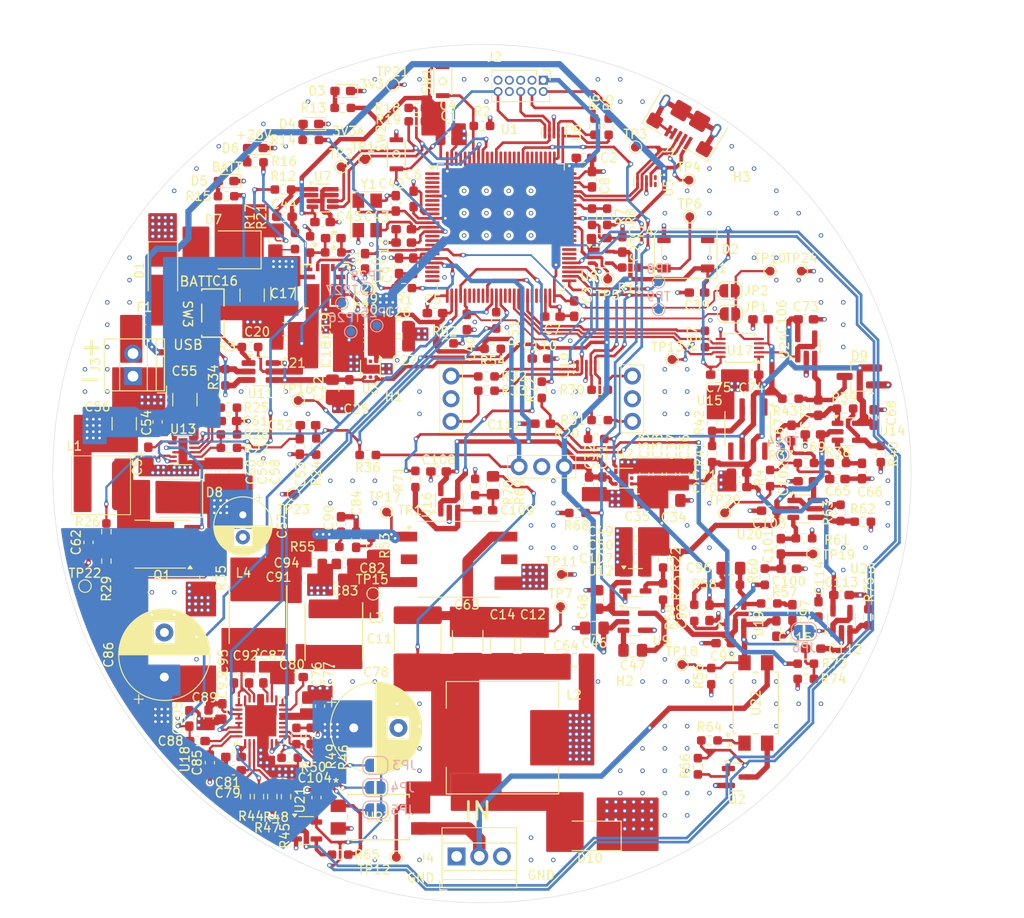
<source format=kicad_pcb>
(kicad_pcb (version 20240108) (generator "pcbnew") (generator_version "8.0")
  (layers (0 "F.Cu" signal) (1 "In1.Cu" power) (2 "In2.Cu" power) (31 "B.Cu" signal) (34 "B.Paste" user) (35 "F.Paste" user) (36 "B.SilkS" user "B.Silkscreen") (37 "F.SilkS" user "F.Silkscreen") (38 "B.Mask" user) (39 "F.Mask" user) (44 "Edge.Cuts" user))
  (net 0 "")
  (net 1 "GND")
  (net 2 "+3V3")
  (net 3 "Net-(C7-Pad2)")
  (net 4 "Net-(C8-Pad2)")
  (net 5 "+3.3VA")
  (net 6 "Net-(U1-VREF+)")
  (net 7 "+BATT")
  (net 13 "/STM32/ADC_IN_FAST")
  (net 21 "/STM32/OSC_IN")
  (net 23 "/STM32/OSC_OUT")
  (net 43 "Net-(D3-A)")
  (net 45 "Net-(D4-A)")
  (net 50 "Net-(D5-A)")
  (net 52 "Net-(D6-A)")
  (net 54 "+BATTa")
  (net 56 "Net-(D2-DIN)")
  (net 66 "/STM32/RESET#")
  (net 67 "/STM32/D+")
  (net 68 "VBUS")
  (net 69 "/STM32/D-")
  (net 71 "/STM32/SWCLKa")
  (net 72 "/STM32/SWDIOa")
  (net 73 "/STM32/SWO")
  (net 75 "/STM32/SWDIO")
  (net 76 "/STM32/SWCLK")
  (net 77 "/STM32/VBUS_SENSE")
  (net 78 "Net-(U7-IN+)")
  (net 79 "/DC-DC/5V_SW")
  (net 80 "/DC-DC/5V_FB")
  (net 81 "/Connections/M-RX")
  (net 82 "+5V")
  (net 83 "/Connections/DAU_TO_MAINa")
  (net 84 "/Connections/MAIN_TO_DAUa")
  (net 85 "/Connections/M-TX")
  (net 86 "ADC_IN")
  (net 87 "/STM32/ADC_IN_DMA")
  (net 88 "Net-(U1-BOOT0)")
  (net 89 "+26V")
  (net 90 "I2C_SCL")
  (net 91 "I2C_SDA")
  (net 92 "3V3A_EN")
  (net 93 "Net-(U8-B)")
  (net 94 "/STM32/LED_DATA_3V3")
  (net 96 "UART_TX_DAU")
  (net 97 "UART_RX_DAU")
  (net 98 "DAU_TO_MAIN")
  (net 99 "MAIN_TO_DAU")
  (net 100 "DAC_TRANSDUCER")
  (net 101 "DAC_AMP_TEST")
  (net 104 "Net-(SW3-A)")
  (net 105 "Net-(SW3-C)")
  (net 106 "Net-(U7-IN-)")
  (net 107 "Net-(U9-C_{FLY+})")
  (net 108 "Net-(U9-C_{FLY-})")
  (net 109 "-5V")
  (net 110 "-3V3")
  (net 111 "Net-(U13-SS)")
  (net 112 "Net-(U13-VCC)")
  (net 113 "/DC-DC/26V_COMPa")
  (net 114 "Net-(C62-Pad1)")
  (net 115 "/DC-DC/26V_FB")
  (net 116 "Net-(U12-NR)")
  (net 117 "Net-(Q1-G)")
  (net 118 "Net-(U13-RT)")
  (net 119 "Net-(U13-CS)")
  (net 120 "26V_PGOOD")
  (net 125 "/Connections/BATT_CONNb")
  (net 126 "/Connections/BATT_CONNa")
  (net 127 "TRANSDUCER_TX")
  (net 128 "Net-(C65-Pad1)")
  (net 129 "Net-(U14-+)")
  (net 130 "Net-(C67-Pad2)")
  (net 131 "LPF_PGA")
  (net 132 "Net-(D9-A)")
  (net 133 "Net-(U18-GVDD)")
  (net 134 "Net-(U18-BSPL)")
  (net 135 "Net-(U18-PLIMIT)")
  (net 136 "AMP_L")
  (net 137 "Net-(C84-Pad1)")
  (net 138 "Net-(U18-INNR)")
  (net 139 "Net-(U18-BSNL)")
  (net 140 "Net-(U18-INPR)")
  (net 141 "Net-(C90-Pad2)")
  (net 142 "AMP_R")
  (net 143 "Net-(U18-BSNR)")
  (net 144 "Net-(U18-BSPR)")
  (net 145 "Net-(C96-Pad2)")
  (net 146 "Net-(U19--)")
  (net 147 "Net-(C97-Pad1)")
  (net 148 "Net-(C100-Pad2)")
  (net 149 "Net-(U20-+)")
  (net 150 "TRANSDUCER_RX")
  (net 151 "Net-(JP3-B)")
  (net 152 "Net-(JP4-B)")
  (net 153 "Net-(JP5-B)")
  (net 154 "Net-(Q2-D)")
  (net 155 "PREAMP_LPF")
  (net 156 "Net-(U14--)")
  (net 157 "Net-(U15-+)")
  (net 158 "Net-(U18-GAIN{slash}SLV)")
  (net 159 "Net-(U18-MUTE)")
  (net 160 "FAULTZ")
  (net 161 "Net-(R59-Pad1)")
  (net 162 "Net-(U20--)")
  (net 163 "Net-(U22-ANODE)")
  (net 164 "Net-(R65-Pad1)")
  (net 165 "Net-(U23-ANODE)")
  (net 172 "PGA_CS#")
  (net 176 "TRANSDUCER")
  (net 177 "/DC-DC/+26Va")
  (net 178 "/DC-DC/Q1s")
  (net 179 "Net-(U1-PE14)")
  (net 180 "PGA_DIO")
  (net 181 "SCK")
  (net 182 "TR_CTRL")
  (net 187 "PAMP_MUTE")
  (net 188 "/Power Amplifier/OUT_L")
  (net 189 "/Power Amplifier/OUT_R")
  (net 190 "/Impedance matching/TRANS_OUT")
  (net 191 "-3V3_EN")
  (net 192 "Net-(U17-CH1)")
  (net 193 "+1V65")
  (net 194 "Net-(C109-Pad1)")
  (net 195 "Net-(U16-+)")
  (net 196 "PWR_AMP_V_FB")
  (net 197 "Net-(C111-Pad1)")
  (net 198 "Net-(U25-+)")
  (net 199 "Net-(C112-Pad1)")
  (net 200 "Net-(JP6-B)")
  (net 201 "Net-(TP25-Pad1)")
  (net 202 "Net-(TP26-Pad1)")
  (net 203 "Net-(U4-EN)")
  (net 204 "Net-(TP28-Pad1)")
  (net 205 "/DC-DC/26V_COMP")
  (footprint "TestPoint:TestPoint_Pad_D1.0mm" (layer "F.Cu") (at 92.824136 32.594136)
    (property "Reference" "TP6")
    (property "Value" "TestPoint_Small")
  )
  (footprint "Resistor_SMD:R_0805_2012Metric_Pad1.20x1.40mm_HandSolder" (layer "F.Cu") (at 38.624136 73.094136 -90)
    (property "Reference" "R35")
    (property "Value" "10m")
  )
  (footprint "Capacitor_SMD:C_1210_3225Metric_Pad1.33x2.70mm_HandSolder" (layer "F.Cu") (at 36.224136 53.094136 90)
    (property "Reference" "C55")
    (property "Value" "10u,50V")
  )
  (footprint "Package_QFP:LQFP-100_14x14mm_P0.5mm" (layer "F.Cu") (at 71.636636 33.769136)
    (property "Reference" "U1")
    (property "Value" "STM32H723VETx")
  )
  (footprint "TestPoint:TestPoint_Pad_D1.0mm" (layer "F.Cu") (at 91.924136 82.794136)
    (property "Reference" "TP18")
    (property "Value" "TestPoint")
  )
  (footprint "TestPoint:TestPoint_Pad_D1.0mm" (layer "F.Cu") (at 106.624136 70.394136)
    (property "Reference" "TP19")
    (property "Value" "TestPoint")
  )
  (footprint "Capacitor_SMD:C_1210_3225Metric_Pad1.33x2.70mm_HandSolder" (layer "F.Cu") (at 47.224136 41.194136 -90)
    (property "Reference" "C17")
    (property "Value" "10u,50V")
  )
  (footprint "Capacitor_SMD:C_0603_1608Metric_Pad1.08x0.95mm_HandSolder" (layer "F.Cu") (at 47.461636 46.994136 180)
    (property "Reference" "C21")
    (property "Value" "1u")
  )
  (footprint "Resistor_SMD:R_0603_1608Metric_Pad0.98x0.95mm_HandSolder" (layer "F.Cu") (at 101.724136 75.944136)
    (property "Reference" "R57")
    (property "Value" "200R")
  )
  (footprint "Capacitor_SMD:C_0603_1608Metric_Pad1.08x0.95mm_HandSolder" (layer "F.Cu") (at 85.261636 35.694136 90)
    (property "Reference" "C23")
    (property "Value" "100n")
  )
  (footprint "Capacitor_SMD:C_0603_1608Metric_Pad1.08x0.95mm_HandSolder" (layer "F.Cu") (at 113.424136 55.094136 90)
    (property "Reference" "C68")
    (property "Value" "100n")
  )
  (footprint "Resistor_SMD:R_0603_1608Metric_Pad0.98x0.95mm_HandSolder" (layer "F.Cu") (at 70.724136 47.394136 180)
    (property "Reference" "R54")
    (property "Value" "10k")
  )
  (footprint "Capacitor_SMD:C_0603_1608Metric_Pad1.08x0.95mm_HandSolder" (layer "F.Cu") (at 40.424136 88.056636 90)
    (property "Reference" "C93")
    (property "Value" "1n,50V")
  )
  (footprint "NRS6045T100MMGK:IND_TAIYO_NRS6045_TAY" (layer "F.Cu") (at 44.424136 77.194136 90)
    (property "Reference" "L4")
    (property "Value" "22u")
  )
  (footprint "Capacitor_SMD:C_1210_3225Metric_Pad1.33x2.70mm_HandSolder" (layer "F.Cu") (at 71.824136 80.594136 -90)
    (property "Reference" "C14")
    (property "Value" "C")
  )
  (footprint "MountingHole:MountingHole_2.7mm_M2.5_ISO14580" (layer "F.Cu") (at 98.624136 31.394136)
    (property "Reference" "H3")
    (property "Value" "MountingHole")
  )
  (footprint "Resistor_SMD:R_0603_1608Metric_Pad0.98x0.95mm_HandSolder" (layer "F.Cu") (at 95.024136 91.294136 180)
    (property "Reference" "R64")
    (property "Value" "150R")
  )
  (footprint "Resistor_SMD:R_0603_1608Metric_Pad0.98x0.95mm_HandSolder" (layer "F.Cu") (at 70.024136 52.094136)
    (property "Reference" "R33")
    (property "Value" "330R")
  )
  (footprint "Capacitor_SMD:C_0603_1608Metric_Pad1.08x0.95mm_HandSolder" (layer "F.Cu") (at 36.724136 88.831636 -90)
    (property "Reference" "C105")
    (property "Value" "1n")
  )
  (footprint "Resistor_SMD:R_0603_1608Metric_Pad0.98x0.95mm_HandSolder" (layer "F.Cu") (at 47.564136 97.594136 -90)
    (property "Reference" "R45")
    (property "Value" "~")
  )
  (footprint "Resistor_SMD:R_0603_1608Metric_Pad0.98x0.95mm_HandSolder" (layer "F.Cu") (at 40.761636 50.594136 -90)
    (property "Reference" "R34")
    (property "Value" "10k")
  )
  (footprint "TestPoint:TestPoint_Pad_D1.0mm" (layer "F.Cu") (at 90.824136 48.594136)
    (property "Reference" "TP13")
    (property "Value" "TestPoint")
  )
  (footprint "Resistor_SMD:R_0603_1608Metric_Pad0.98x0.95mm_HandSolder" (layer "F.Cu") (at 70.024136 50.494136)
    (property "Reference" "R32")
    (property "Value" "330R")
  )
  (footprint "Resistor_SMD:R_0603_1608Metric_Pad0.98x0.95mm_HandSolder" (layer "F.Cu") (at 40.849136 30.294136 180)
    (property "Reference" "R15")
    (property "Value" "10k")
  )
  (footprint "Resistor_SMD:R_0603_1608Metric_Pad0.98x0.95mm_HandSolder" (layer "F.Cu") (at 62.224136 21.894136 180)
    (property "Reference" "R19")
    (property "Value" "10k")
  )
  (footprint "Resistor_SMD:R_0603_1608Metric_Pad0.98x0.95mm_HandSolder" (layer "F.Cu") (at 46.024136 97.594136 -90)
    (property "Reference" "R48")
    (property "Value" "36k")
  )
  (footprint "Package_DFN_QFN:VQFN-32-1EP_5x5mm_P0.5mm_EP3.5x3.5mm" (layer "F.Cu") (at 44.724136 89.094136 90)
    (property "Reference" "U18")
    (property "Value" "TPA3132D2RHBR")
  )
  (footprint "Capacitor_SMD:C_0603_1608Metric_Pad1.08x0.95mm_HandSolder" (layer "F.Cu") (at 109.361636 61.994136)
    (property "Reference" "C65")
    (property "Value" "C")
  )
  (footprint "Resistor_SMD:R_0603_1608Metric_Pad0.98x0.95mm_HandSolder" (layer "F.Cu") (at 105.824136 84.394136)
    (property "Reference" "R74")
    (property "Value" "10k")
  )
  (footprint "Resistor_SMD:R_0603_1608Metric_Pad0.98x0.95mm_HandSolder" (layer "F.Cu") (at 41.161636 58.494136 180)
    (property "Reference" "R27")
    (property "Value" "62k")
  )
  (footprint "Inductor:SRP6060FA" (layer "F.Cu") (at 26.824136 62.694136)
    (property "Reference" "L1")
    (property "Value" "4u7")
  )
  (footprint "Inductor_SMD:L_12x12mm_H8mm" (layer "F.Cu") (at 71.824136 90.994136)
    (property "Reference" "L2")
    (property "Value" "270u")
  )
  (footprint "Resistor_SMD:R_0603_1608Metric_Pad0.98x0.95mm_HandSolder" (layer "F.Cu") (at 53.624136 104.094136)
    (property "Reference" "R65")
    (property "Value" "150R")
  )
  (footprint "Capacitor_SMD:C_0603_1608Metric_Pad1.08x0.95mm_HandSolder" (layer "F.Cu") (at 51.374136 87.444136 90)
    (property "Reference" "C77")
    (property "Value" "100n,50V")
  )
  (footprint "Resistor_SMD:R_0603_1608Metric_Pad0.98x0.95mm_HandSolder" (layer "F.Cu") (at 105.824136 82.694136 180)
    (property "Reference" "R73")
    (property "Value" "1M")
  )
  (footprint "TestPoint:TestPoint_Pad_D1.0mm" (layer "F.Cu") (at 101.824136 38.694136)
    (property "Reference" "TP10")
    (property "Value" "TestPoint_Small")
  )
  (footprint "Resistor_SMD:R_0603_1608Metric_Pad0.98x0.95mm_HandSolder" (layer "F.Cu") (at 47.224136 29.544136)
    (property "Reference" "R12")
    (property "Value" "100R")
  )
  (footprint "Capacitor_SMD:C_0603_1608Metric_Pad1.08x0.95mm_HandSolder" (layer "F.Cu") (at 69.861636 65.494136 180)
    (property "Reference" "C109")
    (property "Value" "100n")
  )
  (footprint "Capacitor_SMD:C_0603_1608Metric_Pad1.08x0.95mm_HandSolder" (layer "F.Cu") (at 76.024136 48.494136)
    (property "Reference" "C110")
    (property "Value" "47p")
  )
  (footprint "Resistor_SMD:R_0603_1608Metric_Pad0.98x0.95mm_HandSolder" (layer "F.Cu") (at 83.561636 32.594136 90)
    (property "Reference" "R8")
    (property "Value" "33k")
  )
  (footprint "Capacitor_SMD:C_0603_1608Metric_Pad1.08x0.95mm_HandSolder" (layer "F.Cu") (at 65.761636 24.094136)
    (property "Reference" "C1")
    (property "Value" "100n")
  )
  (footprint "Resistor_SMD:R_0603_1608Metric_Pad0.98x0.95mm_HandSolder" (layer "F.Cu") (at 89.824136 71.006636 -90)
    (property "Reference" "R22")
    (property "Value" "82k")
  )
  (footprint "Capacitor_SMD:C_1210_3225Metric_Pad1.33x2.70mm_HandSolder" (layer "F.Cu") (at 75.224136 80.594136 -90)
    (property "Reference" "C12")
    (property "Value" "C")
  )
  (footprint "Capacitor_SMD:C_0603_1608Metric_Pad1.08x0.95mm_HandSolder" (layer "F.Cu") (at 83.024136 62.631636 -90)
    (property "Reference" "C31")
    (property "Value" "100n")
  )
  (footprint "Package_SO:SOIC-8_3.9x4.9mm_P1.27mm" (layer "F.Cu") (at 99.324136 56.394136 -90)
    (property "Reference" "U15")
    (property "Value" "OPA333xxD")
  )
  (footprint "Resistor_SMD:R_0603_1608Metric_Pad0.98x0.95mm_HandSolder" (layer "F.Cu") (at 82.724136 51.994136)
    (property "Reference" "R30")
    (property "Value" "100R")
  )
  (footprint "Capacitor_SMD:C_0603_1608Metric_Pad1.08x0.95mm_HandSolder" (layer "F.Cu") (at 103.924136 72.044136 180)
    (property "Reference" "C100")
    (property "Value" "10n")
  )
  (footprint "Switches:EVP-AWED4A (3.00mm x 2.00mm)" (layer "F.Cu") (at 59.924136 25.594136 90)
    (property "Reference" "SW2")
    (property "Value" "SW_Push")
  )
  (footprint "Capacitor_SMD:C_0603_1608Metric_Pad1.08x0.95mm_HandSolder" (layer "F.Cu") (at 52.861636 34.994136 180)
    (property "Reference" "C15" (hide yes))
    (property "Value" "330p")
  )
  (footprint "Capacitor_SMD:C_1210_3225Metric_Pad1.33x2.70mm_HandSolder" (layer "F.Cu") (at 43.761636 41.394136 -90)
    (property "Reference" "C16")
    (property "Value" "10u,50V")
  )
  (footprint "Resistor_SMD:R_0603_1608Metric_Pad0.98x0.95mm_HandSolder" (layer "F.Cu") (at 50.261636 35.706636 90)
    (property "Reference" "R10" (hide yes))
    (property "Value" "1k37")
  )
  (footprint "Switches:EVP-AWED4A (3.00mm x 2.00mm)" (layer "F.Cu") (at 65.124136 17.394136 -90)
    (property "Reference" "SW1")
    (property "Value" "SW_Push")
  )
  (footprint "Resistor_SMD:R_0603_1608Metric_Pad0.98x0.95mm_HandSolder" (layer "F.Cu") (at 48.561636 35.306636 90)
    (property "Reference" "R21")
    (property "Value" "100R")
  )
  (footprint "Resistor_SMD:R_0603_1608Metric_Pad0.98x0.95mm_HandSolder" (layer "F.Cu") (at 65.424136 46.794136)
    (property "Reference" "R52")
    (property "Value" "10k")
  )
  (footprint "Capacitor_SMD:C_0603_1608Metric_Pad1.08x0.95mm_HandSolder" (layer "F.Cu") (at 49.104136 58.346636 -90)
    (property "Reference" "C53")
    (property "Value" "22n")
  )
  (footprint "Package_TO_SOT_SMD:SOT-23-5" (layer "F.Cu") (at 110.524136 56.694136)
    (property "Reference" "U14")
    (property "Value" "TLV9061xDBV")
  )
  (footprint "Capacitor_SMD:C_0603_1608Metric_Pad1.08x0.95mm_HandSolder" (layer "F.Cu") (at 86.724136 69.394136 180)
    (property "Reference" "C50")
    (property "Value" "100n")
  )
  (footprint "Resistor_SMD:R_0603_1608Metric_Pad0.98x0.95mm_HandSolder" (layer "F.Cu") (at 82.124136 22.494136 90)
    (property "Reference" "R6")
    (property "Value" "22R")
  )
  (footprint "Capacitor_SMD:C_0805_2012Metric_Pad1.18x1.45mm_HandSolder" (layer "F.Cu") (at 47.461636 45.194136 180)
    (property "Reference" "C20")
    (property "Value" "10u")
  )
  (footprint "Capacitor_SMD:C_0603_1608Metric_Pad1.08x0.95mm_HandSolder" (layer "F.Cu") (at 41.724136 83.994136 90)
    (property "Reference" "C95")
    (property "Value" "220n,50V")
  )
  (footprint "Resistor_SMD:R_0603_1608Metric_Pad0.98x0.95mm_HandSolder" (layer "F.Cu") (at 52.624136 69.594136 180)
    (property "Reference" "R55")
    (property "Value" "3R3")
  )
  (footprint "Resistor_SMD:R_0603_1608Metric_Pad0.98x0.95mm_HandSolder" (layer "F.Cu") (at 95.224136 84.094136 90)
    (property "Reference" "R56")
    (property "Value" "100k")
  )
  (footprint "Capacitor_SMD:C_0603_1608Metric_Pad1.08x0.95mm_HandSolder" (layer "F.Cu") (at 90.724136 61.456636 90)
    (property "Reference" "C37")
    (property "Value" "100n")
  )
  (footprint "Capacitor_SMD:C_0603_1608Metric_Pad1.08x0.95mm_HandSolder" (layer "F.Cu") (at 37.624136 91.364136)
    (property "Reference" "C88")
    (property "Value" "1u")
  )
  (footprint "TestPoint:TestPoint_Pad_D1.0mm" (layer "F.Cu") (at 92.724136 28.494136)
    (property "Reference" "TP4")
    (property "Value" "TestPoint_Small")
  )
  (footprint "Switches:CJS-1200TA" (layer "F.Cu") (at 39.361636 43.394136 -90)
    (property "Reference" "SW3")
    (property "Value" "CJS-1200TA")
  )
  (footprint "TestPoint:TestPoint_Pad_D1.0mm" (layer "F.Cu") (at 48.424136 63.694136)
    (property "Reference" "TP23")
    (property "Value" "TestPoint")
  )
  (footprint "Capacitor_SMD:C_0603_1608Metric_Pad1.08x0.95mm_HandSolder" (layer "F.Cu") (at 41.161636 55.494136)
    (property "Reference" "C61")
    (property "Value" "100n")
  )
  (footprint "TestPoint:TestPoint_Pad_D1.0mm" (layer "F.Cu") (at 53.724136 26.994136)
    (property "Reference" "TP2")
    (property "Value" "TestPoint_Small")
  )
  (footprint "TestPoint:TestPoint_Pad_D1.0mm" (layer "F.Cu") (at 58.824136 65.694136)
    (property "Reference" "TP17")
    (property "Value" "TestPoint")
  )
  (footprint "Diodes:PowerDI-5" (layer "F.Cu") (at 34.409136 64.159136 180)
    (property "Reference" "D8")
    (property "Value" "SDT10A45P5-7")
  )
  (footprint "Resistor_SMD:R_0603_1608Metric_Pad0.98x0.95mm_HandSolder" (layer "F.Cu") (at 109.424136 60.194136)
    (property "Reference" "R38")
    (property "Value" "39k")
  )
  (footprint "Capacitor_SMD:C_0603_1608Metric_Pad1.08x0.95mm_HandSolder" (layer "F.Cu") (at 67.824136 44.394136 90)
    (property "Reference" "C40")
    (property "Value" "47p")
  )
  (footprint "Capacitor_SMD:C_0603_1608Metric_Pad1.08x0.95mm_HandSolder" (layer "F.Cu") (at 103.024136 69.544136 90)
    (property "Reference" "C101")
    (property "Value" "2u2")
  )
  (footprint "Capacitor_SMD:C_0603_1608Metric_Pad1.08x0.95mm_HandSolder" (layer "F.Cu") (at 95.024136 76.994136 -90)
    (property "Reference" "C98")
    (property "Value" "100n")
  )
  (footprint "Capacitor_SMD:C_0805_2012Metric_Pad1.18x1.45mm_HandSolder" (layer "F.Cu") (at 52.761636 51.894136 -90)
    (property "Reference" "C22")
    (property "Value" "22u")
  )
  (footprint "Capacitor_SMD:C_0805_2012Metric_Pad1.18x1.45mm_HandSolder" (layer "F.Cu") (at 86.924136 64.394136 180)
    (property "Reference" "C35")
    (property "Value" "22u")
  )
  (footprint "Resistor_SMD:R_0603_1608Metric_Pad0.98x0.95mm_HandSolder" (layer "F.Cu") (at 110.224136 54.094136 180)
    (property "Reference" "R39")
    (property "Value" "0R")
  )
  (footprint "Resistor_SMD:R_0603_1608Metric_Pad0.98x0.95mm_HandSolder" (layer "F.Cu") (at 105.836636 60.194136 180)
    (property "Reference" "R37")
    (property "Value" "16k")
  )
  (footprint "Package_TO_SOT_SMD:SOT-23-5" (layer "F.Cu") (at 105.874136 47.131636 90)
    (property "Reference" "U24")
    (property "Value" "TLV9061xDBV")
  )
  (footprint "Package_TO_SOT_SMD:SOT-23-5" (layer "F.Cu") (at 86.724136 73.594136)
    (property "Reference" "U12")
    (property "Value" "TPS72301DBV")
  )
  (footprint "Package_TO_SOT_SMD:SOT-23-5" (layer "F.Cu") (at 105.561636 65.344136)
    (property "Reference" "U20")
    (property "Value" "TLV9151xDBV")
  )
  (footprint "Capacitor_SMD:C_0603_1608Metric_Pad1.08x0.95mm_HandSolder" (layer "F.Cu") (at 32.124136 59.294136 -90)
    (property "Reference" "C51")
    (property "Value" "1u")
  )
  (footprint "Capacitor_SMD:C_0805_2012Metric_Pad1.18x1.45mm_HandSolder" (layer "F.Cu") (at 86.424136 81.194136 180)
    (property "Reference" "C47")
    (property "Value" "2u2")
  )
  (footprint "Resistor_SMD:R_0603_1608Metric_Pad0.98x0.95mm_HandSolder" (layer "F.Cu") (at 86.161636 38.294136)
    (property "Reference" "R11")
    (property "Value" "470R")
  )
  (footprint "Connector_PinHeader_1.27mm:PinHeader_2x05_P1.27mm_Vertical" (layer "F.Cu") (at 76.401636 17.294136 -90)
    (property "Reference" "J2")
    (property "Value" "Conn_ARM_JTAG_SWD_10")
  )
  (footprint "Capacitor_THT:CP_Radial_D6.3mm_P2.50mm" (layer "F.Cu") (at 42.724136 66.011757 -90)
    (property "Reference" "C57")
    (property "Value" "68u")
  )
  (footprint "Capacitor_SMD:C_1812_4532Metric_Pad1.57x3.40mm_HandSolder" (layer "F.Cu") (at 67.924136 80.131636 -90)
    (property "Reference" "C63")
    (property "Value" "68n,200V,5%,C0G/NP0")
  )
  (footprint "Capacitor_SMD:C_0603_1608Metric_Pad1.08x0.95mm_HandSolder" (layer "F.Cu") (at 101.724136 65.544136 180)
    (property "Reference" "C103")
    (property "Value" "100n")
  )
  (footprint "Capacitor_SMD:C_0603_1608Metric_Pad1.08x0.95mm_HandSolder" (layer "F.Cu") (at 86.724136 67.894136 180)
    (property "Reference" "C49")
    (property "Value" "4u7")
  )
  (footprint "Package_TO_SOT_SMD:SOT-23-8" (layer "F.Cu") (at 51.661636 30.494136)
    (property "Reference" "U7")
    (property "Value" "INA219AIDCNR")
  )
  (footprint "TestPoint:TestPoint_Pad_D1.0mm" (layer "F.Cu") (at 78.424136 72.694136)
    (property "Reference" "TP11")
    (property "Value" "TestPoint")
  )
  (footprint "LED_SMD:LED_0603_1608Metric_Pad1.05x0.95mm_HandSolder" (layer "F.Cu") (at 53.924136 18.494136 180)
    (property "Reference" "D3")
    (property "Value" "Red")
  )
  (footprint "Capacitor_SMD:C_0603_1608Metric_Pad1.08x0.95mm_HandSolder" (layer "F.Cu") (at 53.061636 73.094136 180)
    (property "Reference" "C83")
    (property "Value" "220n,100V")
  )
  (footprint "Resistor_SMD:R_0603_1608Metric_Pad0.98x0.95mm_HandSolder" (layer "F.Cu") (at 104.111636 52.994136)
    (property "Reference" "R43")
    (property "Value" "10k")
  )
  (footprint "TestPoint:TestPoint_Pad_D1.0mm" (layer "F.Cu") (at 57.324136 74.854136)
    (property "Reference" "TP15")
    (property "Value" "TestPoint")
  )
  (footprint "Package_TO_SOT_SMD:SOT-23-5" (layer "F.Cu") (at 97.924136 77.144136 90)
    (property "Reference" "U19")
    (property "Value" "TLV9151xDBV")
  )
  (footprint "Resistor_SMD:R_0603_1608Metric_Pad0.98x0.95mm_HandSolder" (layer "F.Cu") (at 52.861636 36.594136 180)
    (property "Reference" "R9" (hide yes))
    (property "Value" "10k")
  )
  (footprint "Capacitor_SMD:C_0603_1608Metric_Pad1.08x0.95mm_HandSolder" (layer "F.Cu") (at 55.424136 68.794136 90)
    (property "Reference" "C84")
    (property "Value" "10n,50V")
  )
  (footprint "Capacitor_SMD:C_0603_1608Metric_Pad1.08x0.95mm_HandSolder" (layer "F.Cu") (at 54.661636 51.731636 -90)
    (property "Reference" "C25")
    (property "Value" "100n")
  )
  (footprint "TestPoint:TestPoint_Pad_D1.0mm" (layer "F.Cu") (at 59.524136 17.794136)
    (property "Reference" "TP21")
    (property "Value" "TestPoint")
  )
  (footprint "Capacitor_SMD:C_0603_1608Metric_Pad1.08x0.95mm_HandSolder" (layer "F.Cu") (at 81.861636 28.394136 -90)
    (property "Reference" "C8")
    (property "Value" "2u2")
  )
  (footprint "Capacitor_SMD:C_0805_2012Metric_Pad1.18x1.45mm_HandSolder" (layer "F.Cu") (at 60.124136 46.981636)
    (property "Reference" "C27")
    (property "Value" "22u")
  )
  (footprint "Capacitor_SMD:C_0603_1608Metric_Pad1.08x0.95mm_HandSolder" (layer "F.Cu") (at 86.749136 70.894136 180)
    (property "Reference" "C107")
    (property "Value" "1n")
  )
  (footprint "Resistor_SMD:R_0603_1608Metric_Pad0.98x0.95mm_HandSolder" (layer "F.Cu") (at 56.724136 59.294136 180)
    (property "Reference" "R36")
    (property "Value" "10k")
  )
  (footprint "Capacitor_SMD:C_0603_1608Metric_Pad1.08x0.95mm_HandSolder" (layer "F.Cu") (at 107.244136 76.604136 90)
    (property "Reference" "C114")
    (property "Value" "100n")
  )
  (footprint "Resistor_SMD:R_0603_1608Metric_Pad0.98x0.95mm_HandSolder" (layer "F.Cu") (at 82.324136 57.494136)
    (property "Reference" "R20")
    (property "Value" "10k")
  )
  (footprint "Capacitor_SMD:C_0603_1608Metric_Pad1.08x0.95mm_HandSolder" (layer "F.Cu") (at 45.024136 83.994136 90)
    (property "Reference" "C87")
    (property "Value" "220n,50V")
  )
  (footprint "Resistor_SMD:R_0603_1608Metric_Pad0.98x0.95mm_HandSolder" (layer "F.Cu") (at 114.224136 59.194136 -90)
    (property "Reference" "R40")
    (property "Value" "~")
  )
  (footprint "Capacitor_SMD:C_0603_1608Metric_Pad1.08x0.95mm_HandSolder" (layer "F.Cu") (at 105.824136 62.244136 180)
    (property "Reference" "C102")
    (property "Value" "100n")
  )
  (footprint "Capacitor_SMD:C_0805_2012Metric_Pad1.18x1.45mm_HandSolder" (layer "F.Cu") (at 82.424136 75.494136 90)
    (property "Reference" "C48")
    (property "Value" "2u2")
  )
  (footprint "Capacitor_SMD:C_0603_1608Metric_Pad1.08x0.95mm_HandSolder" (layer "F.Cu") (at 109.824136 74.994136)
    (property "Reference" "C113")
    (property "Value" "100n")
  )
  (footprint "Capacitor_SMD:C_0603_1608Metric_Pad1.08x0.95mm_HandSolder" (layer "F.Cu") (at 81.524136 62.631636 -90)
    (property "Reference" "C32")
    (property "Value" "10u")
  )
  (footprint "Capacitor_SMD:C_0603_1608Metric_Pad1.08x0.95mm_HandSolder" (layer "F.Cu") (at 102.524136 78.756636 90)
    (property "Reference" "C115")
    (property "Value" "~")
  )
  (footprint "MountingHole:MountingHole_2.7mm_M2.5_ISO14580" (layer "F.Cu") (at 59.624136 55.994136)
    (property "Reference" "H1")
    (property "Value" "MountingHole")
  )
  (footprint "Capacitor_SMD:C_0603_1608Metric_Pad1.08x0.95mm_HandSolder" (layer "F.Cu") (at 93.624136 41.094136 180)
    (property "Reference" "C39")
    (property "Value" "100n")
  )
  (footprint "Capacitor_SMD:C_0603_1608Metric_Pad1.08x0.95mm_HandSolder" (layer "F.Cu") (at 64.261636 43.394136 180)
    (property "Reference" "C5")
    (property "Value" "100n")
  )
  (footprint "Capacitor_SMD:C_0603_1608Metric_Pad1.08x0.95mm_HandSolder" (layer "F.Cu") (at 43.424136 83.994136 90)
    (property "Reference" "C92")
    (property "Value" "220n,50V")
  )
  (footprint "Capacitor_SMD:C_0603_1608Metric_Pad1.08x0.95mm_HandSolder" (layer "F.Cu") (at 40.661636 61.194136 90)
    (property "Reference" "C59")
    (property "Value" "1u,50V")
  )
  (footprint "Capacitor_SMD:C_0603_1608Metric_Pad1.08x0.95mm_HandSolder" (layer "F.Cu") (at 89.224136 61.456636 90)
    (property "Reference" "C38")
    (property "Value" "1n")
  )
  (footprint "Capacitor_SMD:C_0603_1608Metric_Pad1.08x0.95mm_HandSolder" (layer "F.Cu") (at 50.024136 55.956636)
    (property "Reference" "C52")
    (property "Value" "27n")
  )
  (footprint "Capacitor_SMD:C_0603_1608Metric_Pad1.08x0.95mm_HandSolder" (layer "F.Cu") (at 56.424136 45.681636 180)
    (property "Reference" "C29")
    (property "Value" "100n")
  )
  (footprint "Capacitor_SMD:C_0603_1608Metric_Pad1.08x0.95mm_HandSolder" (layer "F.Cu") (at 41.674136 93.144136)
    (property "Reference" "C81")
    (property "Value" "1u")
  )
  (footprint "Capacitor_SMD:C_0603_1608Metric_Pad1.08x0.95mm_HandSolder" (layer "F.Cu") (at 105.824136 44.094136)
    (property "Reference" "C73")
    (property "Value" "100n")
  )
  (footprint "Resistor_SMD:R_0603_1608Metric_Pad0.98x0.95mm_HandSolder" (layer "F.Cu") (at 83.724136 22.494136 90)
    (property "Reference" "R5")
    (property "Value" "22R")
  )
  (footprint "Capacitor_THT:CP_Radial_D10.0mm_P5.00mm" (layer "F.Cu") (at 33.924136 84.194136 90)
    (property "Reference" "C86")
    (property "Value" "220u")
  )
  (footprint "Resistor_SMD:R_0603_1608Metric_Pad0.98x0.95mm_HandSolder" (layer "F.Cu") (at 80.224136 65.794136 180)
    (property "Reference" "R68")
    (property "Value" "10k")
  )
  (footprint "Resistor_SMD:R_0603_1608Metric_Pad0.98x0.95mm_HandSolder" (layer "F.Cu") (at 95.324136 55.694136 90)
    (property "Reference" "R42")
    (property "Value" "10k")
  )
  (footprint "Capacitor_SMD:C_0603_1608Metric_Pad1.08x0.95mm_HandSolder" (layer "F.Cu") (at 77.424136 43.794136 180)
    (property "Reference" "C7")
    (property "Value" "2u2")
  )
  (footprint "Package_SON:WSON-6-1EP_2x2mm_P0.65mm_EP1x1.6mm" (layer "F.Cu") (at 85.424136 61.894136 180)
    (property "Reference" "U2")
    (property "Value" "TLV75733PDYDR")
  )
  (footprint "Capacitor_SMD:C_0603_1608Metric_Pad1.08x0.95mm_HandSolder" (layer "F.Cu") (at 60.761636 33.994136 180)
    (property "Reference" "C43")
    (property "Value" "8p")
  )
  (footprint "Capacitor_SMD:C_0603_1608Metric_Pad1.08x0.95mm_HandSolder" (layer "F.Cu") (at 39.161636 61.194136 90)
    (property "Reference" "C60")
    (property "Value" "100n,50V")
  )
  (footprint "Capacitor_SMD:C_0603_1608Metric_Pad1.08x0.95mm_HandSolder" (layer "F.Cu") (at 87.724136 61.456636 90)
    (property "Reference" "C33")
    (property "Value" "100p")
  )
  (footprint "Resistor_SMD:R_0603_1608Metric_Pad0.98x0.95mm_HandSolder" (layer "F.Cu") (at 76.224136 51.994136 -90)
    (property "Reference" "R72")
    (property "Value" "2k49")
  )
  (footprint "Capacitor_SMD:C_0603_1608Metric_Pad1.08x0.95mm_HandSolder" (layer "F.Cu") (at 76.324136 55.794136 180)
    (property "Reference" "C111")
    (property "Value" "1n")
  )
  (footprint "LED_SMD:LED_WS2812B_PLCC4_5.0x5.0mm_P3.2mm" (layer "F.Cu") (at 92.374136 36.744136 180)
    (property "Reference" "D2")
    (property "Value" "WS2812B")
  )
  (footprint "Resistor_SMD:R_0603_1608Metric_Pad0.98x0.95mm_HandSolder" (layer "F.Cu") (at 50.324136 90.794136 90)
    (property "Reference" "R46")
    (property "Value" "10k")
  )
  (footprint "Package_SON:USON-10_2.5x1.0mm_P0.5mm" (layer "F.Cu") (at 81.224136 49.294136 90)
    (property "Reference" "U10")
    (property "Value" "TPD4E05U06DQA")
  )
  (footprint "Capacitor_SMD:C_0603_1608Metric_Pad1.08x0.95mm_HandSolder" (layer "F.Cu") (at 33.161636 55.594136 90)
    (property "Reference" "C54")
    (property "Value" "100n,50V")
  )
  (footprint "Capacitor_SMD:C_0603_1608Metric_Pad1.08x0.95mm_HandSolder" (layer "F.Cu") (at 25.424136 69.094136 -90)
    (property "Reference" "C62")
    (property "Value" "1n")
  )
  (footprint "Diode_SMD:D_SMA" (layer "F.Cu") (at 33.761636 38.907136 -90)
    (property "Reference" "D1")
    (property "Value" "SMBJ24CA")
  )
  (footprint "Capacitor_SMD:C_0603_1608Metric_Pad1.08x0.95mm_HandSolder" (layer "F.Cu") (at 82.661636 34.994136 180)
    (property "Reference" "C24")
    (property "Value" "100n")
  )
  (footprint "LED_SMD:LED_0603_1608Metric_Pad1.05x0.95mm_HandSolder" (layer "F.Cu") (at 40.849136 28.594136 180)
    (property "Reference" "D5")
    (property "Value" "Red")
  )
  (footprint "Resistor_SMD:R_0603_1608Metric_Pad0.98x0.95mm_HandSolder" (layer "F.Cu") (at 60.761636 40.594136 180)
    (property "Reference" "R1")
    (property "Value" "47R")
  )
  (footprint "Capacitor_SMD:C_0805_2012Metric_Pad1.18x1.45mm_HandSolder" (layer "F.Cu") (at 90.724136 64.394136)
    (property "Reference" "C34")
    (property "Value" "22u")
  )
  (footprint "Resistor_SMD:R_0603_1608Metric_Pad0.98x0.95mm_HandSolder" (layer "F.Cu") (at 94.524136 46.294136 90)
    (property "Reference" "R67")
    (property "Value" "1k" (hide yes))
  )
  (footprint "Capacitor_SMD:C_0603_1608Metric_Pad1.08x0.95mm_HandSolder" (layer "F.Cu") (at 92.224136 61.456636 90)
    (property "Reference" "C36")
    (property "Value" "1u")
  )
  (footprint "TestPoint:TestPoint_Pad_D1.0mm" (layer "F.Cu") (at 105.324136 38.694136)
    (property "Reference" "TP24")
    (property "Value" "TestPoint")
  )
  (footprint "Resistor_SMD:R_0603_1608Metric_Pad0.98x0.95mm_HandSolder" (layer "F.Cu") (at 93.324136 76.994136 90)
    (property "Reference" "R59")
    (property "Value" "10k")
  )
  (footprint "Resistor_SMD:R_0603_1608Metric_Pad0.98x0.95mm_HandSolder" (layer "F.Cu") (at 93.724136 94.194136 90)
    (property "Reference" "R66")
    (property "Value" "10k")
  )
  (footprint "Resistor_SMD:R_0603_1608Metric_Pad0.98x0.95mm_HandSolder" (layer "F.Cu") (at 53.924136 20.394136)
    (property "Reference" "R13")
    (property "Value" "470R")
  )
  (footprint "Capacitor_SMD:C_0603_1608Metric_Pad1.08x0.95mm_HandSolder" (layer "F.Cu") (at 79.861636 42.894136 -90)
    (property "Reference" "C3")
    (property "Value" "100n")
  )
  (footprint "Resistor_SMD:R_0603_1608Metric_Pad0.98x0.95mm_HandSolder" (layer "F.Cu") (at 47.974136 93.244136)
    (property "Reference" "R50")
    (property "Value" "10k")
  )
  (footprint "TerminalBlock:TerminalBlock_Xinya_XY308-2.54-2P_1x02_P2.54mm_Horizontal" (layer "F.Cu") (at 30.411636 50.469136 90)
    (property "Reference" "J3")
    (property "Value" "Screw_Terminal_01x02")
  )
  (footprint "Capacitor_SMD:C_0603_1608Metric_Pad1.08x0.95mm_HandSolder" (layer "F.Cu") (at 49.661636 73.094136 180)
    (property "Reference" "C91")
    (property "Value" "220n,100V")
  )
  (footprint "Capacitor_SMD:C_1210_3225Metric_Pad1.33x2.70mm_HandSolder" (layer "F.Cu") (at 52.061636 47.994136)
    (property "Reference" "C18")
    (property "Value" "47u")
  )
  (footprint "Resistor_SMD:R_0603_1608Metric_Pad0.98x0.95mm_HandSolder" (layer "F.Cu") (at 82.724136 55.394136)
    (property "Reference" "R31")
    (property "Value" "100R")
  )
  (footprint "Resistor_SMD:R_0603_1608Metric_Pad0.98x0.95mm_HandSolder" (layer "F.Cu") (at 81.861636 32.594136 -90)
    (property "Reference" "R7")
    (property "Value" "56k")
  )
  (footprint "Resistor_SMD:R_0603_1608Metric_Pad0.98x0.95mm_HandSolder" (layer "F.Cu") (at 27.424136 71.194136 -90)
    (property "Reference" "R29")
    (property "Value" "100R")
  )
  (footprint "Resistor_SMD:R_0603_1608Metric_Pad0.98x0.95mm_HandSolder" (layer "F.Cu") (at 105.624136 68.644136)
    (property "Reference" "R61")
    (property "Value" "86k6")
  )
  (footprint "Resistor_SMD:R_0603_1608Metric_Pad0.98x0.95mm_HandSolder" (layer "F.Cu") (at 43.524136 47.194136 180)
    (property "Reference" "R3")
    (property "Value" "10k")
  )
  (footprint "Capacitor_SMD:C_0603_1608Metric_Pad1.08x0.95mm_HandSolder" (layer "F.Cu") (at 47.386636 32.594136)
    (property "Reference" "C44")
    (property "Value" "1u")
  )
  (footprint "Package_TO_SOT_SMD:SC-59_Handsoldering" (layer "F.Cu") (at 111.824136 50.494136 180)
    (property "Reference" "D9")
    (property "Value" "1SS396,LF")
  )
  (footprint "Capacitor_SMD:C_0603_1608Metric_Pad1.08x0.95mm_HandSolder" (layer "F.Cu") (at 106.624136 56.994136 180)
    (property "Reference" "C69")
    (property "Value" "100n")
  )
  (footprint "Capacitor_SMD:C_0603_1608Metric_Pad1.08x0.95mm_HandSolder" (layer "F.Cu") (at 60.224136 38.094136 90)
    (property "Reference" "C10")
    (property "Value" "1u")
  )
  (footprint "TestPoint:TestPoint_Pad_D1.0mm" (layer "F.Cu") (at 83.624136 39.594136)
    (property "Reference" "TP5")
    (property "Value" "TestPoint_Small")
  )
  (footprint "LED_SMD:LED_0603_1608Metric_Pad1.05x0.95mm_HandSolder" (layer "F.Cu") (at 44.124136 24.894136 180)
    (property "Reference" "D6")
    (property "Value" "Red")
  )
  (footprint "Capacitor_SMD:C_0603_1608Metric_Pad1.08x0.95mm_HandSolder" (layer "F.Cu") (at 56.386636 44.181636 180)
    (property "Reference" "C28")
    (property "Value" "1u")
  )
  (footprint "Package_TO_SOT_SMD:SOT-23-5" (layer "F.Cu") (at 109.824136 77.894136 90)
    (property "Reference" "U25")
    (property "Value" "TLV9061xDBV")
  )
  (footprint "Package_TO_SOT_SMD:SOT-23-6_Handsoldering" (layer "F.Cu") (at 44.711636 49.944136)
    (property "Reference" "U11")
    (property "Value" "SSF2215")
  )
  (footprint "Capacitor_SMD:C_0603_1608Metric_Pad1.08x0.95mm_HandSolder" (layer "F.Cu") (at 56.424136 47.181636 180)
    (property "Reference" "C30")
    (property "Value" "1n")
  )
  (footprint "Capacitor_THT:CP_Radial_D10.0mm_P5.00mm" (layer "F.Cu") (at 55.156459 89.894136)
    (property "Reference" "C78")
    (property "Value" "220u")
  )
  (footprint "TestPoint:TestPoint_Pad_D1.0mm" (layer "F.Cu") (at 59.924136 104.394136)
    (property "Reference" "TP12")
    (property "Value" "TestPoint")
  )
  (footprint "Capacitor_SMD:C_0603_1608Metric_Pad1.08x0.95mm_HandSolder" (layer "F.Cu") (at 80.961636 25.994136)
    (property "Reference" "C2")
    (property "Value" "100n")
  )
  (footprint "Diode_SMD:D_SMA" (layer "F.Cu") (at 81.624136 101.994136 180)
    (property "Reference" "D10")
    (property "Value" "5.0SMDJ78CA")
  )
  (footprint "Capacitor_SMD:C_2220_5750Metric_Pad1.97x5.40mm_HandSolder" (layer "F.Cu") (at 62.324136 79.894136 -90)
    (property "Reference" "C11")
    (property "Value" "C")
  )
  (footprint "Resistor_SMD:R_0805_2012Metric_Pad1.20x1.40mm_HandSolder" (layer "F.Cu") (at 70.761636 62.694136 -90)
    (property "Reference" "R69")
    (property "Value" "160k,1%")
  )
  (footprint "Capacitor_SMD:C_0603_1608Metric_Pad1.08x0.95mm_HandSolder" (layer "F.Cu") (at 50.761636 71.394136 180)
    (property "Reference" "C94")
    (property "Value" "1n,50V")
  )
  (footprint "Package_SON:USON-10_2.5x1.0mm_P0.5mm" (layer "F.Cu") (at 77.586636 23.169136 -90)
    (property "Reference" "U6")
    (property "Value" "TPD4E05U06DQA" (hide yes))
  )
  (footprint "Resistor_SMD:R_0603_1608Metric_Pad0.98x0.95mm_HandSolder" (layer "F.Cu") (at 43.024136 97.594136 90)
    (property "Reference" "R44")
    (property "Value" "5k6")
  )
  (footprint "LED_SMD:LED_0603_1608Metric_Pad1.05x0.95mm_HandSolder" (layer "F.Cu") (at 50.349136 22.194136 180)
    (property "Reference" "D4")
    (property "Value" "Red")
  )
  (footprint "Capacitor_SMD:C_0603_1608Metric_Pad1.08x0.95mm_HandSolder" (layer "F.Cu") (at 65.761636 22.594136)
    (property "Reference" "C4")
    (property "Value" "4u7")
  )
  (footprint "Capacitor_SMD:C_1210_3225Metric_Pad1.33x2.70mm_HandSolder" (layer "F.Cu") (at 29.424136 55.794136 90)
    (property "Reference" "C56")
    (property "Value" "10u,50V")
  )
  (footprint "Package_TO_SOT_SMD:SOT-23-5" (layer "F.Cu") (at 65.861636 64.394136 90)
    (property "Reference" "U16")
    (property "Value" "TLV9061xDBV")
  )
  (footprint "Capacitor_SMD:C_0603_1608Metric_Pad1.08x0.95mm_HandSolder" (layer "F.Cu") (at 96.624136 80.394136 180)
    (property "Reference" "C99")
    (property "Value" "100n")
  )
  (footprint "Capacitor_SMD:C_1210_3225Metric_Pad1.33x2.70mm_HandSolder" (layer "F.Cu") (at 52.061636 44.794136)
    (property "Reference" "C19")
    (property "Value" "47u")
  )
  (footprint "Connector_USB:USB_Micro-B_Amphenol_10118193-0001LF_Horizontal" (layer "F.Cu") (at 92.884906 21.294136 150)
    (property "Reference" "J1")
    (property "Value" "USB_B_Micro")
  )
  (footprint "Capacitor_SMD:C_0603_1608Metric_Pad1.08x0.95mm_HandSolder" (layer "F.Cu") (at 48.624136 84.194136 180)
    (property "Reference" "C80")
    (property "Value" "220n,50V")
  )
  (footprint "Resistor_SMD:R_0603_1608Metric_Pad0.98x0.95mm_HandSolder" (layer "F.Cu") (at 62.224136 20.394136 180)
    (property "Reference" "R18")
    (property "Value" "10k")
  )
  (footprint "Resistor_SMD:R_0603_1608Metric_Pad0.98x0.95mm_HandSolder" (layer "F.Cu") (at 50.336636 23.994136)
    (property "Reference" "R14")
    (property "Value" "470R")
  )
  (footprint "Capacitor_SMD:C_0805_2012Metric_Pad1.18x1.45mm_HandSolder" (layer "F.Cu") (at 97.424136 71.994136 180)
    (property "Reference" "C96")
    (property "Value" "10u")
  )
  (footprint "TestPoint:TestPoint_Pad_D1.0mm" (layer "F.Cu") (at 48.924136 53.194136)
    (property "Reference" "TP16")
    (property "Value" "TestPoint")
  )
  (footprint "Resistor_SMD:R_0603_1608Metric_Pad0.98x0.95mm_HandSolder" (layer "F.Cu") (at 68.761636 62.894136 90)
    (property "Reference" "R70")
    (property "Value" "2k,1%")
  )
  (footprint "Resistor_SMD:R_0603_1608Metric_Pad0.98x0.95mm_HandSolder" (layer "F.Cu") (at 112.824136 77.494136 -90)
    (property "Reference" "R75")
    (property "Value" "10k")
  )
  (footprint "TestPoint:TestPoint_Pad_D1.0mm" (layer "F.Cu") (at 25.024136 73.994136)
    (property "Reference" "TP22")
    (property "Value" "TestPoint")
  )
  (footprint "TestPoint:TestPoint_Pad_D1.0mm" (layer "F.Cu") (at 56.424136 26.194136)
    (property "Reference" "TP1")
    (property "Value" "TestPoint_Small")
  )
  (footprint "Package_TO_SOT_SMD:SOT-23-5" (layer "F.Cu") (at 49.824136 101.394136)
    (property "Reference" "U21")
    (property "Value" "SN74LVC1G14DBV")
  )
  (footprint "Resistor_SMD:R_0603_1608Metric_Pad0.98x0.95mm_HandSolder" (layer "F.Cu") (at 112.211636 66.781636)
    (property "Reference" "R62")
    (property "Value" "1k")
  )
  (footprint "Capacitor_SMD:C_0603_1608Metric_Pad1.08x0.95mm_HandSolder" (layer "F.Cu") (at 64.661636 61.144136 180)
    (property "Reference" "C108")
    (property "Value" "100n")
  )
  (footprint "Capacitor_SMD:C_0603_1608Metric_Pad1.08x0.95mm_HandSolder" (layer "F.Cu") (at 51.661636 33.194136 180)
    (property "Reference" "C45")
    (property "Value" "100n")
  )
  (footprint "Capacitor_SMD:C_0805_2012Metric_Pad1.18x1.45mm_HandSolder" (layer "F.Cu") (at 60.124136 44.981636)
    (property "Reference" "C26")
    (property "Value" "22u")
  )
  (footprint "TestPoint:TestPoint_Pad_D1.0mm" (layer "F.Cu") (at 78.324136 76.294136)
    (property "Reference" "TP7")
    (property "Value" "TestPoint")
  )
  (footprint "Package_SO:TSSOP-10_3x3mm_P0.5mm" (layer "F.Cu") (at 98.424136 47.294136 180)
    (property "Reference" "U17")
    (property "Value" "PGA113")
  )
  (footprint "Resistor_SMD:R_0603_1608Metric_Pad0.98x0.95mm_HandSolder" (layer "F.Cu") (at 69.524136 22.414136 180)
    (property "Reference" "R2")
    (property "Value" "10k")
  )
  (footprint "Resistor_SMD:R_0603_1608Metric_Pad0.98x0.95mm_HandSolder" (layer "F.Cu") (at 44.124136 26.494136)
    (property "Reference" "R16")
    (property "Value" "10k")
  )
  (footprint "Capacitor_SMD:C_0603_1608Metric_Pad1.08x0.95mm_HandSolder" (layer "F.Cu") (at 49.824136 87.394136 90)
    (property "Reference" "C76")
    (property "Value" "1n,50V")
  )
  (footprint "Capacitor_SMD:C_0603_1608Metric_Pad1.08x0.95mm_HandSolder" (layer "F.Cu") (at 107.224136 53.994136 90)
    (property "Reference" "C72")
    (property "Value" "100n")
  )
  (footprint "TestPoint:TestPoint_Pad_D1.0mm" (layer "F.Cu") (at 86.724136 24.794136)
    (property "Reference" "TP3")
    (property "Value" "TestPoint_Small")
  )
  (footprint "Resistor_SMD:R_0603_1608Metric_Pad0.98x0.95mm_HandSolder" (layer "F.Cu") (at 89.824136 74.606636 -90)
    (property "Reference" "R23")
    (property "Value" "20k")
  )
  (footprint "Package_TO_SOT_SMD:TDSON-8-1" (layer "F.Cu") (at 33.674136 69.294136 180)
    (property "Reference" "Q1")
    (property "Value" "CSD19534Q5A")
  )
  (footprint "SSR:TLP241B_TOS" (layer "F.Cu") (at 57.924136 99.894136)
    (property "Reference" "U23")
    (property "Value" "TLP241BTP1_F")
  )
  (footprint "Package_TO_SOT_SMD:SOT-23" (layer "F.Cu") (at 98.086636 95.394136)
    (property "Reference" "Q2")
    (property "Value" "BSS138")
  )
  (footprint "Resistor_SMD:R_0603_1608Metric_Pad0.98x0.95mm_HandSolder" (layer "F.Cu") (at 27.424136 67.894136 -90)
    (property "Reference" "R26")
    (property "Value" "383R")
  )
  (footprint "NRS6045T100MMGK:IND_TAIYO_NRS6045_TAY" (layer "F.Cu") (at 52.924136 79.094136 90)
    (property "Reference" "L3")
    (property "Value" "22u")
  )
  (footprint "Capacitor_SMD:C_0603_1608Metric_Pad1.08x0.95mm_HandSolder" (layer "F.Cu") (at 60.761636 35.494136 180)
    (property "Reference" "C13")
    (property "Value" "100n")
  )
  (footprint "Resistor_SMD:R_0603_1608Metric_Pad0.98x0.95mm_HandSolder" (layer "F.Cu") (at 41.161636 56.994136)
    (property "Reference" "R28")
    (property "Value" "2k49")
  )
  (footprint "Resistor_SMD:R_0603_1608Metric_Pad0.98x0.95mm_HandSolder" (layer "F.Cu") (at 62.061636 61.994136 -90)
    (property "Reference" "R71")
    (property "Value" "10k")
  )
  (footprint "Capacitor_SMD:C_0603_1608Metric_Pad1.08x0.95mm_HandSolder" (layer "F.Cu") (at 54.061636 71.394136 180)
    (property "Reference" "C82")
    (property "Value" "1n,50V")
  )
  (footprint "Capacitor_SMD:C_0603_1608Metric_Pad1.08x0.95mm_HandSolder" (layer "F.Cu") (at 98.344136 61.274136 180)
    (property "Reference" "C71")
    (property "Value" "100n")
  )
  (footprint "Jumper:SolderJumper-2_P1.3mm_Open_RoundedPad1.0x1.5mm" (layer "F.Cu") (at 97.274136 40.894136 180)
    (property "Reference" "JP2")
    (property "Value" "SolderJumper_2_Open" (hide yes))
  )
  (footprint "SSR:TLP241B_TOS" (layer "F.Cu") (at 100.224136 87.094136 90)
    (property "Reference" "U22")
    (property "Value" "TLP241BTP1_F")
  )
  (footprint "Package_TO_SOT_SMD:SOT-23-5" (layer "F.Cu") (at 86.524136 77.994136)
    (property "Reference" "U9")
    (property "Value" "TPS60403DBV")
  )
  (footprint "Package_SON:USON-10_2.5x1.0mm_P0.5mm" (layer "F.Cu") (at 87.961636 28.594136 -90)
    (property "Reference" "U5")
    (property "Value" "TPD4E05U06DQA")
  )
  (footprint "TerminalBlock:TerminalBlock_Xinya_XY308-2.54-3P_1x03_P2.54mm_Horizontal" (layer "F.Cu") (at 66.684136 104.294136)
    (property "Reference" "J4")
    (property "Value" "Screw_Terminal_01x03")
  )
  (footprint "TestPoint:TestPoint_Pad_D1.0mm" (layer "F.Cu") (at 96.724136 65.794136)
    (property "Reference" "TP20")
    (property "Value" "TestPoint")
  )
  (footprint "Resistor_SMD:R_0603_1608Metric_Pad0.98x0.95mm_HandSolder" (layer "F.Cu") (at 95.324136 59.194136 90)
    (property "Reference" "R41")
    (property "Value" "10k")
  )
  (footprint "Resistor_SMD:R_0603_1608Metric_Pad0.98x0.95mm_HandSolder" (layer "F.Cu") (at 44.524136 97.594136 -90)
    (property "Reference" "R47")
    (property "Value" "56k")
  )
  (footprint "Resistor_SMD:R_0603_1608Metric_Pad0.98x0.95mm_HandSolder" (layer "F.Cu") (at 101.224136 72.944136 90)
    (property "Reference" "R60")
    (property "Value" "392R")
  )
  (footprint "Capacitor_SMD:C_0603_1608Metric_Pad1.08x0.95mm_HandSolder" (layer "F.Cu") (at 61.861636 30.594136 90)
    (property "Reference" "C6")
    (property "Value" "100n")
  )
  (footprint "Resistor_SMD:R_0603_1608Metric_Pad0.98x0.95mm_HandSolder" (layer "F.Cu") (at 48.724136 90.806636 90)
    (property "Reference" "R49")
    (property "Value" "10k")
  )
  (footprint "Resistor_SMD:R_0603_1608Metric_Pad0.98x0.95mm_HandSolder" (layer "F.Cu") (at 101.824136 61.894136 90)
    (property "Reference" "R4")
    (property "Value" "0R")
  )
  (footprint "Resistor_SMD:R_0805_2012Metric_Pad1.20x1.40mm_HandSolder" (layer "F.Cu") (at 46.361636 35.294136 -90)
    (property "Reference" "R17")
    (property "Value" "10m")
  )
  (footprint "Capacitor_SMD:C_0603_1608Metric_Pad1.08x0.95mm_HandSolder" (layer "F.Cu") (at 42.161636 61.194136 90)
    (property "Reference" "C58")
    (property "Value" "1u,50V")
  )
  (footprint "Capacitor_SMD:C_0603_1608Metric_Pad1.08x0.95mm_HandSolder" (layer "F.Cu") (at 106.654136 81.004136)
    (property "Reference" "C112")
    (property "Value" "100n")
  )
  (footprint "Resistor_SMD:R_0603_1608Metric_Pad0.98x0.95mm_HandSolder" (layer "F.Cu") (at 41.149136 53.994136)
    (property "Reference" "R25")
    (property "Value" "26k7")
  )
  (footprint "Package_SON:WSON-6-1EP_2x2mm_P0.65mm_EP1x1.6mm" (layer "F.Cu") (at 57.024136 49.681636 -90)
    (property "Reference" "U3")
    (property "Value" "TLV75733PDYDR")
  )
  (footprint "Capacitor_SMD:C_0603_1608Metric_Pad1.08x0.95mm_HandSolder" (layer "F.Cu") (at 104.324136 76.944136 -90)
    (property "Reference" "C97")
    (property "Value" "33n")
  )
  (footprint "Capacitor_SMD:C_0603_1608Metric_Pad1.08x0.95mm_HandSolder" (layer "F.Cu") (at 96.024136 50.294136 180)
    (property "Reference" "C75")
    (property "Value" "100n")
  )
  (footprint "Capacitor_SMD:C_0603_1608Metric_Pad1.08x0.95mm_HandSolder" (layer "F.Cu") (at 50.974136 97.694136 90)
    (property "Reference" "C104")
    (property "Value" "100n")
  )
  (footprint "Package_SON:WSON-12-1EP_3x2mm_P0.5mm_EP1x2.65" (layer "F.Cu") (at 36.011636 58.744136)
    (property "Reference" "U13")
    (property "Value" "LM5155DSSR")
  )
  (footprint "Capacitor_SMD:C_0603_1608Metric_Pad1.08x0.95mm_HandSolder" (layer "F.Cu") (at 39.024136 93.794136 90)
    (property "Reference" "C85")
    (property "Value" "1u")
  )
  (footprint "Diodes:PowerDI-5" (layer "F.Cu") (at 40.961636 36.307136 180)
    (property "Reference" "D7")
    (property "Value" "SDT10A45P5-7")
  )
  (footprint "DCDC:RKH0009A" (layer "F.Cu") (at 51.961636 40.394136)
    (property "Reference" "U4" (hide yes))
    (property "Value" "TPSM84209RKHR")
  )
  (footprint "Capacitor_SMD:C_0603_1608Metric_Pad1.08x0.95mm_HandSolder" (layer "F.Cu") (at 41.674136 94.644136)
    (property "Reference" "C79")
    (property "Value" "1u")
  )
  (footprint "Resistor_SMD:R_0603_1608Metric_Pad0.98x0.95mm_HandSolder" (layer "F.Cu") (at 97.524136 73.844136)
    (property "Reference" "R58")
    (property "Value" "91k")
  )
  (footprint "Capacitor_SMD:C_0603_1608Metric_Pad1.08x0.95mm_HandSolder" (layer "F.Cu") (at 38.874136 88.744136 90)
    (property "Reference" "C89")
    (property "Value" "100n,50V")
  )
  (footprint "Resistor_SMD:R_0603_1608Metric_Pad0.98x0.95mm_HandSolder" (layer "F.Cu") (at 50.944136 58.346636 -90)
    (property "Reference" "R24")
    (property "Value" "3k3")
  )
  (footprint "Transformer_SMD:Transformer_Wuerth_750315371" (layer "F.Cu") (at 66.961636 70.994136)
    (property "Reference" "TR1")
    (property "Value" "Wuerth_760390012")
  )
  (footprint "Capacitor_SMD:C_0603_1608Metric_Pad1.08x0.95mm_HandSolder" (layer "F.Cu") (at 104.224136 56.831636 -90)
    (property "Reference" "C67")
    (property "Value" "240p")
  )
  (footprint "MountingHole:MountingHole_2.7mm_M2.5_ISO14580" (layer "F.Cu") (at 85.524136 87.894136)
    (property "Reference" "H2")
    (property "Value" "MountingHole")
  )
  (footprint "Capacitor_SMD:C_0603_1608Metric_Pad1.08x0.95mm_HandSolder" (layer "F.Cu") (at 100.761636 44.094136 180)
    (property "Reference" "C106")
    (property "Value" "C")
  )
  (footprint "Capacitor_SMD:C_0603_1608Metric_Pad1.08x0.95mm_HandSolder" (layer "F.Cu") (at 53.724136 67.094136 -90)
    (property "Reference" "C90")
    (property "Value" "10n,50V")
  )
  (footprint "Crystal:Crystal_SMD_5032-4Pin_5.0x3.2mm" (layer "F.Cu") (at 56.661636 32.444136 -90)
    (property "Reference" "Y1")
    (property "Value" "8 MHz")
  )
  (footprint "Capacitor_SMD:C_0603_1608Metric_Pad1.08x0.95mm_HandSolder" (layer "F.Cu") (at 112.124136 61.094136 90)
    (property "Reference" "C66")
    (property "Value" "100p")
  )
  (footprint "Resistor_SMD:R_0603_1608Metric_Pad0.98x0.95mm_HandSolder" (layer "F.Cu") (at 71.124136 44.206636 -90)
    (property "Reference" "R51")
    (property "Value" "330R")
  )
  (footprint "Resistor_SMD:R_0603_1608Metric_Pad0.98x0.95mm_HandSolder" (layer "F.Cu") (at 57.124136 69.494136 90)
    (property "Reference" "R53")
    (property "Value" "3R3")
  )
  (footprint "Package_TO_SOT_SMD:SOT-353_SC-70-5" (layer "F.Cu") (at 82.661636 37.144136)
    (property "Reference" "U8")
    (property "Value" "SN74LXC1T14DCKR")
  )
  (footprint "Capacitor_SMD:C_0603_1608Metric_Pad1.08x0.95mm_HandSolder" (layer "F.Cu") (at 98.361636 62.894136 180)
    (property "Reference" "C70")
    (property "Value" "1u")
  )
  (footprint "Capacitor_SMD:C_0603_1608Metric_Pad1.08x0.95mm_HandSolder" (layer "F.Cu") (at 59.861636 31.094136 90)
    (property "Reference" "C42")
    (property "Value" "8p")
  )
  (footprint "Resistor_SMD:R_0603_1608Metric_Pad0.98x0.95mm_HandSolder" (layer "F.Cu") (at 109.724136 65.794136 90)
    (property "Reference" "R63")
    (property "Value" "56k")
  )
  (footprint "Capacitor_SMD:C_0603_1608Metric_Pad1.08x0.95mm_HandSolder" (layer "F.Cu") (at 56.424136 37.594136 90)
    (property "Reference" "C41")
    (property "Value" "47p")
  )
  (footprint "Capacitor_SMD:C_0603_1608Metric_Pad1.08x0.95mm_HandSolder" (layer "F.Cu") (at 61.824136 38.094136 90)
    (property "Reference" "C9")
    (property "Value" "100n")
  )
  (footprint "Fuse:Fuse_0603_1608Metric_Pad1.05x0.95mm_HandSolder" (layer "F.Cu") (at 31.661636 44.169636)
    (property "Reference" "F1")
    (property "Value" "5A")
  )
  (footprint "Jumper:SolderJumper-2_P1.3mm_Open_RoundedPad1.0x1.5mm" (layer "F.Cu") (at 97.324136 43.494136 180)
    (property "Reference" "JP1")
    (property "Value" "SolderJumper_2_Open" (hide yes))
  )
  (footprint "Connections:UAM_DaughterCard" (layer "F.Cu") (at 76.224136 52.994136)
    (property "Reference" "J5" (hide yes))
    (property "Value" "~")
  )
  (footprint "Capacitor_SMD:C_0805_2012Metric_Pad1.18x1.45mm_HandSolder" (layer "F.Cu") (at 79.924136 82.294136)
    (property "Reference" "C64")
    (property "Value" "C")
  )
  (footprint "Capacitor_SMD:C_0805_2012Metric_Pad1.18x1.45mm_HandSolder" (layer "F.Cu") (at 82.124136 78.694136 180)
    (property "Reference" "C46")
    (property "Value" "2u2")
  )
  (footprint "Capacitor_SMD:C_0603_1608Metric_Pad1.08x0.95mm_HandSolder" (layer "F.Cu") (at 99.686636 50.294136)
    (property "Reference" "C74")
    (property "Value" "100n")
  )
  (footprint "TestPoint:TestPoint_Pad_D1.0mm" (layer "B.Cu") (at 89.324136 39.894136 180)
    (property "Reference" "TP8")
    (property "Value" "TestPoint_Small")
  )
  (footprint "TestPoint:TestPoint_Pad_D1.0mm" (layer "B.Cu") (at 103.224136 59.294136 180)
    (property "Reference" "TP14")
    (property "Value" "TestPoint_Small" (hide yes))
  )
  (footprint "TestPoint:TestPoint_Pad_D1.0mm" (layer "B.Cu") (at 56.614136 40.674136 180)
    (property "Reference" "TP28")
    (property "Value" "~")
  )
  (footprint "Jumper:SolderJumper-2_P1.3mm_Open_RoundedPad1.0x1.5mm" (layer "B.Cu") (at 57.574136 94.094136 180)
    (property "Reference" "JP3")
    (property "Value" "SolderJumper_2_Open")
  )
  (footprint "Jumper:SolderJumper-2_P1.3mm_Open_RoundedPad1.0x1.5mm" (layer "B.Cu") (at 57.574136 96.594136 180)
    (property "Reference" "JP4")
    (property "Value" "SolderJumper_2_Open")
  )
  (footprint "Jumper:SolderJumper-2_P1.3mm_Open_RoundedPad1.0x1.5mm" (layer "B.Cu") (at 57.574136 99.094136 180)
    (property "Reference" "JP5")
    (property "Value" "SolderJumper_2_Open")
  )
  (footprint "TestPoint:TestPoint_Pad_D1.0mm" (layer "B.Cu") (at 53.824136 42.294136 180)
    (property "Reference" "TP27")
    (property "Value" "~")
  )
  (footprint "Jumper:SolderJumper-2_P1.3mm_Open_RoundedPad1.0x1.5mm" (layer "B.Cu") (at 105.624136 79.094136)
    (property "Reference" "JP6")
    (property "Value" "~")
  )
  (footprint "TestPoint:TestPoint_Pad_D1.0mm" (layer "B.Cu") (at 89.324136 42.994136 180)
    (property "Reference" "TP9")
    (property "Value" "TestPoint_Small")
  )
  (footprint "TestPoint:TestPoint_Pad_D1.0mm" (layer "B.Cu") (at 54.824136 45.494136 180)
    (property "Reference" "TP26")
    (property "Value" "~")
  )
  (footprint "TestPoint:TestPoint_Pad_D1.0mm" (layer "B.Cu") (at 57.724136 44.794136 180)
    (property "Reference" "TP25")
    (property "Value" "~")
  )
  (gr_circle (center 69.524136 61.388752) (end 117.624136 61.794136) (stroke (width 0.05)) (fill none) (layer "Edge.Cuts"))
  (gr_text "*" (at 52.424136 36.994136 0) (layer "F.SilkS") (effects (font (size 1 1) (thickness 0.2) (bold yes)) (justify left bottom)))
  (gr_text "BATT" (at 39.114136 27.604136 0) (layer "F.SilkS") (effects (font (size 1 1) (thickness 0.16)) (justify left bottom)))
  (gr_text "GND" (at 61.024136 107.294136 0) (layer "F.SilkS") (effects (font (size 1 1) (thickness 0.16)) (justify left bottom)))
  (gr_text "USB" (at 34.824136 47.594136 0) (layer "F.SilkS") (effects (font (size 1.1 1.1) (thickness 0.16)) (justify left bottom)))
  (gr_text "+" (at 24.324136 48.294136 0) (layer "F.SilkS") (effects (font (size 2 2) (thickness 0.3)) (justify left bottom)))
  (gr_text "IN" (at 67.324136 100.394136 0) (layer "F.SilkS") (effects (font (size 2 2) (thickness 0.3)) (justify left bottom)))
  (gr_text "GND	" (at 74.524136 106.994136 0) (layer "F.SilkS") (effects (font (size 1 1) (thickness 0.16)) (justify left bottom)))
  (gr_text "BATT" (at 35.524136 40.494136 0) (layer "F.SilkS") (effects (font (size 1.1 1.1) (thickness 0.16)) (justify left bottom)))
  (gr_text "3V3" (at 55.674136 18.324136 0) (layer "F.SilkS") (effects (font (size 1 1) (thickness 0.16)) (justify left bottom)))
  (gr_text "3V3A" (at 52.624136 23.594136 0) (layer "F.SilkS") (effects (font (size 1 1) (thickness 0.16)) (justify left bottom)))
  (gr_text "-" (at 24.124136 51.894136 0) (layer "F.SilkS") (effects (font (size 2 2) (thickness 0.3)) (justify left bottom)))
  (gr_text "*" (at 50.324136 36.594136 0) (layer "F.SilkS") (effects (font (size 1 1) (thickness 0.2) (bold yes)) (justify left bottom)))
  (gr_text "*" (at 52.424136 35.294136 0) (layer "F.SilkS") (effects (font (size 1 1) (thickness 0.2) (bold yes)) (justify left bottom)))
  (gr_text "+26V" (at 41.824136 23.994136 0) (layer "F.SilkS") (effects (font (size 1 1) (thickness 0.16)) (justify left bottom)))
  (segment (start 50.929136 59.264136) (end 50.924136 59.269136) (width 0.25) (layer "F.Cu") (net 1))
  (segment (start 104.324136 77.806636) (end 104.324136 78.694136) (width 0.5) (layer "F.Cu") (net 1))
  (segment (start 55.424136 66.244136) (end 55.411636 66.231636) (width 0.3) (layer "F.Cu") (net 1))
  (segment (start 53.524136 33.194136) (end 52.524136 33.194136) (width 0.3) (layer "F.Cu") (net 1))
  (segment (start 25.024136 71.794136) (end 25.024136 73.994136) (width 0.5) (layer "F.Cu") (net 1))
  (segment (start 42.064136 56.984136) (end 42.064136 55.554136) (width 0.3) (layer "F.Cu") (net 1))
  (segment (start 46.024136 98.506636) (end 46.024136 99.694136) (width 0.5) (layer "F.Cu") (net 1))
  (segment (start 103.399136 79.619136) (end 103.824136 79.194136) (width 0.5) (layer "F.Cu") (net 1))
  (segment (start 65.861636 65.531636) (end 65.861636 66.744136) (width 0.6) (layer "F.Cu") (net 1))
  (segment (start 82.674136 34.869136) (end 82.674136 33.669136) (width 0.3) (layer "F.Cu") (net 1))
  (segment (start 89.814136 76.754136) (end 89.824136 76.744136) (width 0.15) (layer "F.Cu") (net 1))
  (segment (start 58.861636 30.231636) (end 59.861636 30.231636) (width 0.3) (layer "F.Cu") (net 1))
  (segment (start 105.794136 72.044136) (end 104.786636 72.044136) (width 0.5) (layer "F.Cu") (net 1))
  (segment (start 82.511636 33.506636) (end 81.861636 33.506636) (width 0.3) (layer "F.Cu") (net 1))
  (segment (start 81.724136 27.394136) (end 81.861636 27.531636) (width 0.15) (layer "F.Cu") (net 1))
  (segment (start 87.954136 29.984136) (end 87.954136 29.939136) (width 0.15) (layer "F.Cu") (net 1))
  (segment (start 51.124136 90.674136) (end 51.124136 90.064136) (width 0.3) (layer "F.Cu") (net 1))
  (segment (start 50.311636 89.894136) (end 50.324136 89.881636) (width 0.15) (layer "F.Cu") (net 1))
  (segment (start 51.638196 29.720076) (end 51.839136 29.519136) (width 0.5) (layer "F.Cu") (net 1))
  (segment (start 49.074136 59.269136) (end 50.924136 59.269136) (width 0.25) (layer "F.Cu") (net 1))
  (segment (start 81.224136 48.909136) (end 81.224136 49.679136) (width 0.3) (layer "F.Cu") (net 1))
  (segment (start 62.704136 31.974136) (end 62.704136 29.954136) (width 0.3) (layer "F.Cu") (net 1))
  (segment (start 70.436636 22.414136) (end 70.436636 21.486636) (width 0.5) (layer "F.Cu") (net 1))
  (segment (start 44.974136 86.644136) (end 44.974136 88.844136) (width 0.15) (layer "F.Cu") (net 1))
  (segment (start 82.799136 34.994136) (end 82.674136 34.869136) (width 0.3) (layer "F.Cu") (net 1))
  (segment (start 94.431187 25.015898) (end 95.74279 22.944136) (width 0.6) (layer "F.Cu") (net 1))
  (segment (start 63.799136 62.144136) (end 63.799136 61.294136) (width 0.3) (layer "F.Cu") (net 1))
  (segment (start 77.994136 42.694136) (end 77.264136 42.694136) (width 0.3) (layer "F.Cu") (net 1))
  (segment (start 63.961636 32.269136) (end 62.999136 32.269136) (width 0.3) (layer "F.Cu") (net 1))
  (segment (start 77.264136 42.694136) (end 77.136636 42.566636) (width 0.3) (layer "F.Cu") (net 1))
  (segment (start 79.799136 43.694136) (end 79.861636 43.756636) (width 0.15) (layer "F.Cu") (net 1))
  (segment (start 78.224136 43.694136) (end 79.799136 43.694136) (width 0.3) (layer "F.Cu") (net 1))
  (segment (start 50.261636 34.111636) (end 49.804136 33.654136) (width 0.3) (layer "F.Cu") (net 1))
  (segment (start 94.134136 80.404136) (end 94.144136 80.394136) (width 0.3) (layer "F.Cu") (net 1))
  (segment (start 113.124136 66.781636) (end 113.124136 67.731636) (width 0.5) (layer "F.Cu") (net 1))
  (segment (start 95.74279 22.944136) (end 93.924136 21.894136) (width 0.6) (layer "F.Cu") (net 1))
  (segment (start 87.954136 29.939136) (end 87.961636 29.931636) (width 0.15) (layer "F.Cu") (net 1))
  (segment (start 53.415636 101.164136) (end 54.894136 101.164136) (width 0.5) (layer "F.Cu") (net 1))
  (segment (start 87.661636 78.944136) (end 88.844136 78.944136) (width 0.6) (layer "F.Cu") (net 1))
  (segment (start 87.961636 29.931636) (end 87.961636 28.979136) (width 0.3) (layer "F.Cu") (net 1))
  (segment (start 83.524136 34.994136) (end 85.099136 34.994136) (width 0.3) (layer "F.Cu") (net 1))
  (segment (start 114.224136 61.194136) (end 114.224136 60.106636) (width 0.5) (layer "F.Cu") (net 1))
  (segment (start 78.224136 42.694136) (end 78.224136 42.924136) (width 0.3) (layer "F.Cu") (net 1))
  (segment (start 49.926636 96.831636) (end 49.924136 96.834136) (width 0.4) (layer "F.Cu") (net 1))
  (segment (start 48.886636 93.244136) (end 48.886636 94.271636) (width 0.25) (layer "F.Cu") (net 1))
  (segment (start 91.845676 20.694136) (end 90.027022 19.644136) (width 0.6) (layer "F.Cu") (net 1))
  (segment (start 50.524136 30.819136) (end 51.638196 30.819136) (width 0.5) (layer "F.Cu") (net 1))
  (segment (start 81.861636 27.531636) (end 81.861636 26.031636) (width 0.5) (layer "F.Cu") (net 1))
  (segment (start 80.389136 28.269136) (end 81.126636 27.531636) (width 0.3) (layer "F.Cu") (net 1))
  (segment (start 96.284136 45.204136) (end 96.274136 45.214136) (width 0.15) (layer "F.Cu") (net 1))
  (segment (start 82.354136 38.404136) (end 82.354136 38.004136) (width 0.3) (layer "F.Cu") (net 1))
  (segment (start 46.474136 86.644136) (end 46.474136 87.344136) (width 0.25) (layer "F.Cu") (net 1))
  (segment (start 51.638196 30.819136) (end 51.638196 30.169136) (width 0.5) (layer "F.Cu") (net 1))
  (segment (start 58.744136 30.794136) (end 58.864136 30.674136) (width 0.3) (layer "F.Cu") (net 1))
  (segment (start 52.534136 32.394136) (end 52.534136 33.184136) (width 0.5) (layer "F.Cu") (net 1))
  (segment (start 51.186635 30.819136) (end 51.638196 30.819136) (width 0.3) (layer "F.Cu") (net 1))
  (segment (start 63.399136 42.269136) (end 64.224136 41.444136) (width 0.3) (layer "F.Cu") (net 1))
  (segment (start 77.974136 48.494136) (end 76.886636 48.494136) (width 0.5) (layer "F.Cu") (net 1))
  (segment (start 82.144136 37.794136) (end 81.711636 37.794136) (width 0.4) (layer "F.Cu") (net 1))
  (segment (start 51.638196 30.819136) (end 51.638196 29.720076) (width 0.5) (layer "F.Cu") (net 1))
  (segment (start 107.924136 44.094136) (end 106.686636 44.094136) (width 0.5) (layer "F.Cu") (net 1))
  (segment (start 112.124136 61.956636) (end 113.186636 61.956636) (width 0.5) (layer "F.Cu") (net 1))
  (segment (start 51.224136 22.194136) (end 52.324136 22.194136) (width 0.5) (layer "F.Cu") (net 1))
  (segment (start 68.681636 45.256636) (end 67.824136 45.256636) (width 0.5) (layer "F.Cu") (net 1))
  (segment (start 81.086636 78.694136) (end 79.844136 78.694136) (width 0.5) (layer "F.Cu") (net 1))
  (segment (start 85.284136 34.809136) (end 85.261636 34.831636) (width 0.3) (layer "F.Cu") (net 1))
  (segment (start 113.474136 51.444136) (end 115.054136 51.444136) (width 0.8) (layer "F.Cu") (net 1))
  (segment (start 82.036636 33.506636) (end 81.861636 33.506636) (width 0.15) (layer "F.Cu") (net 1))
  (segment (start 66.136636 25.181636) (end 66.624136 24.694136) (width 0.3) (layer "F.Cu") (net 1))
  (segment (start 42.024136 55.494136) (end 42.024136 54.031636) (width 0.3) (layer "F.Cu") (net 1))
  (segment (start 103.894136 62.244136) (end 104.961636 62.244136) (width 0.5) (layer "F.Cu") (net 1))
  (segment (start 37.804136 88.854136) (end 37.804136 88.254136) (width 0.4) (layer "F.Cu") (net 1))
  (segment (start 25.424136 71.394136) (end 25.024136 71.794136) (width 0.5) (layer "F.Cu") (net 1))
  (segment (start 66.136636 26.094136) (end 66.136636 25.181636) (width 0.3) (layer "F.Cu") (net 1))
  (segment (start 43.364136 55.494136) (end 42.024136 55.494136) (width 0.3) (layer "F.Cu") (net 1))
  (segment (start 112.394136 74.994136) (end 111.924136 74.994136) (width 0.6) (layer "F.Cu") (net 1))
  (segment (start 51.634136 30.823196) (end 51.634136 31.904136) (width 0.5) (layer "F.Cu") (net 1))
  (segment (start 62.481636 29.731636) (end 61.861636 29.731636) (width 0.3) (layer "F.Cu") (net 1))
  (segment (start 77.136636 42.566636) (end 77.136636 41.444136) (width 0.3) (layer "F.Cu") (net 1))
  (segment (start 50.524136 30.819136) (end 51.186635 30.819136) (width 0.15) (layer "F.Cu") (net 1))
  (segment (start 77.586636 23.554136) (end 77.586636 22.784136) (width 0.3) (layer "F.Cu") (net 1))
  (segment (start 113.186636 61.956636) (end 113.189136 61.954136) (width 0.15) (layer "F.Cu") (net 1))
  (segment (start 51.839136 29.519136) (end 52.799136 29.519136) (width 0.5) (layer "F.Cu") (net 1))
  (segment (start 62.704136 29.954136) (end 62.481636 29.731636) (width 0.3) (layer "F.Cu") (net 1))
  (segment (start 51.638196 30.169136) (end 52.799136 30.169136) (width 0.5) (layer "F.Cu") (net 1))
  (segment (start 62.694136 37.124136) (end 62.694136 36.844136) (width 0.3) (layer "F.Cu") (net 1))
  (segment (start 83.146636 27.531636) (end 81.861636 27.531636) (width 0.5) (layer "F.Cu") (net 1))
  (segment (start 82.684136 38.734136) (end 82.354136 38.404136) (width 0.3) (layer "F.Cu") (net 1))
  (segment (start 106.524136 67.694136) (end 106.536636 67.706636) (width 0.5) (layer "F.Cu") (net 1))
  (segment (start 46.324136 24.894136) (end 45.199136 24.894136) (width 0.5) (layer "F.Cu") (net 1))
  (segment (start 78.224136 42.924136) (end 77.994136 42.694136) (width 0.3) (layer "F.Cu") (net 1))
  (segment (start 63.399136 42.344136) (end 63.399136 42.269136) (width 0.15) (layer "F.Cu") (net 1))
  (segment (start 48.886636 94.271636) (end 48.664136 94.494136) (width 0.25) (layer "F.Cu") (net 1))
  (segment (start 85.099136 34.994136) (end 85.261636 34.831636) (width 0.15) (layer "F.Cu") (net 1))
  (segment (start 111.924136 74.994136) (end 112.024136 75.094136) (width 0.15) (layer "F.Cu") (net 1))
  (segment (start 48.686636 103.356636) (end 48.686636 102.344136) (width 0.5) (layer "F.Cu") (net 1))
  (segment (start 92.761636 41.094136) (end 91.424136 41.094136) (width 0.4) (layer "F.Cu") (net 1))
  (segment (start 35.761636 58.994136) (end 36.011636 58.744136) (width 0.15) (layer "F.Cu") (net 1))
  (segment (start 95.024136 77.856636) (end 95.781636 77.856636) (width 0.5) (layer "F.Cu") (net 1))
  (segment (start 88.888625 21.815898) (end 90.027022 19.644136) (width 0.6) (layer "F.Cu") (net 1))
  (segment (start 68.761636 61.981636) (end 68.761636 60.894136) (width 0.3) (layer "F.Cu") (net 1))
  (segment (start 60.224136 37.231636) (end 59.361636 37.231636) (width 0.3) (layer "F.Cu") (net 1))
  (segment (start 85.284136 33.644136) (end 85.284136 34.809136) (width 0.5) (layer "F.Cu") (net 1))
  (segment (start 114.686636 54.231636) (end 113.424136 54.231636) (width 0.5) (layer "F.Cu") (net 1))
  (segment (start 81.861636 26.031636) (end 81.824136 25.994136) (width 0.3) (layer "F.Cu") (net 1))
  (segment (start 59.361636 37.231636) (end 59.324136 37.194136) (width 0.15) (layer "F.Cu") (net 1))
  (segment (start 96.274136 45.214136) (end 96.274136 46.294136) (width 0.25) (layer "F.Cu") (net 1))
  (segment (start 79.311636 28.269136) (end 80.389136 28.269136) (width 0.3) (layer "F.Cu") (net 1))
  (segment (start 62.999136 32.269136) (end 62.704136 31.974136) (width 0.3) (layer "F.Cu") (net 1))
  (segment (start 90.984489 23.285754) (end 90.421573 22.960754) (width 0.3) (layer "F.Cu") (net 1))
  (segment (start 81.224136 50.854136) (end 81.224136 49.679136) (width 0.3) (layer "F.Cu") (net 1))
  (segment (start 42.064136 55.554136) (end 42.074136 55.544136) (width 0.3) (layer "F.Cu") (net 1))
  (segment (start 59.934136 23.054136) (end 59.924136 23.064136) (width 0.15) (layer "F.Cu") (net 1))
  (segment (start 58.864136 30.234136) (end 58.861636 30.231636) (width 0.3) (layer "F.Cu") (net 1))
  (segment (start 81.411636 56.466636) (end 81.414136 56.464136) (width 0.3) (layer "F.Cu") (net 1))
  (segment (start 61.824136 37.231636) (end 62.586636 37.231636) (width 0.3) (layer "F.Cu") (net 1))
  (segment (start 42.974136 86.644136) (end 42.974136 87.344136) (width 0.25) (layer "F.Cu") (net 1))
  (segment (start 105.324136 38.694136) (end 106.724136 38.694136) (width 0.4) (layer "F.Cu") (net 1))
  (segment (start 104.324136 78.694136) (end 103.824136 79.194136) (width 0.5) (layer "F.Cu") (net 1))
  (segment (start 96.024136 77.614136) (end 96.024136 77.044136) (width 0.5) (layer "F.Cu") (net 1))
  (segment (start 35.061636 58.994136) (end 35.761636 58.994136) (width 0.25) (layer "F.Cu") (net 1))
  (segment (start 44.474136 88.844136) (end 44.724136 89.094136) (width 0.15) (layer "F.Cu") (net 1))
  (segment (start 105.874136 50.344136) (end 105.874136 48.269136) (width 0.6) (layer "F.Cu") (net 1))
  (segment (start 95.781636 77.856636) (end 96.024136 77.614136) (width 0.5) (layer "F.Cu") (net 1))
  (segment (start 51.634136 31.904136) (end 51.849136 32.119136) (width 0.5) (layer "F.Cu") (net 1))
  (segment (start 106.536636 67.706636) (end 106.536636 68.644136) (width 0.5) (layer "F.Cu") (net 1))
  (segment (start 113.189136 61.954136) (end 113.264136 61.954136) (width 0.15) (layer "F.Cu") (net 1))
  (segment (start 78.224136 43.694136) (end 78.224136 42.924136) (width 0.3) (layer "F.Cu") (net 1))
  (segment (start 59.899136 35.494136) (end 59.899136 33.994136) (width 0.3) (layer "F.Cu") (net 1))
  (segment (start 37.519136 87.969136) (end 36.724136 87.969136) (width 0.4) (layer "F.Cu") (net 1))
  (segment (start 82.674136 33.669136) (end 82.511636 33.506636) (width 0.3) (layer "F.Cu") (net 1))
  (segment (start 95.704136 96.344136) (end 97.149136 96.344136) (width 0.6) (layer "F.Cu") (net 1))
  (segment (start 25.424136 69.656636) (end 25.424136 71.394136) (width 0.5) (layer "F.Cu") (net 1))
  (segment (start 46.474136 87.344136) (end 44.724136 89.094136) (width 0.25) (layer "F.Cu") (net 1))
  (segment (start 39.036636 94.644136) (end 39.024136 94.656636) (width 0.15) (layer "F.Cu") (net 1))
  (segment (start 105.761636 58.331636) (end 105.761636 56.994136) (width 0.5) (layer "F.Cu") (net 1))
  (segment (start 47.564136 98.506636) (end 46.024136 98.506636) (width 0.5) (layer "F.Cu") (net 1))
  (segment (start 52.259136 32.119136) (end 52.534136 32.394136) (width 0.5) (layer "F.Cu") (net 1))
  (segment (start 89.824136 76.744136) (end 89.824136 75.519136) (width 0.5) (layer "F.Cu") (net 1))
  (segment (start 51.374136 85.444136) (end 51.374136 86.581636) (width 0.25) (layer "F.Cu") (net 1))
  (segment (start 87.961636 28.209136) (end 87.961636 28.979136) (width 0.3) (layer "F.Cu") (net 1))
  (segment (start 48.724136 89.894136) (end 50.311636 89.894136) (width 0.3) (layer "F.Cu") (net 1))
  (segment (start 40.811636 94.644136) (end 40.811636 93.144136) (width 0.5) (layer "F.Cu") (net 1))
  (segment (start 79.311636 65.794136) (end 78.024136 65.794136) (width 0.5) (layer "F.Cu") (net 1))
  (segment (start 102.524136 79.619136) (end 103.399136 79.619136) (width 0.5) (layer "F.Cu") (net 1))
  (segment (start 51.124136 90.064136) (end 50.941636 89.881636) (width 0.3) (layer "F.Cu") (net 1))
  (segment (start 81.411636 57.494136) (end 81.411636 56.466636) (width 0.5) (layer "F.Cu") (net 1))
  (segment (start 58.864136 30.674136) (end 58.864136 30.234136) (width 0.3) (layer "F.Cu") (net 1))
  (segment (start 50.974136 96.831636) (end 49.926636 96.831636) (width 0.4) (layer "F.Cu") (net 1))
  (segment (start 47.974136 59.209136) (end 49.104136 59.209136) (width 0.4) (layer "F.Cu") (net 1))
  (segment (start 112.124136 61.956636) (end 110.261636 61.956636) (width 0.5) (layer "F.Cu") (net 1))
  (segment (start 56.424136 38.456636) (end 56.424136 39.444136) (width 0.3) (layer "F.Cu") (net 1))
  (segment (start 112.824136 76.581636) (end 112.824136 75.424136) (width 0.6) (layer "F.Cu") (net 1))
  (segment (start 73.724136 55.794136) (end 75.461636 55.794136) (width 0.5) (layer "F.Cu") (net 1))
  (segment (start 62.586636 37.231636) (end 62.694136 37.124136) (width 0.3) (layer "F.Cu") (net 1))
  (segment (start 94.144136 80.394136) (end 95.761636 80.394136) (width 0.5) (layer "F.Cu") (net 1))
  (segment (start 49.804136 33.654136) (end 49.664136 33.654136) (width 0.3) (layer "F.Cu") (net 1))
  (segment (start 110.686636 74.994136) (end 111.924136 74.994136) (width 0.6) (layer "F.Cu") (net 1))
  (segment (start 55.411636 66.231636) (end 53.724136 66.231636) (width 0.6) (layer "F.Cu") (net 1))
  (segment (start 48.424136 63.694136) (end 47.124136 63.694136) (width 0.5) (layer "F.Cu") (net 1))
  (segment (start 78.224136 42.694136) (end 77.994136 42.694136) (width 0.3) (layer "F.Cu") (net 1))
  (segment (start 42.024136 54.031636) (end 42.061636 53.994136) (width 0.15) (layer "F.Cu") (net 1))
  (segment (start 59.899136 35.494136) (end 58.724136 35.494136) (width 0.3) (layer "F.Cu") (net 1))
  (segment (start 41.724136 28.594136) (end 42.824136 28.594136) (width 0.5) (layer "F.Cu") (net 1))
  (segment (start 81.144136 74.456636) (end 82.424136 74.456636) (width 0.5) (layer "F.Cu") (net 1))
  (segment (start 39.024136 94.656636) (end 39.024136 95.994136) (width 0.5) (layer "F.Cu") (net 1))
  (segment (start 40.811636 94.644136) (end 39.036636 94.644136) (width 0.5) (layer "F.Cu") (net 1))
  (segment (start 90.421573 22.960754) (end 88.888625 21.815898) (width 0.3) (layer "F.Cu") (net 1))
  (segment (start 37.804136 88.254136) (end 37.519136 87.969136) (width 0.4) (layer "F.Cu") (net 1))
  (segment (start 64.224136 41.444136) (end 65.636636 41.444136) (width 0.3) (layer "F.Cu") (net 1))
  (segment (start 49.074136 59.269136) (end 49.024136 59.219136) (width 0.15) (layer "F.Cu") (net 1))
  (segment (start 42.074136 56.994136) (end 42.064136 56.984136) (width 0.3) (layer "F.Cu") (net 1))
  (segment (start 70.436636 21.486636) (end 70.434136 21.484136) (width 0.3) (layer "F.Cu") (net 1))
  (segment (start 81.126636 27.531636) (end 81.861636 27.531636) (width 0.3) (layer "F.Cu") (net 1))
  (segment (start 61.824136 37.231636) (end 60.224136 37.231636) (width 0.3) (layer "F.Cu") (net 1))
  (segment (start 62.769136 36.769136) (end 63.961636 36.769136) (width 0.3) (layer "F.Cu") (net 1))
  (segment (start 83.524136 34.994136) (end 82.799136 34.994136) (width 0.3) (layer "F.Cu") (net 1))
  (segment (start 99.899136 45.129136) (end 99.899136 44.094136) (width 0.5) (layer "F.Cu") (net 1))
  (segment (start 51.324136 86.531636) (end 51.374136 86.581636) (width 0.15) (layer "F.Cu") (net 1))
  (segment (start 55.661636 35.494136) (end 55.661636 34.344136) (width 0.3) (layer "F.Cu") (net 1))
  (segment (start 51.638196 30.819136) (end 51.634136 30.823196) (width 0.3) (layer "F.Cu") (net 1))
  (segment (start 112.824136 75.424136) (end 112.394136 74.994136) (width 0.6) (layer "F.Cu") (net 1))
  (segment (start 63.399136 43.394136) (end 63.399136 42.344136) (width 0.3) (layer "F.Cu") (net 1))
  (segment (start 44.974136 88.844136) (end 44.724136 89.094136) (width 0.15) (layer "F.Cu") (net 1))
  (segment (start 93.924136 21.894136) (end 91.845676 20.694136) (width 0.6) (layer "F.Cu") (net 1))
  (segment (start 44.474136 86.644136) (end 44.474136 88.844136) (width 0.15) (layer "F.Cu") (net 1))
  (segment (start 48.664136 94.494136) (end 48.224136 94.494136) (width 0.25) (layer "F.Cu") (net 1))
  (segment (start 57.661636 30.794136) (end 58.744136 30.794136) (width 0.3) (layer "F.Cu") (net 1))
  (segment (start 42.974136 87.344136) (end 44.724136 89.094136) (width 0.25) (layer "F.Cu") (net 1))
  (segment (start 78.424136 72.694136) (end 79.924136 72.694136) (width 0.5) (layer "F.Cu") (net 1))
  (segment (start 52.534136 33.184136) (end 52.524136 33.194136) (width 0.15) (layer "F.Cu") (net 1))
  (segment (start 59.924136 23.064136) (end 59.924136 23.969136) (width 0.5) (layer "F.Cu") (net 1))
  (segment (start 51.849136 32.119136) (end 52.259136 32.119136) (width 0.5) (layer "F.Cu") (net 1))
  (segment (start 55.424136 66.244136) (end 55.424136 67.931636) (width 0.6) (layer "F.Cu") (net 1))
  (segment (start 59.524136 17.794136) (end 60.854136 17.794136) (width 0.3) (layer "F.Cu") (net 1))
  (segment (start 62.694136 36.844136) (end 62.769136 36.769136) (width 0.3) (layer "F.Cu") (net 1))
  (segment (start 77.586636 22.784136) (end 77.586636 21.394136) (width 0.3) (layer "F.Cu") (net 1))
  (segment (start 104.911636 84.394136) (end 104.911636 85.481636) (width 0.5) (layer "F.Cu") (net 1))
  (segment (start 99.564136 65.544136) (end 100.861636 65.544136) (width 0.5) (layer "F.Cu") (net 1))
  (segment (start 66.624136 24.694136) (end 66.624136 24.094136) (width 0.3) (layer "F.Cu") (net 1))
  (segment (start 89.924136 35.094136) (end 89.924136 33.594136) (width 0.5) (layer "F.Cu") (net 1))
  (segment (start 95.224136 85.006636) (end 95.224136 86.194136) (width 0.5) (layer "F.Cu") (net 1))
  (segment (start 91.761636 64.394136) (end 93.024136 64.394136) (width 0.5) (layer "F.Cu") (net 1))
  (segment (start 43.374136 55.504136) (end 43.364136 55.494136) (width 0.15) (layer "F.Cu") (net 1))
  (segment (start 42.074136 55.544136) (end 42.024136 55.494136) (width 0.15) (layer "F.Cu") (net 1))
  (segment (start 61.861636 29.731636) (end 61.861636 28.656636) (width 0.3) (layer "F.Cu") (net 1))
  (segment (start 82.354136 38.004136) (end 82.144136 37.794136) (width 0.4) (layer "F.Cu") (net 1))
  (segment (start 110.261636 61.956636) (end 110.224136 61.994136) (width 0.15) (layer "F.Cu") (net 1))
  (segment (start 107.244136 74.454136) (end 107.244136 75.741636) (width 0.5) (layer "F.Cu") (net 1))
  (segment (start 50.261636 34.794136) (end 50.261636 34.111636) (width 0.3) (layer "F.Cu") (net 1))
  (segment (start 81.114136 50.964136) (end 81.224136 50.854136) (width 0.3) (layer "F.Cu") (net 1))
  (segment (start 50.941636 89.881636) (end 50.324136 89.881636) (width 0.3) (layer "F.Cu") (net 1))
  (segment (start 54.799136 18.494136) (end 56.324136 18.494136) (width 0.5) (layer "F.Cu") (net 1))
  (segment (start 83.154136 27.524136) (end 83.146636 27.531636) (width 0.3) (layer "F.Cu") (net 1))
  (via (at 110.024136 42.194136) (size 0.5) (drill 0.3) (layers "F.Cu" "B.Cu") (net 1))
  (via (at 33.224136 61.294136) (size 0.5) (drill 0.3) (layers "F.Cu" "B.Cu") (net 1))
  (via (at 63.124136 46.094136) (size 0.5) (drill 0.3) (layers "F.Cu" "B.Cu") (net 1))
  (via (at 43.261636 44.394136) (size 0.5) (drill 0.3) (layers "F.Cu" "B.Cu") (net 1))
  (via (at 51.374136 85.444136) (size 0.5) (drill 0.3) (layers "F.Cu" "B.Cu") (net 1))
  (via (at 68.724136 44.394136) (size 0.5) (drill 0.3) (layers "F.Cu" "B.Cu") (net 1))
  (via (at 95.024136 97.194136) (size 0.5) (drill 0.3) (layers "F.Cu" "B.Cu") (net 1))
  (via (at 34.024136 34.094136) (size 0.5) (drill 0.3) (layers "F.Cu" "B.Cu") (net 1))
  (via (at 74.924136 73.294136) (size 0.5) (drill 0.3) (layers "F.Cu" "B.Cu") (net 1))
  (via (at 92.524136 49.694136) (size 0.5) (drill 0.3) (layers "F.Cu" "B.Cu") (net 1))
  (via (at 99.899136 45.129136) (size 0.5) (drill 0.3) (layers "F.Cu" "B.Cu") (net 1))
  (via (at 33.524136 52.794136) (size 0.5) (drill 0.3) (layers "F.Cu" "B.Cu") (net 1))
  (via (at 36.824136 61.294136) (size 0.5) (drill 0.3) (layers "F.Cu" "B.Cu") (net 1))
  (via (at 98.224136 51.994136) (size 0.5) (drill 0.3) (layers "F.Cu" "B.Cu") (net 1))
  (via (at 87.524136 92.194136) (size 0.5) (drill 0.3) (layers "F.Cu" "B.Cu") (net 1))
  (via (at 84.524136 99.194136) (size 0.5) (drill 0.3) (layers "F.Cu" "B.Cu") (net 1))
  (via (at 75.024136 104.694136) (size 0.5) (drill 0.3) (layers "F.Cu" "B.Cu") (net 1))
  (via (at 81.524136 92.694136) (size 0.5) (drill 0.3) (layers "F.Cu" "B.Cu") (net 1))
  (via (at 34.724136 33.394136) (size 0.5) (drill 0.3) (layers "F.Cu" "B.Cu") (net 1))
  (via (at 33.324136 34.094136) (size 0.5) (drill 0.3) (layers "F.Cu" "B.Cu") (net 1))
  (via (at 53.524136 33.194136) (size 0.5) (drill 0.3) (layers "F.Cu" "B.Cu") (net 1))
  (via (at 38.824136 75.294136) (size 0.5) (drill 0.3) (layers "F.Cu" "B.Cu") (net 1))
  (via (at 45.424136 94.494136) (size 0.5) (drill 0.3) (layers "F.Cu" "B.Cu") (net 1))
  (via (at 54.824136 48.294136) (size 0.5) (drill 0.3) (layers "F.Cu" "B.Cu") (net 1))
  (via (at 38.824136 76.694136) (size 0.5) (drill 0.3) (layers "F.Cu" "B.Cu") (net 1))
  (via (at 100.024136 69.694136) (size 0.5) (drill 0.3) (layers "F.Cu" "B.Cu") (net 1))
  (via (at 80.824136 92.694136) (size 0.5) (drill 0.3) (layers "F.Cu" "B.Cu") (net 1))
  (via (at 37.524136 79.694136) (size 0.5) (drill 0.3) (layers "F.Cu" "B.Cu") (net 1))
  (via (at 35.424136 88.794136) (size 0.5) (drill 0.3) (layers "F.Cu" "B.Cu") (net 1))
  (via (at 78.024136 65.794136) (size 0.5) (drill 0.3) (layers "F.Cu" "B.Cu") (net 1))
  (via (at 103.824136 79.194136) (size 0.5) (drill 0.3) (layers "F.Cu" "B.Cu") (net 1))
  (via (at 97.524136 84.694136) (size 0.5) (drill 0.3) (layers "F.Cu" "B.Cu") (net 1))
  (via (at 95.024136 29.694136) (size 0.5) (drill 0.3) (layers "F.Cu" "B.Cu") (net 1))
  (via (at 40.024136 24.694136) (size 0.5) (drill 0.3) (layers "F.Cu" "B.Cu") (net 1))
  (via (at 32.524136 74.694136) (size 0.5) (drill 0.3) (layers "F.Cu" "B.Cu") (net 1))
  (via (at 85.524136 100.194136) (size 0.5) (drill 0.3) (layers "F.Cu" "B.Cu") (net 1))
  (via (at 97.524136 81.594136) (size 0.5) (drill 0.3) (layers "F.Cu" "B.Cu") (net 1))
  (via (at 34.724136 34.094136) (size 0.5) (drill 0.3) (layers "F.Cu" "B.Cu") (net 1))
  (via (at 67.524136 23.794136) (size 0.5) (drill 0.3) (layers "F.Cu" "B.Cu") (net 1))
  (via (at 79.424136 90.594136) (size 0.5) (drill 0.3) (layers "F.Cu" "B.Cu") (net 1))
  (via (at 95.024136 27.194136) (size 0.5) (drill 0.3) (layers "F.Cu" "B.Cu") (net 1))
  (via (at 75.024136 32.194136) (size 0.5) (drill 0.3) (layers "F.Cu" "B.Cu") (net 1))
  (via (at 27.524136 42.194136) (size 0.5) (drill 0.3) (layers "F.Cu" "B.Cu") (net 1))
  (via (at 34.724136 34.794136) (size 0.5) (drill 0.3) (layers "F.Cu" "B.Cu") (net 1))
  (via (at 60.024136 48.694136) (size 0.5) (drill 0.3) (layers "F.Cu" "B.Cu") (net 1))
  (via (at 76.324136 73.294136) (size 0.5) (drill 0.3) (layers "F.Cu" "B.Cu") (net 1))
  (via (at 30.024136 37.194136) (size 0.5) (drill 0.3) (layers "F.Cu" "B.Cu") (net 1))
  (via (at 102.524136 37.194136) (size 0.5) (drill 0.3) (layers "F.Cu" "B.Cu") (net 1))
  (via (at 35.024136 74.694136) (size 0.5) (drill 0.3) (layers "F.Cu" "B.Cu") (net 1))
  (via (at 82.524136 17.194136) (size 0.5) (drill 0.3) (layers "F.Cu" "B.Cu") (net 1))
  (via (at 115.054136 51.444136) (size 0.5) (drill 0.3) (layers "F.Cu" "B.Cu") (net 1))
  (via (at 115.024136 64.694136) (size 0.5) (drill 0.3) (layers "F.Cu" "B.Cu") (net 1))
  (via (at 88.524136 101.194136) (size 0.5) (drill 0.3) (layers "F.Cu" "B.Cu") (net 1))
  (via (at 110.024136 72.194136) (size 0.5) (drill 0.3) (layers "F.Cu" "B.Cu") (net 1))
  (via (at 87.524136 97.194136) (size 0.5) (drill 0.3) (layers "F.Cu" "B.Cu") (net 1))
  (via (at 102.524136 89.694136) (size 0.5) (drill 0.3) (layers "F.Cu" "B.Cu") (net 1))
  (via (at 37.424136 76.694136) (size 0.5) (drill 0.3) (layers "F.Cu" "B.Cu") (net 1))
  (via (at 47.524136 24.694136) (size 0.5) (drill 0.3) (layers "F.Cu" "B.Cu") (net 1))
  (via (at 76.324136 72.594136) (size 0.5) (drill 0.3) (layers "F.Cu" "B.Cu") (net 1))
  (via (at 48.224136 95.194136) (size 0.5) (drill 0.3) (layers "F.Cu" "B.Cu") (net 1))
  (via (at 33.324136 32.694136) (size 0.5) (drill 0.3) (layers "F.Cu" "B.Cu") (net 1))
  (via (at 87.524136 84.694136) (size 0.5) (drill 0.3) (layers "F.Cu" "B.Cu") (net 1))
  (via (at 57.524136 64.694136) (size 0.5) (drill 0.3) (layers "F.Cu" "B.Cu") (net 1))
  (via (at 59.124136 49.994136) (size 0.5) (drill 0.3) (layers "F.Cu" "B.Cu") (net 1))
  (via (at 70.024136 19.694136) (size 0.5) (drill 0.3) (layers "F.Cu" "B.Cu") (net 1))
  (via (at 46.824136 95.194136) (size 0.5) (drill 0.3) (layers "F.Cu" "B.Cu") (net 1))
  (via (at 51.124136 74.194136) (size 0.5) (drill 0.3) (layers "F.Cu" "B.Cu") (net 1))
  (via (at 90.024136 94.694136) (size 0.5) (drill 0.3) (layers "F.Cu" "B.Cu") (net 1))
  (via (at 55.024136 84.694136) (size 0.5) (drill 0.3) (layers "F.Cu" "B.Cu") (net 1))
  (via (at 85.524136 101.194136) (size 0.5) (drill 0.3) (layers "F.Cu" "B.Cu") (net 1))
  (via (at 67.524136 29.694136) (size 0.5) (drill 0.3) (layers "F.Cu" "B.Cu") (net 1))
  (via (at 85.024136 19.694136) (size 0.5) (drill 0.3) (layers "F.Cu" "B.Cu") (net 1))
  (via (at 100.024136 27.194136) (size 0.5) (drill 0.3) (layers "F.Cu" "B.Cu") (net 1))
  (via (at 58.861636 30.231636) (size 0.5) (drill 0.3) (layers "F.Cu" "B.Cu") (net 1))
  (via (at 70.024136 34.694136) (size 0.5) (drill 0.3) (layers "F.Cu" "B.Cu") (net 1))
  (via (at 86.524136 98.194136) (size 0.5) (drill 0.3) (layers "F.Cu" "B.Cu") (net 1))
  (via (at 84.524136 100.194136) (size 0.5) (drill 0.3) (layers "F.Cu" "B.Cu") (net 1))
  (via (at 90.024136 99.694136) (size 0.5) (drill 0.3) (layers "F.Cu" "B.Cu") (net 1))
  (via (at 94.134136 80.404136) (size 0.5) (drill 0.3) (layers "F.Cu" "B.Cu") (net 1))
  (via (at 92.524136 99.694136) (size 0.5) (drill 0.3) (layers "F.Cu" "B.Cu") (net 1))
  (via (at 36.724136 76.694136) (size 0.5) (drill 0.3) (layers "F.Cu" "B.Cu") (net 1))
  (via (at 84.124136 64.894136) (size 0.5) (drill 0.3) (layers "F.Cu" "B.Cu") (net 1))
  (via (at 78.224136 42.694136) (size 0.5) (drill 0.3) (layers "F.Cu" "B.Cu") (net 1))
  (via (at 95.624136 42.894136) (size 0.5) (drill 0.3) (layers "F.Cu" "B.Cu") (net 1))
  (via (at 110.024136 44.694136) (size 0.5) (drill 0.3) (layers "F.Cu" "B.Cu") (net 1))
  (via (at 54.824136 48.994136) (size 0.5) (drill 0.3) (layers "F.Cu" "B.Cu") (net 1))
  (via (at 36.724136 74.594136) (size 0.5) (drill 0.3) (layers "F.Cu" "B.Cu") (net 1))
  (via (at 60.854136 17.794136) (size 0.5) (drill 0.3) (layers "F.Cu" "B.Cu") (net 1))
  (via (at 33.824136 61.294136) (size 0.5) (drill 0.3) (layers "F.Cu" "B.Cu") (net 1))
  (via (at 81.414136 56.464136) (size 0.5) (drill 0.3) (layers "F.Cu" "B.Cu") (net 1))
  (via (at 25.424136 71.394136) (size 0.5) (drill 0.3) (layers "F.Cu" "B.Cu") (net 1))
  (via (at 89.814136 76.754136) (size 0.5) (drill 0.3) (layers "F.Cu" "B.Cu") (net 1))
  (via (at 52.324136 22.194136) (size 0.5) (drill 0.3) (layers "F.Cu" "B.Cu") (net 1))
  (via (at 74.924136 71.894136) (size 0.5) (drill 0.3) (layers "F.Cu" "B.Cu") (net 1))
  (via (at 80.824136 91.994136) (size 0.5) (drill 0.3) (layers "F.Cu" "B.Cu") (net 1))
  (via (at 33.224136 60.694136) (size 0.5) (drill 0.3) (layers "F.Cu" "B.Cu") (net 1))
  (via (at 47.124136 63.694136) (size 0.5) (drill 0.3) (layers "F.Cu" "B.Cu") (net 1))
  (via (at 91.424136 41.094136) (size 0.5) (drill 0.3) (layers "F.Cu" "B.Cu") (net 1))
  (via (at 52.524136 62.194136) (size 0.5) (drill 0.3) (layers "F.Cu" "B.Cu") (net 1))
  (via (at 113.264136 61.954136) (size 0.5) (drill 0.3) (layers "F.Cu" "B.Cu") (net 1))
  (via (at 86.624136 60.094136) (size 0.5) (drill 0.3) (layers "F.Cu" "B.Cu") (net 1))
  (via (at 89.924136 33.594136) (size 0.5) (drill 0.3) (layers "F.Cu" "B.Cu") (net 1))
  (via (at 51.124136 74.794136) (size 0.5) (drill 0.3) (layers "F.Cu" "B.Cu") (net 1))
  (via (at 76.324136 73.994136) (size 0.5) (drill 0.3) (layers "F.Cu" "B.Cu") (net 1))
  (via (at 102.524136 84.694136) (size 0.5) (drill 0.3) (layers "F.Cu" "B.Cu") (net 1))
  (via (at 79.924136 72.694136) (size 0.5) (drill 0.3) (layers "F.Cu" "B.Cu") (net 1))
  (via (at 81.524136 91.994136) (size 0.5) (drill 0.3) (layers "F.Cu" "B.Cu") (net 1))
  (via (at 77.586636 21.394136) (size 0.5) (drill 0.3) (layers "F.Cu" "B.Cu") (net 1))
  (via (at 93.024136 64.394136) (size 0.5) (drill 0.3) (layers "F.Cu" "B.Cu") (net 1))
  (via (at 27.524136 47.194136) (size 0.5) (drill 0.3) (layers "F.Cu" "B.Cu") (net 1))
  (via (at 30.024136 42.194136) (size 0.5) (drill 0.3) (layers "F.Cu" "B.Cu") (net 1))
  (via (at 55.661636 35.494136) (size 0.5) (drill 0.3) (layers "F.Cu" "B.Cu") (net 1))
  (via (at 85.024136 97.194136) (size 0.5) (drill 0.3) (layers "F.Cu" "B.Cu") (net 1))
  (via (at 36.224136 61.294136) (size 0.5) (drill 0.3) (layers "F.Cu" "B.Cu") (net 1))
  (via (at 87.524136 19.694136) (size 0.5) (drill 0.3) (layers "F.Cu" "B.Cu") (net 1))
  (via (at 105.874136 50.344136) (size 0.5) (drill 0.3) (layers "F.Cu" "B.Cu") (net 1))
  (via (at 32.624136 61.294136) (size 0.5) (drill 0.3) (layers "F.Cu" "B.Cu") (net 1))
  (via (at 54.894136 101.164136) (size 0.5) (drill 0.3) (layers "F.Cu" "B.Cu") (net 1))
  (via (at 98.224136 51.294136) (size 0.5) (drill 0.3) (layers "F.Cu" "B.Cu") (net 1))
  (via (at 44.724136 93.794136) (size 0.5) (drill 0.3) (layers "F.Cu" "B.Cu") (net 1))
  (via (at 79.424136 91.994136) (size 0.5) (drill 0.3) (layers "F.Cu" "B.Cu") (net 1))
  (via (at 110.024136 47.194136) (size 0.5) (drill 0.3) (layers "F.Cu" "B.Cu") (net 1))
  (via (at 95.024136 37.194136) (size 0.5) (drill 0.3) (layers "F.Cu" "B.Cu") (net 1))
  (via (at 105.761636 58.331636) (size 0.5) (drill 0.3) (layers "F.Cu" "B.Cu") (net 1))
  (via (at 67.524136 22.994136) (size 0.5) (drill 0.3) (layers "F.Cu" "B.Cu") (net 1))
  (via (at 67.524136 32.194136) (size 0.5) (drill 0.3) (layers "F.Cu" "B.Cu") (net 1))
  (via (at 70.434136 21.484136) (size 0.5) (drill 0.3) (layers "F.Cu" "B.Cu") (net 1))
  (via (at 100.024136 84.694136) (size 0.5) (drill 0.3) (layers "F.Cu" "B.Cu") (net 1))
  (via (at 80.824136 89.894136) (size 0.5) (drill 0.3) (layers "F.Cu" "B.Cu") (net 1))
  (via (at 32.824136 52.794136) (size 0.5) (drill 0.3) (layers "F.Cu" "B.Cu") (net 1))
  (via (at 105.024136 39.694136) (size 0.5) (drill 0.3) (layers "F.Cu" "B.Cu") (net 1))
  (via (at 38.824136 75.994136) (size 0.5) (drill 0.3) (layers "F.Cu" "B.Cu") (net 1))
  (via (at 92.524136 84.694136) (size 0.5) (drill 0.3) (layers "F.Cu" "B.Cu") (net 1))
  (via (at 92.524136 54.694136) (size 0.5) (drill 0.3) (layers "F.Cu" "B.Cu") (net 1))
  (via (at 45.024136 59.694136) (size 0.5) (drill 0.3) (layers "F.Cu" "B.Cu") (net 1))
  (via (at 55.524136 49.694136) (size 0.5) (drill 0.3) (layers "F.Cu" "B.Cu") (net 1))
  (via (at 90.024136 89.694136) (size 0.5) (drill 0.3) (layers "F.Cu" "B.Cu") (net 1))
  (via (at 87.524136 94.694136) (size 0.5) (drill 0.3) (layers "F.Cu" "B.Cu") (net 1))
  (via (at 45.424136 93.794136) (size 0.5) (drill 0.3) (layers "F.Cu" "B.Cu") (net 1))
  (via (at 90.024136 97.194136) (size 0.5) (drill 0.3) (layers "F.Cu" "B.Cu") (net 1))
  (via (at 79.424136 93.394136) (size 0.5) (drill 0.3) (layers "F.Cu" "B.Cu") (net 1))
  (via (at 107.524136 42.194136) (size 0.5) (drill 0.3) (layers "F.Cu" "B.Cu") (net 1))
  (via (at 105.024136 87.194136) (size 0.5) (drill 0.3) (layers "F.Cu" "B.Cu") (net 1))
  (via (at 96.284136 45.204136) (size 0.5) (drill 0.3) (layers "F.Cu" "B.Cu") (net 1))
  (via (at 77.524136 52.194136) (size 0.5) (drill 0.3) (layers "F.Cu" "B.Cu") (net 1))
  (via (at 34.724136 32.694136) (size 0.5) (drill 0.3) (layers "F.Cu" "B.Cu") (net 1))
  (via (at 107.524136 34.694136) (size 0.5) (drill 0.3) (layers "F.Cu" "B.Cu") (net 1))
  (via (at 47.524136 95.194136) (size 0.5) (drill 0.3) (layers "F.Cu" "B.Cu") (net 1))
  (via (at 55.024136 62.194136) (size 0.5) (drill 0.3) (layers "F.Cu" "B.Cu") (net 1))
  (via (at 84.824136 64.194136) (size 0.5) (drill 0.3) (layers "F.Cu" "B.Cu") (net 1))
  (via (at 81.524136 91.294136) (size 0.5) (drill 0.3) (layers "F.Cu" "B.Cu") (net 1))
  (via (at 56.424136 39.444136) (size 0.5) (drill 0.3) (layers "F.Cu" "B.Cu") (net 1))
  (via (at 75.024136 29.694136) (size 0.5) (drill 0.3) (layers "F.Cu" "B.Cu") (net 1))
  (via (at 87.524136 100.194136) (size 0.5) (drill 0.3) (layers "F.Cu" "B.Cu") (net 1))
  (via (at 90.024136 49.694136) (size 0.5) (drill 0.3) (layers "F.Cu" "B.Cu") (net 1))
  (via (at 107.524136 39.694136) (size 0.5) (drill 0.3) (layers "F.Cu" "B.Cu") (net 1))
  (via (at 58.424136 49.994136) (size 0.5) (drill 0.3) (layers "F.Cu" "B.Cu") (net 1))
  (via (at 80.824136 88.494136) (size 0.5) (drill 0.3) (layers "F.Cu" "B.Cu") (net 1))
  (via (at 52.174136 85.444136) (size 0.5) (drill 0.3) (layers "F.Cu" "B.Cu") (net 1))
  (via (at 62.524136 104.694136) (size 0.5) (drill 0.3) (layers "F.Cu" "B.Cu") (net 1))
  (via (at 38.124136 76.694136) (size 0.5) (drill 0.3) (layers "F.Cu" "B.Cu") (net 1))
  (via (at 55.524136 48.994136) (size 0.5) (drill 0.3) (layers "F.Cu" "B.Cu") (net 1))
  (via (at 76.324136 71.894136) (size 0.5) (drill 0.3) (layers "F.Cu" "B.Cu") (net 1))
  (via (at 43.374136 55.504136) (size 0.5) (drill 0.3) (layers "F.Cu" "B.Cu") (net 1))
  (via (at 90.024136 84.694136) (size 0.5) (drill 0.3) (layers "F.Cu" "B.Cu") (net 1))
  (via (at 62.424136 46.094136) (size 0.5) (drill 0.3) (layers "F.Cu" "B.Cu") (net 1))
  (via (at 82.524136 84.694136) (size 0.5) (drill 0.3) (layers "F.Cu" "B.Cu") (net 1))
  (via (at 67.524136 17.194136) (size 0.5) (drill 0.3) (layers "F.Cu" "B.Cu") (net 1))
  (via (at 34.024136 34.794136) (size 0.5) (drill 0.3) (layers "F.Cu" "B.Cu") (net 1))
  (via (at 59.324136 37.194136) (size 0.5) (drill 0.3) (layers "F.Cu" "B.Cu") (net 1))
  (via (at 92.524136 94.694136) (size 0.5) (drill 0.3) (layers "F.Cu" "B.Cu") (net 1))
  (via (at 37.774136 89.594136) (size 0.5) (drill 0.3) (layers "F.Cu" "B.Cu") (net 1))
  (via (at 80.124136 93.394136) (size 0.5) (drill 0.3) (layers "F.Cu" "B.Cu") (net 1))
  (via (at 84.724136 70.594136) (size 0.5) (drill 0.3) (layers "F.Cu" "B.Cu") (net 1))
  (via (at 80.824136 93.394136) (size 0.5) (drill 0.3) (layers "F.Cu" "B.Cu") (net 1))
  (via (at 48.224136 94.494136) (size 0.5) (drill 0.3) (layers "F.Cu" "B.Cu") (net 1))
  (via (at 62.524136 17.194136) (size 0.5) (drill 0.3) (layers "F.Cu" "B.Cu") (net 1))
  (via (at 73.724136 55.794136) (size 0.5) (drill 0.3) (layers "F.Cu" "B.Cu") (net 1))
  (via (at 97.524136 24.694136) (size 0.5) (drill 0.3) (layers "F.Cu" "B.Cu") (net 1))
  (via (at 32.624136 34.794136) (size 0.5) (drill 0.3) (layers "F.Cu" "B.Cu") (net 1))
  (via (at 27.524136 44.694136) (size 0.5) (drill 0.3) (layers "F.Cu" "B.Cu") (net 1))
  (via (at 50.024136 19.694136) (size 0.5) (drill 0.3) (layers "F.Cu" "B.Cu") (net 1))
  (via (at 52.524136 74.194136) (size 0.5) (drill 0.3) (layers "F.Cu" "B.Cu") (net 1))
  (via (at 113.124136 67.731636) (size 0.5) (drill 0.3) (layers "F.Cu" "B.Cu") (net 1))
  (via (at 34.424136 61.294136) (size 0.5) (drill 0.3) (layers "F.Cu" "B.Cu") (net 1))
  (via (at 92.524136 52.194136) (size 0.5) (drill 0.3) (layers "F.Cu" "B.Cu") (net 1))
  (via (at 57.524136 102.194136) (size 0.5) (drill 0.3) (layers "F.Cu" "B.Cu") (net 1))
  (via (at 114.686636 54.231636) (size 0.5) (drill 0.3) (layers "F.Cu" "B.Cu") (net 1))
  (via (at 35.024136 61.294136) (size 0.5) (drill 0.3) (layers "F.Cu" "B.Cu") (net 1))
  (via (at 74.224136 73.294136) (size 0.5) (drill 0.3) (layers "F.Cu" "B.Cu") (net 1))
  (via (at 99.564136 65.544136) (size 0.5) (drill 0.3) (layers "F.Cu" "B.Cu") (net 1))
  (via (at 32.124136 53.494136) (size 0.5) (drill 0.3) (layers "F.Cu" "B.Cu") (net 1))
  (via (at 75.624136 73.994136) (size 0.5) (drill 0.3) (layers "F.Cu" "B.Cu") (net 1))
  (via (at 102.524136 32.194136) (size 0.5) (drill 0.3) (layers "F.Cu" "B.Cu") (net 1))
  (via (at 86.524136 99.194136) (size 0.5) (drill 0.3) (layers "F.Cu" "B.Cu") (net 1))
  (via (at 49.924136 96.834136) (size 0.5) (drill 0.3) (layers "F.Cu" "B.Cu") (net 1))
  (via (at 62.524136 87.194136) (size 0.5) (drill 0.3) (layers "F.Cu" "B.Cu") (net 1))
  (via (at 85.024136 17.194136) (size 0.5) (drill 0.3) (layers "F.Cu" "B.Cu") (net 1))
  (via (at 36.824136 60.694136) (size 0.5) (drill 0.3) (layers "F.Cu" "B.Cu") (net 1))
  (via (at 80.124136 90.594136) (size 0.5) (drill 0.3) (layers "F.Cu" "B.Cu") (net 1))
  (via (at 32.824136 53.494136) (size 0.5) (drill 0.3) (layers "F.Cu" "B.Cu") (net 1))
  (via (at 77.974136 48.494136) (size 0.5) (drill 0.3) (layers "F.Cu" "B.Cu") (net 1))
  (via (at 25.024136 52.194136) (size 0.5) (drill 0.3) (layers "F.Cu" "B.Cu") (net 1))
  (via (at 32.624136 34.094136) (size 0.5) (drill 0.3) (layers "F.Cu" "B.Cu") (net 1))
  (via (at 60.024136 87.194136) (size 0.5) (drill 0.3) (layers "F.Cu" "B.Cu") (net 1))
  (via (at 83.524136 100.194136) (size 0.5) (drill 0.3) (layers "F.Cu" "B.Cu") (net 1))
  (via (at 84.724136 68.494136) (size 0.5) (drill 0.3) (layers "F.Cu" "B.Cu") (net 1))
  (via (at 95.024136 64.694136) (size 0.5) (drill 0.3) (layers "F.Cu" "B.Cu") (net 1))
  (via (at 44.724136 93.094136) (size 0.5) (drill 0.3) (layers "F.Cu" "B.Cu") (net 1))
  (via (at 68.761636 60.894136) (size 0.5) (drill 0.3) (layers "F.Cu" "B.Cu") (net 1))
  (via (at 58.424136 49.294136) (size 0.5) (drill 0.3) (layers "F.Cu" "B.Cu") (net 1))
  (via (at 57.524136 62.194136) (size 0.5) (drill 0.3) (layers "F.Cu" "B.Cu") (net 1))
  (via (at 52.024136 42.994136) (size 0.5) (drill 0.3) (layers "F.Cu" "B.Cu") (net 1))
  (via (at 96.024136 77.044136) (size 0.5) (drill 0.3) (layers "F.Cu" "B.Cu") (net 1))
  (via (at 102.524136 29.694136) (size 0.5) (drill 0.3) (layers "F.Cu" "B.Cu") (net 1))
  (via (at 36.224136 60.694136) (size 0.5) (drill 0.3) (layers "F.Cu" "B.Cu") (net 1))
  (via (at 84.824136 63.494136) (size 0.5) (drill 0.3) (layers "F.Cu" "B.Cu") (net 1))
  (via (at 52.524136 64.694136) (size 0.5) (drill 0.3) (layers "F.Cu" "B.Cu") (net 1))
  (via (at 44.724136 92.394136) (size 0.5) (drill 0.3) (layers "F.Cu" "B.Cu") (net 1))
  (via (at 59.124136 49.294136) (size 0.5) (drill 0.3) (layers "F.Cu" "B.Cu") (net 1))
  (via (at 80.124136 88.494136) (size 0.5) (drill 0.3) (layers "F.Cu" "B.Cu") (net 1))
  (via (at 88.524136 100.194136) (size 0.5) (drill 0.3) (layers "F.Cu" "B.Cu") (net 1))
  (via (at 75.624136 71.894136) (size 0.5) (drill 0.3) (layers "F.Cu" "B.Cu") (net 1))
  (via (at 36.724136 75.994136) (size 0.5) (drill 0.3) (layers "F.Cu" "B.Cu") (net 1))
  (via (at 62.524136 54.694136) (size 0.5) (drill 0.3) (layers "F.Cu" "B.Cu") (net 1))
  (via (at 75.624136 73.294136) (size 0.5) (drill 0.3) (layers "F.Cu" "B.Cu") (net 1))
  (via (at 48.686636 103.356636) (size 0.5) (drill 0.3) (layers "F.Cu" "B.Cu") (net 1))
  (via (at 42.824136 28.594136) (size 0.5) (drill 0.3) (layers "F.Cu" "B.Cu") (net 1))
  (via (at 110.024136 69.694136) (size 0.5) (drill 0.3) (layers "F.Cu" "B.Cu") (net 1))
  (via (at 70.024136 17.194136) (size 0.5) (drill 0.3) (layers "F.Cu" "B.Cu") (net 1))
  (via (at 56.324136 18.494136) (size 0.5) (drill 0.3) (layers "F.Cu" "B.Cu") (net 1))
  (via (at 46.324136 24.894136) (size 0.5) (drill 0.3) (layers "F.Cu" "B.Cu") (net 1))
  (via (at 83.524136 98.194136) (size 0.5) (drill 0.3) (layers "F.Cu" "B.Cu") (net 1))
  (via (at 32.624136 33.394136) (size 0.5) (drill 0.3) (layers "F.Cu" "B.Cu") (net 1))
  (via (at 80.124136 89.194136) (size 0.5) (drill 0.3) (layers "F.Cu" "B.Cu") (net 1))
  (via (at 105.794136 72.044136) (size 0.5) (drill 0.3) (layers "F.Cu" "B.Cu") (net 1))
  (via (at 67.524136 34.694136) (size 0.5) (drill 0.3) (layers "F.Cu" "B.Cu") (net 1))
  (via (at 32.524136 77.194136) (size 0.5) (drill 0.3) (layers "F.Cu" "B.Cu") (net 1))
  (via (at 63.124136 45.394136) (size 0.5) (drill 0.3) (layers "F.Cu" "B.Cu") (net 1))
  (via (at 80.124136 91.294136) (size 0.5) (drill 0.3) (layers "F.Cu" "B.Cu") (net 1))
  (via (at 95.024136 32.194136) (size 0.5) (drill 0.3) (layers "F.Cu" "B.Cu") (net 1))
  (via (at 27.524136 52.194136) (size 0.5) (drill 0.3) (layers "F.Cu" "B.Cu") (net 1))
  (via (at 42.524136 52.194136) (size 0.5) (drill 0.3) (layers "F.Cu" "B.Cu") (net 1))
  (via (at 63.399136 42.344136) (size 0.5) (drill 0.3) (layers "F.Cu" "B.Cu") (net 1))
  (via (at 87.524136 101.194136) (size 0.5) (drill 0.3) (layers "F.Cu" "B.Cu") (net 1))
  (via (at 31.424136 52.794136) (size 0.5) (drill 0.3) (layers "F.Cu" "B.Cu") (net 1))
  (via (at 96.324136 62.894136) (size 0.5) (drill 0.3) (layers "F.Cu" "B.Cu") (net 1))
  (via (at 25.024136 49.694136) (size 0.5) (drill 0.3) (layers "F.Cu" "B.Cu") (net 1))
  (via (at 37.424136 61.294136) (size 0.5) (drill 0.3) (layers "F.Cu" "B.Cu") (net 1))
  (via (at 102.524136 87.194136) (size 0.5) (drill 0.3) (layers "F.Cu" "B.Cu") (net 1))
  (via (at 53.824136 54.094136) (size 0.5) (drill 0.3) (layers "F.Cu" "B.Cu") (net 1))
  (via (at 85.524136 99.194136) (size 0.5) (drill 0.3) (layers "F.Cu" "B.Cu") (net 1))
  (via (at 53.024136 54.094136) (size 0.5) (drill 0.3) (layers "F.Cu" "B.Cu") (net 1))
  (via (at 92.524136 67.194136) (size 0.5) (drill 0.3) (layers "F.Cu" "B.Cu") (net 1))
  (via (at 84.724136 69.894136) (size 0.5) (drill 0.3) (layers "F.Cu" "B.Cu") (net 1))
  (via (at 79.424136 88.494136) (size 0.5) (drill 0.3) (layers "F.Cu" "B.Cu") (net 1))
  (via (at 65.861636 66.744136) (size 0.5) (drill 0.3) (layers "F.Cu" "B.Cu") (net 1))
  (via (at 37.424136 75.994136) (size 0.5) (drill 0.3) (layers "F.Cu" "B.Cu") (net 1))
  (via (at 97.524136 51.994136) (size 0.5) (drill 0.3) (layers "F.Cu" "B.Cu") (net 1))
  (via (at 80.124136 89.894136) (size 0.5) (drill 0.3) (layers "F.Cu" "B.Cu") (net 1))
  (via (at 32.124136 52.794136) (size 0.5) (drill 0.3) (layers "F.Cu" "B.Cu") (net 1))
  (via (at 82.684136 38.734136) (size 0.5) (drill 0.3) (layers "F.Cu" "B.Cu") (net 1))
  (via (at 52.024136 45.294136) (size 0.5) (drill 0.3) (layers "F.Cu" "B.Cu") (net 1))
  (via (at 87.524136 98.194136) (size 0.5) (drill 0.3) (layers "F.Cu" "B.Cu") (net 1))
  (via (at 68.681636 45.256636) (size 0.5) (drill 0.3) (layers "F.Cu" "B.Cu") (net 1))
  (via (at 95.704136 96.344136) (size 0.5) (drill 0.3) (layers "F.Cu" "B.Cu") (net 1))
  (via (at 47.524136 54.694136) (size 0.5) (drill 0.3) (layers "F.Cu" "B.Cu") (net 1))
  (via (at 90.024136 54.694136) (size 0.5) (drill 0.3) (layers "F.Cu" "B.Cu") (net 1))
  (via (at 55.524136 48.294136) (size 0.5) (drill 0.3) (layers "F.Cu" "B.Cu") (net 1))
  (via (at 62.424136 45.394136) (size 0.5) (drill 0.3) (layers "F.Cu" "B.Cu") (net 1))
  (via (at 70.024136 29.694136) (size 0.5) (drill 0.3) (layers "F.Cu" "B.Cu") (net 1))
  (via (at 80.024136 52.194136) (size 0.5) (drill 0.3) (layers "F.Cu" "B.Cu") (net 1))
  (via (at 47.524136 52.194136) (size 0.5) (drill 0.3) (layers "F.Cu" "B.Cu") (net 1))
  (via (at 75.024136 34.694136) (size 0.5) (drill 0.3) (layers "F.Cu" "B.Cu") (net 1))
  (via (at 97.524136 89.694136) (size 0.5) (drill 0.3) (layers "F.Cu" "B.Cu") (net 1))
  (via (at 50.524136 85.444136) (size 0.5) (drill 0.3) (layers "F.Cu" "B.Cu") (net 1))
  (via (at 35.624136 61.294136) (size 0.5) (drill 0.3) (layers "F.Cu" "B.Cu") (net 1))
  (via (at 92.524136 89.694136) (size 0.5) (drill 0.3) (layers "F.Cu" "B.Cu") (net 1))
  (via (at 80.024136 69.694136) (size 0.5) (drill 0.3) (layers "F.Cu" "B.Cu") (net 1))
  (via (at 55.424136 66.244136) (size 0.5) (drill 0.3) (layers "F.Cu" "B.Cu") (net 1))
  (via (at 58.524136 37.194136) (size 0.5) (drill 0.3) (layers "F.Cu" "B.Cu") (net 1))
  (via (at 81.524136 90.594136) (size 0.5) (drill 0.3) (layers "F.Cu" "B.Cu") (net 1))
  (via (at 52.024136 44.394136) (size 0.5) (drill 0.3) (layers "F.Cu" "B.Cu") (net 1))
  (via (at 59.934136 23.054136) (size 0.5) (drill 0.3) (layers "F.Cu" "B.Cu") (net 1))
  (via (at 35.024136 60.694136) (size 0.5) (drill 0.3) (layers "F.Cu" "B.Cu") (net 1))
  (via (at 43.961636 44.394136) (size 0.5) (drill 0.3) (layers "F.Cu" "B.Cu") (net 1))
  (via (at 75.024136 69.694136) (size 0.5) (drill 0.3) (layers "F.Cu" "B.Cu") (net 1))
  (via (at 80.124136 92.694136) (size 0.5) (drill 0.3) (layers "F.Cu" "B.Cu") (net 1))
  (via (at 79.424136 89.194136) (size 0.5) (drill 0.3) (layers "F.Cu" "B.Cu") (net 1))
  (via (at 33.324136 33.394136) (size 0.5) (drill 0.3) (layers "F.Cu" "B.Cu") (net 1))
  (via (at 77.524136 69.694136) (size 0.5) (drill 0.3) (layers "F.Cu" "B.Cu") (net 1))
  (via (at 81.114136 50.964136) (size 0.5) (drill 0.3) (layers "F.Cu" "B.Cu") (net 1))
  (via (at 49.664136 33.654136) (size 0.5) (drill 0.3) (layers "F.Cu" "B.Cu") (net 1))
  (via (at 84.724136 71.294136) (size 0.5) (drill 0.3) (layers "F.Cu" "B.Cu") (net 1))
  (via (at 107.924136 44.094136) (size 0.5) (drill 0.3) (layers "F.Cu" "B.Cu") (net 1))
  (via (at 85.924136 60.094136) (size 0.5) (drill 0.3) (layers "F.Cu" "B.Cu") (net 1))
  (via (at 57.524136 17.194136) (size 0.5) (drill 0.3) (layers "F.Cu" "B.Cu") (net 1))
  (via (at 39.024136 95.994136) (size 0.5) (drill 0.3) (layers "F.Cu" "B.Cu") (net 1))
  (via (at 72.324136 44.994136) (size 0.5) (drill 0.3) (layers "F.Cu" "B.Cu") (net 1))
  (via (at 102.524136 39.694136) (size 0.5) (drill 0.3) (layers "F.Cu" "B.Cu") (net 1))
  (via (at 34.024136 33.394136) (size 0.5) (drill 0.3) (layers "F.Cu" "B.Cu") (net 1))
  (via (at 88.844136 78.944136) (size 0.5) (drill 0.3) (layers "F.Cu" "B.Cu") (net 1))
  (via (at 85.524136 98.194136) (size 0.5) (drill 0.3) (layers "F.Cu" "B.Cu") (net 1))
  (via (at 75.024136 67.194136) (size 0.5) (drill 0.3) (layers "F.Cu" "B.Cu") (net 1))
  (via (at 33.524136 53.494136) (size 0.5) (drill 0.3) (layers "F.Cu" "B.Cu") (net 1))
  (via (at 79.844136 78.694136) (size 0.5) (drill 0.3) (layers "F.Cu" "B.Cu") (net 1))
  (via (at 65.324136 39.394136) (size 0.5) (drill 0.3) (layers "F.Cu" "B.Cu") (net 1))
  (via (at 84.724136 69.194136) (size 0.5) (drill 0.3) (layers "F.Cu" "B.Cu") (net 1))
  (via (at 37.804136 88.854136) (size 0.5) (drill 0.3) (layers "F.Cu" "B.Cu") (net 1))
  (via (at 95.024136 69.694136) (size 0.5) (drill 0.3) (layers "F.Cu" "B.Cu") (net 1))
  (via (at 51.824136 74.194136) (size 0.5) (drill 0.3) (layers "F.Cu" "B.Cu") (net 1))
  (via (at 33.324136 34.794136) (size 0.5) (drill 0.3) (layers "F.Cu" "B.Cu") (net 1))
  (via (at 80.824136 90.594136) (size 0.5) (drill 0.3) (layers "F.Cu" "B.Cu") (net 1))
  (via (at 81.524136 88.494136) (size 0.5) (drill 0.3) (layers "F.Cu" "B.Cu") (net 1))
  (via (at 62.524136 94.694136) (size 0.5) (drill 0.3) (layers "F.Cu" "B.Cu") (net 1))
  (via (at 81.524136 89.194136) (size 0.5) (drill 0.3) (layers "F.Cu" "B.Cu") (net 1))
  (via (at 77.524136 67.194136) (size 0.5) (drill 0.3) (layers "F.Cu" "B.Cu") (net 1))
  (via (at 35.024136 29.694136) (size 0.5) (drill 0.3) (layers "F.Cu" "B.Cu") (net 1))
  (via (at 45.024136 22.194136) (size 0.5) (drill 0.3) (layers "F.Cu" "B.Cu") (net 1))
  (via (at 46.124136 94.494136) (size 0.5) (drill 0.3) (layers "F.Cu" "B.Cu") (net 1))
  (via (at 32.624136 32.694136) (size 0.5) (drill 0.3) (layers "F.Cu" "B.Cu") (net 1))
  (via (at 96.324136 62.094136) (size 0.5) (drill 0.3) (layers "F.Cu" "B.Cu") (net 1))
  (via (at 84.724136 67.794136) (size 0.5) (drill 0.3) (layers "F.Cu" "B.Cu") (net 1))
  (via (at 85.224136 60.094136) (size 0.5) (drill 0.3) (layers "F.Cu" "B.Cu") (net 1))
  (via (at 90.024136 52.194136) (size 0.5) (drill 0.3) (layers "F.Cu" "B.Cu") (net 1))
  (via (at 70.024136 32.194136) (size 0.5) (drill 0.3) (layers "F.Cu" "B.Cu") (net 1))
  (via (at 57.524136 84.694136) (size 0.5) (drill 0.3) (layers "F.Cu" "B.Cu") (net 1))
  (via (at 51.824136 74.794136) (size 0.5) (drill 0.3) (layers "F.Cu" "B.Cu") (net 1))
  (via (at 85.284136 33.644136) (size 0.5) (drill 0.3) (layers "F.Cu" "B.Cu") (net 1))
  (via (at 95.224136 86.194136) (size 0.5) (drill 0.3) (layers "F.Cu" "B.Cu") (net 1))
  (via (at 75.624136 72.594136) (size 0.5) (drill 0.3) (layers "F.Cu" "B.Cu") (net 1))
  (via (at 79.424136 92.694136) (size 0.5) (drill 0.3) (layers "F.Cu" "B.Cu") (net 1))
  (via (at 63.799136 62.144136) (size 0.5) (drill 0.3) (layers "F.Cu" "B.Cu") (net 1))
  (via (at 90.024136 82.194136) (size 0.5) (drill 0.3) (layers "F.Cu" "B.Cu") (net 1))
  (via (at 77.524136 104.694136) (size 0.5) (drill 0.3) (layers "F.Cu" "B.Cu") (net 1))
  (via (at 100.024136 79.694136) (size 0.5) (drill 0.3) (layers "F.Cu" "B.Cu") (net 1))
  (via (at 84.824136 64.894136) (size 0.5) (drill 0.3) (layers "F.Cu" "B.Cu") (net 1))
  (via (at 103.894136 62.244136) (size 0.5) (drill 0.3) (layers "F.Cu" "B.Cu") (net 1))
  (via (at 81.144136 74.456636) (size 0.5) (drill 0.3) (layers "F.Cu" "B.Cu") (net 1))
  (via (at 50.024136 54.694136) (size 0.5) (drill 0.3) (layers "F.Cu" "B.Cu") (net 1))
  (via (at 38.124136 75.994136) (size 0.5) (drill 0.3) (layers "F.Cu" "B.Cu") (net 1))
  (via (at 34.024136 32.694136) (size 0.5) (drill 0.3) (layers "F.Cu" "B.Cu") (net 1))
  (via (at 46.824136 94.494136) (size 0.5) (drill 0.3) (layers "F.Cu" "B.Cu") (net 1))
  (via (at 72.524136 29.694136) (size 0.5) (drill 0.3) (layers "F.Cu" "B.Cu") (net 1))
  (via (at 114.224136 61.194136) (size 0.5) (drill 0.3) (layers "F.Cu" "B.Cu") (net 1))
  (via (at 37.524136 27.194136) (size 0.5) (drill 0.3) (layers "F.Cu" "B.Cu") (net 1))
  (via (at 87.954136 29.984136) (size 0.5) (drill 0.3) (layers "F.Cu" "B.Cu") (net 1))
  (via (at 36.724136 73.894136) (size 0.5) (drill 0.3) (layers "F.Cu" "B.Cu") (net 1))
  (via (at 33.824136 60.694136) (size 0.5) (drill 0.3) (layers "F.Cu" "B.Cu") (net 1))
  (via (at 84.124136 64.194136) (size 0.5) (drill 0.3) (layers "F.Cu" "B.Cu") (net 1))
  (via (at 57.524136 104.694136) (size 0.5) (drill 0.3) (layers "F.Cu" "B.Cu") (net 1))
  (via (at 54.824136 49.694136) (size 0.5) (drill 0.3) (layers "F.Cu" "B.Cu") (net 1))
  (via (at 74.924136 73.994136) (size 0.5) (drill 0.3) (layers "F.Cu" "B.Cu") (net 1))
  (via (at 79.424136 46.494136) (size 0.5) (drill 0.3) (layers "F.Cu" "B.Cu") (net 1))
  (via (at 81.524136 89.894136) (size 0.5) (drill 0.3) (layers "F.Cu" "B.Cu") (net 1))
  (via (at 84.524136 98.194136) (size 0.5) (drill 0.3) (layers "F.Cu" "B.Cu") (net 1))
  (via (at 92.524136 29.694136) (size 0.5) (drill 0.3) (layers "F.Cu" "B.Cu") (net 1))
  (via (at 112.524136 69.694136) (size 0.5) (drill 0.3) (layers "F.Cu" "B.Cu") (net 1))
  (via (at 27.524136 49.694136) (size 0.5) (drill 0.3) (layers "F.Cu" "B.Cu") (net 1))
  (via (at 57.124136 35.694136) (size 0.5) (drill 0.3) (layers "F.Cu" "B.Cu") (net 1))
  (via (at 84.124136 63.494136) (size 0.5) (drill 0.3) (layers "F.Cu" "B.Cu") (net 1))
  (via (at 92.524136 92.194136) (size 0.5) (drill 0.3) (layers "F.Cu" "B.Cu") (net 1))
  (via (at 100.024136 37.194136) (size 0.5) (drill 0.3) (layers "F.Cu" "B.Cu") (net 1))
  (via (at 79.424136 91.294136) (size 0.5) (drill 0.3) (layers "F.Cu" "B.Cu") (net 1))
  (via (at 50.424136 74.194136) (size 0.5) (drill 0.3) (layers "F.Cu" "B.Cu") (net 1))
  (via (at 87.524136 99.194136) (size 0.5) (drill 0.3) (layers "F.Cu" "B.Cu") (net 1))
  (via (at 90.024136 37.194136) (size 0.5) (drill 0.3) (layers "F.Cu" "B.Cu") (net 1))
  (via (at 106.524136 67.694136) (size 0.5) (drill 0.3) (layers "F.Cu" "B.Cu") (net 1))
  (via (at 80.124136 91.994136) (size 0.5) (drill 0.3) (layers "F.Cu" "B.Cu") (net 1))
  (via (at 74.224136 71.894136) (size 0.5) (drill 0.3) (layers "F.Cu" "B.Cu") (net 1))
  (via (at 75.024136 102.194136) (size 0.5) (drill 0.3) (layers "F.Cu" "B.Cu") (net 1))
  (via (at 115.024136 67.194136) (size 0.5) (drill 0.3) (layers "F.Cu" "B.Cu") (net 1))
  (via (at 35.624136 60.694136) (size 0.5) (drill 0.3) (layers "F.Cu" "B.Cu") (net 1))
  (via (at 38.124136 75.294136) (size 0.5) (drill 0.3) (layers "F.Cu" "B.Cu") (net 1))
  (via (at 86.524136 101.194136) (size 0.5) (drill 0.3) (layers "F.Cu" "B.Cu") (net 1))
  (via (at 72.524136 32.194136) (size 0.5) (drill 0.3) (layers "F.Cu" "B.Cu") (net 1))
  (via (at 44.661636 44.394136) (size 0.5) (drill 0.3) (layers "F.Cu" "B.Cu") (net 1))
  (via (at 83.154136 27.524136) (size 0.5) (drill 0.3) (layers "F.Cu" "B.Cu") (net 1))
  (via (at 36.724136 75.294136) (size 0.5) (drill 0.3) (layers "F.Cu" "B.Cu") (net 1))
  (via (at 35.024136 77.194136) (size 0.5) (drill 0.3) (layers "F.Cu" "B.Cu") (net 1))
  (via (at 80.824136 89.194136) (size 0.5) (drill 0.3) (layers "F.Cu" "B.Cu") (net 1))
  (via (at 58.724136 35.494136) (size 0.5) (drill 0.3) (layers "F.Cu" "B.Cu") (net 1))
  (via (at 115.024136 62.194136) (size 0.5) (drill 0.3) (layers "F.Cu" "B.Cu") (net 1))
  (via (at 74.224136 73.994136) (size 0.5) (drill 0.3) (layers "F.Cu" "B.Cu") (net 1))
  (via (at 61.861636 28.656636) (size 0.5) (drill 0.3) (layers "F.Cu" "B.Cu") (net 1))
  (via (at 62.524136 52.194136) (size 0.5) (drill 0.3) (layers "F.Cu" "B.Cu") (net 1))
  (via (at 90.024136 32.194136) (size 0.5) (drill 0.3) (layers "F.Cu" "B.Cu") (net 1))
  (via (at 92.524136 97.194136) (size 0.5) (drill 0.3) (layers "F.Cu" "B.Cu") (net 1))
  (via (at 86.524136 100.194136) (size 0.5) (drill 0.3) (layers "F.Cu" "B.Cu") (net 1))
  (via (at 85.024136 94.694136) (size 0.5) (drill 0.3) (layers "F.Cu" "B.Cu") (net 1))
  (via (at 50.424136 74.794136) (size 0.5) (drill 0.3) (layers "F.Cu" "B.Cu") (net 1))
  (via (at 81.524136 93.394136) (size 0.5) (drill 0.3) (layers "F.Cu" "B.Cu") (net 1))
  (via (at 88.524136 99.194136) (size 0.5) (drill 0.3) (layers "F.Cu" "B.Cu") (net 1))
  (via (at 79.424136 89.894136) (size 0.5) (drill 0.3) (layers "F.Cu" "B.Cu") (net 1))
  (via (at 51.124136 90.674136) (size 0.5) (drill 0.3) (layers "F.Cu" "B.Cu") (net 1))
  (via (at 83.524136 99.194136) (size 0.5) (drill 0.3) (layers "F.Cu" "B.Cu") (net 1))
  (via (at 104.911636 85.481636) (size 0.5) (drill 0.3) (layers "F.Cu" "B.Cu") (net 1))
  (via (at 30.024136 39.694136) (size 0.5) (drill 0.3) (layers "F.Cu" "B.Cu") (net 1))
  (via (at 37.524136 82.194136) (size 0.5) (drill 0.3) (layers "F.Cu" "B.Cu") (net 1))
  (via (at 54.624136 46.394136) (size 0.5) (drill 0.3) (layers "F.Cu" "B.Cu") (net 1))
  (via (at 90.024136 92.194136) (size 0.5) (drill 0.3) (layers "F.Cu" "B.Cu") (net 1))
  (via (at 47.974136 59.209136) (size 0.5) (drill 0.3) (layers "F.Cu" "B.Cu") (net 1))
  (via (at 97.524136 51.294136) (size 0.5) (drill 0.3) (layers "F.Cu" "B.Cu") (net 1))
  (via (at 105.024136 32.194136) (size 0.5) (drill 0.3) (layers "F.Cu" "B.Cu") (net 1))
  (via (at 95.124136 44.194136) (size 0.5) (drill 0.3) (layers "F.Cu" "B.Cu") (net 1))
  (via (at 77.524136 62.194136) (size 0.5) (drill 0.3) (layers "F.Cu" "B.Cu") (net 1))
  (via (at 74.224136 72.594136) (size 0.5) (drill 0.3) (layers "F.Cu" "B.Cu") (net 1))
  (via (at 97.524136 27.194136) (size 0.5) (drill 0.3) (layers "F.Cu" "B.Cu") (net 1))
  (via (at 96.324136 61.294136) (size 0.5) (drill 0.3) (layers "F.Cu" "B.Cu") (net 1))
  (via (at 77.524136 64.694136) (size 0.5) (drill 0.3) (layers "F.Cu" "B.Cu") (net 1))
  (via (at 31.424136 53.494136) (size 0.5) (drill 0.3) (layers "F.Cu" "B.Cu") (net 1))
  (via (at 88.524136 98.194136) (size 0.5) (drill 0.3) (layers "F.Cu" "B.Cu") (net 1))
  (via (at 37.424136 75.294136) (size 0.5) (drill 0.3) (layers "F.Cu" "B.Cu") (net 1))
  (via (at 47.524136 94.494136) (size 0.5) (drill 0.3) (layers "F.Cu" "B.Cu") (net 1))
  (via (at 46.024136 99.694136) (size 0.5) (drill 0.3) (layers "F.Cu" "B.Cu") (net 1))
  (via (at 80.824136 91.294136) (size 0.5) (drill 0.3) (layers "F.Cu" "B.Cu") (net 1))
  (via (at 72.524136 34.694136) (size 0.5) (drill 0.3) (layers "F.Cu" "B.Cu") (net 1))
  (via (at 80.024136 54.694136) (size 0.5) (drill 0.3) (layers "F.Cu" "B.Cu") (net 1))
  (via (at 111.924136 74.994136) (size 0.5) (drill 0.3) (layers "F.Cu" "B.Cu") (net 1))
  (via (at 107.244136 74.454136) (size 0.5) (drill 0.3) (layers "F.Cu" "B.Cu") (net 1))
  (via (at 107.524136 87.194136) (size 0.5) (drill 0.3) (layers "F.Cu" "B.Cu") (net 1))
  (via (at 62.524136 89.694136) (size 0.5) (drill 0.3) (layers "F.Cu" "B.Cu") (net 1))
  (via (at 74.924136 72.594136) (size 0.5) (drill 0.3) (layers "F.Cu" "B.Cu") (net 1))
  (via (at 106.724136 38.694136) (size 0.5) (drill 0.3) (layers "F.Cu" "B.Cu") (net 1))
  (via (at 52.524136 84.694136) (size 0.5) (drill 0.3) (layers "F.Cu" "B.Cu") (net 1))
  (via (at 62.524136 92.194136) (size 0.5) (drill 0.3) (layers "F.Cu" "B.Cu") (net 1))
  (segment (start 65.424136 30.269136) (end 63.961636 30.269136) (width 0.3) (layer "F.Cu") (net 2))
  (segment (start 50.684136 32.194136) (end 50.799136 32.309136) (width 0.3) (layer "F.Cu") (net 2))
  (segment (start 70.304136 59.294136) (end 57.636636 59.294136) (width 0.3) (layer "F.Cu") (net 2))
  (segment (start 59.124136 43.594136) (end 59.086636 43.631636) (width 0.3048) (layer "F.Cu") (net 2))
  (segment (start 64.024136 21.994136) (end 63.924136 21.894136) (width 0.3) (layer "F.Cu") (net 2))
  (segment (start 64.124136 22.594136) (end 64.024136 22.494136) (width 0.3) (layer "F.Cu") (net 2))
  (segment (start 57.859136 22.359136) (end 57.859136 21.829136) (width 0.5) (layer "F.Cu") (net 2))
  (segment (start 66.136636 43.181636) (end 66.136636 41.444136) (width 0.3048) (layer "F.Cu") (net 2))
  (segment (start 81.711636 35.081636) (end 81.799136 34.994136) (width 0.15) (layer "F.Cu") (net 2))
  (segment (start 95.211636 92.806636) (end 95.049136 92.969136) (width 0.3) (layer "F.Cu") (net 2))
  (segment (start 53.624136 102.934136) (end 53.864136 102.694136) (width 0.3) (layer "F.Cu") (net 2))
  (segment (start 65.924136 43.394136) (end 66.136636 43.181636) (width 0.3048) (layer "F.Cu") (net 2))
  (segment (start 65.124136 44.094136) (end 64.824136 44.394136) (width 0.5) (layer "F.Cu") (net 2))
  (segment (start 97.124136 37.184136) (end 97.124136 33.894136) (width 0.3) (layer "F.Cu") (net 2))
  (segment (start 77.824136 39.194136) (end 77.824136 37.994136) (width 0.3) (layer "F.Cu") (net 2))
  (segment (start 63.624136 16.214136) (end 64.069136 15.769136) (width 0.3) (layer "F.Cu") (net 2))
  (segment (start 57.914136 21.884136) (end 58.334136 21.884136) (width 0.5) (layer "F.Cu") (net 2))
  (segment (start 58.579136 21.639136) (end 58.124136 22.094136) (width 0.5) (layer "F.Cu") (net 2))
  (segment (start 54.524136 102.694136) (end 53.894136 102.694136) (width 0.3) (layer "F.Cu") (net 2))
  (segment (start 49.324136 32.194136) (end 50.684136 32.194136) (width 0.3) (layer "F.Cu") (net 2))
  (segment (start 94.934136 49.406636) (end 94.836636 49.406636) (width 0.25) (layer "F.Cu") (net 2))
  (segment (start 58.334136 21.884136) (end 58.579136 21.639136) (width 0.3) (layer "F.Cu") (net 2))
  (segment (start 57.859136 21.829136) (end 57.684136 21.654136) (width 0.3) (layer "F.Cu") (net 2))
  (segment (start 53.864136 102.694136) (end 53.894136 102.694136) (width 0.25) (layer "F.Cu") (net 2))
  (segment (start 63.136636 21.894136) (end 63.136636 20.394136) (width 0.3) (layer "F.Cu") (net 2))
  (segment (start 63.136636 20.394136) (end 63.136636 19.706636) (width 0.3) (layer "F.Cu") (net 2))
  (segment (start 95.161636 49.619136) (end 95.374136 49.406636) (width 0.25) (layer "F.Cu") (net 2))
  (segment (start 80.099136 26.739136) (end 80.099136 25.994136) (width 0.3) (layer "F.Cu") (net 2))
  (segment (start 60.924136 19.294136) (end 58.579136 21.639136) (width 0.5) (layer "F.Cu") (net 2))
  (segment (start 49.324136 28.194136) (end 49.324136 28.694136) (width 0.5) (layer "F.Cu") (net 2))
  (segment (start 99.024136 94.094136) (end 97.324136 92.394136) (width 0.3) (layer "F.Cu") (net 2))
  (segment (start 95.161636 49.406636) (end 95.374136 49.406636) (width 0.25) (layer "F.Cu") (net 2))
  (segment (start 64.899136 24.094136) (end 64.899136 22.594136) (width 0.3) (layer "F.Cu") (net 2))
  (segment (start 95.211636 92.394136) (end 95.211636 92.806636) (width 0.3) (layer "F.Cu") (net 2))
  (segment (start 52.624136 102.694136) (end 50.961636 101.031636) (width 0.3) (layer "F.Cu") (net 2))
  (segment (start 56.424136 20.394136) (end 54.836636 20.394136) (width 0.5) (layer "F.Cu") (net 2))
  (segment (start 95.504136 92.394136) (end 95.211636 92.394136) (width 0.3) (layer "F.Cu") (net 2))
  (segment (start 64.511636 47.511636) (end 64.694136 47.694136) (width 0.5) (layer "F.Cu") (net 2))
  (segment (start 50.799136 33.094136) (end 50.799136 32.309136) (width 0.3) (layer "F.Cu") (net 2))
  (segment (start 65.124136 43.394136) (end 65.124136 44.094136) (width 0.5) (layer "F.Cu") (net 2))
  (segment (start 62.524136 44.394136) (end 61.724136 43.594136) (width 0.5) (layer "F.Cu") (net 2))
  (segment (start 50.961636 101.031636) (end 50.961636 100.444136) (width 0.3) (layer "F.Cu") (net 2))
  (segment (start 57.859136 22.359136) (end 56.324136 23.894136) (width 0.5) (layer "F.Cu") (net 2))
  (segment (start 53.384136 102.694136) (end 53.294136 102.694136) (width 0.25) (layer "F.Cu") (net 2))
  (segment (start 58.124136 22.094136) (end 57.859136 22.359136) (width 0.5) (layer "F.Cu") (net 2))
  (segment (start 61.861636 32.231636) (end 61.861636 31.456636) (width 0.3) (layer "F.Cu") (net 2))
  (segment (start 64.024136 22.494136) (end 64.024136 21.994136) (width 0.3) (layer "F.Cu") (net 2))
  (segment (start 58.124136 22.094136) (end 57.684136 21.654136) (width 0.5) (layer "F.Cu") (net 2))
  (segment (start 73.684136 60.614136) (end 71.624136 60.614136) (width 0.3) (layer "F.Cu") (net 2))
  (segment (start 94.736636 93.281636) (end 93.724136 93.281636) (width 0.3) (layer "F.Cu") (net 2))
  (segment (start 97.324136 92.394136) (end 95.744136 92.394136) (width 0.3) (layer "F.Cu") (net 2))
  (segment (start 95.821636 49.406636) (end 96.274136 48.954136) (width 0.25) (layer "F.Cu") (net 2))
  (segment (start 95.211636 92.394136) (end 94.724136 92.394136) (width 0.3) (layer "F.Cu") (net 2))
  (segment (start 72.824136 46.294136) (end 70.224136 46.294136) (width 0.5) (layer "F.Cu") (net 2))
  (segment (start 52.924136 105.294136) (end 53.624136 104.594136) (width 0.3) (layer "F.Cu") (net 2))
  (segment (start 94.111636 91.981636) (end 94.111636 91.294136) (width 0.3) (layer "F.Cu") (net 2))
  (segment (start 53.624136 104.594136) (end 53.624136 102.934136) (width 0.3) (layer "F.Cu") (net 2))
  (segment (start 57.859136 21.829136) (end 57.914136 21.884136) (width 0.3) (layer "F.Cu") (net 2))
  (segment (start 63.924136 21.894136) (end 63.136636 21.894136) (width 0.3) (layer "F.Cu") (net 2))
  (segment (start 65.636636 27.494136) (end 65.636636 26.094136) (width 0.3) (layer "F.Cu") (net 2))
  (segment (start 79.311636 27.769136) (end 79.311636 26.906636) (width 0.3) (layer "F.Cu") (net 2))
  (segment (start 63.961636 32.769136) (end 62.399136 32.769136) (width 0.3) (layer "F.Cu") (net 2))
  (segment (start 65.024136 26.094136) (end 64.899136 25.969136) (width 0.3) (layer "F.Cu") (net 2))
  (segment (start 77.636636 41.444136) (end 77.636636 39.381636) (width 0.3) (layer "F.Cu") (net 2))
  (segment (start 95.744136 92.394136) (end 95.504136 92.394136) (width 0.3) (layer "F.Cu") (net 2))
  (segment (start 77.636636 41.444136) (end 78.324136 41.444136) (width 0.3) (layer "F.Cu") (net 2))
  (segment (start 97.114136 37.194136) (end 97.124136 37.184136) (width 0.3) (layer "F.Cu") (net 2))
  (segment (start 95.211636 92.806636) (end 95.136636 92.806636) (width 0.3) (layer "F.Cu") (net 2))
  (segment (start 63.624136 19.294136) (end 63.624136 16.214136) (width 0.3) (layer "F.Cu") (net 2))
  (segment (start 77.636636 39.381636) (end 77.824136 39.194136) (width 0.3) (layer "F.Cu") (net 2))
  (segment (start 57.684136 21.654136) (end 56.424136 20.394136) (width 0.5) (layer "F.Cu") (net 2))
  (segment (start 95.049136 92.969136) (end 95.049136 92.919136) (width 0.3) (layer "F.Cu") (net 2))
  (segment (start 79.324136 26.894136) (end 79.944136 26.894136) (width 0.3) (layer "F.Cu") (net 2))
  (segment (start 95.049136 92.969136) (end 94.736636 93.281636) (width 0.3) (layer "F.Cu") (net 2))
  (segment (start 64.824136 44.394136) (end 64.124136 44.394136) (width 0.5) (layer "F.Cu") (net 2))
  (segment (start 70.224136 46.294136) (end 69.811636 46.706636) (width 0.5) (layer "F.Cu") (net 2))
  (segment (start 62.724136 19.294136) (end 60.924136 19.294136) (width 0.5) (layer "F.Cu") (net 2))
  (segment (start 79.311636 26.906636) (end 79.324136 26.894136) (width 0.3) (layer "F.Cu") (net 2))
  (segment (start 71.624136 60.614136) (end 70.304136 59.294136) (width 0.3) (layer "F.Cu") (net 2))
  (segment (start 95.374136 49.406636) (end 95.821636 49.406636) (width 0.25) (layer "F.Cu") (net 2))
  (segment (start 95.624136 92.394136) (end 95.744136 92.394136) (width 0.3) (layer "F.Cu") (net 2))
  (segment (start 95.049136 92.919136) (end 94.524136 92.394136) (width 0.3) (layer "F.Cu") (net 2))
  (segment (start 78.911636 42.031636) (end 79.861636 42.031636) (width 0.3) (layer "F.Cu") (net 2))
  (segment (start 95.504136 92.514136) (end 95.211636 92.806636) (width 0.3) (layer "F.Cu") (net 2))
  (segment (start 64.611636 46.694136) (end 64.524136 46.606636) (width 0.3048) (layer "F.Cu") (net 2))
  (segment (start 62.399136 32.769136) (end 61.861636 32.231636) (width 0.3) (layer "F.Cu") (net 2))
  (segment (start 95.161636 49.634136) (end 95.161636 49.406636) (width 0.25) (layer "F.Cu") (net 2))
  (segment (start 94.836636 49.406636) (end 94.974136 49.406636) (width 0.25) (layer "F.Cu") (net 2))
  (segment (start 64.694136 47.694136) (end 67.894136 47.694136) (width 0.5) (layer "F.Cu") (net 2))
  (segment (start 53.294136 102.694136) (end 52.624136 102.694136) (width 0.3) (layer "F.Cu") (net 2))
  (segment (start 94.324136 48.894136) (end 94.836636 49.406636) (width 0.25) (layer "F.Cu") (net 2))
  (segment (start 79.944136 26.894136) (end 80.099136 26.739136) (width 0.3) (layer "F.Cu") (net 2))
  (segment (start 95.161636 49.634136) (end 94.934136 49.406636) (width 0.25) (layer "F.Cu") (net 2))
  (segment (start 95.504136 92.394136) (end 95.504136 92.514136) (width 0.3) (layer "F.Cu") (net 2))
  (segment (start 96.274136 48.954136) (end 96.274136 48.294136) (width 0.25) (layer "F.Cu") (net 2))
  (segment (start 64.899136 22.594136) (end 64.899136 20.569136) (width 0.3) (layer "F.Cu") (net 2))
  (segment (start 64.124136 44.394136) (end 62.524136 44.394136) (width 0.5) (layer "F.Cu") (net 2))
  (segment (start 61.724136 43.594136) (end 59.124136 43.594136) (width 0.5) (layer "F.Cu") (net 2))
  (segment (start 56.324136 23.894136) (end 53.624136 23.894136) (width 0.5) (layer "F.Cu") (net 2))
  (segment (start 64.899136 22.594136) (end 64.124136 22.594136) (width 0.3) (layer "F.Cu") (net 2))
  (segment (start 95.211636 92.806636) (end 95.624136 92.394136) (width 0.3) (layer "F.Cu") (net 2))
  (segment (start 64.069136 15.769136) (end 65.124136 15.769136) (width 0.3) (layer "F.Cu") (net 2))
  (segment (start 53.894136 102.694136) (end 53.724136 102.694136) (width 0.3) (layer "F.Cu") (net 2))
  (segment (start 59.086636 43.631636) (end 59.086636 44.981636) (width 0.3048) (layer "F.Cu") (net 2))
  (segment (start 53.624136 23.894136) (end 49.324136 28.194136) (width 0.5) (layer "F.Cu") (net 2))
  (segment (start 64.524136 46.606636) (end 64.524136 44.394136) (width 0.5) (layer "F.Cu") (net 2))
  (segment (start 50.961636 100.444136) (end 50.961636 98.569136) (width 0.4) (layer "F.Cu") (net 2))
  (segment (start 50.961636 98.569136) (end 50.974136 98.556636) (width 0.4) (layer "F.Cu") (net 2))
  (segment (start 64.899136 25.969136) (end 64.899136 24.094136) (width 0.3) (layer "F.Cu") (net 2))
  (segment (start 95.161636 49.634136) (end 95.161636 49.619136) (width 0.25) (layer "F.Cu") (net 2))
  (segment (start 50.524136 32.034136) (end 50.524136 31.469136) (width 0.3) (layer "F.Cu") (net 2))
  (segment (start 63.136636 19.706636) (end 62.724136 19.294136) (width 0.3) (layer "F.Cu") (net 2))
  (segment (start 53.624136 102.934136) (end 53.384136 102.694136) (width 0.3) (layer "F.Cu") (net 2))
  (segment (start 69.811636 46.706636) (end 69.811636 47.394136) (width 0.5) (layer "F.Cu") (net 2))
  (segment (start 50.799136 32.309136) (end 50.524136 32.034136) (width 0.3) (layer "F.Cu") (net 2))
  (segment (start 94.724136 92.394136) (end 94.524136 92.394136) (width 0.3) (layer "F.Cu") (net 2))
  (segment (start 64.899136 20.569136) (end 63.624136 19.294136) (width 0.3) (layer "F.Cu") (net 2))
  (segment (start 53.724136 102.694136) (end 53.294136 102.694136) (width 0.3) (layer "F.Cu") (net 2))
  (segment (start 94.524136 92.394136) (end 94.111636 91.981636) (width 0.3) (layer "F.Cu") (net 2))
  (segment (start 53.624136 102.934136) (end 53.624136 102.794136) (width 0.3) (layer "F.Cu") (net 2))
  (segment (start 95.136636 92.806636) (end 94.724136 92.394136) (width 0.3) (layer "F.Cu") (net 2))
  (segment (start 95.161636 50.294136) (end 95.161636 49.634136) (width 0.25) (layer "F.Cu") (net 2))
  (segment (start 52.424136 105.294136) (end 52.924136 105.294136) (width 0.3) (layer "F.Cu") (net 2))
  (segment (start 78.324136 41.444136) (end 78.911636 42.031636) (width 0.3) (layer "F.Cu") (net 2))
  (segment (start 64.511636 46.794136) (end 64.511636 47.511636) (width 0.5) (layer "F.Cu") (net 2))
  (segment (start 67.894136 47.694136) (end 68.194136 47.394136) (width 0.5) (layer "F.Cu") (net 2))
  (segment (start 65.636636 26.094136) (end 65.024136 26.094136) (width 0.3) (layer "F.Cu") (net 2))
  (segment (start 94.974136 49.406636) (end 95.161636 49.406636) (width 0.25) (layer "F.Cu") (net 2))
  (segment (start 65.124136 43.394136) (end 65.924136 43.394136) (width 0.3048) (layer "F.Cu") (net 2))
  (segment (start 65.424136 32.769136) (end 63.961636 32.769136) (width 0.3) (layer "F.Cu") (net 2))
  (segment (start 68.194136 47.394136) (end 69.811636 47.394136) (width 0.5) (layer "F.Cu") (net 2))
  (via (at 82.424136 35.794136) (size 0.5) (drill 0.3) (layers "F.Cu" "B.Cu") (net 2))
  (via (at 77.824136 37.994136) (size 0.5) (drill 0.3) (layers "F.Cu" "B.Cu") (net 2))
  (via (at 58.824136 41.494136) (size 0.5) (drill 0.3) (layers "F.Cu" "B.Cu") (net 2))
  (via (at 49.324136 28.694136) (size 0.5) (drill 0.3) (layers "F.Cu" "B.Cu") (net 2))
  (via (at 94.324136 48.894136) (size 0.5) (drill 0.3) (layers "F.Cu" "B.Cu") (net 2))
  (via (at 52.424136 105.294136) (size 0.5) (drill 0.3) (layers "F.Cu" "B.Cu") (net 2))
  (via (at 65.636636 27.494136) (size 0.5) (drill 0.3) (layers "F.Cu" "B.Cu") (net 2))
  (via (at 49.324136 32.194136) (size 0.5) (drill 0.3) (layers "F.Cu" "B.Cu") (net 2))
  (via (at 54.524136 102.694136) (size 0.5) (drill 0.3) (layers "F.Cu" "B.Cu") (net 2))
  (via (at 97.114136 37.194136) (size 0.5) (drill 0.3) (layers "F.Cu" "B.Cu") (net 2))
  (via (at 58.524136 43.294136) (size 0.5) (drill 0.3) (layers "F.Cu" "B.Cu") (net 2))
  (via (at 97.124136 33.894136) (size 0.5) (drill 0.3) (layers "F.Cu" "B.Cu") (net 2))
  (via (at 79.324136 26.894136) (size 0.5) (drill 0.3) (layers "F.Cu" "B.Cu") (net 2))
  (via (at 99.024136 94.094136) (size 0.5) (drill 0.3) (layers "F.Cu" "B.Cu") (net 2))
  (via (at 59.524136 42.194136) (size 0.5) (drill 0.3) (layers "F.Cu" "B.Cu") (net 2))
  (via (at 65.424136 30.269136) (size 0.5) (drill 0.3) (layers "F.Cu" "B.Cu") (net 2))
  (via (at 72.824136 46.294136) (size 0.5) (drill 0.3) (layers "F.Cu" "B.Cu") (net 2))
  (via (at 58.124136 41.494136) (size 0.5) (drill 0.3) (layers "F.Cu" "B.Cu") (net 2))
  (via (at 58.124136 42.194136) (size 0.5) (drill 0.3) (layers "F.Cu" "B.Cu") (net 2))
  (via (at 58.824136 42.194136) (size 0.5) (drill 0.3) (layers "F.Cu" "B.Cu") (net 2))
  (via (at 65.424136 32.769136) (size 0.5) (drill 0.3) (layers "F.Cu" "B.Cu") (net 2))
  (via (at 59.524136 43.294136) (size 0.5) (drill 0.3) (layers "F.Cu" "B.Cu") (net 2))
  (segment (start 97.124136 33.894136) (end 97.524136 34.294136) (width 0.3) (layer "B.Cu") (net 2))
  (segment (start 97.624136 34.294136) (end 104.984136 34.294136) (width 0.3) (layer "B.Cu") (net 2))
  (segment (start 113.924136 46.394136) (end 112.224136 44.694136) (width 0.3) (layer "B.Cu") (net 2))
  (segment (start 113.924136 56.969872) (end 116.324136 59.369872) (width 0.3) (layer "B.Cu") (net 2))
  (segment (start 82.2484 102.694136) (end 76.9484 107.994136) (width 0.3) (layer "B.Cu") (net 2))
  (segment (start 82.524136 21.694136) (end 82.524136 25.144136) (width 0.5) (layer "B.Cu") (net 2))
  (segment (start 72.824136 57.134136) (end 73.684136 57.994136) (width 0.5) (layer "B.Cu") (net 2))
  (segment (start 61.012004 105.806268) (end 52.936268 105.806268) (width 0.3) (layer "B.Cu") (net 2))
  (segment (start 106.624136 89.3184) (end 102.3484 93.594136) (width 0.3) (layer "B.Cu") (net 2))
  (segment (start 97.124136 34.294136) (end 97.124136 33.894136) (width 0.3) (layer "B.Cu") (net 2))
  (segment (start 73.684136 57.994136) (end 73.684136 60.614136) (width 0.5) (layer "B.Cu") (net 2))
  (segment (start 106.624136 85.6184) (end 106.624136 89.3184) (width 0.3) (layer "B.Cu") (net 2))
  (segment (start 113.336268 72.106268) (end 113.336268 78.906268) (width 0.3) (layer "B.Cu") (net 2))
  (segment (start 83.924136 34.294136) (end 94.744136 34.294136) (width 0.3) (layer "B.Cu") (net 2))
  (segment (start 97.424136 95.694136) (end 97.424136 97.9184) (width 0.3) (layer "B.Cu") (net 2))
  (segment (start 55.924136 102.694136) (end 54.524136 102.694136) (width 0.25) (layer "B.Cu") (net 2))
  (segment (start 78.124136 17.294136) (end 82.524136 21.694136) (width 0.5) (layer "B.Cu") (net 2))
  (segment (start 58.224136 94.094136) (end 58.224136 96.594136) (width 0.25) (layer "B.Cu") (net 2))
  (segment (start 104.984136 34.294136) (end 112.024136 41.334136) (width 0.3) (layer "B.Cu") (net 2))
  (segment (start 116.324136 69.1184) (end 113.336268 72.106268) (width 0.3) (layer "B.Cu") (net 2))
  (segment (start 97.424136 97.9184) (end 92.6484 102.694136) (width 0.3) (layer "B.Cu") (net 2))
  (segment (start 92.6484 102.694136) (end 82.2484 102.694136) (width 0.3) (layer "B.Cu") (net 2))
  (segment (start 79.374136 26.844136) (end 79.324136 26.894136) (width 0.5) (layer "B.Cu") (net 2))
  (segment (start 79.314136 26.894136) (end 79.324136 26.894136) (width 0.3) (layer "B.Cu") (net 2))
  (segment (start 95.084136 34.294136) (end 95.854136 34.294136) (width 0.3) (layer "B.Cu") (net 2))
  (segment (start 58.224136 96.594136) (end 58.224136 99.094136) (width 0.25) (layer "B.Cu") (net 2))
  (segment (start 116.324136 59.369872) (end 116.324136 69.1184) (width 0.3) (layer "B.Cu") (net 2))
  (segment (start 96.824136 34.294136) (end 97.124136 34.294136) (width 0.3) (layer "B.Cu") (net 2))
  (segment (start 59.524136 41.094136) (end 59.524136 42.194136) (width 1) (layer "B.Cu") (net 2))
  (segment (start 97.524136 34.294136) (end 97.624136 34.294136) (width 0.3) (layer "B.Cu") (net 2))
  (segment (start 52.936268 105.806268) (end 52.424136 105.294136) (width 0.3) (layer "B.Cu") (net 2))
  (segment (start 77.824136 35.194136) (end 77.824136 37.994136) (width 1) (layer "B.Cu") (net 2))
  (segment (start 96.824136 34.194136) (end 97.124136 33.894136) (width 0.3) (layer "B.Cu") (net 2))
  (segment (start 94.744136 34.294136) (end 95.084136 34.294136) (width 0.3) (layer "B.Cu") (net 2))
  (segment (start 72.824136 46.294136) (end 72.824136 57.134136) (width 0.5) (layer "B.Cu") (net 2))
  (segment (start 112.024136 41.334136) (end 112.024136 44.494136) (width 0.3) (layer "B.Cu") (net 2))
  (segment (start 112.024136 44.494136) (end 112.224136 44.694136) (width 0.3) (layer "B.Cu") (net 2))
  (segment (start 97.114136 37.194136) (end 94.324136 39.984136) (width 0.3) (layer "B.Cu") (net 2))
  (segment (start 58.224136 100.394136) (end 55.924136 102.694136) (width 0.25) (layer "B.Cu") (net 2))
  (segment (start 63.199872 107.994136) (end 61.012004 105.806268) (width 0.3) (layer "B.Cu") (net 2))
  (segment (start 96.824136 34.294136) (end 96.824136 34.194136) (width 0.3) (layer "B.Cu") (net 2))
  (segment (start 99.524136 93.594136) (end 99.024136 94.094136) (width 0.3) (layer "B.Cu") (net 2))
  (segment (start 77.824136 35.194136) (end 78.424136 35.794136) (width 0.25) (layer "B.Cu") (net 2))
  (segment (start 82.424136 35.794136) (end 83.924136 34.294136) (width 0.3) (layer "B.Cu") (net 2))
  (segment (start 95.854136 34.294136) (end 96.824136 34.294136) (width 0.3) (layer "B.Cu") (net 2))
  (segment (start 76.401636 17.294136) (end 78.124136 17.294136) (width 0.5) (layer "B.Cu") (net 2))
  (segment (start 49.324136 32.194136) (end 49.324136 28.694136) (width 0.5) (layer "B.Cu") (net 2))
  (segment (start 58.224136 99.094136) (end 58.224136 100.394136) (width 0.25) (layer "B.Cu") (net 2))
  (segment (start 97.124136 34.294136) (end 97.624136 34.294136) (width 0.3) (layer "B.Cu") (net 2))
  (segment (start 80.824136 26.844136) (end 79.374136 26.844136) (width 0.5) (layer "B.Cu") (net 2))
  (segment (start 94.324136 39.984136) (end 94.324136 48.894136) (width 0.3) (layer "B.Cu") (net 2))
  (segment (start 113.336268 78.906268) (end 106.624136 85.6184) (width 0.3) (layer "B.Cu") (net 2))
  (segment (start 59.524136 41.094136) (end 65.274136 35.344136) (width 1) (layer "B.Cu") (net 2))
  (segment (start 76.9484 107.994136) (end 63.199872 107.994136) (width 0.3) (layer "B.Cu") (net 2))
  (segment (start 99.024136 94.094136) (end 97.424136 95.694136) (width 0.3) (layer "B.Cu") (net 2))
  (segment (start 82.524136 25.144136) (end 80.824136 26.844136) (width 0.5) (layer "B.Cu") (net 2))
  (segment (start 102.3484 93.594136) (end 99.524136 93.594136) (width 0.3) (layer "B.Cu") (net 2))
  (segment (start 78.424136 35.794136) (end 82.424136 35.794136) (width 0.25) (layer "B.Cu") (net 2))
  (segment (start 113.924136 56.969872) (end 113.924136 46.394136) (width 0.3) (layer "B.Cu") (net 2))
  (segment (start 76.636636 43.556636) (end 76.636636 41.444136) (width 0.3) (layer "F.Cu") (net 3))
  (segment (start 76.499136 43.694136) (end 76.636636 43.556636) (width 0.15) (layer "F.Cu") (net 3))
  (segment (start 80.469136 28.769136) (end 80.956636 29.256636) (width 0.3) (layer "F.Cu") (net 4))
  (segment (start 79.311636 28.769136) (end 80.469136 28.769136) (width 0.3) (layer "F.Cu") (net 4))
  (segment (start 80.956636 29.256636) (end 81.861636 29.256636) (width 0.3) (layer "F.Cu") (net 4))
  (segment (start 66.711636 61.144136) (end 65.524136 61.144136) (width 0.4) (layer "F.Cu") (net 5))
  (segment (start 79.974136 59.744136) (end 82.474136 59.744136) (width 0.5) (layer "F.Cu") (net 5))
  (segment (start 58.224136 40.594136) (end 59.849136 40.594136) (width 0.3) (layer "F.Cu") (net 5))
  (segment (start 64.999136 37.769136) (end 65.324136 38.094136) (width 0.3) (layer "F.Cu") (net 5))
  (segment (start 60.224136 39.624136) (end 60.224136 38.956636) (width 0.3) (layer "F.Cu") (net 5))
  (segment (start 106.699136 64.394136) (end 106.699136 62.256636) (width 0.6) (layer "F.Cu") (net 5))
  (segment (start 95.024136 74.994136) (end 95.024136 76.131636) (width 0.5) (layer "F.Cu") (net 5))
  (segment (start 59.849136 40.594136) (end 59.849136 39.999136) (width 0.3) (layer "F.Cu") (net 5))
  (segment (start 100.524136 63.204136) (end 100.214136 62.894136) (width 0.5) (layer "F.Cu") (net 5))
  (segment (start 99.206636 60.596635) (end 99.469135 60.334136) (width 0.6) (layer "F.Cu") (net 5))
  (segment (start 95.324136 61.314136) (end 95.324136 60.106636) (width 0.6) (layer "F.Cu") (net 5))
  (segment (start 112.444136 55.401636) (end 112.224136 55.181636) (width 0.4) (layer "F.Cu") (net 5))
  (segment (start 99.959136 58.869136) (end 99.959136 59.844135) (width 0.6) (layer "F.Cu") (net 5))
  (segment (start 113.211636 55.744136) (end 111.661636 55.744136) (width 0.6) (layer "F.Cu") (net 5))
  (segment (start 99.959136 57.719136) (end 100.484136 57.194136) (width 0.6) (layer "F.Cu") (net 5))
  (segment (start 94.319136 62.319136) (end 95.324136 61.314136) (width 0.6) (layer "F.Cu") (net 5))
  (segment (start 111.874136 49.544136) (end 113.474136 49.544136) (width 0.8) (layer "F.Cu") (net 5))
  (segment (start 112.224136 55.181636) (end 111.661636 55.744136) (width 0.6) (layer "F.Cu") (net 5))
  (segment (start 82.474136 59.744136) (end 83.699136 60.969136) (width 0.5) (layer "F.Cu") (net 5))
  (segment (start 112.224136 54.694136) (end 112.224136 55.181636) (width 0.7) (layer "F.Cu") (net 5))
  (segment (start 78.024136 57.794136) (end 79.974136 59.744136) (width 0.5) (layer "F.Cu") (net 5))
  (segment (start 63.011636 37.769136) (end 63.961636 37.769136) (width 0.3) (layer "F.Cu") (net 5))
  (segment (start 100.484136 57.194136) (end 100.924136 57.194136) (width 0.6) (layer "F.Cu") (net 5))
  (segment (start 113.424136 55.956636) (end 112.869136 55.401636) (width 0.7) (layer "F.Cu") (net 5))
  (segment (start 99.224136 62.894136) (end 99.224136 61.194136) (width 0.5) (layer "F.Cu") (net 5))
  (segment (start 108.924136 72.594136) (end 108.961636 72.631636) (width 0.15) (layer "F.Cu") (net 5))
  (segment (start 59.849136 39.999136) (end 60.224136 39.624136) (width 0.3) (layer "F.Cu") (net 5))
  (segment (start 101.184136 51.394136) (end 100.804136 51.394136) (width 0.6) (layer "F.Cu") (net 5))
  (segment (start 112.869136 55.401636) (end 112.869136 55.339136) (width 0.6) (layer "F.Cu") (net 5))
  (segment (start 111.874136 49.544136) (end 111.874136 52.984136) (width 0.7) (layer "F.Cu") (net 5))
  (segment (start 104.924136 45.994136) (end 104.924136 44.131636) (width 0.6) (layer "F.Cu") (net 5))
  (segment (start 100.549136 51.139136) (end 100.549136 50.294136) (width 0.6) (layer "F.Cu") (net 5))
  (segment (start 61.824136 38.956636) (end 63.011636 37.769136) (width 0.3) (layer "F.Cu") (net 5))
  (segment (start 104.181636 44.056636) (end 104.861636 44.056636) (width 0.6) (layer "F.Cu") (net 5))
  (segment (start 89.684136 66.944136) (end 89.684136 65.274136) (width 0.5) (layer "F.Cu") (net 5))
  (segment (start 96.849136 76.131636) (end 96.974136 76.006636) (width 0.3) (layer "F.Cu") (net 5))
  (segment (start 100.549136 50.294136) (end 100.549136 48.319136) (width 0.3) (layer "F.Cu") (net 5))
  (segment (start 74.754136 57.794136) (end 78.024136 57.794136) (width 0.5) (layer "F.Cu") (net 5))
  (segment (start 108.961636 72.631636) (end 108.961636 74.994136) (width 0.5) (layer "F.Cu") (net 5))
  (segment (start 64.911636 63.256636) (end 64.911636 62.536636) (width 0.6) (layer "F.Cu") (net 5))
  (segment (start 99.959136 58.869136) (end 99.959136 57.719136) (width 0.6) (layer "F.Cu") (net 5))
  (segment (start 89.684136 65.274136) (end 89.686636 65.271636) (width 0.3) (layer "F.Cu") (net 5))
  (segment (start 111.874136 52.984136) (end 112.224136 53.334136) (width 0.7) (layer "F.Cu") (net 5))
  (segment (start 100.549136 48.319136) (end 100.574136 48.294136) (width 0.15) (layer "F.Cu") (net 5))
  (segment (start 108.874136 76.756636) (end 108.874136 75.081636) (width 0.6) (layer "F.Cu") (net 5))
  (segment (start 100.214136 62.894136) (end 99.224136 62.894136) (width 0.5) (layer "F.Cu") (net 5))
  (segment (start 112.869136 55.401636) (end 112.444136 55.401636) (width 0.7) (layer "F.Cu") (net 5))
  (segment (start 89.686636 65.271636) (end 89.686636 64.394136) (width 0.5) (layer "F.Cu") (net 5))
  (segment (start 74.754136 57.794136) (end 66.724136 57.794136) (width 0.5) (layer "F.Cu") (net 5))
  (segment (start 103.924136 44.994136) (end 103.924136 44.314136) (width 0.6) (layer "F.Cu") (net 5))
  (segment (start 52.324136 23.994136) (end 51.249136 23.994136) (width 0.5) (layer "F.Cu") (net 5))
  (segment (start 64.911636 62.536636) (end 65.524136 61.924136) (width 0.6) (layer "F.Cu") (net 5))
  (segment (start 108.874136 75.081636) (end 108.961636 74.994136) (width 0.15) (layer "F.Cu") (net 5))
  (segment (start 92.224136 62.319136) (end 94.319136 62.319136) (width 0.6) (layer "F.Cu") (net 5))
  (segment (start 96.214136 60.334136) (end 96.074136 60.194136) (width 0.6) (layer "F.Cu") (net 5))
  (segment (start 63.961636 37.769136) (end 64.999136 37.769136) (width 0.3) (layer "F.Cu") (net 5))
  (segment (start 99.206636 61.274136) (end 99.206636 60.596635) (width 0.6) (layer "F.Cu") (net 5))
  (segment (start 99.959136 59.844135) (end 99.469135 60.334136) (width 0.6) (layer "F.Cu") (net 5))
  (segment (start 112.224136 53.334136) (end 112.224136 54.694136) (width 0.7) (layer "F.Cu") (net 5))
  (segment (start 100.804136 51.394136) (end 100.549136 51.139136) (width 0.6) (layer "F.Cu") (net 5))
  (segment (start 112.869136 55.339136) (end 112.224136 54.694136) (width 0.6) (layer "F.Cu") (net 5))
  (segment (start 106.699136 62.256636) (end 106.686636 62.244136) (width 0.15) (layer "F.Cu") (net 5))
  (segment (start 95.324136 60.106636) (end 95.411636 60.194136) (width 0.15) (layer "F.Cu") (net 5))
  (segment (start 100.524136 63.694136) (end 100.524136 63.204136) (width 0.5) (layer "F.Cu") (net 5))
  (segment (start 113.424136 55.956636) (end 113.211636 55.744136) (width 0.6) (layer "F.Cu") (net 5))
  (segment (start 108.124136 64.394136) (end 106.699136 64.394136) (width 0.6) (layer "F.Cu") (net 5))
  (segment (start 65.524136 61.924136) (end 65.524136 61.294136) (width 0.6) (layer "F.Cu") (net 5))
  (segment (start 95.024136 76.131636) (end 96.849136 76.131636) (width 0.5) (layer "F.Cu") (net 5))
  (segment (start 96.074136 60.194136) (end 95.411636 60.194136) (width 0.6) (layer "F.Cu") (net 5))
  (segment (start 103.924136 44.314136) (end 104.181636 44.056636) (width 0.6) (layer "F.Cu") (net 5))
  (segment (start 104.924136 44.131636) (end 104.961636 44.094136) (width 0.3) (layer "F.Cu") (net 5))
  (segment (start 60.224136 38.956636) (end 61.824136 38.956636) (width 0.3) (layer "F.Cu") (net 5))
  (segment (start 99.469135 60.334136) (end 96.214136 60.334136) (width 0.6) (layer "F.Cu") (net 5))
  (via (at 66.711636 61.144136) (size 0.5) (drill 0.3) (layers "F.Cu" "B.Cu") (net 5))
  (via (at 65.324136 38.094136) (size 0.5) (drill 0.3) (layers "F.Cu" "B.Cu") (net 5))
  (via (at 111.874136 49.544136) (size 0.5) (drill 0.3) (layers "F.Cu" "B.Cu") (net 5))
  (via (at 108.124136 64.394136) (size 0.5) (drill 0.3) (layers "F.Cu" "B.Cu") (net 5))
  (via (at 74.754136 57.794136) (size 0.5) (drill 0.3) (layers "F.Cu" "B.Cu") (net 5))
  (via (at 100.924136 57.194136) (size 0.5) (drill 0.3) (layers "F.Cu" "B.Cu") (net 5))
  (via (at 108.924136 72.594136) (size 0.5) (drill 0.3) (layers "F.Cu" "B.Cu") (net 5))
  (via (at 89.684136 66.944136) (size 0.5) (drill 0.3) (layers "F.Cu" "B.Cu") (net 5))
  (via (at 66.724136 57.794136) (size 0.5) (drill 0.3) (layers "F.Cu" "B.Cu") (net 5))
  (via (at 100.524136 63.694136) (size 0.5) (drill 0.3) (layers "F.Cu" "B.Cu") (net 5))
  (via (at 95.024136 74.994136) (size 0.5) (drill 0.3) (layers "F.Cu" "B.Cu") (net 5))
  (via (at 101.184136 51.394136) (size 0.5) (drill 0.3) (layers "F.Cu" "B.Cu") (net 5))
  (via (at 83.699136 60.969136) (size 0.5) (drill 0.3) (layers "F.Cu" "B.Cu") (net 5))
  (via (at 58.224136 40.594136) (size 0.5) (drill 0.3) (layers "F.Cu" "B.Cu") (net 5))
  (via (at 103.924136 44.994136) (size 0.5) (drill 0.3) (layers "F.Cu" "B.Cu") (net 5))
  (via (at 52.324136 23.994136) (size 0.5) (drill 0.3) (layers "F.Cu" "B.Cu") (net 5))
  (segment (start 83.699136 60.969136) (end 89.674136 66.944136) (width 0.5) (layer "B.Cu") (net 5))
  (segment (start 74.754136 57.794136) (end 74.764136 57.784136) (width 0.3) (layer "B.Cu") (net 5))
  (segment (start 58.224136 40.594136) (end 57.824136 40.194136) (width 0.3) (layer "B.Cu") (net 5))
  (segment (start 66.724136 61.131636) (end 66.724136 57.794136) (width 0.5) (layer "B.Cu") (net 5))
  (segment (start 74.764136 57.784136) (end 74.764136 55.434136) (width 0.5) (layer "B.Cu") (net 5))
  (segment (start 111.864136 49.534136) (end 104.664136 49.534136) (width 0.6) (layer "B.Cu") (net 5))
  (segment (start 66.711636 61.144136) (end 66.724136 61.131636) (width 0.3) (layer "B.Cu") (net 5))
  (segment (start 111.874136 49.544136) (end 111.864136 49.534136) (width 0.3) (layer "B.Cu") (net 5))
  (segment (start 57.824136 40.194136) (end 57.824136 32.194136) (width 0.3) (layer "B.Cu") (net 5))
  (segment (start 101.184136 51.394136) (end 100.924136 51.654136) (width 0.6) (layer "B.Cu") (net 5))
  (segment (start 74.024136 40.594136) (end 73.224136 39.794136) (width 0.5) (layer "B.Cu") (net 5))
  (segment (start 100.924136 51.654136) (end 100.924136 57.194136) (width 0.6) (layer "B.Cu") (net 5))
  (segment (start 108.124136 64.394136) (end 108.124136 71.794136) (width 0.5) (layer "B.Cu") (net 5))
  (segment (start 106.524136 64.394136) (end 105.324136 65.594136) (width 0.5) (layer "B.Cu") (net 5))
  (segment (start 95.024136 74.994136) (end 95.024136 72.284136) (width 0.5) (layer "B.Cu") (net 5))
  (segment (start 89.674136 66.944136) (end 89.684136 66.944136) (width 0.3) (layer "B.Cu") (net 5))
  (segment (start 57.824136 32.194136) (end 55.124136 29.494136) (width 0.3) (layer "B.Cu") (net 5))
  (segment (start 55.124136 29.494136) (end 55.124136 26.794136) (width 0.3) (layer "B.Cu") (net 5))
  (segment (start 68.324136 39.794136) (end 66.624136 38.094136) (width 0.5) (layer "B.Cu") (net 5))
  (segment (start 103.924136 48.794136) (end 103.924136 44.994136) (width 0.6) (layer "B.Cu") (net 5))
  (segment (start 104.664136 49.534136) (end 103.924136 48.794136) (width 0.6) (layer "B.Cu") (net 5))
  (segment (start 101.184136 51.384136) (end 103.774136 48.794136) (width 0.6) (layer "B.Cu") (net 5))
  (segment (start 66.624136 38.094136) (end 65.324136 38.094136) (width 0.5) (layer "B.Cu") (net 5))
  (segment (start 101.184136 51.394136) (end 101.184136 51.384136) (width 0.6) (layer "B.Cu") (net 5))
  (segment (start 74.764136 55.434136) (end 74.024136 54.694136) (width 0.5) (layer "B.Cu") (net 5))
  (segment (start 102.424136 65.594136) (end 100.524136 63.694136) (width 0.5) (layer "B.Cu") (net 5))
  (segment (start 55.124136 26.794136) (end 52.324136 23.994136) (width 0.3) (layer "B.Cu") (net 5))
  (segment (start 95.024136 72.284136) (end 89.684136 66.944136) (width 0.5) (layer "B.Cu") (net 5))
  (segment (start 108.124136 71.794136) (end 108.924136 72.594136) (width 0.5) (layer "B.Cu") (net 5))
  (segment (start 108.124136 64.394136) (end 106.524136 64.394136) (width 0.5) (layer "B.Cu") (net 5))
  (segment (start 105.324136 65.594136) (end 102.424136 65.594136) (width 0.5) (layer "B.Cu") (net 5))
  (segment (start 103.774136 48.794136) (end 103.924136 48.794136) (width 0.6) (layer "B.Cu") (net 5))
  (segment (start 73.224136 39.794136) (end 68.324136 39.794136) (width 0.5) (layer "B.Cu") (net 5))
  (segment (start 74.024136 54.694136) (end 74.024136 40.594136) (width 0.5) (layer "B.Cu") (net 5))
  (segment (start 62.864136 40.604136) (end 62.854136 40.594136) (width 0.3) (layer "F.Cu") (net 6))
  (segment (start 65.599136 37.269136) (end 63.961636 37.269136) (width 0.3) (layer "F.Cu") (net 6))
  (segment (start 66.224136 38.994136) (end 66.224136 37.894136) (width 0.3) (layer "F.Cu") (net 6))
  (segment (start 66.224136 37.894136) (end 65.599136 37.269136) (width 0.3) (layer "F.Cu") (net 6))
  (segment (start 62.854136 40.594136) (end 61.674136 40.594136) (width 0.3) (layer "F.Cu") (net 6))
  (via (at 66.224136 38.994136) (size 0.5) (drill 0.3) (layers "F.Cu" "B.Cu") (net 6))
  (via (at 62.864136 40.604136) (size 0.5) (drill 0.3) (layers "F.Cu" "B.Cu") (net 6))
  (segment (start 66.224136 40.094136) (end 65.714136 40.604136) (width 0.3) (layer "B.Cu") (net 6))
  (segment (start 66.224136 38.994136) (end 66.224136 40.094136) (width 0.3) (layer "B.Cu") (net 6))
  (segment (start 65.714136 40.604136) (end 62.864136 40.604136) (width 0.3) (layer "B.Cu") (net 6))
  (segment (start 48.486636 36.294136) (end 48.561636 36.219136) (width 0.15) (layer "F.Cu") (net 7))
  (segment (start 46.361636 36.294136) (end 48.486636 36.294136) (width 0.15) (layer "F.Cu") (net 7))
  (segment (start 42.824136 30.194136) (end 41.761636 30.194136) (width 0.5) (layer "F.Cu") (net 7))
  (via (at 26.661636 57.394136) (size 0.5) (drill 0.3) (layers "F.Cu" "B.Cu") (net 7))
  (via (at 25.961636 56.694136) (size 0.5) (drill 0.3) (layers "F.Cu" "B.Cu") (net 7))
  (via (at 46.861636 37.594136) (size 0.5) (drill 0.3) (layers "F.Cu" "B.Cu") (net 7))
  (via (at 26.661636 55.994136) (size 0.5) (drill 0.3) (layers "F.Cu" "B.Cu") (net 7))
  (via (at 25.261636 55.294136) (size 0.5) (drill 0.3) (layers "F.Cu" "B.Cu") (net 7))
  (via (at 42.824136 30.194136) (size 0.5) (drill 0.3) (layers "F.Cu" "B.Cu") (net 7))
  (via (at 46.861636 38.194136) (size 0.5) (drill 0.3) (layers "F.Cu" "B.Cu") (net 7))
  (via (at 25.261636 57.394136) (size 0.5) (drill 0.3) (layers "F.Cu" "B.Cu") (net 7))
  (via (at 25.261636 55.994136) (size 0.5) (drill 0.3) (layers "F.Cu" "B.Cu") (net 7))
  (via (at 46.161636 38.194136) (size 0.5) (drill 0.3) (layers "F.Cu" "B.Cu") (net 7))
  (via (at 25.961636 55.994136) (size 0.5) (drill 0.3) (layers "F.Cu" "B.Cu") (net 7))
  (via (at 48.261636 37.594136) (size 0.5) (drill 0.3) (layers "F.Cu" "B.Cu") (net 7))
  (via (at 25.961636 57.394136) (size 0.5) (drill 0.3) (layers "F.Cu" "B.Cu") (net 7))
  (via (at 47.561636 37.594136) (size 0.5) (drill 0.3) (layers "F.Cu" "B.Cu") (net 7))
  (via (at 26.661636 56.694136) (size 0.5) (drill 0.3) (layers "F.Cu" "B.Cu") (net 7))
  (via (at 48.261636 38.194136) (size 0.5) (drill 0.3) (layers "F.Cu" "B.Cu") (net 7))
  (via (at 47.561636 38.194136) (size 0.5) (drill 0.3) (layers "F.Cu" "B.Cu") (net 7))
  (via (at 46.161636 37.594136) (size 0.5) (drill 0.3) (layers "F.Cu" "B.Cu") (net 7))
  (via (at 26.661636 55.294136) (size 0.5) (drill 0.3) (layers "F.Cu" "B.Cu") (net 7))
  (via (at 25.961636 55.294136) (size 0.5) (drill 0.3) (layers "F.Cu" "B.Cu") (net 7))
  (via (at 25.261636 56.694136) (size 0.5) (drill 0.3) (layers "F.Cu" "B.Cu") (net 7))
  (segment (start 42.824136 30.194136) (end 42.824136 37.444136) (width 0.3) (layer "B.Cu") (net 7))
  (segment (start 75.494136 46.344136) (end 73.344136 44.194136) (width 0.2) (layer "F.Cu") (net 13))
  (segment (start 67.636636 42.586636) (end 67.636636 41.444136) (width 0.3) (layer "F.Cu") (net 13))
  (segment (start 69.434136 44.194136) (end 68.771636 43.531636) (width 0.2) (layer "F.Cu") (net 13))
  (segment (start 94.344136 43.994136) (end 94.844136 43.494136) (width 0.2) (layer "F.Cu") (net 13))
  (segment (start 80.944136 43.994136) (end 94.344136 43.994136) (width 0.2) (layer "F.Cu") (net 13))
  (segment (start 67.804136 42.754136) (end 67.636636 42.586636) (width 0.3) (layer "F.Cu") (net 13))
  (segment (start 80.794136 44.144136) (end 80.894136 44.044136) (width 0.15) (layer "F.Cu") (net 13))
  (segment (start 94.844136 43.494136) (end 96.674136 43.494136) (width 0.2) (layer "F.Cu") (net 13))
  (segment (start 68.771636 43.531636) (end 67.824136 43.531636) (width 0.2) (layer "F.Cu") (net 13))
  (segment (start 78.294136 46.334136) (end 78.284136 46.344136) (width 0.2) (layer "F.Cu") (net 13))
  (segment (start 80.894136 44.044136) (end 80.944136 43.994136) (width 0.2) (layer "F.Cu") (net 13))
  (segment (start 80.774136 44.144136) (end 80.794136 44.144136) (width 0.15) (layer "F.Cu") (net 13))
  (segment (start 73.344136 44.194136) (end 69.434136 44.194136) (width 0.2) (layer "F.Cu") (net 13))
  (segment (start 67.804136 43.504136) (end 67.804136 42.754136) (width 0.3) (layer "F.Cu") (net 13))
  (segment (start 78.284136 46.344136) (end 75.494136 46.344136) (width 0.2) (layer "F.Cu") (net 13))
  (via (at 78.294136 46.334136) (size 0.5) (drill 0.3) (layers "F.Cu" "B.Cu") (net 13))
  (via (at 80.774136 44.144136) (size 0.5) (drill 0.3) (layers "F.Cu" "B.Cu") (net 13))
  (segment (start 78.584136 46.334136) (end 78.294136 46.334136) (width 0.2) (layer "B.Cu") (net 13))
  (segment (start 80.774136 44.144136) (end 78.584136 46.334136) (width 0.2) (layer "B.Cu") (net 13))
  (segment (start 59.861636 31.956636) (end 60.86024 31.956636) (width 0.3) (layer "F.Cu") (net 21))
  (segment (start 55.799136 32.069136) (end 59.749136 32.069136) (width 0.3) (layer "F.Cu") (net 21))
  (segment (start 60.86024 31.956636) (end 62.17274 33.269136) (width 0.3) (layer "F.Cu") (net 21))
  (segment (start 55.661636 31.044136) (end 55.661636 31.931636) (width 0.3) (layer "F.Cu") (net 21))
  (segment (start 59.749136 32.069136) (end 59.861636 31.956636) (width 0.15) (layer "F.Cu") (net 21))
  (segment (start 62.17274 33.269136) (end 63.961636 33.269136) (width 0.3) (layer "F.Cu") (net 21))
  (segment (start 55.661636 31.931636) (end 55.799136 32.069136) (width 0.3) (layer "F.Cu") (net 21))
  (segment (start 62.354136 33.994136) (end 62.579136 33.769136) (width 0.3) (layer "F.Cu") (net 23))
  (segment (start 58.924136 33.894136) (end 58.724136 34.094136) (width 0.3) (layer "F.Cu") (net 23))
  (segment (start 58.924136 33.444136) (end 58.924136 33.894136) (width 0.3) (layer "F.Cu") (net 23))
  (segment (start 58.724136 34.094136) (end 57.661636 34.094136) (width 0.3) (layer "F.Cu") (net 23))
  (segment (start 61.624136 33.414136) (end 61.404136 33.194136) (width 0.3) (layer "F.Cu") (net 23))
  (segment (start 59.174136 33.194136) (end 58.924136 33.444136) (width 0.3) (layer "F.Cu") (net 23))
  (segment (start 61.404136 33.194136) (end 59.174136 33.194136) (width 0.3) (layer "F.Cu") (net 23))
  (segment (start 61.624136 33.994136) (end 62.354136 33.994136) (width 0.3) (layer "F.Cu") (net 23))
  (segment (start 61.624136 33.994136) (end 61.624136 33.414136) (width 0.3) (layer "F.Cu") (net 23))
  (segment (start 62.579136 33.769136) (end 63.961636 33.769136) (width 0.3) (layer "F.Cu") (net 23))
  (segment (start 53.049136 18.494136) (end 53.049136 20.356636) (width 0.5) (layer "F.Cu") (net 43))
  (segment (start 53.049136 20.356636) (end 53.011636 20.394136) (width 0.15) (layer "F.Cu") (net 43))
  (segment (start 49.424136 23.994136) (end 49.424136 22.244136) (width 0.5) (layer "F.Cu") (net 45))
  (segment (start 49.424136 22.244136) (end 49.474136 22.194136) (width 0.15) (layer "F.Cu") (net 45))
  (segment (start 39.936636 28.631636) (end 39.974136 28.594136) (width 0.15) (layer "F.Cu") (net 50))
  (segment (start 39.936636 30.194136) (end 39.936636 28.631636) (width 0.5) (layer "F.Cu") (net 50))
  (segment (start 43.211636 24.931636) (end 43.249136 24.894136) (width 0.3) (layer "F.Cu") (net 52))
  (segment (start 43.211636 26.494136) (end 43.211636 24.931636) (width 0.5) (layer "F.Cu") (net 52))
  (segment (start 46.361636 34.294136) (end 46.224136 34.294136) (width 0.5) (layer "F.Cu") (net 54))
  (segment (start 46.361636 35.131636) (end 46.424136 35.194136) (width 0.15) (layer "F.Cu") (net 54))
  (segment (start 46.361636 34.294136) (end 46.361636 35.131636) (width 0.15) (layer "F.Cu") (net 54))
  (segment (start 46.424136 35.194136) (end 46.524136 35.294136) (width 0.15) (layer "F.Cu") (net 54))
  (segment (start 44.024136 29.544136) (end 46.311636 29.544136) (width 0.3) (layer "F.Cu") (net 54))
  (segment (start 46.524136 35.294136) (end 47.574136 35.294136) (width 0.15) (layer "F.Cu") (net 54))
  (via (at 44.024136 29.544136) (size 0.5) (drill 0.3) (layers "F.Cu" "B.Cu") (net 54))
  (via (at 47.574136 35.294136) (size 0.5) (drill 0.3) (layers "F.Cu" "B.Cu") (net 54))
  (segment (start 44.024136 31.744136) (end 44.024136 29.544136) (width 0.3) (layer "B.Cu") (net 54))
  (segment (start 47.574136 35.294136) (end 44.024136 31.744136) (width 0.3) (layer "B.Cu") (net 54))
  (segment (start 91.744136 38.394136) (end 92.824136 37.314136) (width 0.3) (layer "F.Cu") (net 56))
  (segment (start 88.384136 38.294136) (end 87.074136 38.294136) (width 0.3) (layer "F.Cu") (net 56))
  (segment (start 88.484136 38.394136) (end 88.384136 38.294136) (width 0.3) (layer "F.Cu") (net 56))
  (segment (start 89.924136 38.394136) (end 88.484136 38.394136) (width 0.3) (layer "F.Cu") (net 56))
  (segment (start 92.824136 37.314136) (end 92.824136 32.594136) (width 0.3) (layer "F.Cu") (net 56))
  (segment (start 89.924136 38.394136) (end 91.744136 38.394136) (width 0.3) (layer "F.Cu") (net 56))
  (segment (start 61.624136 35.494136) (end 62.424136 35.494136) (width 0.3) (layer "F.Cu") (net 66))
  (segment (start 76.084136 21.794136) (end 76.586636 22.296636) (width 0.3) (layer "F.Cu") (net 66))
  (segment (start 64.024136 24.694136) (end 64.005386 24.694136) (width 0.3) (layer "F.Cu") (net 66))
  (segment (start 62.424136 35.494136) (end 62.624136 35.294136) (width 0.3) (layer "F.Cu") (net 66))
  (segment (start 71.321636 20.681636) (end 72.434136 21.794136) (width 0.3) (layer "F.Cu") (net 66))
  (segment (start 76.586636 23.554136) (end 76.586636 22.784136) (width 0.3) (layer "F.Cu") (net 66))
  (segment (start 59.924136 28.794136) (end 59.924136 27.219136) (width 0.3) (layer "F.Cu") (net 66))
  (segment (start 62.624136 35.294136) (end 62.624136 34.694136) (width 0.3) (layer "F.Cu") (net 66))
  (segment (start 63.049136 34.269136) (end 63.961636 34.269136) (width 0.3) (layer "F.Cu") (net 66))
  (segment (start 71.321636 18.564136) (end 71.321636 20.681636) (width 0.3) (layer "F.Cu") (net 66))
  (segment (start 62.624136 34.694136) (end 63.049136 34.269136) (width 0.3) (layer "F.Cu") (net 66))
  (segment (start 64.005386 24.694136) (end 61.480386 27.219136) (width 0.3) (layer "F.Cu") (net 66))
  (segment (start 76.586636 22.296636) (end 76.586636 22.784136) (width 0.3) (layer "F.Cu") (net 66))
  (segment (start 65.424136 34.269136) (end 63.961636 34.269136) (width 0.3) (layer "F.Cu") (net 66))
  (segment (start 61.480386 27.219136) (end 59.924136 27.219136) (width 0.3) (layer "F.Cu") (net 66))
  (segment (start 72.434136 21.794136) (end 76.084136 21.794136) (width 0.3) (layer "F.Cu") (net 66))
  (via (at 65.424136 34.269136) (size 0.5) (drill 0.3) (layers "F.Cu" "B.Cu") (net 66))
  (via (at 64.024136 24.694136) (size 0.5) (drill 0.3) (layers "F.Cu" "B.Cu") (net 66))
  (via (at 59.924136 28.794136) (size 0.5) (drill 0.3) (layers "F.Cu" "B.Cu") (net 66))
  (segment (start 66.364136 22.354136) (end 66.364136 20.584136) (width 0.3) (layer "B.Cu") (net 66))
  (segment (start 65.424136 34.269136) (end 65.399136 34.269136) (width 0.3) (layer "B.Cu") (net 66))
  (segment (start 65.399136 34.269136) (end 59.924136 28.794136) (width 0.3) (layer "B.Cu") (net 66))
  (segment (start 68.384136 18.564136) (end 71.321636 18.564136) (width 0.3) (layer "B.Cu") (net 66))
  (segment (start 66.364136 20.584136) (end 68.384136 18.564136) (width 0.3) (layer "B.Cu") (net 66))
  (segment (start 64.024136 24.694136) (end 66.364136 22.354136) (width 0.3) (layer "B.Cu") (net 66))
  (segment (start 86.058864 30.269136) (end 86.961636 29.366364) (width 0.3) (layer "F.Cu") (net 67))
  (segment (start 89.024136 24.794136) (end 86.724136 24.794136) (width 0.3) (layer "F.Cu") (net 67))
  (segment (start 89.2478 24.970472) (end 89.371464 25.094136) (width 0.3) (layer "F.Cu") (net 67))
  (segment (start 80.617332 29.769136) (end 81.117332 30.269136) (width 0.3) (layer "F.Cu") (net 67))
  (segment (start 89.643791 25.069136) (end 90.639136 25.069136) (width 0.3) (layer "F.Cu") (net 67))
  (segment (start 90.774136 24.934136) (end 91.547406 23.610754) (width 0.3) (layer "F.Cu") (net 67))
  (segment (start 89.368791 24.794136) (end 89.371464 24.796809) (width 0.3) (layer "F.Cu") (net 67))
  (segment (start 86.961636 28.209136) (end 86.961636 27.751291) (width 0.3) (layer "F.Cu") (net 67))
  (segment (start 89.371464 24.796809) (end 89.371464 25.094136) (width 0.3) (layer "F.Cu") (net 67))
  (segment (start 89.643791 25.069136) (end 89.368791 24.794136) (width 0.3) (layer "F.Cu") (net 67))
  (segment (start 86.961636 29.366364) (end 86.961636 28.979136) (width 0.3) (layer "F.Cu") (net 67))
  (segment (start 89.2478 24.970472) (end 89.2978 25.020472) (width 0.3) (layer "F.Cu") (net 67))
  (segment (start 81.117332 30.269136) (end 86.058864 30.269136) (width 0.3) (layer "F.Cu") (net 67))
  (segment (start 86.961636 27.751291) (end 88.971464 25.741464) (width 0.3) (layer "F.Cu") (net 67))
  (segment (start 89.071464 24.794136) (end 89.2478 24.970472) (width 0.3) (layer "F.Cu") (net 67))
  (segment (start 89.024136 24.794136) (end 89.071464 24.794136) (width 0.3) (layer "F.Cu") (net 67))
  (segment (start 90.639136 25.069136) (end 90.774136 24.934136) (width 0.3) (layer "F.Cu") (net 67))
  (segment (start 86.961636 28.979136) (end 86.961636 28.209136) (width 0.3) (layer "F.Cu") (net 67))
  (segment (start 88.971464 25.741464) (end 89.371464 25.341464) (width 0.3) (layer "F.Cu") (net 67))
  (segment (start 89.2978 25.415128) (end 88.971464 25.741464) (width 0.3) (layer "F.Cu") (net 67))
  (segment (start 89.368791 24.794136) (end 89.024136 24.794136) (width 0.3) (layer "F.Cu") (net 67))
  (segment (start 89.371464 25.341464) (end 89.643791 25.069136) (width 0.3) (layer "F.Cu") (net 67))
  (segment (start 89.371464 25.094136) (end 89.371464 25.341464) (width 0.3) (layer "F.Cu") (net 67))
  (segment (start 79.311636 29.769136) (end 80.617332 29.769136) (width 0.3) (layer "F.Cu") (net 67))
  (segment (start 89.2978 25.020472) (end 89.2978 25.415128) (width 0.3) (layer "F.Cu") (net 67))
  (segment (start 90.214136 27.094136) (end 89.944136 27.094136) (width 0.4) (layer "F.Cu") (net 68))
  (segment (start 89.939855 27.098417) (end 89.944136 27.094136) (width 0.3) (layer "F.Cu") (net 68))
  (segment (start 89.939855 29.692788) (end 86.728507 32.904136) (width 0.4) (layer "F.Cu") (net 68))
  (segment (start 89.939855 27.374136) (end 89.939855 27.194136) (width 0.3) (layer "F.Cu") (net 68))
  (segment (start 37.264136 47.794136) (end 39.151636 49.681636) (width 0.7) (layer "F.Cu") (net 68))
  (segment (start 33.124136 47.794136) (end 37.264136 47.794136) (width 0.7) (layer "F.Cu") (net 68))
  (segment (start 89.939855 27.374136) (end 89.939855 27.894136) (width 0.4) (layer "F.Cu") (net 68))
  (segment (start 91.764136 26.594136) (end 91.264136 27.094136) (width 0.4) (layer "F.Cu") (net 68))
  (segment (start 92.174136 25.114136) (end 91.854136 25.694136) (width 0.4) (layer "F.Cu") (net 68))
  (segment (start 89.939855 27.368417) (end 90.214136 27.094136) (width 0.4) (layer "F.Cu") (net 68))
  (segment (start 88.461636 27.756636) (end 88.461636 28.209136) (width 0.3) (layer "F.Cu") (net 68))
  (segment (start 91.854136 26.504136) (end 91.764136 26.594136) (width 0.4) (layer "F.Cu") (net 68))
  (segment (start 88.461636 28.979136) (end 88.461636 28.209136) (width 0.3) (layer "F.Cu") (net 68))
  (segment (start 89.939855 27.194136) (end 89.939855 27.098417) (width 0.3) (layer "F.Cu") (net 68))
  (segment (start 89.939855 27.374136) (end 89.914136 27.374136) (width 0.3) (layer "F.Cu") (net 68))
  (segment (start 84.654136 33.274136) (end 84.421636 33.506636) (width 0.4) (layer "F.Cu") (net 68))
  (segment (start 41.811636 49.681636) (end 40.761636 49.681636) (width 0.65) (layer "F.Cu") (net 68))
  (segment (start 39.151636 49.681636) (end 40.761636 49.681636) (width 0.7) (layer "F.Cu") (net 68))
  (segment (start 43.361636 49.944136) (end 42.074136 49.944136) (width 0.65) (layer "F.Cu") (net 68))
  (segment (start 85.023181 32.904136) (end 84.654136 33.273181) (width 0.4) (layer "F.Cu") (net 68))
  (segment (start 89.914136 27.374136) (end 89.634136 27.094136) (width 0.4) (layer "F.Cu") (net 68))
  (segment (start 91.264136 27.094136) (end 90.214136 27.094136) (width 0.4) (layer "F.Cu") (net 68))
  (segment (start 89.634136 27.094136) (end 89.124136 27.094136) (width 0.4) (layer "F.Cu") (net 68))
  (segment (start 42.074136 49.944136) (end 41.811636 49.681636) (width 0.65) (layer "F.Cu") (net 68))
  (segment (start 33.124136 47.794136) (end 32.124136 46.794136) (width 0.7) (layer "F.Cu") (net 68))
  (segment (start 89.944136 27.094136) (end 89.634136 27.094136) (width 0.4) (layer "F.Cu") (net 68))
  (segment (start 84.654136 33.273181) (end 84.654136 33.274136) (width 0.4) (layer "F.Cu") (net 68))
  (segment (start 89.939855 27.894136) (end 89.939855 28.594136) (width 0.4) (layer "F.Cu") (net 68))
  (segment (start 89.939855 27.374136) (end 89.939855 27.368417) (width 0.3) (layer "F.Cu") (net 68))
  (segment (start 92.673239 24.260754) (end 92.174136 25.114136) (width 0.4) (layer "F.Cu") (net 68))
  (segment (start 89.124136 27.094136) (end 88.461636 27.756636) (width 0.35) (layer "F.Cu") (net 68))
  (segment (start 89.939855 28.594136) (end 89.939855 29.692788) (width 0.4) (layer "F.Cu") (net 68))
  (segment (start 32.124136 46.794136) (end 32.124136 46.494136) (width 0.7) (layer "F.Cu") (net 68))
  (segment (start 86.728507 32.904136) (end 85.023181 32.904136) (width 0.4) (layer "F.Cu") (net 68))
  (segment (start 84.421636 33.506636) (end 83.561636 33.506636) (width 0.4) (layer "F.Cu") (net 68))
  (segment (start 91.854136 25.694136) (end 91.854136 26.504136) (width 0.4) (layer "F.Cu") (net 68))
  (via (at 33.124136 47.794136) (size 0.5) (drill 0.3) (layers "F.Cu" "B.Cu") (net 68))
  (via (at 32.524136 47.194136) (size 0.5) (drill 0.3) (layers "F.Cu" "B.Cu") (net 68))
  (via (at 89.939855 28.594136) (size 0.5) (drill 0.3) (layers "F.Cu" "B.Cu") (net 68))
  (via (at 32.124136 46.494136) (size 0.5) (drill 0.3) (layers "F.Cu" "B.Cu") (net 68))
  (via (at 89.939855 27.194136) (size 0.5) (drill 0.3) (layers "F.Cu" "B.Cu") (net 68))
  (via (at 89.939855 27.894136) (size 0.5) (drill 0.3) (layers "F.Cu" "B.Cu") (net 68))
  (segment (start 89.939855 28.594136) (end 89.939855 27.194136) (width 0.7) (layer "B.Cu") (net 68))
  (segment (start 89.939855 27.194136) (end 89.924136 27.194136) (width 0.3) (layer "B.Cu") (net 68))
  (segment (start 33.054136 36.194136) (end 32.124136 37.124136) (width 0.7) (layer "B.Cu") (net 68))
  (segment (start 35.424136 36.194136) (end 33.054136 36.194136) (width 0.7) (layer "B.Cu") (net 68))
  (segment (start 36.624136 34.994136) (end 35.424136 36.194136) (width 0.7) (layer "B.Cu") (net 68))
  (segment (start 61.724136 15.494136) (end 54.094136 23.124136) (width 0.7) (layer "B.Cu") (net 68))
  (segment (start 78.224136 15.494136) (end 61.724136 15.494136) (width 0.7) (layer "B.Cu") (net 68))
  (segment (start 45.494136 23.124136) (end 36.624136 31.994136) (width 0.7) (layer "B.Cu") (net 68))
  (segment (start 54.094136 23.124136) (end 45.494136 23.124136) (width 0.7) (layer "B.Cu") (net 68))
  (segment (start 32.124136 37.124136) (end 32.124136 46.494136) (width 0.7) (layer "B.Cu") (net 68))
  (segment (start 36.624136 31.994136) (end 36.624136 34.994136) (width 0.7) (layer "B.Cu") (net 68))
  (segment (start 32.524136 47.194136) (end 33.124136 47.794136) (width 0.7) (layer "B.Cu") (net 68))
  (segment (start 32.124136 46.494136) (end 32.124136 46.794136) (width 0.7) (layer "B.Cu") (net 68))
  (segment (start 32.124136 46.794136) (end 32.524136 47.194136) (width 0.7) (layer "B.Cu") (net 68))
  (segment (start 89.924136 27.194136) (end 78.224136 15.494136) (width 0.7) (layer "B.Cu") (net 68))
  (segment (start 86.245264 30.719136) (end 87.461636 29.502764) (width 0.3) (layer "F.Cu") (net 69))
  (segment (start 91.724136 28.494136) (end 91.124136 27.894136) (width 0.3) (layer "F.Cu") (net 69))
  (segment (start 87.461636 28.979136) (end 87.461636 28.209136) (width 0.3) (layer "F.Cu") (net 69))
  (segment (start 92.724136 28.494136) (end 91.724136 28.494136) (width 0.3) (layer "F.Cu") (net 69))
  (segment (start 87.461636 29.502764) (end 87.461636 28.979136) (width 0.3) (layer "F.Cu") (net 69))
  (segment (start 80.930936 30.719136) (end 86.245264 30.719136) (width 0.3) (layer "F.Cu") (net 69))
  (segment (start 90.658567 25.519136) (end 91.119136 25.519136) (width 0.3) (layer "F.Cu") (net 69))
  (segment (start 87.461636 27.887691) (end 89.830191 25.519136) (width 0.3) (layer "F.Cu") (net 69))
  (segment (start 80.480936 30.269136) (end 80.930936 30.719136) (width 0.3) (layer "F.Cu") (net 69))
  (segment (start 89.830191 25.519136) (end 90.658567 25.519136) (width 0.3) (layer "F.Cu") (net 69))
  (segment (start 91.119136 25.519136) (end 91.314136 25.324136) (width 0.3) (layer "F.Cu") (net 69))
  (segment (start 87.461636 28.209136) (end 87.461636 27.887691) (width 0.3) (layer "F.Cu") (net 69))
  (segment (start 90.624136 25.553567) (end 90.658567 25.519136) (width 0.3) (layer "F.Cu") (net 69))
  (segment (start 90.624136 26.094136) (end 90.624136 25.553567) (width 0.3) (layer "F.Cu") (net 69))
  (segment (start 79.311636 30.269136) (end 80.480936 30.269136) (width 0.3) (layer "F.Cu") (net 69))
  (segment (start 92.110323 23.935754) (end 91.314136 25.324136) (width 0.3) (layer "F.Cu") (net 69))
  (via (at 91.124136 27.894136) (size 0.5) (drill 0.3) (layers "F.Cu" "B.Cu") (net 69))
  (via (at 90.624136 26.094136) (size 0.5) (drill 0.3) (layers "F.Cu" "B.Cu") (net 69))
  (segment (start 90.624136 26.094136) (end 91.124136 26.594136) (width 0.3) (layer "B.Cu") (net 69))
  (segment (start 91.124136 26.594136) (end 91.124136 27.894136) (width 0.3) (layer "B.Cu") (net 69))
  (segment (start 82.124136 20.754136) (end 81.764136 20.394136) (width 0.3) (layer "F.Cu") (net 71))
  (segment (start 81.764136 20.394136) (end 75.464136 20.394136) (width 0.3) (layer "F.Cu") (net 71))
  (segment (start 75.131636 20.061636) (end 75.131636 18.564136) (width 0.3) (layer "F.Cu") (net 71))
  (segment (start 82.124136 21.394136) (end 82.124136 20.754136) (width 0.3) (layer "F.Cu") (net 71))
  (segment (start 82.124136 21.581636) (end 82.124136 21.394136) (width 0.15) (layer "F.Cu") (net 71))
  (segment (start 75.464136 20.394136) (end 75.131636 20.061636) (width 0.3) (layer "F.Cu") (net 71))
  (segment (start 83.724136 20.144136) (end 83.724136 21.869136) (width 0.3) (layer "F.Cu") (net 72))
  (segment (start 82.144136 18.564136) (end 83.724136 20.144136) (width 0.3) (layer "F.Cu") (net 72))
  (segment (start 76.401636 18.564136) (end 82.144136 18.564136) (width 0.3) (layer "F.Cu") (net 72))
  (segment (start 76.354136 21.294136) (end 74.344136 21.294136) (width 0.3) (layer "F.Cu") (net 73))
  (segment (start 77.086636 22.784136) (end 77.086636 23.554136) (width 0.3) (layer "F.Cu") (net 73))
  (segment (start 76.814136 24.294136) (end 77.086636 24.021636) (width 0.3) (layer "F.Cu") (net 73))
  (segment (start 77.086636 22.026636) (end 76.354136 21.294136) (width 0.3) (layer "F.Cu") (net 73))
  (segment (start 73.861636 20.811636) (end 73.861636 18.564136) (width 0.3) (layer "F.Cu") (net 73))
  (segment (start 74.344136 21.294136) (end 73.861636 20.811636) (width 0.3) (layer "F.Cu") (net 73))
  (segment (start 71.136636 25.041636) (end 71.884136 24.294136) (width 0.3) (layer "F.Cu") (net 73))
  (segment (start 71.136636 26.094136) (end 71.136636 25.041636) (width 0.3) (layer "F.Cu") (net 73))
  (segment (start 71.884136 24.294136) (end 76.814136 24.294136) (width 0.3) (layer "F.Cu") (net 73))
  (segment (start 77.086636 22.784136) (end 77.086636 22.026636) (width 0.3) (layer "F.Cu") (net 73))
  (segment (start 77.086636 24.021636) (end 77.086636 23.554136) (width 0.3) (layer "F.Cu") (net 73))
  (segment (start 83.534136 24.294136) (end 81.329025 24.294136) (width 0.3) (layer "F.Cu") (net 75))
  (segment (start 77.824136 28.964136) (end 78.129136 29.269136) (width 0.3) (layer "F.Cu") (net 75))
  (segment (start 80.589025 23.554136) (end 78.586636 23.554136) (width 0.3) (layer "F.Cu") (net 75))
  (segment (start 83.724136 23.406636) (end 83.724136 24.104136) (width 0.3) (layer "F.Cu") (net 75))
  (segment (start 81.329025 24.294136) (end 80.589025 23.554136) (width 0.3) (layer "F.Cu") (net 75))
  (segment (start 78.586636 23.554136) (end 78.586636 26.841636) (width 0.3) (layer "F.Cu") (net 75))
  (segment (start 83.724136 24.104136) (end 83.534136 24.294136) (width 0.3) (layer "F.Cu") (net 75))
  (segment (start 78.129136 29.269136) (end 79.311636 29.269136) (width 0.3) (layer "F.Cu") (net 75))
  (segment (start 78.586636 22.784136) (end 78.586636 23.554136) (width 0.3) (layer "F.Cu") (net 75))
  (segment (start 78.586636 26.841636) (end 77.824136 27.604136) (width 0.3) (layer "F.Cu") (net 75))
  (segment (start 77.824136 27.604136) (end 77.824136 28.964136) (width 0.3) (layer "F.Cu") (net 75))
  (segment (start 78.324136 21.894136) (end 78.086636 22.131636) (width 0.3) (layer "F.Cu") (net 76))
  (segment (start 77.636636 26.094136) (end 77.954136 26.094136) (width 0.3) (layer "F.Cu") (net 76))
  (segment (start 78.086636 25.961636) (end 78.086636 23.554136) (width 0.3) (layer "F.Cu") (net 76))
  (segment (start 82.036636 23.406636) (end 81.176636 23.406636) (width 0.3) (layer "F.Cu") (net 76))
  (segment (start 77.954136 26.094136) (end 78.086636 25.961636) (width 0.3) (layer "F.Cu") (net 76))
  (segment (start 78.086636 22.131636) (end 78.086636 22.784136) (width 0.3) (layer "F.Cu") (net 76))
  (segment (start 79.664136 21.894136) (end 78.324136 21.894136) (width 0.3) (layer "F.Cu") (net 76))
  (segment (start 81.176636 23.406636) (end 79.664136 21.894136) (width 0.3) (layer "F.Cu") (net 76))
  (segment (start 78.086636 22.784136) (end 78.086636 23.554136) (width 0.3) (layer "F.Cu") (net 76))
  (segment (start 82.124136 23.406636) (end 82.036636 23.406636) (width 0.15) (layer "F.Cu") (net 76))
  (segment (start 83.561636 31.681636) (end 81.861636 31.681636) (width 0.3) (layer "F.Cu") (net 77))
  (segment (start 79.311636 31.269136) (end 80.549136 31.269136) (width 0.3) (layer "F.Cu") (net 77))
  (segment (start 80.961636 31.681636) (end 81.861636 31.681636) (width 0.3) (layer "F.Cu") (net 77))
  (segment (start 80.549136 31.269136) (end 80.961636 31.681636) (width 0.3) (layer "F.Cu") (net 77))
  (segment (start 50.524136 29.519136) (end 48.211636 29.519136) (width 0.5) (layer "F.Cu") (net 78))
  (segment (start 46.524136 31.844136) (end 47.484136 30.884136) (width 0.5) (layer "F.Cu") (net 78))
  (segment (start 48.136636 30.251636) (end 48.136636 29.544136) (width 0.5) (layer "F.Cu") (net 78))
  (segment (start 46.524136 32.594136) (end 46.524136 31.844136) (width 0.5) (layer "F.Cu") (net 78))
  (segment (start 47.504136 30.884136) (end 48.136636 30.251636) (width 0.5) (layer "F.Cu") (net 78))
  (segment (start 47.484136 30.884136) (end 47.504136 30.884136) (width 0.5) (layer "F.Cu") (net 78))
  (segment (start 48.211636 29.519136) (end 48.136636 29.594136) (width 0.5) (layer "F.Cu") (net 78))
  (segment (start 44.974136 49.944136) (end 44.724136 49.694136) (width 0.3) (layer "F.Cu") (net 79))
  (segment (start 53.774136 36.594136) (end 53.774136 35.044136) (width 0.3) (layer "F.Cu") (net 79))
  (segment (start 46.061636 49.944136) (end 44.974136 49.944136) (width 0.3) (layer "F.Cu") (net 79))
  (segment (start 44.724136 49.694136) (end 44.724136 48.494136) (width 0.3) (layer "F.Cu") (net 79))
  (segment (start 44.436636 48.206636) (end 44.436636 47.194136) (width 0.3) (layer "F.Cu") (net 79))
  (segment (start 55.024136 36.494136) (end 53.874136 36.494136) (width 0.3) (layer "F.Cu") (net 79))
  (segment (start 53.874136 36.494136) (end 53.874136 36.794136) (width 0.3) (layer "F.Cu") (net 79))
  (segment (start 44.724136 48.494136) (end 44.436636 48.206636) (width 0.3) (layer "F.Cu") (net 79))
  (via (at 49.324136 46.794136) (size 0.5) (drill 0.3) (layers "F.Cu" "B.Cu") (net 79))
  (via (at 55.024136 36.494136) (size 0.5) (drill 0.3) (layers "F.Cu" "B.Cu") (net 79))
  (segment (start 49.324136 44.794136) (end 49.324136 46.794136) (width 0.3) (layer "B.Cu") (net 79))
  (segment (start 55.024136 36.494136) (end 53.024136 38.494136) (width 0.3) (layer "B.Cu") (net 79))
  (segment (start 53.024136 41.094136) (end 49.324136 44.794136) (width 0.3) (layer "B.Cu") (net 79))
  (segment (start 53.024136 38.494136) (end 53.024136 41.094136) (width 0.3) (layer "B.Cu") (net 79))
  (segment (start 51.949136 35.044136) (end 51.999136 34.994136) (width 0.3) (layer "F.Cu") (net 80))
  (segment (start 50.261636 36.619136) (end 51.924136 36.619136) (width 0.3) (layer "F.Cu") (net 80))
  (segment (start 50.111637 38.494135) (end 50.111637 38.056635) (width 0.3) (layer "F.Cu") (net 80))
  (segment (start 51.924136 36.619136) (end 51.949136 36.594136) (width 0.3) (layer "F.Cu") (net 80))
  (segment (start 50.261636 37.906636) (end 50.261636 36.619136) (width 0.3) (layer "F.Cu") (net 80))
  (segment (start 51.949136 36.594136) (end 51.949136 35.044136) (width 0.3) (layer "F.Cu") (net 80))
  (segment (start 50.111637 38.056635) (end 50.261636 37.906636) (width 0.3) (layer "F.Cu") (net 80))
  (segment (start 83.636636 55.394136) (end 84.614136 55.394136) (width 0.3) (layer "F.Cu") (net 81))
  (segment (start 84.754136 55.534136) (end 86.384136 55.534136) (width 0.3) (layer "F.Cu") (net 81))
  (segment (start 84.614136 55.394136) (end 84.754136 55.534136) (width 0.3) (layer "F.Cu") (net 81))
  (segment (start 86.124136 39.594136) (end 92.184136 39.594136) (width 0.5) (layer "F.Cu") (net 82))
  (segment (start 61.024136 49.394136) (end 59.624136 50.794136) (width 0.4) (layer "F.Cu") (net 82))
  (segment (start 52.724136 50.894136) (end 52.761636 50.856636) (width 0.65) (layer "F.Cu") (net 82))
  (segment (start 83.161636 81.356636) (end 83.161636 78.694136) (width 0.6) (layer "F.Cu") (net 82))
  (segment (start 84.694136 77.994136) (end 85.386636 77.994136) (width 0.6) (layer "F.Cu") (net 82))
  (segment (start 47.424136 50.894136) (end 46.061636 50.894136) (width 0.65) (layer "F.Cu") (net 82))
  (segment (start 71.774136 48.894136) (end 64.524136 48.894136) (width 0.4) (layer "F.Cu") (net 82))
  (segment (start 83.161636 78.694136) (end 83.994136 78.694136) (width 0.6) (layer "F.Cu") (net 82))
  (segment (start 94.824136 39.804136) (end 94.824136 38.394136) (width 0.3) (layer "F.Cu") (net 82))
  (segment (start 86.124136 39.594136) (end 86.164136 39.554136) (width 0.15) (layer "F.Cu") (net 82))
  (segment (start 81.524136 61.769136) (end 83.024136 61.769136) (width 0.6) (layer "F.Cu") (net 82))
  (segment (start 56.261636 51.056636) (end 56.074136 50.869136) (width 0.3) (layer "F.Cu") (net 82))
  (segment (start 59.624136 50.794136) (end 57.899136 50.794136) (width 0.4) (layer "F.Cu") (net 82))
  (segment (start 83.524136 46.684136) (end 83.514136 46.674136) (width 0.4) (layer "F.Cu") (net 82))
  (segment (start 83.924136 61.994136) (end 83.699136 61.769136) (width 0.4) (layer "F.Cu") (net 82))
  (segment (start 84.274136 36.494136) (end 84.336636 36.556636) (width 0.4) (layer "F.Cu") (net 82))
  (segment (start 73.724136 46.944136) (end 71.774136 48.894136) (width 0.4) (layer "F.Cu") (net 82))
  (segment (start 73.724136 46.894136) (end 73.724136 46.944136) (width 0.4) (layer "F.Cu") (net 82))
  (segment (start 47.424136 48.994136) (end 46.061636 48.994136) (width 0.5) (layer "F.Cu") (net 82))
  (segment (start 85.916636 36.556636) (end 85.261636 36.556636) (width 0.5) (layer "F.Cu") (net 82))
  (segment (start 75.964136 47.294136) (end 75.564136 46.894136) (width 0.4) (layer "F.Cu") (net 82))
  (segment (start 94.486636 40.141636) (end 94.824136 39.804136) (width 0.3) (layer "F.Cu") (net 82))
  (segment (start 57.674136 50.844136) (end 57.461636 51.056636) (width 0.3) (layer "F.Cu") (net 82))
  (segment (start 86.164136 36.804136) (end 85.916636 36.556636) (width 0.5) (layer "F.Cu") (net 82))
  (segment (start 64.524136 48.894136) (end 64.024136 49.394136) (width 0.4) (layer "F.Cu") (net 82))
  (segment (start 54.649136 50.856636) (end 54.661636 50.869136) (width 0.3) (layer "F.Cu") (net 82))
  (segment (start 78.764136 60.614136) (end 81.194136 60.614136) (width 0.6) (layer "F.Cu") (net 82))
  (segment (start 92.184136 39.594136) (end 93.384136 38.394136) (width 0.5) (layer "F.Cu") (net 82))
  (segment (start 52.761636 50.856636) (end 54.649136 50.856636) (width 0.5) (layer "F.Cu") (net 82))
  (segment (start 93.384136 38.394136) (end 94.824136 38.394136) (width 0.5) (layer "F.Cu") (net 82))
  (segment (start 83.994136 78.694136) (end 84.694136 77.994136) (width 0.6) (layer "F.Cu") (net 82))
  (segment (start 84.336636 36.556636) (end 85.261636 36.556636) (width 0.4) (layer "F.Cu") (net 82))
  (segment (start 81.524136 60.944136) (end 81.524136 61.769136) (width 0.6) (layer "F.Cu") (net 82))
  (segment (start 84.536636 62.544136) (end 84.174136 62.544136) (width 0.4) (layer "F.Cu") (net 82))
  (segment (start 57.899136 50.794136) (end 57.674136 50.569136) (width 0.4) (layer "F.Cu") (net 82))
  (segment (start 57.461636 51.056636) (end 56.261636 51.056636) (width 0.3) (layer "F.Cu") (net 82))
  (segment (start 75.564136 46.894136) (end 73.724136 46.894136) (width 0.4) (layer "F.Cu") (net 82))
  (segment (start 64.024136 49.394136) (end 61.024136 49.394136) (width 0.4) (layer "F.Cu") (net 82))
  (segment (start 56.074136 50.869136) (end 56.374136 50.569136) (width 0.3) (layer "F.Cu") (net 82))
  (segment (start 83.699136 61.769136) (end 83.024136 61.769136) (width 0.4) (layer "F.Cu") (net 82))
  (segment (start 81.194136 60.614136) (end 81.524136 60.944136) (width 0.6) (layer "F.Cu") (net 82))
  (segment (start 84.174136 62.544136) (end 83.924136 62.294136) (width 0.4) (layer "F.Cu") (net 82))
  (segment (start 86.164136 39.554136) (end 86.164136 36.804136) (width 0.5) (layer "F.Cu") (net 82))
  (segment (start 47.424136 50.894136) (end 52.724136 50.894136) (width 0.65) (layer "F.Cu") (net 82))
  (segment (start 81.124136 47.294136) (end 75.964136 47.294136) (width 0.4) (layer "F.Cu") (net 82))
  (segment (start 94.486636 41.094136) (end 94.486636 40.141636) (width 0.3) (layer "F.Cu") (net 82))
  (segment (start 81.744136 46.674136) (end 81.124136 47.294136) (width 0.4) (layer "F.Cu") (net 82))
  (segment (start 57.674136 50.569136) (end 57.674136 50.844136) (width 0.3) (layer "F.Cu") (net 82))
  (segment (start 83.924136 62.294136) (end 83.924136 61.994136) (width 0.4) (layer "F.Cu") (net 82))
  (segment (start 54.661636 50.869136) (end 56.074136 50.869136) (width 0.3) (layer "F.Cu") (net 82))
  (segment (start 83.514136 46.674136) (end 81.744136 46.674136) (width 0.4) (layer "F.Cu") (net 82))
  (segment (start 83.611636 36.494136) (end 84.274136 36.494136) (width 0.4) (layer "F.Cu") (net 82))
  (via (at 83.524136 46.684136) (size 0.5) (drill 0.3) (layers "F.Cu" "B.Cu") (net 82))
  (via (at 86.124136 39.594136) (size 0.5) (drill 0.3) (layers "F.Cu" "B.Cu") (net 82))
  (via (at 47.424136 48.994136) (size 0.5) (drill 0.3) (layers "F.Cu" "B.Cu") (net 82))
  (via (at 47.424136 50.894136) (size 0.5) (drill 0.3) (layers "F.Cu" "B.Cu") (net 82))
  (via (at 83.161636 81.356636) (size 0.5) (drill 0.3) (layers "F.Cu" "B.Cu") (net 82))
  (segment (start 83.524136 41.562633) (end 85.492633 39.594136) (width 0.6) (layer "B.Cu") (net 82))
  (segment (start 83.524136 46.684136) (end 83.524136 41.562633) (width 0.6) (layer "B.Cu") (net 82))
  (segment (start 85.492633 39.594136) (end 86.124136 39.594136) (width 0.6) (layer "B.Cu") (net 82))
  (segment (start 78.764136 57.114136) (end 78.764136 60.614136) (width 0.6) (layer "B.Cu") (net 82))
  (segment (start 78.764136 63.464136) (end 78.764136 60.614136) (width 0.6) (layer "B.Cu") (net 82))
  (segment (start 82 80.195) (end 82 66.7) (width 0.6) (layer "B.Cu") (net 82))
  (segment (start 83.524136 52.354136) (end 78.764136 57.114136) (width 0.6) (layer "B.Cu") (net 82))
  (segment (start 47.424136 50.894136) (end 47.424136 48.994136) (width 0.3) (layer "B.Cu") (net 82))
  (segment (start 83.161636 81.356636) (end 82 80.195) (width 0.6) (layer "B.Cu") (net 82))
  (segment (start 83.524136 46.684136) (end 83.524136 52.354136) (width 0.6) (layer "B.Cu") (net 82))
  (segment (start 82 66.7) (end 78.764136 63.464136) (width 0.6) (layer "B.Cu") (net 82))
  (segment (start 66.064136 50.454136) (end 69.071636 50.454136) (width 0.3) (layer "F.Cu") (net 83))
  (segment (start 69.071636 50.454136) (end 69.111636 50.494136) (width 0.15) (layer "F.Cu") (net 83))
  (segment (start 66.064136 55.534136) (end 68.284136 55.534136) (width 0.3) (layer "F.Cu") (net 84))
  (segment (start 69.111636 54.706636) (end 69.111636 52.094136) (width 0.3) (layer "F.Cu") (net 84))
  (segment (start 68.284136 55.534136) (end 69.111636 54.706636) (width 0.3) (layer "F.Cu") (net 84))
  (segment (start 84.164136 50.454136) (end 83.636636 50.981636) (width 0.3) (layer "F.Cu") (net 85))
  (segment (start 83.636636 50.981636) (end 83.636636 51.994136) (width 0.3) (layer "F.Cu") (net 85))
  (segment (start 86.384136 50.454136) (end 84.164136 50.454136) (width 0.3) (layer "F.Cu") (net 85))
  (segment (start 97.974136 43.494136) (end 97.974136 39.304136) (width 0.25) (layer "F.Cu") (net 86))
  (segment (start 98.924136 46.294136) (end 97.974136 45.344136) (width 0.25) (layer "F.Cu") (net 86))
  (segment (start 98.584136 38.694136) (end 101.824136 38.694136) (width 0.25) (layer "F.Cu") (net 86))
  (segment (start 100.574136 46.294136) (end 98.924136 46.294136) (width 0.25) (layer "F.Cu") (net 86))
  (segment (start 97.974136 45.344136) (end 97.974136 43.494136) (width 0.25) (layer "F.Cu") (net 86))
  (segment (start 97.974136 39.304136) (end 98.584136 38.694136) (width 0.25) (layer "F.Cu") (net 86))
  (segment (start 56.424136 36.731636) (end 57.561636 36.731636) (width 0.3) (layer "F.Cu") (net 87))
  (segment (start 95.564136 41.014136) (end 95.684136 40.894136) (width 0.2) (layer "F.Cu") (net 87))
  (segment (start 94.724136 42.794136) (end 95.564136 41.954136) (width 0.2) (layer "F.Cu") (net 87))
  (segment (start 66.324136 36.894136) (end 65.699136 36.269136) (width 0.3) (layer "F.Cu") (net 87))
  (segment (start 80.924136 42.594136) (end 81.124136 42.794136) (width 0.2) (layer "F.Cu") (net 87))
  (segment (start 67.424136 36.894136) (end 66.324136 36.894136) (width 0.3) (layer "F.Cu") (net 87))
  (segment (start 57.939136 36.354136) (end 62.06524 36.354136) (width 0.3) (layer "F.Cu") (net 87))
  (segment (start 65.699136 36.269136) (end 63.961636 36.269136) (width 0.3) (layer "F.Cu") (net 87))
  (segment (start 62.06524 36.354136) (end 62.15024 36.269136) (width 0.3) (layer "F.Cu") (net 87))
  (segment (start 62.15024 36.269136) (end 63.961636 36.269136) (width 0.3) (layer "F.Cu") (net 87))
  (segment (start 81.124136 42.794136) (end 94.724136 42.794136) (width 0.2) (layer "F.Cu") (net 87))
  (segment (start 95.564136 41.954136) (end 95.564136 41.014136) (width 0.2) (layer "F.Cu") (net 87))
  (segment (start 95.684136 40.894136) (end 96.624136 40.894136) (width 0.2) (layer "F.Cu") (net 87))
  (segment (start 57.561636 36.731636) (end 57.939136 36.354136) (width 0.3) (layer "F.Cu") (net 87))
  (via (at 67.424136 36.894136) (size 0.5) (drill 0.3) (layers "F.Cu" "B.Cu") (net 87))
  (via (at 80.924136 42.594136) (size 0.5) (drill 0.3) (layers "F.Cu" "B.Cu") (net 87))
  (segment (start 80.924136 42.594136) (end 80.724136 42.594136) (width 0.2) (layer "B.Cu") (net 87))
  (segment (start 75.024136 36.894136) (end 67.484136 36.894136) (width 0.2) (layer "B.Cu") (net 87))
  (segment (start 67.484136 36.894136) (end 67.454136 36.864136) (width 0.2) (layer "B.Cu") (net 87))
  (segment (start 67.454136 36.864136) (end 67.424136 36.894136) (width 0.3) (layer "B.Cu") (net 87))
  (segment (start 80.724136 42.594136) (end 75.024136 36.894136) (width 0.2) (layer "B.Cu") (net 87))
  (segment (start 68.664136 26.066636) (end 68.636636 26.094136) (width 0.15) (layer "F.Cu") (net 88))
  (segment (start 68.549136 25.019136) (end 68.634136 25.104136) (width 0.3) (layer "F.Cu") (net 88))
  (segment (start 67.049136 19.019136) (end 68.549136 20.519136) (width 0.3) (layer "F.Cu") (net 88))
  (segment (start 68.634136 25.104136) (end 68.634136 26.036636) (width 0.3) (layer "F.Cu") (net 88))
  (segment (start 68.549136 20.519136) (end 68.549136 25.019136) (width 0.3) (layer "F.Cu") (net 88))
  (segment (start 65.124136 19.019136) (end 67.049136 19.019136) (width 0.3) (layer "F.Cu") (net 88))
  (segment (start 42.824136 58.494136) (end 42.074136 58.494136) (width 0.25) (layer "F.Cu") (net 89))
  (segment (start 38.874136 87.724136) (end 39.404136 87.194136) (width 0.6) (layer "F.Cu") (net 89))
  (segment (start 45.824136 57.694136) (end 45.824136 54.594136) (width 0.3) (layer "F.Cu") (net 89))
  (segment (start 43.224136 58.894136) (end 42.824136 58.494136) (width 0.25) (layer "F.Cu") (net 89))
  (segment (start 39.404136 87.194136) (end 38.884136 87.194136) (width 0.6) (layer "F.Cu") (net 89))
  (segment (start 41.324136 88.344136) (end 41.074136 88.094136) (width 0.25) (layer "F.Cu") (net 89))
  (segment (start 42.274136 88.344136) (end 41.324136 88.344136) (width 0.25) (layer "F.Cu") (net 89))
  (segment (start 38.884136 87.194136) (end 38.874136 87.184136) (width 0.6) (layer "F.Cu") (net 89))
  (segment (start 41.074136 88.094136) (end 40.624136 88.094136) (width 0.25) (layer "F.Cu") (net 89))
  (segment (start 42.274136 88.844136) (end 42.274136 88.344136) (width 0.25) (layer "F.Cu") (net 89))
  (segment (start 45.024136 27.594136) (end 45.024136 26.506636) (width 0.5) (layer "F.Cu") (net 89))
  (segment (start 38.591813 84.261813) (end 38.874136 84.544136) (width 0.6) (layer "F.Cu") (net 89))
  (segment (start 38.874136 87.184136) (end 38.874136 87.881636) (width 0.6) (layer "F.Cu") (net 89))
  (segment (start 45.024136 26.506636) (end 45.036636 26.494136) (width 0.3) (layer "F.Cu") (net 89))
  (segment (start 40.624136 88.094136) (end 40.424136 87.894136) (width 0.25) (layer "F.Cu") (net 89))
  (segment (start 38.874136 86.664136) (end 39.404136 87.194136) (width 0.6) (layer "F.Cu") (net 89))
  (segment (start 38.874136 84.544136) (end 38.874136 86.664136) (width 0.6) (layer "F.Cu") (net 89))
  (segment (start 39.404136 87.194136) (end 40.424136 87.194136) (width 0.6) (layer "F.Cu") (net 89))
  (segment (start 34.824136 84.261813) (end 38.591813 84.261813) (width 0.6) (layer "F.Cu") (net 89))
  (segment (start 38.874136 86.664136) (end 38.874136 87.184136) (width 0.6) (layer "F.Cu") (net 89))
  (segment (start 38.874136 87.881636) (end 38.874136 87.724136) (width 0.4) (layer "F.Cu") (net 89))
  (segment (start 40.424136 87.894136) (end 40.424136 87.194136) (width 0.25) (layer "F.Cu") (net 89))
  (via (at 52.624136 89.494136) (size 0.5) (drill 0.3) (layers "F.Cu" "B.Cu") (net 89))
  (via (at 39.524136 64.394136) (size 0.5) (drill 0.3) (layers "F.Cu" "B.Cu") (net 89))
  (via (at 52.624136 90.194136) (size 0.5) (drill 0.3) (layers "F.Cu" "B.Cu") (net 89))
  (via (at 40.924136 64.394136) (size 0.5) (drill 0.3) (layers "F.Cu" "B.Cu") (net 89))
  (via (at 51.924136 90.894136) (size 0.5) (drill 0.3) (layers "F.Cu" "B.Cu") (net 89))
  (via (at 51.924136 89.494136) (size 0.5) (drill 0.3) (layers "F.Cu" "B.Cu") (net 89))
  (via (at 39.524136 65.794136) (size 0.5) (drill 0.3) (layers "F.Cu" "B.Cu") (net 89))
  (via (at 45.824136 57.694136) (size 0.5) (drill 0.3) (layers "F.Cu" "B.Cu") (net 89))
  (via (at 40.224136 65.794136) (size 0.5) (drill 0.3) (layers "F.Cu" "B.Cu") (net 89))
  (via (at 39.524136 65.094136) (size 0.5) (drill 0.3) (layers "F.Cu" "B.Cu") (net 89))
  (via (at 34.324136 87.794136) (size 0.5) (drill 0.3) (layers "F.Cu" "B.Cu") (net 89))
  (via (at 40.924136 65.094136) (size 0.5) (drill 0.3) (layers "F.Cu" "B.Cu") (net 89))
  (via (at 40.224136 64.394136) (size 0.5) (drill 0.3) (layers "F.Cu" "B.Cu") (net 89))
  (via (at 53.324136 89.494136) (size 0.5) (drill 0.3) (layers "F.Cu" "B.Cu") (net 89))
  (via (at 33.624136 89.194136) (size 0.5) (drill 0.3) (layers "F.Cu" "B.Cu") (net 89))
  (via (at 33.624136 88.494136) (size 0.5) (drill 0.3) (layers "F.Cu" "B.Cu") (net 89))
  (via (at 40.224136 65.094136) (size 0.5) (drill 0.3) (layers "F.Cu" "B.Cu") (net 89))
  (via (at 45.824136 54.594136) (size 0.5) (drill 0.3) (layers "F.Cu" "B.Cu") (net 89))
  (via (at 34.324136 88.494136) (size 0.5) (drill 0.3) (layers "F.Cu" "B.Cu") (net 89))
  (via (at 32.924136 89.194136) (size 0.5) (drill 0.3) (layers "F.Cu" "B.Cu") (net 89))
  (via (at 52.624136 90.894136) (size 0.5) (drill 0.3) (layers "F.Cu" "B.Cu") (net 89))
  (via (at 45.024136 27.594136) (size 0.5) (drill 0.3) (layers "F.Cu" "B.Cu") (net 89))
  (via (at 34.324136 89.194136) (size 0.5) (drill 0.3) (layers "F.Cu" "B.Cu") (net 89))
  (via (at 43.224136 58.894136) (size 0.5) (drill 0.3) (layers "F.Cu" "B.Cu") (net 89))
  (via (at 53.324136 90.194136) (size 0.5) (drill 0.3) (layers "F.Cu" "B.Cu") (net 89))
  (via (at 51.924136 90.194136) (size 0.5) (drill 0.3) (layers "F.Cu" "B.Cu") (net 89))
  (via (at 53.324136 90.894136) (size 0.5) (drill 0.3) (layers "F.Cu" "B.Cu") (net 89))
  (via (at 33.624136 87.794136) (size 0.5) (drill 0.3) (layers "F.Cu" "B.Cu") (net 89))
  (via (at 40.924136 65.794136) (size 0.5) (drill 0.3) (layers "F.Cu" "B.Cu") (net 89))
  (via (at 32.924136 88.494136) (size 0.5) (drill 0.3) (layers "F.Cu" "B.Cu") (net 89))
  (via (at 32.924136 87.794136) (size 0.5) (drill 0.3) (layers "F.Cu" "B.Cu") (net 89))
  (segment (start 49.724136 35.494136) (end 49.724136 42.494136) (width 0.3) (layer "B.Cu") (net 89))
  (segment (start 43.224136 58.894136) (end 44.624136 58.894136) (width 0.3) (layer "B.Cu") (net 89))
  (segment (start 43.224136 62.094136) (end 43.224136 63.554136) (width 0.3) (layer "B.Cu") (net 89))
  (segment (start 45.024136 27.594136) (end 45.024136 30.794136) (width 0.3) (layer "B.Cu") (net 89))
  (segment (start 45.824136 46.394136) (end 45.824136 54.594136) (width 0.3) (layer "B.Cu") (net 89))
  (segment (start 44.624136 58.894136) (end 45.824136 57.694136) (width 0.3) (layer "B.Cu") (net 89))
  (segment (start 43.224136 62.094136) (end 43.224136 58.894136) (width 0.3) (layer "B.Cu") (net 89))
  (segment (start 49.724136 42.494136) (end 45.824136 46.394136) (width 0.3) (layer "B.Cu") (net 89))
  (segment (start 45.024136 30.794136) (end 49.724136 35.494136) (width 0.3) (layer "B.Cu") (net 89))
  (segment (start 69.636636 26.094136) (end 69.636636 25.091636) (width 0.3) (layer "F.Cu") (net 90))
  (segment (start 62.174136 20.544136) (end 62.024136 20.394136) (width 0.3) (layer "F.Cu") (net 90))
  (segment (start 61.424136 20.394136) (end 61.311636 20.394136) (width 0.15) (layer "F.Cu") (net 90))
  (segment (start 56.684136 25.794136) (end 56.2484 25.794136) (width 0.15) (layer "F.Cu") (net 90))
  (segment (start 62.824136 25.094136) (end 62.124136 25.794136) (width 0.3) (layer "F.Cu") (net 90))
  (segment (start 62.174136 23.744136) (end 62.174136 20.544136) (width 0.3) (layer "F.Cu") (net 90))
  (segment (start 54.614136 30.884136) (end 54.029136 31.469136) (width 0.3) (layer "F.Cu") (net 90))
  (segment (start 62.824136 24.394136) (end 62.174136 23.744136) (width 0.3) (layer "F.Cu") (net 90))
  (segment (start 62.824136 24.394136) (end 62.824136 25.094136) (width 0.3) (layer "F.Cu") (net 90))
  (segment (start 55.786268 26.256268) (end 56.362004 26.256268) (width 0.3) (layer "F.Cu") (net 90))
  (segment (start 62.024136 20.394136) (end 61.424136 20.394136) (width 0.3) (layer "F.Cu") (net 90))
  (segment (start 56.424136 26.194136) (end 56.784136 26.194136) (width 0.3) (layer "F.Cu") (net 90))
  (segment (start 57.184136 25.794136) (end 56.2484 25.794136) (width 0.3) (layer "F.Cu") (net 90))
  (segment (start 54.614136 27.4284) (end 54.614136 30.884136) (width 0.3) (layer "F.Cu") (net 90))
  (segment (start 55.686268 26.356268) (end 54.614136 27.4284) (width 0.3) (layer "F.Cu") (net 90))
  (segment (start 56.362004 26.256268) (end 56.424136 26.194136) (width 0.3) (layer "F.Cu") (net 90))
  (segment (start 69.994136 24.734136) (end 69.994136 23.864136) (width 0.3) (layer "F.Cu") (net 90))
  (segment (start 62.124136 25.794136) (end 57.184136 25.794136) (width 0.3) (layer "F.Cu") (net 90))
  (segment (start 69.636636 25.091636) (end 69.994136 24.734136) (width 0.3) (layer "F.Cu") (net 90))
  (segment (start 54.029136 31.469136) (end 52.799136 31.469136) (width 0.3) (layer "F.Cu") (net 90))
  (segment (start 56.784136 26.194136) (end 57.184136 25.794136) (width 0.3) (layer "F.Cu") (net 90))
  (segment (start 56.2484 25.794136) (end 55.686268 26.356268) (width 0.3) (layer "F.Cu") (net 90))
  (segment (start 55.686268 26.356268) (end 55.786268 26.256268) (width 0.3) (layer "F.Cu") (net 90))
  (via (at 69.994136 23.864136) (size 0.5) (drill 0.3) (layers "F.Cu" "B.Cu") (net 90))
  (via (at 62.824136 24.394136) (size 0.5) (drill 0.3) (layers "F.Cu" "B.Cu") (net 90))
  (segment (start 64.504136 26.094136) (end 62.824136 24.414136) (width 0.3) (layer "B.Cu") (net 90))
  (segment (start 69.994136 23.864136) (end 68.644136 23.864136) (width 0.3) (layer "B.Cu") (net 90))
  (segment (start 66.414136 26.094136) (end 64.504136 26.094136) (width 0.3) (layer "B.Cu") (net 90))
  (segment (start 68.644136 23.864136) (end 66.414136 26.094136) (width 0.3) (layer "B.Cu") (net 90))
  (segment (start 62.824136 24.414136) (end 62.824136 24.394136) (width 0.15) (layer "B.Cu") (net 90))
  (segment (start 54.024136 30.594136) (end 53.799136 30.819136) (width 0.3) (layer "F.Cu") (net 91))
  (segment (start 61.804136 25.214136) (end 55.914136 25.214136) (width 0.3) (layer "F.Cu") (net 91))
  (segment (start 62.124136 24.894136) (end 61.804136 25.214136) (width 0.3) (layer "F.Cu") (net 91))
  (segment (start 53.799136 30.819136) (end 52.799136 30.819136) (width 0.3) (layer "F.Cu") (net 91))
  (segment (start 69.214136 24.494136) (end 69.136636 24.571636) (width 0.3) (layer "F.Cu") (net 91))
  (segment (start 54.024136 27.104136) (end 54.024136 27.594136) (width 0.3) (layer "F.Cu") (net 91))
  (segment (start 61.311636 24.081636) (end 61.311636 21.894136) (width 0.3) (layer "F.Cu") (net 91))
  (segment (start 54.024136 27.594136) (end 54.024136 30.594136) (width 0.3) (layer "F.Cu") (net 91))
  (segment (start 69.136636 24.571636) (end 69.136636 26.094136) (width 0.3) (layer "F.Cu") (net 91))
  (segment (start 53.809136 26.879136) (end 54.249136 26.879136) (width 0.3) (layer "F.Cu") (net 91))
  (segment (start 54.249136 26.879136) (end 54.394136 26.734136) (width 0.15) (layer "F.Cu") (net 91))
  (segment (start 54.394136 26.734136) (end 54.024136 27.104136) (width 0.3) (layer "F.Cu") (net 91))
  (segment (start 55.914136 25.214136) (end 54.394136 26.734136) (width 0.3) (layer "F.Cu") (net 91))
  (segment (start 54.024136 27.594136) (end 54.024136 27.094136) (width 0.3) (layer "F.Cu") (net 91))
  (segment (start 62.124136 24.894136) (end 61.311636 24.081636) (width 0.3) (layer "F.Cu") (net 91))
  (segment (start 69.224136 24.494136) (end 69.214136 24.494136) (width 0.15) (layer "F.Cu") (net 91))
  (segment (start 54.024136 27.094136) (end 53.809136 26.879136) (width 0.3) (layer "F.Cu") (net 91))
  (via (at 69.224136 24.494136) (size 0.5) (drill 0.3) (layers "F.Cu" "B.Cu") (net 91))
  (via (at 62.124136 24.894136) (size 0.5) (drill 0.3) (layers "F.Cu" "B.Cu") (net 91))
  (segment (start 69.194136 24.524136) (end 69.194136 24.624136) (width 0.15) (layer "B.Cu") (net 91))
  (segment (start 69.194136 24.624136) (end 67.124136 26.694136) (width 0.3) (layer "B.Cu") (net 91))
  (segment (start 67.124136 26.694136) (end 63.924136 26.694136) (width 0.3) (layer "B.Cu") (net 91))
  (segment (start 69.224136 24.494136) (end 69.194136 24.524136) (width 0.15) (layer "B.Cu") (net 91))
  (segment (start 63.924136 26.694136) (end 62.124136 24.894136) (width 0.3) (layer "B.Cu") (net 91))
  (segment (start 74.334136 24.844136) (end 74.136636 25.041636) (width 0.3) (layer "F.Cu") (net 92))
  (segment (start 84.324136 60.394136) (end 84.534136 60.604136) (width 0.375) (layer "F.Cu") (net 92))
  (segment (start 77.424136 24.784136) (end 77.364136 24.844136) (width 0.15) (layer "F.Cu") (net 92))
  (segment (start 77.364136 24.844136) (end 74.334136 24.844136) (width 0.3) (layer "F.Cu") (net 92))
  (segment (start 80.844136 24.784136) (end 84.314136 24.784136) (width 0.3) (layer "F.Cu") (net 92))
  (segment (start 84.324136 59.694136) (end 84.324136 60.394136) (width 0.375) (layer "F.Cu") (net 92))
  (segment (start 88.124136 36.094136) (end 88.124136 32.994136) (width 0.3) (layer "F.Cu") (net 92))
  (segment (start 84.534136 61.241636) (end 84.536636 61.244136) (width 0.375) (layer "F.Cu") (net 92))
  (segment (start 84.324136 57.494136) (end 83.236636 57.494136) (width 0.3) (layer "F.Cu") (net 92))
  (segment (start 74.136636 25.041636) (end 74.136636 26.094136) (width 0.3) (layer "F.Cu") (net 92))
  (segment (start 84.314136 24.784136) (end 86.224136 26.694136) (width 0.3) (layer "F.Cu") (net 92))
  (segment (start 84.534136 60.604136) (end 84.534136 61.241636) (width 0.375) (layer "F.Cu") (net 92))
  (via (at 88.124136 36.094136) (size 0.5) (drill 0.3) (layers "F.Cu" "B.Cu") (net 92))
  (via (at 80.844136 24.784136) (size 0.5) (drill 0.3) (layers "F.Cu" "B.Cu") (net 92))
  (via (at 86.224136 26.694136) (size 0.5) (drill 0.3) (layers "F.Cu" "B.Cu") (net 92))
  (via (at 84.324136 57.494136) (size 0.5) (drill 0.3) (layers "F.Cu" "B.Cu") (net 92))
  (via (at 84.324136 59.694136) (size 0.5) (drill 0.3) (layers "F.Cu" "B.Cu") (net 92))
  (via (at 88.124136 32.994136) (size 0.5) (drill 0.3) (layers "F.Cu" "B.Cu") (net 92))
  (via (at 77.424136 24.784136) (size 0.5) (drill 0.3) (layers "F.Cu" "B.Cu") (net 92))
  (segment (start 80.844136 24.784136) (end 77.424136 24.784136) (width 0.3) (layer "B.Cu") (net 92))
  (segment (start 85.824136 30.694136) (end 88.124136 32.994136) (width 0.3) (layer "B.Cu") (net 92))
  (segment (start 84.324136 57.494136) (end 85.024136 56.794136) (width 0.3) (layer "B.Cu") (net 92))
  (segment (start 85.024136 56.794136) (end 85.024136 49.564136) (width 0.3) (layer "B.Cu") (net 92))
  (segment (start 85.024136 49.564136) (end 87.434136 47.154136) (width 0.3) (layer "B.Cu") (net 92))
  (segment (start 87.434136 36.784136) (end 88.124136 36.094136) (width 0.3) (layer "B.Cu") (net 92))
  (segment (start 87.434136 47.154136) (end 87.434136 36.784136) (width 0.3) (layer "B.Cu") (net 92))
  (segment (start 85.824136 27.094136) (end 85.824136 30.694136) (width 0.3) (layer "B.Cu") (net 92))
  (segment (start 84.324136 59.694136) (end 84.324136 57.494136) (width 0.3) (layer "B.Cu") (net 92))
  (segment (start 86.224136 26.694136) (end 85.824136 27.094136) (width 0.3) (layer "B.Cu") (net 92))
  (segment (start 83.611636 37.794136) (end 84.134136 37.794136) (width 0.4) (layer "F.Cu") (net 93))
  (segment (start 84.134136 37.794136) (end 84.634136 38.294136) (width 0.4) (layer "F.Cu") (net 93))
  (segment (start 84.634136 38.294136) (end 85.249136 38.294136) (width 0.4) (layer "F.Cu") (net 93))
  (segment (start 82.964136 37.274136) (end 82.834136 37.144136) (width 0.4) (layer "F.Cu") (net 94))
  (segment (start 83.624136 38.754136) (end 83.219136 38.349136) (width 0.3) (layer "F.Cu") (net 94))
  (segment (start 80.751636 34.144136) (end 80.376636 33.769136) (width 0.3) (layer "F.Cu") (net 94))
  (segment (start 81.711636 37.144136) (end 81.384136 37.144136) (width 0.4) (layer "F.Cu") (net 94))
  (segment (start 83.624136 39.594136) (end 83.624136 38.754136) (width 0.3) (layer "F.Cu") (net 94))
  (segment (start 80.751636 36.511636) (end 80.751636 34.144136) (width 0.3) (layer "F.Cu") (net 94))
  (segment (start 81.384136 37.144136) (end 80.751636 36.511636) (width 0.4) (layer "F.Cu") (net 94))
  (segment (start 82.834136 37.144136) (end 81.711636 37.144136) (width 0.4) (layer "F.Cu") (net 94))
  (segment (start 80.376636 33.769136) (end 79.311636 33.769136) (width 0.3) (layer "F.Cu") (net 94))
  (segment (start 83.219136 38.349136) (end 83.219136 38.344247) (width 0.15) (layer "F.Cu") (net 94))
  (segment (start 82.964136 38.089247) (end 83.219136 38.344247) (width 0.3) (layer "F.Cu") (net 94))
  (segment (start 82.964136 37.274136) (end 82.964136 38.089247) (width 0.3) (layer "F.Cu") (net 94))
  (segment (start 84.024136 47.594136) (end 84.624136 46.994136) (width 0.3) (layer "F.Cu") (net 96))
  (segment (start 81.811636 51.994136) (end 81.811636 50.411636) (width 0.3) (layer "F.Cu") (net 96))
  (segment (start 88.104136 40.684136) (end 85.624136 40.684136) (width 0.3) (layer "F.Cu") (net 96))
  (segment (start 81.724136 50.324136) (end 81.724136 49.679136) (width 0.3) (layer "F.Cu") (net 96))
  (segment (start 80.269136 39.269136) (end 79.311636 39.269136) (width 0.3) (layer "F.Cu") (net 96))
  (segment (start 85.604136 40.664136) (end 81.664136 40.664136) (width 0.3) (layer "F.Cu") (net 96))
  (segment (start 81.811636 50.411636) (end 81.724136 50.324136) (width 0.3) (layer "F.Cu") (net 96))
  (segment (start 81.724136 48.909136) (end 81.724136 47.994136) (width 0.3) (layer "F.Cu") (net 96))
  (segment (start 85.624136 40.684136) (end 85.604136 40.664136) (width 0.3) (layer "F.Cu") (net 96))
  (segment (start 81.724136 47.994136) (end 82.124136 47.594136) (width 0.3) (layer "F.Cu") (net 96))
  (segment (start 81.724136 49.679136) (end 81.724136 48.909136) (width 0.3) (layer "F.Cu") (net 96))
  (segment (start 81.664136 40.664136) (end 80.269136 39.269136) (width 0.3) (layer "F.Cu") (net 96))
  (segment (start 84.624136 46.994136) (end 84.624136 46.894136) (width 0.15) (layer "F.Cu") (net 96))
  (segment (start 82.124136 47.594136) (end 84.024136 47.594136) (width 0.3) (layer "F.Cu") (net 96))
  (via (at 85.624136 40.684136) (size 0.5) (drill 0.3) (layers "F.Cu" "B.Cu") (net 96))
  (via (at 88.104136 40.684136) (size 0.5) (drill 0.3) (layers "F.Cu" "B.Cu") (net 96))
  (via (at 84.624136 46.894136) (size 0.5) (drill 0.3) (layers "F.Cu" "B.Cu") (net 96))
  (segment (start 85.624136 40.684136) (end 84.624136 41.684136) (width 0.3) (layer "B.Cu") (net 96))
  (segment (start 88.104136 40.684136) (end 88.534136 40.684136) (width 0.3) (layer "B.Cu") (net 96))
  (segment (start 88.534136 40.684136) (end 89.324136 39.894136) (width 0.3) (layer "B.Cu") (net 96))
  (segment (start 84.624136 41.684136) (end 84.624136 46.894136) (width 0.3) (layer "B.Cu") (net 96))
  (segment (start 84.344136 48.204136) (end 85.524136 47.024136) (width 0.3) (layer "F.Cu") (net 97))
  (segment (start 81.811636 54.206636) (end 82.724136 53.294136) (width 0.3) (layer "F.Cu") (net 97))
  (segment (start 85.524136 47.024136) (end 85.524136 46.894136) (width 0.3) (layer "F.Cu") (net 97))
  (segment (start 79.311636 40.361636) (end 79.311636 39.769136) (width 0.3) (layer "F.Cu") (net 97))
  (segment (start 81.811636 55.394136) (end 81.811636 54.206636) (width 0.3) (layer "F.Cu") (net 97))
  (segment (start 82.224136 49.679136) (end 82.224136 48.909136) (width 0.3) (layer "F.Cu") (net 97))
  (segment (start 89.224136 41.394136) (end 86.034136 41.394136) (width 0.3) (layer "F.Cu") (net 97))
  (segment (start 85.974136 41.334136) (end 81.574136 41.334136) (width 0.3) (layer "F.Cu") (net 97))
  (segment (start 82.724136 53.294136) (end 82.724136 50.704136) (width 0.3) (layer "F.Cu") (net 97))
  (segment (start 81.034136 40.794136) (end 79.744136 40.794136) (width 0.3) (layer "F.Cu") (net 97))
  (segment (start 82.224136 48.404136) (end 82.424136 48.204136) (width 0.3) (layer "F.Cu") (net 97))
  (segment (start 81.574136 41.334136) (end 81.034136 40.794136) (width 0.3) (layer "F.Cu") (net 97))
  (segment (start 82.224136 50.204136) (end 82.224136 49.679136) (width 0.3) (layer "F.Cu") (net 97))
  (segment (start 82.724136 50.704136) (end 82.224136 50.204136) (width 0.3) (layer "F.Cu") (net 97))
  (segment (start 79.744136 40.794136) (end 79.311636 40.361636) (width 0.3) (layer "F.Cu") (net 97))
  (segment (start 82.424136 48.204136) (end 84.344136 48.204136) (width 0.3) (layer "F.Cu") (net 97))
  (segment (start 82.224136 48.909136) (end 82.224136 48.404136) (width 0.3) (layer "F.Cu") (net 97))
  (segment (start 86.034136 41.394136) (end 85.974136 41.334136) (width 0.3) (layer "F.Cu") (net 97))
  (segment (start 89.324136 41.494136) (end 89.224136 41.394136) (width 0.3) (layer "F.Cu") (net 97))
  (via (at 89.324136 41.494136) (size 0.5) (drill 0.3) (layers "F.Cu" "B.Cu") (net 97))
  (via (at 85.524136 46.894136) (size 0.5) (drill 0.3) (layers "F.Cu" "B.Cu") (net 97))
  (via (at 86.034136 41.394136) (size 0.5) (drill 0.3) (layers "F.Cu" "B.Cu") (net 97))
  (segment (start 86.034136 41.394136) (end 85.524136 41.904136) (width 0.3) (layer "B.Cu") (net 97))
  (segment (start 85.524136 41.904136) (end 85.524136 46.894136) (width 0.3) (layer "B.Cu") (net 97))
  (segment (start 89.324136 41.494136) (end 89.324136 42.994136) (width 0.3) (layer "B.Cu") (net 97))
  (segment (start 70.936636 50.494136) (end 71.624136 50.494136) (width 0.3) (layer "F.Cu") (net 98))
  (segment (start 79.424136 48.894136) (end 79.439136 48.909136) (width 0.3) (layer "F.Cu") (net 98))
  (segment (start 72.439136 49.679136) (end 80.224136 49.679136) (width 0.3) (layer "F.Cu") (net 98))
  (segment (start 80.699136 38.769136) (end 79.311636 38.769136) (width 0.3) (layer "F.Cu") (net 98))
  (segment (start 80.224136 49.679136) (end 80.224136 48.909136) (width 0.3) (layer "F.Cu") (net 98))
  (segment (start 71.624136 50.494136) (end 72.439136 49.679136) (width 0.3) (layer "F.Cu") (net 98))
  (segment (start 79.439136 48.909136) (end 80.224136 48.909136) (width 0.3) (layer "F.Cu") (net 98))
  (segment (start 81.624136 39.694136) (end 80.699136 38.769136) (width 0.3) (layer "F.Cu") (net 98))
  (via (at 81.624136 39.694136) (size 0.5) (drill 0.3) (layers "F.Cu" "B.Cu") (net 98))
  (via (at 79.424136 48.894136) (size 0.5) (drill 0.3) (layers "F.Cu" "B.Cu") (net 98))
  (segment (start 81.794136 45.124136) (end 81.794136 39.864136) (width 0.3) (layer "B.Cu") (net 98))
  (segment (start 79.424136 48.894136) (end 79.424136 47.494136) (width 0.3) (layer "B.Cu") (net 98))
  (segment (start 81.794136 39.864136) (end 81.624136 39.694136) (width 0.3) (layer "B.Cu") (net 98))
  (segment (start 79.424136 47.494136) (end 81.794136 45.124136) (width 0.3) (layer "B.Cu") (net 98))
  (segment (start 80.724136 47.994136) (end 80.724136 48.909136) (width 0.3) (layer "F.Cu") (net 99))
  (segment (start 81.319136 38.269136) (end 79.311636 38.269136) (width 0.3) (layer "F.Cu") (net 99))
  (segment (start 82.424136 39.374136) (end 81.319136 38.269136) (width 0.3) (layer "F.Cu") (net 99))
  (segment (start 74.244136 50.274136) (end 80.544136 50.274136) (width 0.3) (layer "F.Cu") (net 99))
  (segment (start 80.544136 50.274136) (end 80.724136 50.094136) (width 0.3) (layer "F.Cu") (net 99))
  (segment (start 72.424136 52.094136) (end 74.244136 50.274136) (width 0.3) (layer "F.Cu") (net 99))
  (segment (start 80.724136 49.88048) (end 80.724136 49.679136) (width 0.15) (layer "F.Cu") (net 99))
  (segment (start 70.936636 52.094136) (end 72.424136 52.094136) (width 0.3) (layer "F.Cu") (net 99))
  (segment (start 80.724136 50.094136) (end 80.724136 49.88048) (width 0.3) (layer "F.Cu") (net 99))
  (segment (start 82.424136 39.794136) (end 82.424136 39.374136) (width 0.3) (layer "F.Cu") (net 99))
  (segment (start 80.724136 49.679136) (end 80.724136 48.909136) (width 0.3) (layer "F.Cu") (net 99))
  (via (at 82.424136 39.794136) (size 0.5) (drill 0.3) (layers "F.Cu" "B.Cu") (net 99))
  (via (at 80.724136 47.994136) (size 0.5) (drill 0.3) (layers "F.Cu" "B.Cu") (net 99))
  (segment (start 82.424136 39.794136) (end 82.424136 45.154136) (width 0.3) (layer "B.Cu") (net 99))
  (segment (start 82.424136 45.154136) (end 80.724136 46.854136) (width 0.3) (layer "B.Cu") (net 99))
  (segment (start 80.724136 46.854136) (end 80.724136 47.994136) (width 0.3) (layer "B.Cu") (net 99))
  (segment (start 52.024136 54.294136) (end 50.924136 53.194136) (width 0.3) (layer "F.Cu") (net 100))
  (segment (start 36.761636 89.731636) (end 36.724136 89.694136) (width 0.15) (layer "F.Cu") (net 100))
  (segment (start 36.714136 89.684136) (end 36.724136 89.694136) (width 0.25) (layer "F.Cu") (net 100))
  (segment (start 66.636636 43.701636) (end 66.636636 41.444136) (width 0.3) (layer "F.Cu") (net 100))
  (segment (start 36.761636 91.294136) (end 36.761636 89.731636) (width 0.25) (layer "F.Cu") (net 100))
  (segment (start 50.924136 53.194136) (end 48.924136 53.194136) (width 0.3) (layer "F.Cu") (net 100))
  (segment (start 35.434136 89.684136) (end 36.714136 89.684136) (width 0.25) (layer "F.Cu") (net 100))
  (segment (start 65.994136 44.344136) (end 66.636636 43.701636) (width 0.3) (layer "F.Cu") (net 100))
  (via (at 35.434136 89.684136) (size 0.5) (drill 0.3) (layers "F.Cu" "B.Cu") (net 100))
  (via (at 65.994136 44.344136) (size 0.5) (drill 0.3) (layers "F.Cu" "B.Cu") (net 100))
  (via (at 52.024136 54.294136) (size 0.5) (drill 0.3) (layers "F.Cu" "B.Cu") (net 100))
  (segment (start 61.224136 48.503181) (end 61.224136 48.785091) (width 0.3) (layer "B.Cu") (net 100))
  (segment (start 38.384136 79.764136) (end 38.384136 86.734136) (width 0.3) (layer "B.Cu") (net 100))
  (segment (start 53.589136 55.859136) (end 45.434136 64.014136) (width 0.3) (layer "B.Cu") (net 100))
  (segment (start 40.584136 77.564136) (end 38.384136 79.764136) (width 0.3) (layer "B.Cu") (net 100))
  (segment (start 63.214136 47.104136) (end 62.623181 47.104136) (width 0.3) (layer "B.Cu") (net 100))
  (segment (start 45.434136 64.014136) (end 45.434136 70.314136) (width 0.3) (layer "B.Cu") (net 100))
  (segment (start 52.024136 54.294136) (end 53.589136 55.859136) (width 0.3) (layer "B.Cu") (net 100))
  (segment (start 59.385091 50.624136) (end 58.824136 50.624136) (width 0.3) (layer "B.Cu") (net 100))
  (segment (start 61.224136 48.785091) (end 59.385091 50.624136) (width 0.3) (layer "B.Cu") (net 100))
  (segment (start 58.824136 50.624136) (end 53.589136 55.859136) (width 0.3) (layer "B.Cu") (net 100))
  (segment (start 38.384136 86.734136) (end 35.434136 89.684136) (width 0.3) (layer "B.Cu") (net 100))
  (segment (start 65.994136 44.344136) (end 65.974136 44.344136) (width 0.15) (layer "B.Cu") (net 100))
  (segment (start 62.623181 47.104136) (end 61.224136 48.503181) (width 0.3) (layer "B.Cu") (net 100))
  (segment (start 65.974136 44.344136) (end 63.214136 47.104136) (width 0.3) (layer "B.Cu") (net 100))
  (segment (start 45.434136 70.314136) (end 40.584136 75.164136) (width 0.3) (layer "B.Cu") (net 100))
  (segment (start 40.584136 75.164136) (end 40.584136 77.564136) (width 0.3) (layer "B.Cu") (net 100))
  (segment (start 67.136636 41.444136) (end 67.136636 40.281636) (width 0.3) (layer "F.Cu") (net 101))
  (segment (start 77.334136 51.094136) (end 76.436636 51.094136) (width 0.3) (layer "F.Cu") (net 101))
  (segment (start 67.136636 40.281636) (end 68.924136 38.494136) (width 0.3) (layer "F.Cu") (net 101))
  (segment (start 74.424136 38.494136) (end 75.624136 39.694136) (width 0.3) (layer "F.Cu") (net 101))
  (segment (start 68.924136 38.494136) (end 74.424136 38.494136) (width 0.3) (layer "F.Cu") (net 101))
  (segment (start 76.436636 51.094136) (end 76.224136 50.881636) (width 0.15) (layer "F.Cu") (net 101))
  (segment (start 75.624136 39.694136) (end 75.724136 39.694136) (width 0.15) (layer "F.Cu") (net 101))
  (via (at 77.334136 51.094136) (size 0.5) (drill 0.3) (layers "F.Cu" "B.Cu") (net 101))
  (via (at 75.724136 39.694136) (size 0.5) (drill 0.3) (layers "F.Cu" "B.Cu") (net 101))
  (segment (start 76.199136 40.169136) (end 75.724136 39.694136) (width 0.3) (layer "B.Cu") (net 101))
  (segment (start 76.199136 45.569136) (end 76.199136 40.169136) (width 0.3) (layer "B.Cu") (net 101))
  (segment (start 77.334136 51.094136) (end 77.334136 46.704136) (width 0.3) (layer "B.Cu") (net 101))
  (segment (start 77.334136 46.704136) (end 76.199136 45.569136) (width 0.3) (layer "B.Cu") (net 101))
  (segment (start 38.211636 43.044136) (end 38.211636 41.644136) (width 0.3) (layer "F.Cu") (net 104))
  (segment (start 42.611636 47.781636) (end 42.611636 47.194136) (width 0.5) (layer "F.Cu") (net 104))
  (segment (start 42.611636 47.194136) (end 41.561636 47.194136) (width 0.3) (layer "F.Cu") (net 104))
  (segment (start 39.661636 45.294136) (end 39.661636 44.494136) (width 0.3) (layer "F.Cu") (net 104))
  (segment (start 43.361636 48.531636) (end 42.611636 47.781636) (width 0.5) (layer "F.Cu") (net 104))
  (segment (start 41.561636 47.194136) (end 39.661636 45.294136) (width 0.3) (layer "F.Cu") (net 104))
  (segment (start 43.361636 48.994136) (end 43.361636 48.531636) (width 0.5) (layer "F.Cu") (net 104))
  (segment (start 39.661636 44.494136) (end 38.211636 43.044136) (width 0.3) (layer "F.Cu") (net 104))
  (segment (start 40.774136 48.544136) (end 38.211636 45.981636) (width 0.3) (layer "F.Cu") (net 105))
  (segment (start 41.711636 51.506636) (end 40.761636 51.506636) (width 0.65) (layer "F.Cu") (net 105))
  (segment (start 38.211636 45.981636) (end 38.211636 45.144136) (width 0.3) (layer "F.Cu") (net 105))
  (segment (start 40.761636 52.566636) (end 40.754136 52.574136) (width 0.3) (layer "F.Cu") (net 105))
  (segment (start 43.361636 50.894136) (end 42.324136 50.894136) (width 0.65) (layer "F.Cu") (net 105))
  (segment (start 40.761636 51.506636) (end 40.761636 52.566636) (width 0.3) (layer "F.Cu") (net 105))
  (segment (start 42.324136 50.894136) (end 41.711636 51.506636) (width 0.65) (layer "F.Cu") (net 105))
  (via (at 40.754136 52.574136) (size 0.5) (drill 0.3) (layers "F.Cu" "B.Cu") (net 105))
  (via (at 40.774136 48.544136) (size 0.5) (drill 0.3) (layers "F.Cu" "B.Cu") (net 105))
  (segment (start 40.754136 48.564136) (end 40.754136 52.574136) (width 0.3) (layer "B.Cu") (net 105))
  (segment (start 40.774136 48.544136) (end 40.754136 48.564136) (width 0.3) (layer "B.Cu") (net 105))
  (segment (start 48.561636 33.731636) (end 48.249136 33.419136) (width 0.5) (layer "F.Cu") (net 106))
  (segment (start 48.249136 33.419136) (end 48.249136 32.594136) (width 0.5) (layer "F.Cu") (net 106))
  (segment (start 49.519136 30.169136) (end 50.524136 30.169136) (width 0.5) (layer "F.Cu") (net 106))
  (segment (start 48.249136 31.439136) (end 49.519136 30.169136) (width 0.5) (layer "F.Cu") (net 106))
  (segment (start 48.249136 31.439136) (end 48.249136 32.594136) (width 0.5) (layer "F.Cu") (net 106))
  (segment (start 48.561636 34.394136) (end 48.561636 33.731636) (width 0.5) (layer "F.Cu") (net 106))
  (segment (start 89.924136 80.194136) (end 88.924136 81.194136) (width 0.6) (layer "F.Cu") (net 107))
  (segment (start 89.001049 77.044136) (end 89.924136 77.967223) (width 0.6) (layer "F.Cu") (net 107))
  (segment (start 89.924136 77.967223) (end 89.924136 80.194136) (width 0.6) (layer "F.Cu") (net 107))
  (segment (start 87.661636 77.044136) (end 89.001049 77.044136) (width 0.6) (layer "F.Cu") (net 107))
  (segment (start 88.924136 81.194136) (end 87.461636 81.194136) (width 0.6) (layer "F.Cu") (net 107))
  (segment (start 87.461636 81.194136) (end 87.484136 81.171636) (width 0.15) (layer "F.Cu") (net 107))
  (segment (start 85.386636 81.194136) (end 85.386636 78.944136) (width 0.6) (layer "F.Cu") (net 108))
  (segment (start 83.801636 76.531636) (end 83.624136 76.531636) (width 0.6) (layer "F.Cu") (net 109))
  (segment (start 84.124136 74.124136) (end 84.124136 75.994136) (width 0.6) (layer "F.Cu") (net 109))
  (segment (start 83.624136 76.531636) (end 84.124136 76.531636) (width 0.6) (layer "F.Cu") (net 109))
  (segment (start 82.424136 76.531636) (end 83.624136 76.531636) (width 0.6) (layer "F.Cu") (net 109))
  (segment (start 84.124136 75.994136) (end 84.124136 76.531636) (width 0.6) (layer "F.Cu") (net 109))
  (segment (start 84.314136 77.044136) (end 83.801636 76.531636) (width 0.6) (layer "F.Cu") (net 109))
  (segment (start 84.314136 77.044136) (end 85.386636 77.044136) (width 0.6) (layer "F.Cu") (net 109))
  (segment (start 85.586636 73.594136) (end 84.654136 73.594136) (width 0.6) (layer "F.Cu") (net 109))
  (segment (start 84.124136 76.531636) (end 84.124136 76.854136) (width 0.6) (layer "F.Cu") (net 109))
  (segment (start 83.624136 76.531636) (end 83.624136 76.494136) (width 0.6) (layer "F.Cu") (net 109))
  (segment (start 84.654136 73.594136) (end 84.124136 74.124136) (width 0.6) (layer "F.Cu") (net 109))
  (segment (start 83.624136 76.494136) (end 84.124136 75.994136) (width 0.6) (layer "F.Cu") (net 109))
  (segment (start 84.124136 76.854136) (end 84.314136 77.044136) (width 0.6) (layer "F.Cu") (net 109))
  (segment (start 91.324136 70.594136) (end 91.814136 70.104136) (width 0.6) (layer "F.Cu") (net 110))
  (segment (start 108.204136 56.994136) (end 108.504136 56.694136) (width 0.6) (layer "F.Cu") (net 110))
  (segment (start 98.174136 77.114136) (end 97.924136 77.364136) (width 0.5) (layer "F.Cu") (net 110))
  (segment (start 97.424135 79.444136) (end 97.374135 79.394136) (width 0.6) (layer "F.Cu") (net 110))
  (segment (start 91.334136 70.794136) (end 92.024136 70.104136) (width 0.6) (layer "F.Cu") (net 110))
  (segment (start 102.234136 67.194136) (end 102.586636 66.841636) (width 0.6) (layer "F.Cu") (net 110))
  (segment (start 91.324136 70.794136) (end 90.724136 70.194136) (width 0.6) (layer "F.Cu") (net 110))
  (segment (start 97.424135 79.444136) (end 97.924136 78.944135) (width 0.6) (layer "F.Cu") (net 110))
  (segment (start 91.324136 70.794136) (end 91.334136 70.794136) (width 0.6) (layer "F.Cu") (net 110))
  (segment (start 104.424136 65.344136) (end 102.786636 65.344136) (width 0.6) (layer "F.Cu") (net 110))
  (segment (start 89.824136 70.094136) (end 90.724136 70.094136) (width 0.6) (layer "F.Cu") (net 110))
  (segment (start 102.586636 64.531636) (end 102.924136 64.194136) (width 0.6) (layer "F.Cu") (net 110))
  (segment (start 91.324136 70.794136) (end 91.324136 70.594136) (width 0.6) (layer "F.Cu") (net 110))
  (segment (start 108.504136 56.694136) (end 109.386636 56.694136) (width 0.6) (layer "F.Cu") (net 110))
  (segment (start 109.824136 80.314136) (end 109.824136 79.031636) (width 0.6) (layer "F.Cu") (net 110))
  (segment (start 109.814136 80.324136) (end 109.824136 80.314136) (width 0.6) (layer "F.Cu") (net 110))
  (segment (start 97.924136 77.364136) (end 97.924136 78.281636) (width 0.5) (layer "F.Cu") (net 110))
  (segment (start 107.624136 57.131636) (end 107.486636 56.994136) (width 0.4) (layer "F.Cu") (net 110))
  (segment (start 102.586636 66.841636) (end 102.586636 65.931636) (width 0.6) (layer "F.Cu") (net 110))
  (segment (start 97.486636 80.394136) (end 97.486636 79.506637) (width 0.6) (layer "F.Cu") (net 110))
  (segment (start 107.486636 56.994136) (end 108.204136 56.994136) (width 0.6) (layer "F.Cu") (net 110))
  (segment (start 97.486636 80.366636) (end 96.514136 79.394136) (width 0.6) (layer "F.Cu") (net 110))
  (segment (start 102.786636 65.344136) (end 102.586636 65.544136) (width 0.6) (layer "F.Cu") (net 110))
  (segment (start 97.486636 80.394136) (end 97.486636 80.366636) (width 0.6) (layer "F.Cu") (net 110))
  (segment (start 107.624136 59.194136) (end 107.624136 57.131636) (width 0.6) (layer "F.Cu") (net 110))
  (segment (start 97.924136 78.944135) (end 97.924136 78.281636) (width 0.6) (layer "F.Cu") (net 110))
  (segment (start 92.814136 70.104136) (end 95.724136 67.194136) (width 0.6) (layer "F.Cu") (net 110))
  (segment (start 90.724136 70.094136) (end 91.744136 70.094136) (width 0.6) (layer "F.Cu") (net 110))
  (segment (start 97.374135 79.394136) (end 93.174136 79.394136) (width 0.6) (layer "F.Cu") (net 110))
  (segment (start 91.324136 77.544136) (end 91.324136 70.794136) (width 0.6) (layer "F.Cu") (net 110))
  (segment (start 93.174136 79.394136) (end 91.324136 77.544136) (width 0.6) (layer "F.Cu") (net 110))
  (segment (start 91.784136 70.134136) (end 91.814136 70.104136) (width 0.6) (layer "F.Cu") (net 110))
  (segment (start 91.324136 70.514136) (end 91.744136 70.094136) (width 0.6) (layer "F.Cu") (net 110))
  (segment (start 102.586636 65.931636) (end 102.586636 65.544136) (width 0.15) (layer "F.Cu") (net 110))
  (segment (start 97.486636 79.506637) (end 97.424135 79.444136) (width 0.6) (layer "F.Cu") (net 110))
  (segment (start 106.246636 77.466636) (end 107.244136 77.466636) (width 0.3) (layer "F.Cu") (net 110))
  (segment (start 91.324136 70.794136) (end 91.324136 70.514136) (width 0.6) (layer "F.Cu") (net 110))
  (segment (start 99.624136 77.114136) (end 98.174136 77.114136) (width 0.5) (layer "F.Cu") (net 110))
  (segment (start 91.744136 70.094136) (end 91.784136 70.134136) (width 0.6) (layer "F.Cu") (net 110))
  (segment (start 90.724136 70.194136) (end 90.724136 70.094136) (width 0.6) (layer "F.Cu") (net 110))
  (segment (start 92.024136 70.104136) (end 92.814136 70.104136) (width 0.6) (layer "F.Cu") (net 110))
  (segment (start 95.724136 67.194136) (end 102.234136 67.194136) (width 0.6) (layer "F.Cu") (net 110))
  (segment (start 102.586636 65.544136) (end 102.586636 64.531636) (width 0.6) (layer "F.Cu") (net 110))
  (segment (start 91.814136 70.104136) (end 92.024136 70.104136) (width 0.6) (layer "F.Cu") (net 110))
  (via (at 106.246636 77.466636) (size 0.5) (drill 0.3) (layers "F.Cu" "B.Cu") (net 110))
  (via (at 107.624136 59.194136) (size 0.5) (drill 0.3) (layers "F.Cu" "B.Cu") (net 110))
  (via (at 102.924136 64.194136) (size 0.5) (drill 0.3) (layers "F.Cu" "B.Cu") (net 110))
  (via (at 109.814136 80.324136) (size 0.5) (drill 0.3) (layers "F.Cu" "B.Cu") (net 110))
  (via (at 99.624136 77.114136) (size 0.5) (drill 0.3) (layers "F.Cu" "B.Cu") (net 110))
  (segment (start 106.544136 77.104136) (end 105.934136 77.104136) (width 0.5) (layer "B.Cu") (net 110))
  (segment (start 104.024136 63.094136) (end 106.124136 63.094136) (width 0.6) (layer "B.Cu") (net 110))
  (segment (start 107.624136 61.594136) (end 107.624136 59.194136) (width 0.6) (layer "B.Cu") (net 110))
  (segment (start 102.924136 64.194136) (end 104.024136 63.094136) (width 0.6) (layer "B.Cu") (net 110))
  (segment (start 106.124136 63.094136) (end 107.624136 61.594136) (width 0.6) (layer "B.Cu") (net 110))
  (segment (start 109.814136 80.324136) (end 109.764136 80.324136) (width 0.15) (layer "B.Cu") (net 110))
  (segment (start 109.764136 80.324136) (end 107.479136 78.039136) (width 0.5) (layer "B.Cu") (net 110))
  (segment (start 105.934136 77.104136) (end 105.924136 77.094136) (width 0.15) (layer "B.Cu") (net 110))
  (segment (start 107.479136 78.039136) (end 106.544136 77.104136) (width 0.5) (layer "B.Cu") (net 110))
  (segment (start 106.246636 77.466636) (end 106.906636 77.466636) (width 0.5) (layer "B.Cu") (net 110))
  (segment (start 99.624136 77.114136) (end 105.924136 77.114136) (width 0.5) (layer "B.Cu") (net 110))
  (segment (start 105.924136 77.144136) (end 106.246636 77.466636) (width 0.5) (layer "B.Cu") (net 110))
  (segment (start 106.906636 77.466636) (end 107.479136 78.039136) (width 0.5) (layer "B.Cu") (net 110))
  (segment (start 105.924136 77.094136) (end 105.924136 77.144136) (width 0.3) (layer "B.Cu") (net 110))
  (segment (start 39.283559 55.634713) (end 39.424136 55.494136) (width 0.25) (layer "F.Cu") (net 111))
  (segment (start 36.961636 58.994136) (end 37.889822 58.994136) (width 0.25) (layer "F.Cu") (net 111))
  (segment (start 39.424136 55.494136) (end 40.299136 55.494136) (width 0.25) (layer "F.Cu") (net 111))
  (segment (start 39.283559 57.600399) (end 39.283559 55.634713) (width 0.25) (layer "F.Cu") (net 111))
  (segment (start 37.889822 58.994136) (end 39.283559 57.600399) (width 0.25) (layer "F.Cu") (net 111))
  (segment (start 32.161636 58.431636) (end 32.164136 58.434136) (width 0.25) (layer "F.Cu") (net 112))
  (segment (start 34.294136 57.784136) (end 34.504136 57.994136) (width 0.25) (layer "F.Cu") (net 112))
  (segment (start 34.504136 57.994136) (end 35.061636 57.994136) (width 0.25) (layer "F.Cu") (net 112))
  (segment (start 32.164136 58.434136) (end 32.884136 58.434136) (width 0.25) (layer "F.Cu") (net 112))
  (segment (start 33.534136 57.784136) (end 34.294136 57.784136) (width 0.25) (layer "F.Cu") (net 112))
  (segment (start 32.884136 58.434136) (end 33.534136 57.784136) (width 0.25) (layer "F.Cu") (net 112))
  (segment (start 50.886636 55.956636) (end 50.886636 57.406636) (width 0.25) (layer "F.Cu") (net 113))
  (segment (start 50.886636 57.406636) (end 50.924136 57.444136) (width 0.15) (layer "F.Cu") (net 113))
  (segment (start 25.424136 68.231636) (end 26.161636 68.231636) (width 0.5) (layer "F.Cu") (net 114))
  (segment (start 27.424136 70.281636) (end 27.424136 68.806636) (width 0.5) (layer "F.Cu") (net 114))
  (segment (start 26.161636 68.231636) (end 26.736636 68.806636) (width 0.5) (layer "F.Cu") (net 114))
  (segment (start 26.736636 68.806636) (end 27.424136 68.806636) (width 0.5) (layer "F.Cu") (net 114))
  (segment (start 38.124136 59.494136) (end 39.124136 58.494136) (width 0.25) (layer "F.Cu") (net 115))
  (segment (start 39.124136 58.494136) (end 40.249136 58.494136) (width 0.25) (layer "F.Cu") (net 115))
  (segment (start 40.249136 58.494136) (end 40.249136 56.994136) (width 0.25) (layer "F.Cu") (net 115))
  (segment (start 36.961636 59.494136) (end 38.124136 59.494136) (width 0.25) (layer "F.Cu") (net 115))
  (segment (start 89.824136 73.694136) (end 88.114136 73.694136) (width 0.5) (layer "F.Cu") (net 116))
  (segment (start 87.861636 73.946636) (end 87.861636 74.544136) (width 0.5) (layer "F.Cu") (net 116))
  (segment (start 88.114136 73.694136) (end 87.861636 73.946636) (width 0.5) (layer "F.Cu") (net 116))
  (segment (start 89.824136 73.694136) (end 89.824136 71.919136) (width 0.5) (layer "F.Cu") (net 116))
  (segment (start 38.124136 67.394136) (end 38.119136 67.389136) (width 0.5) (layer "F.Cu") (net 117))
  (segment (start 38.119136 67.389136) (end 36.574136 67.389136) (width 0.5) (layer "F.Cu") (net 117))
  (segment (start 34.124136 58.494136) (end 35.061636 58.494136) (width 0.25) (layer "F.Cu") (net 117))
  (via (at 38.124136 67.394136) (size 0.5) (drill 0.3) (layers "F.Cu" "B.Cu") (net 117))
  (via (at 34.124136 58.494136) (size 0.5) (drill 0.3) (layers "F.Cu" "B.Cu") (net 117))
  (segment (start 36.024136 58.494136) (end 38.124136 60.594136) (width 0.3) (layer "B.Cu") (net 117))
  (segment (start 38.124136 60.594136) (end 38.124136 67.394136) (width 0.3) (layer "B.Cu") (net 117))
  (segment (start 34.124136 58.494136) (end 36.024136 58.494136) (width 0.3) (layer "B.Cu") (net 117))
  (segment (start 38.883559 54.434713) (end 39.324136 53.994136) (width 0.25) (layer "F.Cu") (net 118))
  (segment (start 36.961636 58.494136) (end 37.824136 58.494136) (width 0.25) (layer "F.Cu") (net 118))
  (segment (start 39.324136 53.994136) (end 40.236636 53.994136) (width 0.25) (layer "F.Cu") (net 118))
  (segment (start 37.824136 58.494136) (end 38.883559 57.434713) (width 0.25) (layer "F.Cu") (net 118))
  (segment (start 38.883559 57.434713) (end 38.883559 54.434713) (width 0.25) (layer "F.Cu") (net 118))
  (segment (start 27.424136 64.794136) (end 27.424136 66.981636) (width 0.25) (layer "F.Cu") (net 119))
  (segment (start 33.409136 59.389136) (end 34.494736 59.389136) (width 0.25) (layer "F.Cu") (net 119))
  (segment (start 33.244136 59.554136) (end 33.409136 59.389136) (width 0.25) (layer "F.Cu") (net 119))
  (segment (start 34.494736 59.389136) (end 34.599736 59.494136) (width 0.25) (layer "F.Cu") (net 119))
  (segment (start 33.244136 59.894136) (end 33.244136 59.554136) (width 0.25) (layer "F.Cu") (net 119))
  (segment (start 34.599736 59.494136) (end 35.061636 59.494136) (width 0.25) (layer "F.Cu") (net 119))
  (via (at 27.424136 64.794136) (size 0.5) (drill 0.3) (layers "F.Cu" "B.Cu") (net 119))
  (via (at 33.244136 59.894136) (size 0.5) (drill 0.3) (layers "F.Cu" "B.Cu") (net 119))
  (segment (start 33.244136 59.894136) (end 32.844136 59.494136) (width 0.25) (layer "B.Cu") (net 119))
  (segment (start 32.844136 59.494136) (end 30.824136 59.494136) (width 0.25) (layer "B.Cu") (net 119))
  (segment (start 30.824136 59.494136) (end 27.424136 62.894136) (width 0.25) (layer "B.Cu") (net 119))
  (segment (start 27.424136 62.894136) (end 27.424136 64.794136) (width 0.25) (layer "B.Cu") (net 119))
  (segment (start 71.636636 42.506636) (end 71.636636 41.444136) (width 0.3) (layer "F.Cu") (net 120))
  (segment (start 54.474136 56.544136) (end 51.954136 56.544136) (width 0.3) (layer "F.Cu") (net 120))
  (segment (start 55.824136 57.894136) (end 55.811636 57.906636) (width 0.3) (layer "F.Cu") (net 120))
  (segment (start 38.224136 57.494136) (end 37.724136 57.994136) (width 0.25) (layer "F.Cu") (net 120))
  (segment (start 55.811636 57.906636) (end 55.811636 59.294136) (width 0.3) (layer "F.Cu") (net 120))
  (segment (start 38.224136 56.894136) (end 38.224136 57.494136) (width 0.25) (layer "F.Cu") (net 120))
  (segment (start 55.824136 57.894136) (end 54.474136 56.544136) (width 0.3) (layer "F.Cu") (net 120))
  (segment (start 72.324136 43.34598) (end 72.324136 43.194136) (width 0.3) (layer "F.Cu") (net 120))
  (segment (start 37.724136 57.994136) (end 36.961636 57.994136) (width 0.25) (layer "F.Cu") (net 120))
  (segment (start 72.324136 43.194136) (end 71.636636 42.506636) (width 0.3) (layer "F.Cu") (net 120))
  (via (at 51.954136 56.544136) (size 0.5) (drill 0.3) (layers "F.Cu" "B.Cu") (net 120))
  (via (at 38.224136 56.894136) (size 0.5) (drill 0.3) (layers "F.Cu" "B.Cu") (net 120))
  (via (at 72.324136 43.34598) (size 0.5) (drill 0.3) (layers "F.Cu" "B.Cu") (net 120))
  (via (at 55.824136 57.894136) (size 0.5) (drill 0.3) (layers "F.Cu" "B.Cu") (net 120))
  (segment (start 67.515091 48.484136) (end 72.324136 43.675091) (width 0.3) (layer "B.Cu") (net 120))
  (segment (start 38.224136 56.894136) (end 51.604136 56.894136) (width 0.25) (layer "B.Cu") (net 120))
  (segment (start 55.824136 56.724136) (end 64.064136 48.484136) (width 0.3) (layer "B.Cu") (net 120))
  (segment (start 55.824136 57.894136) (end 55.824136 56.724136) (width 0.3) (layer "B.Cu") (net 120))
  (segment (start 64.064136 48.484136) (end 67.515091 48.484136) (width 0.3) (layer "B.Cu") (net 120))
  (segment (start 51.604136 56.894136) (end 51.954136 56.544136) (width 0.25) (layer "B.Cu") (net 120))
  (segment (start 72.324136 43.675091) (end 72.324136 43.34598) (width 0.3) (layer "B.Cu") (net 120))
  (segment (start 60.474136 98.624136) (end 59.924136 99.174136) (width 0.4) (layer "F.Cu") (net 127))
  (segment (start 75.324136 63.594136) (end 74.624136 62.894136) (width 0.3) (layer "F.Cu") (net 127))
  (segment (start 73.084136 62.894136) (end 71.884136 61.694136) (width 0.3) (layer "F.Cu") (net 127))
  (segment (start 74.624136 62.894136) (end 73.084136 62.894136) (width 0.3) (layer "F.Cu") (net 127))
  (segment (start 62.324136 82.531636) (end 62.324136 80.794136) (width 0.3) (layer "F.Cu") (net 127))
  (segment (start 62.432636 98.624136) (end 60.474136 98.624136) (width 0.4) (layer "F.Cu") (net 127))
  (segment (start 71.884136 61.694136) (end 70.761636 61.694136) (width 0.3) (layer "F.Cu") (net 127))
  (segment (start 59.924136 99.174136) (end 59.924136 104.394136) (width 0.4) (layer "F.Cu") (net 127))
  (via (at 75.324136 63.594136) (size 0.5) (drill 0.3) (layers "F.Cu" "B.Cu") (net 127))
  (via (at 62.324136 80.794136) (size 0.5) (drill 0.3) (layers "F.Cu" "B.Cu") (net 127))
  (segment (start 75.324136 64.794136) (end 75.324136 63.594136) (width 0.3) (layer "B.Cu") (net 127))
  (segment (start 62.324136 77.794136) (end 75.324136 64.794136) (width 0.3) (layer "B.Cu") (net 127))
  (segment (start 62.324136 80.794136) (end 62.324136 77.794136) (width 0.3) (layer "B.Cu") (net 127))
  (segment (start 108.499136 61.349136) (end 108.499136 61.994136) (width 0.3) (layer "F.Cu") (net 128))
  (segment (start 102.636636 60.981636) (end 103.424136 60.194136) (width 0.3) (layer "F.Cu") (net 128))
  (segment (start 104.924136 60.194136) (end 104.924136 60.994136) (width 0.3) (layer "F.Cu") (net 128))
  (segment (start 105.114136 61.184136) (end 108.334136 61.184136) (width 0.3) (layer "F.Cu") (net 128))
  (segment (start 108.334136 61.184136) (end 108.499136 61.349136) (width 0.3) (layer "F.Cu") (net 128))
  (segment (start 103.424136 60.194136) (end 104.924136 60.194136) (width 0.3) (layer "F.Cu") (net 128))
  (segment (start 101.824136 60.981636) (end 102.636636 60.981636) (width 0.3) (layer "F.Cu") (net 128))
  (segment (start 104.924136 60.994136) (end 105.114136 61.184136) (width 0.3) (layer "F.Cu") (net 128))
  (segment (start 109.386636 57.944136) (end 109.386636 57.644136) (width 0.5) (layer "F.Cu") (net 129))
  (segment (start 112.124136 60.231636) (end 110.374136 60.231636) (width 0.5) (layer "F.Cu") (net 129))
  (segment (start 110.336636 60.194136) (end 110.336636 59.346636) (width 0.6) (layer "F.Cu") (net 129))
  (segment (start 110.336636 59.346636) (end 109.386636 58.396636) (width 0.6) (layer "F.Cu") (net 129))
  (segment (start 110.374136 60.231636) (end 110.336636 60.194136) (width 0.15) (layer "F.Cu") (net 129))
  (segment (start 109.386636 58.396636) (end 109.386636 57.944136) (width 0.6) (layer "F.Cu") (net 129))
  (segment (start 106.749136 59.439136) (end 106.414136 59.104136) (width 0.4) (layer "F.Cu") (net 130))
  (segment (start 106.414136 59.104136) (end 104.534136 59.104136) (width 0.4) (layer "F.Cu") (net 130))
  (segment (start 104.224136 58.794136) (end 104.224136 57.694136) (width 0.4) (layer "F.Cu") (net 130))
  (segment (start 106.749136 60.194136) (end 108.511636 60.194136) (width 0.4) (layer "F.Cu") (net 130))
  (segment (start 104.534136 59.104136) (end 104.224136 58.794136) (width 0.4) (layer "F.Cu") (net 130))
  (segment (start 106.749136 60.194136) (end 106.749136 59.439136) (width 0.4) (layer "F.Cu") (net 130))
  (segment (start 109.386636 55.744136) (end 109.386636 54.169136) (width 0.6) (layer "F.Cu") (net 131))
  (segment (start 102.724136 57.494136) (end 102.724136 56.684136) (width 0.5) (layer "F.Cu") (net 131))
  (segment (start 103.439136 55.969136) (end 104.224136 55.969136) (width 0.5) (layer "F.Cu") (net 131))
  (segment (start 104.969136 55.969136) (end 106.081636 54.856636) (width 0.5) (layer "F.Cu") (net 131))
  (segment (start 104.224136 55.969136) (end 104.969136 55.969136) (width 0.5) (layer "F.Cu") (net 131))
  (segment (start 108.604136 54.094136) (end 109.311636 54.094136) (width 0.6) (layer "F.Cu") (net 131))
  (segment (start 109.386636 54.169136) (end 109.311636 54.094136) (width 0.15) (layer "F.Cu") (net 131))
  (segment (start 106.081636 54.856636) (end 107.224136 54.856636) (width 0.5) (layer "F.Cu") (net 131))
  (segment (start 107.224136 54.856636) (end 107.841636 54.856636) (width 0.6) (layer "F.Cu") (net 131))
  (segment (start 107.841636 54.856636) (end 108.604136 54.094136) (width 0.6) (layer "F.Cu") (net 131))
  (segment (start 102.724136 56.684136) (end 103.439136 55.969136) (width 0.5) (layer "F.Cu") (net 131))
  (via (at 102.724136 57.494136) (size 0.5) (drill 0.3) (layers "F.Cu" "B.Cu") (net 131))
  (segment (start 102.724136 57.794136) (end 103.224136 58.294136) (width 0.5) (layer "B.Cu") (net 131))
  (segment (start 102.724136 57.494136) (end 102.724136 57.794136) (width 0.5) (layer "B.Cu") (net 131))
  (segment (start 103.224136 58.294136) (end 103.224136 59.294136) (width 0.5) (layer "B.Cu") (net 131))
  (segment (start 105.971636 53.131636) (end 107.224136 53.131636) (width 0.5) (layer "F.Cu") (net 132))
  (segment (start 108.816636 53.131636) (end 110.174136 51.774136) (width 0.5) (layer "F.Cu") (net 132))
  (segment (start 107.224136 50.974136) (end 106.824136 50.574136) (width 0.6) (layer "F.Cu") (net 132))
  (segment (start 105.024136 52.994136) (end 105.834136 52.994136) (width 0.5) (layer "F.Cu") (net 132))
  (segment (start 107.224136 53.131636) (end 107.224136 50.974136) (width 0.6) (layer "F.Cu") (net 132))
  (segment (start 106.824136 50.574136) (end 106.824136 48.269136) (width 0.6) (layer "F.Cu") (net 132))
  (segment (start 107.224136 53.131636) (end 108.816636 53.131636) (width 0.5) (layer "F.Cu") (net 132))
  (segment (start 110.174136 51.774136) (end 110.174136 50.694136) (width 0.5) (layer "F.Cu") (net 132))
  (segment (start 105.834136 52.994136) (end 105.971636 53.131636) (width 0.5) (layer "F.Cu") (net 132))
  (segment (start 41.684136 98.254136) (end 41.936636 98.506636) (width 0.25) (layer "F.Cu") (net 133))
  (segment (start 43.024136 98.506636) (end 44.524136 98.506636) (width 0.25) (layer "F.Cu") (net 133))
  (segment (start 42.536636 94.644136) (end 42.474136 94.644136) (width 0.15) (layer "F.Cu") (net 133))
  (segment (start 41.936636 98.506636) (end 43.024136 98.506636) (width 0.25) (layer "F.Cu") (net 133))
  (segment (start 42.474136 94.644136) (end 42.474136 95.504136) (width 0.25) (layer "F.Cu") (net 133))
  (segment (start 42.474136 95.504136) (end 41.684136 96.294136) (width 0.25) (layer "F.Cu") (net 133))
  (segment (start 43.474136 91.544136) (end 43.474136 94.434136) (width 0.25) (layer "F.Cu") (net 133))
  (segment (start 43.474136 94.434136) (end 43.264136 94.644136) (width 0.25) (layer "F.Cu") (net 133))
  (segment (start 43.264136 94.644136) (end 42.536636 94.644136) (width 0.25) (layer "F.Cu") (net 133))
  (segment (start 41.684136 96.294136) (end 41.684136 98.254136) (width 0.25) (layer "F.Cu") (net 133))
  (segment (start 48.724136 87.194136) (end 48.724136 85.894136) (width 0.25) (layer "F.Cu") (net 134))
  (segment (start 48.074136 87.844136) (end 48.724136 87.194136) (width 0.25) (layer "F.Cu") (net 134))
  (segment (start 49.486636 85.131636) (end 49.486636 84.194136) (width 0.25) (layer "F.Cu") (net 134))
  (segment (start 47.174136 87.844136) (end 48.074136 87.844136) (width 0.25) (layer "F.Cu") (net 134))
  (segment (start 48.724136 85.894136) (end 49.486636 85.131636) (width 0.25) (layer "F.Cu") (net 134))
  (segment (start 44.524136 96.681636) (end 46.024136 96.681636) (width 0.25) (layer "F.Cu") (net 135))
  (segment (start 42.144136 92.064136) (end 42.409136 92.329136) (width 0.25) (layer "F.Cu") (net 135))
  (segment (start 42.409136 92.329136) (end 42.659136 92.329136) (width 0.25) (layer "F.Cu") (net 135))
  (segment (start 42.144136 92.064136) (end 42.534136 92.064136) (width 0.25) (layer "F.Cu") (net 135))
  (segment (start 42.536636 92.456636) (end 42.536636 93.144136) (width 0.25) (layer "F.Cu") (net 135))
  (segment (start 42.929136 92.064136) (end 42.974136 92.019136) (width 0.25) (layer "F.Cu") (net 135))
  (segment (start 42.974136 92.019136) (end 42.661636 92.331636) (width 0.25) (layer "F.Cu") (net 135))
  (segment (start 42.536636 92.066636) (end 42.534136 92.064136) (width 0.25) (layer "F.Cu") (net 135))
  (segment (start 42.409136 92.329136) (end 42.536636 92.456636) (width 0.25) (layer "F.Cu") (net 135))
  (segment (start 42.974136 91.544136) (end 42.974136 92.019136) (width 0.25) (layer "F.Cu") (net 135))
  (segment (start 42.659136 92.329136) (end 42.661636 92.331636) (width 0.25) (layer "F.Cu") (net 135))
  (segment (start 42.661636 92.331636) (end 42.536636 92.456636) (width 0.25) (layer "F.Cu") (net 135))
  (segment (start 42.534136 92.064136) (end 42.929136 92.064136) (width 0.25) (layer "F.Cu") (net 135))
  (segment (start 44.524136 95.494136) (end 44.524136 96.681636) (width 0.25) (layer "F.Cu") (net 135))
  (segment (start 42.536636 92.456636) (end 42.536636 92.066636) (width 0.25) (layer "F.Cu") (net 135))
  (via (at 42.144136 92.064136) (size 0.5) (drill 0.3) (layers "F.Cu" "B.Cu") (net 135))
  (via (at 44.524136 95.494136) (size 0.5) (drill 0.3) (layers "F.Cu" "B.Cu") (net 135))
  (segment (start 42.144136 93.114136) (end 44.524136 95.494136) (width 0.25) (layer "B.Cu") (net 135))
  (segment (start 42.144136 92.064136) (end 42.144136 93.114136) (width 0.25) (layer "B.Cu") (net 135))
  (segment (start 57.324136 74.854136) (end 57.544136 74.854136) (width 0.3) (layer "F.Cu") (net 136))
  (segment (start 55.424136 69.656636) (end 55.586636 69.494136) (width 0.3) (layer "F.Cu") (net 137))
  (segment (start 57.124136 69.294136) (end 57.124136 68.581636) (width 0.3) (layer "F.Cu") (net 137))
  (segment (start 55.586636 69.494136) (end 56.924136 69.494136) (width 0.3) (layer "F.Cu") (net 137))
  (segment (start 56.924136 69.494136) (end 57.124136 69.294136) (width 0.3) (layer "F.Cu") (net 137))
  (segment (start 41.374136 90.844136) (end 42.274136 90.844136) (width 0.25) (layer "F.Cu") (net 138))
  (segment (start 39.334136 91.894136) (end 40.324136 91.894136) (width 0.25) (layer "F.Cu") (net 138))
  (segment (start 39.024136 92.931636) (end 39.024136 92.204136) (width 0.25) (layer "F.Cu") (net 138))
  (segment (start 39.024136 92.204136) (end 39.334136 91.894136) (width 0.25) (layer "F.Cu") (net 138))
  (segment (start 40.324136 91.894136) (end 41.374136 90.844136) (width 0.25) (layer "F.Cu") (net 138))
  (segment (start 45.474136 85.974136) (end 45.024136 85.524136) (width 0.25) (layer "F.Cu") (net 139))
  (segment (start 45.474136 86.644136) (end 45.474136 85.974136) (width 0.25) (layer "F.Cu") (net 139))
  (segment (start 45.024136 85.524136) (end 45.024136 84.856636) (width 0.25) (layer "F.Cu") (net 139))
  (segment (start 40.215176 91.364136) (end 38.486636 91.364136) (width 0.25) (layer "F.Cu") (net 140))
  (segment (start 41.235176 90.344136) (end 40.215176 91.364136) (width 0.25) (layer "F.Cu") (net 140))
  (segment (start 42.274136 90.344136) (end 41.235176 90.344136) (width 0.25) (layer "F.Cu") (net 140))
  (segment (start 53.536636 69.031636) (end 53.724136 68.844136) (width 0.3) (layer "F.Cu") (net 141))
  (segment (start 53.724136 68.844136) (end 53.724136 67.956636) (width 0.3) (layer "F.Cu") (net 141))
  (segment (start 53.536636 69.594136) (end 53.536636 69.031636) (width 0.3) (layer "F.Cu") (net 141))
  (segment (start 59.374136 68.194136) (end 59.374136 66.244136) (width 0.3) (layer "F.Cu") (net 142))
  (segment (start 59.634136 68.454136) (end 59.374136 68.194136) (width 1.1) (layer "F.Cu") (net 142))
  (segment (start 59.374136 66.244136) (end 58.824136 65.694136) (width 0.3) (layer "F.Cu") (net 142))
  (segment (start 61.341636 68.454136) (end 59.634136 68.454136) (width 1.1) (layer "F.Cu") (net 142))
  (segment (start 59.374136 68.194136) (end 58.714136 68.194136) (width 1.1) (layer "F.Cu") (net 142))
  (segment (start 49.899136 71.394136) (end 49.911636 71.394136) (width 0.4) (layer "F.Cu") (net 142))
  (via (at 59.791836 68.642162) (size 0.5) (drill 0.3) (layers "F.Cu" "B.Cu") (net 142))
  (via (at 51.024136 68.194136) (size 0.5) (drill 0.3) (layers "F.Cu" "B.Cu") (net 142))
  (via (at 59.374136 68.194136) (size 0.5) (drill 0.3) (layers "F.Cu" "B.Cu") (net 142))
  (via (at 51.724136 68.194136) (size 0.5) (drill 0.3) (layers "F.Cu" "B.Cu") (net 142))
  (via (at 52.404136 68.194136) (size 0.5) (drill 0.3) (layers "F.Cu" "B.Cu") (net 142))
  (via (at 58.704136 68.194136) (size 0.5) (drill 0.3) (layers "F.Cu" "B.Cu") (net 142))
  (segment (start 59.374136 68.194136) (end 59.374136 68.224462) (width 1) (layer "B.Cu") (net 142))
  (segment (start 58.704136 68.194136) (end 52.404136 68.194136) (width 1.1) (layer "B.Cu") (net 142))
  (segment (start 59.374136 68.194136) (end 58.704136 68.194136) (width 1.1) (layer "B.Cu") (net 142))
  (segment (start 59.374136 68.224462) (end 59.791836 68.642162) (width 1.1) (layer "B.Cu") (net 142))
  (segment (start 51.724136 68.194136) (end 52.404136 68.194136) (width 1.1) (layer "B.Cu") (net 142))
  (segment (start 51.724136 68.194136) (end 51.024136 68.194136) (width 1.1) (layer "B.Cu") (net 142))
  (segment (start 43.974136 86.104136) (end 43.424136 85.554136) (width 0.25) (layer "F.Cu") (net 143))
  (segment (start 43.974136 86.644136) (end 43.974136 86.104136) (width 0.25) (layer "F.Cu") (net 143))
  (segment (start 43.424136 85.554136) (end 43.424136 84.856636) (width 0.25) (layer "F.Cu") (net 143))
  (segment (start 41.724136 85.854136) (end 41.724136 84.856636) (width 0.25) (layer "F.Cu") (net 144))
  (segment (start 42.274136 87.844136) (end 41.674136 87.844136) (width 0.25) (layer "F.Cu") (net 144))
  (segment (start 41.424136 86.154136) (end 41.724136 85.854136) (width 0.25) (layer "F.Cu") (net 144))
  (segment (start 41.424136 87.594136) (end 41.424136 86.154136) (width 0.25) (layer "F.Cu") (net 144))
  (segment (start 41.674136 87.844136) (end 41.424136 87.594136) (width 0.25) (layer "F.Cu") (net 144))
  (segment (start 96.386636 72.926636) (end 96.386636 71.994136) (width 0.5) (layer "F.Cu") (net 145))
  (segment (start 96.611636 73.844136) (end 96.611636 73.151636) (width 0.5) (layer "F.Cu") (net 145))
  (segment (start 93.324136 74.764136) (end 94.244136 73.844136) (width 0.5) (layer "F.Cu") (net 145))
  (segment (start 93.324136 76.081636) (end 93.324136 74.764136) (width 0.5) (layer "F.Cu") (net 145))
  (segment (start 96.611636 73.151636) (end 96.386636 72.926636) (width 0.5) (layer "F.Cu") (net 145))
  (segment (start 94.244136 73.844136) (end 96.611636 73.844136) (width 0.5) (layer "F.Cu") (net 145))
  (segment (start 98.874136 76.006636) (end 98.874136 75.044136) (width 0.5) (layer "F.Cu") (net 146))
  (segment (start 100.749136 76.006636) (end 100.811636 75.944136) (width 0.15) (layer "F.Cu") (net 146))
  (segment (start 98.874136 76.006636) (end 100.749136 76.006636) (width 0.5) (layer "F.Cu") (net 146))
  (segment (start 98.461636 73.741636) (end 98.461636 71.994136) (width 0.5) (layer "F.Cu") (net 146))
  (segment (start 98.436636 74.606636) (end 98.436636 73.844136) (width 0.5) (layer "F.Cu") (net 146))
  (segment (start 98.874136 75.044136) (end 98.436636 74.606636) (width 0.5) (layer "F.Cu") (net 146))
  (segment (start 98.436636 73.844136) (end 98.436636 73.766636) (width 0.15) (layer "F.Cu") (net 146))
  (segment (start 98.436636 73.766636) (end 98.461636 73.741636) (width 0.15) (layer "F.Cu") (net 146))
  (segment (start 103.571636 76.081636) (end 103.434136 75.944136) (width 0.5) (layer "F.Cu") (net 147))
  (segment (start 104.324136 76.081636) (end 103.571636 76.081636) (width 0.5) (layer "F.Cu") (net 147))
  (segment (start 103.434136 75.944136) (end 102.636636 75.944136) (width 0.5) (layer "F.Cu") (net 147))
  (segment (start 103.024136 70.406636) (end 106.611636 70.406636) (width 0.5) (layer "F.Cu") (net 148))
  (segment (start 103.061636 72.044136) (end 103.061636 70.444136) (width 0.5) (layer "F.Cu") (net 148))
  (segment (start 103.061636 70.444136) (end 103.024136 70.406636) (width 0.15) (layer "F.Cu") (net 148))
  (segment (start 106.611636 70.406636) (end 106.624136 70.394136) (width 0.15) (layer "F.Cu") (net 148))
  (segment (start 101.224136 72.031636) (end 103.049136 72.031636) (width 0.5) (layer "F.Cu") (net 148))
  (segment (start 103.049136 72.031636) (end 103.061636 72.044136) (width 0.15) (layer "F.Cu") (net 148))
  (segment (start 104.711636 68.644136) (end 104.711636 67.501636) (width 0.5) (layer "F.Cu") (net 149))
  (segment (start 103.024136 68.681636) (end 104.674136 68.681636) (width 0.5) (layer "F.Cu") (net 149))
  (segment (start 104.424136 67.214136) (end 104.424136 66.294136) (width 0.5) (layer "F.Cu") (net 149))
  (segment (start 104.711636 67.501636) (end 104.424136 67.214136) (width 0.5) (layer "F.Cu") (net 149))
  (segment (start 104.674136 68.681636) (end 104.711636 68.644136) (width 0.15) (layer "F.Cu") (net 149))
  (segment (start 98.874136 79.994136) (end 98.874136 78.281636) (width 0.6) (layer "F.Cu") (net 150))
  (segment (start 95.224136 83.181636) (end 96.266636 83.181636) (width 0.3) (layer "F.Cu") (net 150))
  (segment (start 95.224136 83.181636) (end 93.771636 83.181636) (width 0.3) (layer "F.Cu") (net 150))
  (segment (start 96.266636 83.181636) (end 96.864136 82.584136) (width 0.3) (layer "F.Cu") (net 150))
  (segment (start 93.384136 82.794136) (end 91.924136 82.794136) (width 0.3) (layer "F.Cu") (net 150))
  (segment (start 98.876636 78.284136) (end 98.874136 78.281636) (width 0.15) (layer "F.Cu") (net 150))
  (segment (start 101.724136 77.894136) (end 101.334136 78.284136) (width 0.6) (layer "F.Cu") (net 150))
  (segment (start 96.864136 82.584136) (end 96.865636 82.585636) (width 0.15) (layer "F.Cu") (net 150))
  (segment (start 96.865636 82.585636) (end 98.954136 82.585636) (width 0.3) (layer "F.Cu") (net 150))
  (segment (start 102.524136 77.894136) (end 101.724136 77.894136) (width 0.6) (layer "F.Cu") (net 150))
  (segment (start 98.954136 80.074136) (end 98.874136 79.994136) (width 0.6) (layer "F.Cu") (net 150))
  (segment (start 98.954136 82.335636) (end 98.954136 80.074136) (width 0.6) (layer "F.Cu") (net 150))
  (segment (start 93.771636 83.181636) (end 93.384136 82.794136) (width 0.3) (layer "F.Cu") (net 150))
  (segment (start 101.334136 78.284136) (end 98.876636 78.284136) (width 0.6) (layer "F.Cu") (net 150))
  (via (at 98.874136 79.994136) (size 0.5) (drill 0.3) (layers "F.Cu" "B.Cu") (net 150))
  (segment (start 104.694136 80.494136) (end 104.974136 80.214136) (width 0.3) (layer "B.Cu") (net 150))
  (segment (start 104.974136 80.214136) (end 104.974136 79.294136) (width 0.3) (layer "B.Cu") (net 150))
  (segment (start 98.874136 79.994136) (end 99.374136 80.494136) (width 0.3) (layer "B.Cu") (net 150))
  (segment (start 99.374136 80.494136) (end 104.694136 80.494136) (width 0.3) (layer "B.Cu") (net 150))
  (segment (start 48.364136 90.794136) (end 50.134136 90.794136) (width 0.25) (layer "F.Cu") (net 151))
  (segment (start 50.324136 92.42845) (end 50.324136 91.706636) (width 0.25) (layer "F.Cu") (net 151))
  (segment (start 47.914136 90.344136) (end 48.364136 90.794136) (width 0.25) (layer "F.Cu") (net 151))
  (segment (start 47.174136 90.344136) (end 47.914136 90.344136) (width 0.25) (layer "F.Cu") (net 151))
  (segment (start 51.979822 94.084136) (end 50.324136 92.42845) (width 0.25) (layer "F.Cu") (net 151))
  (segment (start 50.134136 90.794136) (end 50.324136 90.984136) (width 0.25) (layer "F.Cu") (net 151))
  (segment (start 54.724136 94.084136) (end 51.979822 94.084136) (width 0.25) (layer "F.Cu") (net 151))
  (segment (start 50.324136 90.984136) (end 50.324136 91.706636) (width 0.25) (layer "F.Cu") (net 151))
  (via (at 54.724136 94.084136) (size 0.5) (drill 0.3) (layers "F.Cu" "B.Cu") (net 151))
  (segment (start 54.724136 94.084136) (end 54.734136 94.094136) (width 0.25) (layer "B.Cu") (net 151))
  (segment (start 54.734136 94.094136) (end 56.924136 94.094136) (width 0.25) (layer "B.Cu") (net 151))
  (segment (start 49.524136 92.194136) (end 49.524136 91.834136) (width 0.25) (layer "F.Cu") (net 152))
  (segment (start 53.924136 96.594136) (end 49.524136 92.194136) (width 0.25) (layer "F.Cu") (net 152))
  (segment (start 47.954136 90.949822) (end 47.954136 91.574136) (width 0.25) (layer "F.Cu") (net 152))
  (segment (start 49.524136 91.834136) (end 49.409136 91.719136) (width 0.25) (layer "F.Cu") (net 152))
  (segment (start 49.409136 91.719136) (end 48.724136 91.719136) (width 0.25) (layer "F.Cu") (net 152))
  (segment (start 48.099136 91.719136) (end 48.724136 91.719136) (width 0.25) (layer "F.Cu") (net 152))
  (segment (start 47.84845 90.844136) (end 47.954136 90.949822) (width 0.25) (layer "F.Cu") (net 152))
  (segment (start 47.174136 90.844136) (end 47.84845 90.844136) (width 0.25) (layer "F.Cu") (net 152))
  (segment (start 47.954136 91.574136) (end 48.099136 91.719136) (width 0.25) (layer "F.Cu") (net 152))
  (via (at 53.924136 96.594136) (size 0.5) (drill 0.3) (layers "F.Cu" "B.Cu") (net 152))
  (segment (start 53.924136 96.594136) (end 56.924136 96.594136) (width 0.25) (layer "B.Cu") (net 152))
  (segment (start 47.061636 92.556636) (end 47.524136 92.094136) (width 0.25) (layer "F.Cu") (net 153))
  (segment (start 47.524136 91.994136) (end 47.074136 91.544136) (width 0.25) (layer "F.Cu") (net 153))
  (segment (start 47.524136 92.094136) (end 47.524136 91.994136) (width 0.3) (layer "F.Cu") (net 153))
  (segment (start 47.074136 91.544136) (end 46.474136 91.544136) (width 0.25) (layer "F.Cu") (net 153))
  (segment (start 53.219136 96.989136) (end 50.019136 93.789136) (width 0.25) (layer "F.Cu") (net 153))
  (segment (start 47.061636 93.244136) (end 47.061636 92.556636) (width 0.25) (layer "F.Cu") (net 153))
  (via (at 53.219136 96.989136) (size 0.5) (drill 0.3) (layers "F.Cu" "B.Cu") (net 153))
  (via (at 47.524136 92.094136) (size 0.5) (drill 0.3) (layers "F.Cu" "B.Cu") (net 153))
  (via (at 50.019136 93.789136) (size 0.5) (drill 0.3) (layers "F.Cu" "B.Cu") (net 153))
  (segment (start 53.219136 96.989136) (end 55.324136 99.094136) (width 0.25) (layer "B.Cu") (net 153))
  (segment (start 50.019136 93.789136) (end 48.324136 92.094136) (width 0.25) (layer "B.Cu") (net 153))
  (segment (start 48.324136 92.094136) (end 47.524136 92.094136) (width 0.25) (layer "B.Cu") (net 153))
  (segment (start 55.324136 99.094136) (end 56.924136 99.094136) (width 0.25) (layer "B.Cu") (net 153))
  (segment (start 100.324136 95.394136) (end 101.494136 94.224136) (width 0.6) (layer "F.Cu") (net 154))
  (segment (start 99.024136 95.394136) (end 100.324136 95.394136) (width 0.6) (layer "F.Cu") (net 154))
  (segment (start 101.494136 94.224136) (end 101.494136 91.352636) (width 0.6) (layer "F.Cu") (net 154))
  (segment (start 108.976636 64.881636) (end 108.526636 65.331636) (width 0.6) (layer "F.Cu") (net 155))
  (segment (start 101.824136 63.694136) (end 100.924136 64.594136) (width 0.3) (layer "F.Cu") (net 155))
  (segment (start 100.924136 64.594136) (end 97.924136 64.594136) (width 0.3) (layer "F.Cu") (net 155))
  (segment (start 103.426636 62.806636) (end 101.824136 62.806636) (width 0.3) (layer "F.Cu") (net 155))
  (segment (start 106.121452 65.331636) (end 105.183952 64.394136) (width 0.6) (layer "F.Cu") (net 155))
  (segment (start 104.424136 64.394136) (end 104.424136 63.804136) (width 0.3) (layer "F.Cu") (net 155))
  (segment (start 104.424136 63.804136) (end 103.426636 62.806636) (width 0.3) (layer "F.Cu") (net 155))
  (segment (start 105.183952 64.394136) (end 104.424136 64.394136) (width 0.6) (layer "F.Cu") (net 155))
  (segment (start 101.824136 62.806636) (end 101.824136 63.694136) (width 0.3) (layer "F.Cu") (net 155))
  (segment (start 109.624136 64.881636) (end 108.976636 64.881636) (width 0.6) (layer "F.Cu") (net 155))
  (segment (start 108.526636 65.331636) (end 106.121452 65.331636) (width 0.6) (layer "F.Cu") (net 155))
  (segment (start 97.924136 64.594136) (end 96.724136 65.794136) (width 0.3) (layer "F.Cu") (net 155))
  (segment (start 111.661636 57.644136) (end 112.464136 57.644136) (width 0.6) (layer "F.Cu") (net 156))
  (segment (start 110.564136 56.09111) (end 110.564136 55.397162) (width 0.5) (layer "F.Cu") (net 156))
  (segment (start 111.136636 54.824662) (end 111.136636 54.094136) (width 0.5) (layer "F.Cu") (net 156))
  (segment (start 111.337162 56.864136) (end 110.564136 56.09111) (width 0.5) (layer "F.Cu") (net 156))
  (segment (start 113.101636 58.281636) (end 114.224136 58.281636) (width 0.6) (layer "F.Cu") (net 156))
  (segment (start 110.564136 55.397162) (end 111.136636 54.824662) (width 0.5) (layer "F.Cu") (net 156))
  (segment (start 112.464136 57.644136) (end 113.101636 58.281636) (width 0.6) (layer "F.Cu") (net 156))
  (segment (start 111.344136 56.864136) (end 111.337162 56.864136) (width 0.5) (layer "F.Cu") (net 156))
  (segment (start 111.661636 57.181636) (end 111.344136 56.864136) (width 0.5) (layer "F.Cu") (net 156))
  (segment (start 111.661636 57.644136) (end 111.661636 57.181636) (width 0.5) (layer "F.Cu") (net 156))
  (segment (start 95.324136 58.281636) (end 95.324136 56.606636) (width 0.6) (layer "F.Cu") (net 157))
  (segment (start 97.421636 56.606636) (end 98.689136 55.339136) (width 0.6) (layer "F.Cu") (net 157))
  (segment (start 98.689136 55.339136) (end 98.689136 53.919136) (width 0.6) (layer "F.Cu") (net 157))
  (segment (start 95.324136 56.606636) (end 97.421636 56.606636) (width 0.6) (layer "F.Cu") (net 157))
  (segment (start 44.554136 94.644136) (end 43.974136 94.644136) (width 0.25) (layer "F.Cu") (net 158))
  (segment (start 43.024136 96.681636) (end 43.024136 95.594136) (width 0.25) (layer "F.Cu") (net 158))
  (segment (start 47.564136 96.681636) (end 47.564136 95.904136) (width 0.25) (layer "F.Cu") (net 158))
  (segment (start 43.024136 95.594136) (end 43.974136 94.644136) (width 0.25) (layer "F.Cu") (net 158))
  (segment (start 45.709136 95.799136) (end 44.554136 94.644136) (width 0.25) (layer "F.Cu") (net 158))
  (segment (start 43.974136 94.644136) (end 43.974136 91.544136) (width 0.25) (layer "F.Cu") (net 158))
  (segment (start 47.564136 95.904136) (end 47.459136 95.799136) (width 0.25) (layer "F.Cu") (net 158))
  (segment (start 47.459136 95.799136) (end 45.709136 95.799136) (width 0.25) (layer "F.Cu") (net 158))
  (segment (start 70.006636 45.106636) (end 70.824136 45.106636) (width 0.3) (layer "F.Cu") (net 159))
  (segment (start 45.974136 92.544136) (end 45.974136 91.544136) (width 0.25) (layer "F.Cu") (net 159))
  (segment (start 67.354136 46.794136) (end 66.536636 46.794136) (width 0.3) (layer "F.Cu") (net 159))
  (segment (start 70.004136 45.104136) (end 70.006636 45.106636) (width 0.15) (layer "F.Cu") (net 159))
  (segment (start 66.536636 46.794136) (end 66.436636 46.694136) (width 0.15) (layer "F.Cu") (net 159))
  (via (at 70.004136 45.104136) (size 0.5) (drill 0.3) (layers "F.Cu" "B.Cu") (net 159))
  (via (at 67.354136 46.794136) (size 0.5) (drill 0.3) (layers "F.Cu" "B.Cu") (net 159))
  (via (at 45.974136 92.544136) (size 0.5) (drill 0.3) (layers "F.Cu" "B.Cu") (net 159))
  (segment (start 69.124136 45.984136) (end 67.354136 45.984136) (width 0.3) (layer "B.Cu") (net 159))
  (segment (start 67.354136 45.984136) (end 65.92774 45.984136) (width 0.3) (layer "B.Cu") (net 159))
  (segment (start 65.92774 45.984136) (end 54.84774 57.064136) (width 0.3) (layer "B.Cu") (net 159))
  (segment (start 54.84774 57.870532) (end 47.624136 65.094136) (width 0.3) (layer "B.Cu") (net 159))
  (segment (start 70.004136 45.104136) (end 69.124136 45.984136) (width 0.3) (layer "B.Cu") (net 159))
  (segment (start 47.624136 90.894136) (end 45.974136 92.544136) (width 0.3) (layer "B.Cu") (net 159))
  (segment (start 47.624136 65.094136) (end 47.624136 90.894136) (width 0.3) (layer "B.Cu") (net 159))
  (segment (start 54.84774 57.064136) (end 54.84774 57.870532) (width 0.3) (layer "B.Cu") (net 159))
  (segment (start 67.354136 46.794136) (end 67.354136 45.984136) (width 0.3) (layer "B.Cu") (net 159))
  (segment (start 70.024136 43.294136) (end 70.024136 42.994136) (width 0.3) (layer "F.Cu") (net 160))
  (segment (start 71.636636 48.121636) (end 71.636636 47.394136) (width 0.3) (layer "F.Cu") (net 160))
  (segment (start 42.274136 89.344136) (end 42.274136 89.844136) (width 0.25) (layer "F.Cu") (net 160))
  (segment (start 40.884136 90.094136) (end 41.134136 89.844136) (width 0.25) (layer "F.Cu") (net 160))
  (segment (start 41.134136 89.844136) (end 42.274136 89.844136) (width 0.25) (layer "F.Cu") (net 160))
  (segment (start 62.724136 48.294136) (end 71.464136 48.294136) (width 0.3) (layer "F.Cu") (net 160))
  (segment (start 70.024136 42.994136) (end 70.636636 42.381636) (width 0.3) (layer "F.Cu") (net 160))
  (segment (start 62.604136 48.414136) (end 62.724136 48.294136) (width 0.3) (layer "F.Cu") (net 160))
  (segment (start 70.636636 42.381636) (end 70.636636 41.444136) (width 0.3) (layer "F.Cu") (net 160))
  (segment (start 40.124136 90.094136) (end 40.884136 90.094136) (width 0.25) (layer "F.Cu") (net 160))
  (segment (start 71.464136 48.294136) (end 71.636636 48.121636) (width 0.3) (layer "F.Cu") (net 160))
  (via (at 40.124136 90.094136) (size 0.5) (drill 0.3) (layers "F.Cu" "B.Cu") (net 160))
  (via (at 62.604136 48.414136) (size 0.5) (drill 0.3) (layers "F.Cu" "B.Cu") (net 160))
  (via (at 70.024136 43.294136) (size 0.5) (drill 0.3) (layers "F.Cu" "B.Cu") (net 160))
  (segment (start 41.424136 88.794136) (end 41.424136 81.294136) (width 0.3) (layer "B.Cu") (net 160))
  (segment (start 62.604136 48.414136) (end 62.861344 48.414136) (width 0.3) (layer "B.Cu") (net 160))
  (segment (start 47.124136 75.594136) (end 47.124136 64.95774) (width 0.3) (layer "B.Cu") (net 160))
  (segment (start 40.124136 90.094136) (end 41.424136 88.794136) (width 0.3) (layer "B.Cu") (net 160))
  (segment (start 41.424136 81.294136) (end 47.124136 75.594136) (width 0.3) (layer "B.Cu") (net 160))
  (segment (start 54.39774 57.684136) (end 54.39774 56.87774) (width 0.3) (layer "B.Cu") (net 160))
  (segment (start 62.861344 48.414136) (end 66.151893 45.123587) (width 0.3) (layer "B.Cu") (net 160))
  (segment (start 47.124136 64.95774) (end 54.39774 57.684136) (width 0.3) (layer "B.Cu") (net 160))
  (segment (start 62.604136 48.414136) (end 62.644136 48.414136) (width 0.3) (layer "B.Cu") (net 160))
  (segment (start 62.75274 48.52274) (end 62.861344 48.414136) (width 0.3) (layer "B.Cu") (net 160))
  (segment (start 66.151893 45.077334) (end 67.935091 43.294136) (width 0.3) (layer "B.Cu") (net 160))
  (segment (start 62.604136 48.671344) (end 62.75274 48.52274) (width 0.3) (layer "B.Cu") (net 160))
  (segment (start 62.624136 48.394136) (end 62.604136 48.414136) (width 0.15) (layer "B.Cu") (net 160))
  (segment (start 62.644136 48.414136) (end 62.75274 48.52274) (width 0.3) (layer "B.Cu") (net 160))
  (segment (start 54.39774 56.87774) (end 62.604136 48.671344) (width 0.3) (layer "B.Cu") (net 160))
  (segment (start 66.151893 45.123587) (end 66.151893 45.077334) (width 0.3) (layer "B.Cu") (net 160))
  (segment (start 67.935091 43.294136) (end 70.024136 43.294136) (width 0.3) (layer "B.Cu") (net 160))
  (segment (start 62.604136 48.414136) (end 62.604136 48.671344) (width 0.3) (layer "B.Cu") (net 160))
  (segment (start 96.974136 77.399136) (end 96.974136 78.281636) (width 0.4) (layer "F.Cu") (net 161))
  (segment (start 99.934136 73.854136) (end 99.936636 73.856636) (width 0.15) (layer "F.Cu") (net 161))
  (segment (start 99.936636 73.856636) (end 101.224136 73.856636) (width 0.5) (layer "F.Cu") (net 161))
  (segment (start 95.764136 78.744136) (end 93.574136 78.744136) (width 0.4) (layer "F.Cu") (net 161))
  (segment (start 93.574136 78.744136) (end 93.324136 78.494136) (width 0.4) (layer "F.Cu") (net 161))
  (segment (start 96.226636 78.281636) (end 95.764136 78.744136) (width 0.4) (layer "F.Cu") (net 161))
  (segment (start 98.054136 76.319136) (end 96.974136 77.399136) (width 0.4) (layer "F.Cu") (net 161))
  (segment (start 93.324136 78.494136) (end 93.324136 77.906636) (width 0.4) (layer "F.Cu") (net 161))
  (segment (start 96.974136 78.281636) (end 96.226636 78.281636) (width 0.4) (layer "F.Cu") (net 161))
  (via (at 98.054136 76.319136) (size 0.5) (drill 0.3) (layers "F.Cu" "B.Cu") (net 161))
  (via (at 99.934136 73.854136) (size 0.5) (drill 0.3) (layers "F.Cu" "B.Cu") (net 161))
  (segment (start 99.934136 74.439136) (end 99.934136 73.854136) (width 0.5) (layer "B.Cu") (net 161))
  (segment (start 98.054136 76.319136) (end 99.934136 74.439136) (width 0.5) (layer "B.Cu") (net 161))
  (segment (start 108.364136 66.294136) (end 108.776636 66.706636) (width 0.6) (layer "F.Cu") (net 162))
  (segment (start 108.776636 66.706636) (end 111.224136 66.706636) (width 0.6) (layer "F.Cu") (net 162))
  (segment (start 111.224136 66.706636) (end 111.299136 66.781636) (width 0.15) (layer "F.Cu") (net 162))
  (segment (start 106.836636 66.294136) (end 108.364136 66.294136) (width 0.6) (layer "F.Cu") (net 162))
  (segment (start 98.895636 91.294136) (end 98.954136 91.352636) (width 0.15) (layer "F.Cu") (net 163))
  (segment (start 97.554136 91.294136) (end 95.936636 91.294136) (width 0.3) (layer "F.Cu") (net 163))
  (segment (start 98.954136 91.602636) (end 97.862636 91.602636) (width 0.3) (layer "F.Cu") (net 163))
  (segment (start 97.862636 91.602636) (end 97.554136 91.294136) (width 0.3) (layer "F.Cu") (net 163))
  (segment (start 52.711636 104.094136) (end 51.534136 104.094136) (width 0.4) (layer "F.Cu") (net 164))
  (segment (start 51.534136 104.094136) (end 50.961636 103.521636) (width 0.4) (layer "F.Cu") (net 164))
  (segment (start 50.961636 103.521636) (end 50.961636 102.344136) (width 0.4) (layer "F.Cu") (net 164))
  (segment (start 55.386636 103.981636) (end 55.894136 103.474136) (width 0.4) (layer "F.Cu") (net 165))
  (segment (start 55.054136 98.624136) (end 53.415636 98.624136) (width 0.4) (layer "F.Cu") (net 165))
  (segment (start 54.536636 104.094136) (end 54.536636 103.981636) (width 0.15) (layer "F.Cu") (net 165))
  (segment (start 54.536636 103.981636) (end 55.386636 103.981636) (width 0.4) (layer "F.Cu") (net 165))
  (segment (start 55.894136 103.474136) (end 55.894136 99.464136) (width 0.4) (layer "F.Cu") (net 165))
  (segment (start 55.894136 99.464136) (end 55.054136 98.624136) (width 0.4) (layer "F.Cu") (net 165))
  (segment (start 96.274136 47.794136) (end 95.456338 47.794136) (width 0.25) (layer "F.Cu") (net 172))
  (segment (start 92.899872 47.994136) (end 90.979872 46.074136) (width 0.25) (layer "F.Cu") (net 172))
  (segment (start 73.136636 41.444136) (end 73.136636 42.906636) (width 0.3) (layer "F.Cu") (net 172))
  (segment (start 90.979872 46.074136) (end 80.579872 46.074136) (width 0.25) (layer "F.Cu") (net 172))
  (segment (start 95.256338 47.994136) (end 92.899872 47.994136) (width 0.25) (layer "F.Cu") (net 172))
  (segment (start 80.579872 46.074136) (end 80.199872 45.694136) (width 0.25) (layer "F.Cu") (net 172))
  (segment (start 75.924136 45.694136) (end 73.136636 42.906636) (width 0.25) (layer "F.Cu") (net 172))
  (segment (start 80.199872 45.694136) (end 75.924136 45.694136) (width 0.25) (layer "F.Cu") (net 172))
  (segment (start 95.456338 47.794136) (end 95.256338 47.994136) (width 0.25) (layer "F.Cu") (net 172))
  (segment (start 98.924136 87.694136) (end 101.494136 85.124136) (width 0.6) (layer "F.Cu") (net 176))
  (segment (start 88.324136 89.894136) (end 90.524136 87.694136) (width 0.6) (layer "F.Cu") (net 176))
  (segment (start 90.524136 87.694136) (end 98.924136 87.694136) (width 0.6) (layer "F.Cu") (net 176))
  (segment (start 69.224136 102.394136) (end 67.994136 101.164136) (width 1.4) (layer "F.Cu") (net 176))
  (segment (start 101.494136 85.124136) (end 101.494136 82.585636) (width 0.6) (layer "F.Cu") (net 176))
  (segment (start 69.224136 104.294136) (end 69.224136 102.394136) (width 1.4) (layer "F.Cu") (net 176))
  (segment (start 67.994136 101.164136) (end 62.432636 101.164136) (width 1.4) (layer "F.Cu") (net 176))
  (segment (start 69.224136 104.294136) (end 69.224136 102.094136) (width 0.4) (layer "F.Cu") (net 176))
  (via (at 88.324136 89.894136) (size 0.5) (drill 0.3) (layers "F.Cu" "B.Cu") (net 176))
  (segment (start 69.224136 98.874136) (end 72.804136 95.294136) (width 0.6) (layer "B.Cu") (net 176))
  (segment (start 69.224136 104.294136) (end 69.224136 98.874136) (width 0.6) (layer "B.Cu") (net 176))
  (segment (start 82.924136 95.294136) (end 88.324136 89.894136) (width 0.6) (layer "B.Cu") (net 176))
  (segment (start 72.804136 95.294136) (end 82.924136 95.294136) (width 0.6) (layer "B.Cu") (net 176))
  (segment (start 38.624136 72.894136) (end 38.444136 73.074136) (width 0.15) (layer "F.Cu") (net 178))
  (segment (start 38.444136 73.074136) (end 27.624136 73.074136) (width 0.15) (layer "F.Cu") (net 178))
  (segment (start 27.424136 72.874136) (end 27.424136 72.106636) (width 0.15) (layer "F.Cu") (net 178))
  (segment (start 38.624136 72.094136) (end 38.624136 72.894136) (width 0.15) (layer "F.Cu") (net 178))
  (segment (start 27.624136 73.074136) (end 27.424136 72.874136) (width 0.15) (layer "F.Cu") (net 178))
  (segment (start 74.636636 43.186636) (end 74.636636 41.444136) (width 0.3) (layer "F.Cu") (net 179))
  (segment (start 80.541599 44.869136) (end 76.319136 44.869136) (width 0.3) (layer "F.Cu") (net 179))
  (segment (start 91.321599 45.249136) (end 80.921599 45.249136) (width 0.3) (layer "F.Cu") (net 179))
  (segment (start 91.454099 45.381636) (end 91.321599 45.249136) (width 0.3) (layer "F.Cu") (net 179))
  (segment (start 80.921599 45.249136) (end 80.541599 44.869136) (width 0.3) (layer "F.Cu") (net 179))
  (segment (start 76.319136 44.869136) (end 74.636636 43.186636) (width 0.3) (layer "F.Cu") (net 179))
  (segment (start 94.524136 45.381636) (end 91.454099 45.381636) (width 0.3) (layer "F.Cu") (net 179))
  (segment (start 96.274136 47.294136) (end 94.611636 47.294136) (width 0.25) (layer "F.Cu") (net 180))
  (segment (start 94.611636 47.294136) (end 94.524136 47.206636) (width 0.15) (layer "F.Cu") (net 180))
  (segment (start 80.365558 45.294136) (end 76.134136 45.294136) (width 0.25) (layer "F.Cu") (net 181))
  (segment (start 94.904136 46.294136) (end 91.765558 46.294136) (width 0.25) (layer "F.Cu") (net 181))
  (segment (start 95.404136 46.794136) (end 94.904136 46.294136) (width 0.25) (layer "F.Cu") (net 181))
  (segment (start 80.745558 45.674136) (end 80.365558 45.294136) (width 0.25) (layer "F.Cu") (net 181))
  (segment (start 93.124136 46.894136) (end 93.124136 46.294136) (width 0.25) (layer "F.Cu") (net 181))
  (segment (start 76.134136 45.294136) (end 73.746636 42.906636) (width 0.25) (layer "F.Cu") (net 181))
  (segment (start 73.636636 42.796636) (end 73.636636 41.444136) (width 0.3) (layer "F.Cu") (net 181))
  (segment (start 91.765558 46.294136) (end 91.145558 45.674136) (width 0.25) (layer "F.Cu") (net 181))
  (segment (start 91.145558 45.674136) (end 80.745558 45.674136) (width 0.25) (layer "F.Cu") (net 181))
  (segment (start 90.824136 48.594136) (end 92.324136 48.594136) (width 0.25) (layer "F.Cu") (net 181))
  (segment (start 96.274136 46.794136) (end 95.404136 46.794136) (width 0.25) (layer "F.Cu") (net 181))
  (segment (start 73.746636 42.906636) (end 73.636636 42.796636) (width 0.3) (layer "F.Cu") (net 181))
  (via (at 92.324136 48.594136) (size 0.5) (drill 0.3) (layers "F.Cu" "B.Cu") (net 181))
  (via (at 93.124136 46.894136) (size 0.5) (drill 0.3) (layers "F.Cu" "B.Cu") (net 181))
  (segment (start 93.124136 46.894136) (end 92.324136 47.694136) (width 0.25) (layer "B.Cu") (net 181))
  (segment (start 92.324136 47.694136) (end 92.324136 48.594136) (width 0.25) (layer "B.Cu") (net 181))
  (segment (start 95.184136 95.334136) (end 94.956636 95.106636) (width 0.3) (layer "F.Cu") (net 182))
  (segment (start 97.174136 93.744136) (end 97.149136 93.769136) (width 0.15) (layer "F.Cu") (net 182))
  (segment (start 80.449136 37.769136) (end 79.311636 37.769136) (width 0.3) (layer "F.Cu") (net 182))
  (segment (start 97.149136 95.129136) (end 96.944136 95.334136) (width 0.3) (layer "F.Cu") (net 182))
  (segment (start 97.149136 93.769136) (end 97.149136 94.444136) (width 0.3) (layer "F.Cu") (net 182))
  (segment (start 80.724136 37.494136) (end 80.449136 37.769136) (width 0.3) (layer "F.Cu") (net 182))
  (segment (start 49.594136 101.394136) (end 48.686636 101.394136) (width 0.6) (layer "F.Cu") (net 182))
  (segment (start 96.944136 95.334136) (end 95.184136 95.334136) (width 0.3) (layer "F.Cu") (net 182))
  (segment (start 97.149136 94.444136) (end 97.149136 95.129136) (width 0.3) (layer "F.Cu") (net 182))
  (segment (start 94.956636 95.106636) (end 93.724136 95.106636) (width 0.3) (layer "F.Cu") (net 182))
  (segment (start 49.834136 103.204136) (end 49.834136 101.634136) (width 0.6) (layer "F.Cu") (net 182))
  (segment (start 49.834136 101.634136) (end 49.594136 101.394136) (width 0.6) (layer "F.Cu") (net 182))
  (via (at 49.834136 103.204136) (size 0.5) (drill 0.3) (layers "F.Cu" "B.Cu") (net 182))
  (via (at 97.174136 93.744136) (size 0.5) (drill 0.3) (layers "F.Cu" "B.Cu") (net 182))
  (via (at 80.724136 37.494136) (size 0.5) (drill 0.3) (layers "F.Cu" "B.Cu") (net 182))
  (segment (start 53.386268 105.356268) (end 61.1984 105.356268) (width 0.3) (layer "B.Cu") (net 182))
  (segment (start 111.574136 44.680532) (end 111.574136 41.582202) (width 0.3) (layer "B.Cu") (net 182))
  (segment (start 82.965091 36.694136) (end 81.524136 36.694136) (width 0.3) (layer "B.Cu") (net 182))
  (segment (start 113.474136 46.580532) (end 111.574136 44.680532) (width 0.3) (layer "B.Cu") (net 182))
  (segment (start 76.762004 107.544136) (end 82.062004 102.244136) (width 0.3) (layer "B.Cu") (net 182))
  (segment (start 113.474136 57.156268) (end 113.474136 46.580532) (width 0.3) (layer "B.Cu") (net 182))
  (segment (start 104.79607 34.804136) (end 111.574136 41.582202) (width 0.3) (layer "B.Cu") (net 182))
  (segment (start 112.886268 71.919872) (end 115.874136 68.932004) (width 0.3) (layer "B.Cu") (net 182))
  (segment (start 96.974136 97.732004) (end 96.974136 93.944136) (width 0.3) (layer "B.Cu") (net 182))
  (segment (start 92.462004 102.244136) (end 96.974136 97.732004) (width 0.3) (layer "B.Cu") (net 182))
  (segment (start 61.1984 105.356268) (end 63.386268 107.544136) (width 0.3) (layer "B.Cu") (net 182))
  (segment (start 81.524136 36.694136) (end 80.724136 37.494136) (width 0.3) (layer "B.Cu") (net 182))
  (segment (start 115.874136 68.932004) (end 115.874136 59.556268) (width 0.3) (layer "B.Cu") (net 182))
  (segment (start 97.174136 93.744136) (end 97.124136 93.794136) (width 0.15) (layer "B.Cu") (net 182))
  (segment (start 63.386268 107.544136) (end 76.762004 107.544136) (width 0.3) (layer "B.Cu") (net 182))
  (segment (start 106.174136 85.432004) (end 112.886268 78.719872) (width 0.3) (layer "B.Cu") (net 182))
  (segment (start 97.774136 93.144136) (end 102.162004 93.144136) (width 0.3) (layer "B.Cu") (net 182))
  (segment (start 115.874136 59.556268) (end 113.474136 57.156268) (width 0.3) (layer "B.Cu") (net 182))
  (segment (start 49.834136 103.204136) (end 51.234136 103.204136) (width 0.3) (layer "B.Cu") (net 182))
  (segment (start 97.174136 93.744136) (end 97.774136 93.144136) (width 0.3) (layer "B.Cu") (net 182))
  (segment (start 82.062004 102.244136) (end 92.462004 102.244136) (width 0.3) (layer "B.Cu") (net 182))
  (segment (start 112.886268 78.719872) (end 112.886268 71.919872) (width 0.3) (layer "B.Cu") (net 182))
  (segment (start 84.855091 34.804136) (end 82.965091 36.694136) (width 0.3) (layer "B.Cu") (net 182))
  (segment (start 104.79607 34.804136) (end 87.284136 34.804136) (width 0.3) (layer "B.Cu") (net 182))
  (segment (start 106.174136 89.132004) (end 106.174136 85.432004) (width 0.3) (layer "B.Cu") (net 182))
  (segment (start 102.162004 93.144136) (end 106.174136 89.132004) (width 0.3) (layer "B.Cu") (net 182))
  (segment (start 96.974136 93.944136) (end 97.124136 93.794136) (width 0.3) (layer "B.Cu") (net 182))
  (segment (start 51.234136 103.204136) (end 53.386268 105.356268) (width 0.3) (layer "B.Cu") (net 182))
  (segment (start 87.264136 34.804136) (end 84.855091 34.804136) (width 0.3) (layer "B.Cu") (net 182))
  (segment (start 71.136636 41.444136) (end 71.136636 42.969136) (width 0.3) (layer "F.Cu") (net 187))
  (segment (start 46.724136 84.194136) (end 45.974136 84.944136) (width 0.25) (layer "F.Cu") (net 188))
  (segment (start 46.724136 84.194136) (end 46.061636 83.531636) (width 0.25) (layer "F.Cu") (net 188))
  (segment (start 47.174136 86.764136) (end 47.761636 86.176636) (width 0.25) (layer "F.Cu") (net 188))
  (segment (start 47.761636 86.176636) (end 47.761636 84.194136) (width 0.25) (layer "F.Cu") (net 188))
  (segment (start 47.761636 84.194136) (end 46.724136 84.194136) (width 0.25) (layer "F.Cu") (net 188))
  (segment (start 46.061636 83.131636) (end 45.024136 83.131636) (width 0.25) (layer "F.Cu") (net 188))
  (segment (start 45.974136 84.944136) (end 45.974136 86.644136) (width 0.25) (layer "F.Cu") (net 188))
  (segment (start 46.061636 83.531636) (end 46.061636 83.131636) (width 0.25) (layer "F.Cu") (net 188))
  (segment (start 47.174136 87.344136) (end 47.174136 86.764136) (width 0.25) (layer "F.Cu") (net 188))
  (segment (start 42.574136 85.644136) (end 42.574136 85.034136) (width 0.25) (layer "F.Cu") (net 189))
  (segment (start 42.274136 85.954136) (end 42.524136 85.704136) (width 0.25) (layer "F.Cu") (net 189))
  (segment (start 42.274136 87.344136) (end 42.274136 85.954136) (width 0.25) (layer "F.Cu") (net 189))
  (segment (start 42.938522 85.694136) (end 42.574136 85.32975) (width 0.25) (layer "F.Cu") (net 189))
  (segment (start 42.574136 85.034136) (end 42.574136 83.981636) (width 0.25) (layer "F.Cu") (net 189))
  (segment (start 42.524136 85.704136) (end 42.524136 85.694136) (width 0.25) (layer "F.Cu") (net 189))
  (segment (start 42.574136 83.981636) (end 42.574136 83.184136) (width 0.25) (layer "F.Cu") (net 189))
  (segment (start 42.574136 85.32975) (end 42.574136 85.034136) (width 0.25) (layer "F.Cu") (net 189))
  (segment (start 43.474136 86.644136) (end 43.474136 86.22975) (width 0.25) (layer "F.Cu") (net 189))
  (segment (start 42.938522 85.694136) (end 42.524136 85.694136) (width 0.25) (layer "F.Cu") (net 189))
  (segment (start 43.474136 86.22975) (end 42.938522 85.694136) (width 0.25) (layer "F.Cu") (net 189))
  (segment (start 42.524136 85.694136) (end 42.574136 85.644136) (width 0.2) (layer "F.Cu") (net 189))
  (segment (start 72.581636 68.454136) (end 70.564136 68.454136) (width 1.1) (layer "F.Cu") (net 190))
  (segment (start 67.234136 77.304136) (end 62.776636 77.304136) (width 1) (layer "F.Cu") (net 190))
  (segment (start 78.324136 78.334136) (end 77.626636 79.031636) (width 0.3) (layer "F.Cu") (net 190))
  (segment (start 78.324136 76.294136) (end 78.324136 78.334136) (width 0.3) (layer "F.Cu") (net 190))
  (segment (start 67.924136 71.194136) (end 67.924136 77.994136) (width 1.2) (layer "F.Cu") (net 190))
  (segment (start 77.626636 79.031636) (end 75.224136 79.031636) (width 0.3) (layer "F.Cu") (net 190))
  (segment (start 70.564136 68.454136) (end 67.924136 71.094136) (width 1.1) (layer "F.Cu") (net 190))
  (segment (start 67.924136 77.994136) (end 67.234136 77.304136) (width 1) (layer "F.Cu") (net 190))
  (segment (start 67.924136 71.094136) (end 67.924136 71.194136) (width 1) (layer "F.Cu") (net 190))
  (segment (start 62.776636 77.304136) (end 62.424136 77.656636) (width 1) (layer "F.Cu") (net 190))
  (segment (start 85.584136 75.744136) (end 85.584136 74.546636) (width 0.5) (layer "F.Cu") (net 191))
  (segment (start 87.409136 35.509136) (end 87.424136 35.494136) (width 0.15) (layer "F.Cu") (net 191))
  (segment (start 80.824136 32.764136) (end 80.819136 32.769136) (width 0.3) (layer "F.Cu") (net 191))
  (segment (start 82.924136 65.794136) (end 81.136636 65.794136) (width 0.3) (layer "F.Cu") (net 191))
  (segment (start 80.819136 32.769136) (end 79.311636 32.769136) (width 0.3) (layer "F.Cu") (net 191))
  (segment (start 87.424136 35.494136) (end 87.424136 33.394136) (width 0.3) (layer "F.Cu") (net 191))
  (segment (start 85.584136 74.546636) (end 85.586636 74.544136) (width 0.3) (layer "F.Cu") (net 191))
  (via (at 85.584136 75.744136) (size 0.5) (drill 0.3) (layers "F.Cu" "B.Cu") (net 191))
  (via (at 87.409136 35.509136) (size 0.5) (drill 0.3) (layers "F.Cu" "B.Cu") (net 191))
  (via (at 87.424136 33.394136) (size 0.5) (drill 0.3) (layers "F.Cu" "B.Cu") (net 191))
  (via (at 82.924136 65.794136) (size 0.5) (drill 0.3) (layers "F.Cu" "B.Cu") (net 191))
  (via (at 80.824136 32.764136) (size 0.5) (drill 0.3) (layers "F.Cu" "B.Cu") (net 191))
  (segment (start 82.924136 73.104136) (end 82.924136 65.794136) (width 0.3) (layer "B.Cu") (net 191))
  (segment (start 84.454136 48.954136) (end 86.824136 46.584136) (width 0.3) (layer "B.Cu") (net 191))
  (segment (start 84.454136 56.114136) (end 84.454136 48.954136) (width 0.3) (layer "B.Cu") (net 191))
  (segment (start 85.564136 75.744136) (end 82.924136 73.104136) (width 0.3) (layer "B.Cu") (net 191))
  (segment (start 80.834136 32.774136) (end 86.804136 32.774136) (width 0.3) (layer "B.Cu") (net 191))
  (segment (start 80.824136 32.764136) (end 80.834136 32.774136) (width 0.3) (layer "B.Cu") (net 191))
  (segment (start 86.824136 36.094136) (end 87.409136 35.509136) (width 0.3) (layer "B.Cu") (net 191))
  (segment (start 85.584136 75.744136) (end 85.564136 75.744136) (width 0.3) (layer "B.Cu") (net 191))
  (segment (start 86.804136 32.774136) (end 87.424136 33.394136) (width 0.3) (layer "B.Cu") (net 191))
  (segment (start 82.924136 57.644136) (end 84.454136 56.114136) (width 0.3) (layer "B.Cu") (net 191))
  (segment (start 86.824136 46.584136) (end 86.824136 36.094136) (width 0.3) (layer "B.Cu") (net 191))
  (segment (start 82.924136 65.794136) (end 82.924136 57.644136) (width 0.3) (layer "B.Cu") (net 191))
  (segment (start 104.924136 48.269136) (end 104.924136 47.334136) (width 0.6) (layer "F.Cu") (net 192))
  (segment (start 103.254136 47.794136) (end 100.574136 47.794136) (width 0.25) (layer "F.Cu") (net 192))
  (segment (start 105.114136 47.144136) (end 106.614136 47.144136) (width 0.6) (layer "F.Cu") (net 192))
  (segment (start 106.824136 46.934136) (end 106.824136 45.994136) (width 0.6) (layer "F.Cu") (net 192))
  (segment (start 104.924136 47.334136) (end 105.114136 47.144136) (width 0.6) (layer "F.Cu") (net 192))
  (segment (start 106.614136 47.144136) (end 106.824136 46.934136) (width 0.6) (layer "F.Cu") (net 192))
  (segment (start 103.729136 48.269136) (end 103.254136 47.794136) (width 0.25) (layer "F.Cu") (net 192))
  (segment (start 104.924136 48.269136) (end 103.729136 48.269136) (width 0.25) (layer "F.Cu") (net 192))
  (segment (start 78.224136 56.994136) (end 62.624136 56.994136) (width 0.3) (layer "F.Cu") (net 193))
  (segment (start 99.959136 55.859136) (end 99.959136 53.919136) (width 0.6) (layer "F.Cu") (net 193))
  (segment (start 101.624136 46.794136) (end 100.574136 46.794136) (width 0.25) (layer "F.Cu") (net 193))
  (segment (start 102.024136 48.705728) (end 102.024136 51.719136) (width 0.6) (layer "F.Cu") (net 193))
  (segment (start 80.224136 58.994136) (end 78.224136 56.994136) (width 0.3) (layer "F.Cu") (net 193))
  (segment (start 101.971435 47.141436) (end 101.971435 47.141435) (width 0.25) (layer "F.Cu") (net 193))
  (segment (start 101.419136 52.324136) (end 102.529136 52.324136) (width 0.6) (layer "F.Cu") (net 193))
  (segment (start 102.024136 51.819136) (end 102.529136 52.324136) (width 0.6) (layer "F.Cu") (net 193))
  (segment (start 102.529136 52.324136) (end 103.199136 52.994136) (width 0.6) (layer "F.Cu") (net 193))
  (segment (start 102.024136 51.719136) (end 102.024136 51.819136) (width 0.6) (layer "F.Cu") (net 193))
  (segment (start 85.424136 58.694136) (end 85.124136 58.994136) (width 0.3) (layer "F.Cu") (net 193))
  (segment (start 98.684136 57.194136) (end 98.689136 57.199136) (width 0.15) (layer "F.Cu") (net 193))
  (segment (start 85.124136 58.994136) (end 80.224136 58.994136) (width 0.3) (layer "F.Cu") (net 193))
  (segment (start 101.419136 52.324136) (end 102.024136 51.719136) (width 0.6) (layer "F.Cu") (net 193))
  (segment (start 98.684136 57.134136) (end 99.959136 55.859136) (width 0.6) (layer "F.Cu") (net 193))
  (segment (start 100.264136 52.324136) (end 101.419136 52.324136) (width 0.6) (layer "F.Cu") (net 193))
  (segment (start 101.971435 47.141435) (end 101.624136 46.794136) (width 0.25) (layer "F.Cu") (net 193))
  (segment (start 99.959136 53.919136) (end 99.959136 52.629136) (width 0.6) (layer "F.Cu") (net 193))
  (segment (start 99.959136 52.629136) (end 100.264136 52.324136) (width 0.6) (layer "F.Cu") (net 193))
  (segment (start 62.624136 56.994136) (end 62.124136 57.494136) (width 0.3) (layer "F.Cu") (net 193))
  (segment (start 101.624136 46.794136) (end 101.624136 44.094136) (width 0.25) (layer "F.Cu") (net 193))
  (segment (start 61.021636 61.081636) (end 62.061636 61.081636) (width 0.3) (layer "F.Cu") (net 193))
  (segment (start 98.684136 57.194136) (end 98.684136 57.134136) (width 0.6) (layer "F.Cu") (net 193))
  (segment (start 98.689136 57.199136) (end 98.689136 58.869136) (width 0.6) (layer "F.Cu") (net 193))
  (via (at 98.684136 57.194136) (size 0.5) (drill 0.3) (layers "F.Cu" "B.Cu") (net 193))
  (via (at 62.124136 57.494136) (size 0.5) (drill 0.3) (layers "F.Cu" "B.Cu") (net 193))
  (via (at 101.971435 47.141436) (size 0.5) (drill 0.3) (layers "F.Cu" "B.Cu") (net 193))
  (via (at 85.424136 58.694136) (size 0.5) (drill 0.3) (layers "F.Cu" "B.Cu") (net 193))
  (via (at 102.024136 48.705728) (size 0.5) (drill 0.3) (layers "F.Cu" "B.Cu") (net 193))
  (via (at 61.021636 61.081636) (size 0.5) (drill 0.3) (layers "F.Cu" "B.Cu") (net 193))
  (segment (start 98.684136 57.194136) (end 86.924136 57.194136) (width 0.3) (layer "B.Cu") (net 193))
  (segment (start 62.124136 58.794136) (end 62.124136 57.494136) (width 0.3) (layer "B.Cu") (net 193))
  (segment (start 102.024136 47.194137) (end 101.971435 47.141436) (width 0.15) (layer "B.Cu") (net 193))
  (segment (start 61.021636 59.896636) (end 62.124136 58.794136) (width 0.3) (layer "B.Cu") (net 193))
  (segment (start 102.024136 48.705728) (end 102.024136 47.194137) (width 0.6) (layer "B.Cu") (net 193))
  (segment (start 61.021636 61.081636) (end 61.021636 59.896636) (width 0.3) (layer "B.Cu") (net 193))
  (segment (start 86.924136 57.194136) (end 85.424136 58.694136) (width 0.3) (layer "B.Cu") (net 193))
  (segment (start 70.761636 63.694136) (end 70.761636 65.456636) (width 0.3) (layer "F.Cu") (net 194))
  (segment (start 68.761636 63.806636) (end 70.649136 63.806636) (width 0.3) (layer "F.Cu") (net 194))
  (segment (start 64.421636 67.554136) (end 66.544136 67.554136) (width 0.6) (layer "F.Cu") (net 195))
  (segment (start 68.999136 65.494136) (end 66.849136 65.494136) (width 0.3) (layer "F.Cu") (net 195))
  (segment (start 66.544136 67.554136) (end 66.811636 67.286636) (width 0.6) (layer "F.Cu") (net 195))
  (segment (start 66.811636 67.286636) (end 66.811636 65.531636) (width 0.6) (layer "F.Cu") (net 195))
  (segment (start 62.061636 62.906636) (end 62.061636 65.194136) (width 0.6) (layer "F.Cu") (net 195))
  (segment (start 62.061636 65.194136) (end 64.421636 67.554136) (width 0.6) (layer "F.Cu") (net 195))
  (segment (start 64.911636 64.656636) (end 65.164136 64.404136) (width 0.6) (layer "F.Cu") (net 196))
  (segment (start 70.704136 54.354136) (end 69.764136 55.294136) (width 0.3) (layer "F.Cu") (net 196))
  (segment (start 67.661636 61.406636) (end 67.661636 60.994136) (width 0.6) (layer "F.Cu") (net 196))
  (segment (start 65.164136 64.404136) (end 66.514136 64.404136) (width 0.6) (layer "F.Cu") (net 196))
  (segment (start 70.136636 40.291636) (end 70.136636 41.444136) (width 0.3) (layer "F.Cu") (net 196))
  (segment (start 74.524136 39.694136) (end 70.734136 39.694136) (width 0.3) (layer "F.Cu") (net 196))
  (segment (start 66.514136 64.404136) (end 66.811636 64.106636) (width 0.6) (layer "F.Cu") (net 196))
  (segment (start 66.811636 62.256636) (end 67.661636 61.406636) (width 0.6) (layer "F.Cu") (net 196))
  (segment (start 75.164136 54.354136) (end 70.704136 54.354136) (width 0.3) (layer "F.Cu") (net 196))
  (segment (start 66.811636 64.106636) (end 66.811636 63.256636) (width 0.6) (layer "F.Cu") (net 196))
  (segment (start 64.911636 65.531636) (end 64.911636 64.656636) (width 0.6) (layer "F.Cu") (net 196))
  (segment (start 75.161636 48.494136) (end 75.161636 47.706636) (width 0.3) (layer "F.Cu") (net 196))
  (segment (start 70.734136 39.694136) (end 70.136636 40.291636) (width 0.3) (layer "F.Cu") (net 196))
  (segment (start 66.811636 63.256636) (end 66.811636 62.256636) (width 0.6) (layer "F.Cu") (net 196))
  (segment (start 75.161636 47.706636) (end 75.164136 47.704136) (width 0.3) (layer "F.Cu") (net 196))
  (via (at 75.164136 47.704136) (size 0.5) (drill 0.3) (layers "F.Cu" "B.Cu") (net 196))
  (via (at 69.764136 55.294136) (size 0.5) (drill 0.3) (layers "F.Cu" "B.Cu") (net 196))
  (via (at 67.661636 60.994136) (size 0.5) (drill 0.3) (layers "F.Cu" "B.Cu") (net 196))
  (via (at 75.164136 54.354136) (size 0.5) (drill 0.3) (layers "F.Cu" "B.Cu") (net 196))
  (via (at 74.524136 39.694136) (size 0.5) (drill 0.3) (layers "F.Cu" "B.Cu") (net 196))
  (segment (start 75.164136 40.334136) (end 74.524136 39.694136) (width 0.3) (layer "B.Cu") (net 196))
  (segment (start 69.764136 55.294136) (end 67.674136 57.384136) (width 0.3) (layer "B.Cu") (net 196))
  (segment (start 75.164136 47.704136) (end 75.164136 40.334136) (width 0.3) (layer "B.Cu") (net 196))
  (segment (start 75.164136 47.704136) (end 75.164136 54.354136) (width 0.3) (layer "B.Cu") (net 196))
  (segment (start 67.674136 57.384136) (end 67.674136 60.981636) (width 0.3) (layer "B.Cu") (net 196))
  (segment (start 67.674136 60.981636) (end 67.661636 60.994136) (width 0.3) (layer "B.Cu") (net 196))
  (segment (start 80.644136 58.464136) (end 82.394136 58.464136) (width 0.3) (layer "F.Cu") (net 197))
  (segment (start 85.024136 57.894136) (end 93.824136 57.894136) (width 0.3) (layer "F.Cu") (net 197))
  (segment (start 77.186636 55.794136) (end 77.974136 55.794136) (width 0.3) (layer "F.Cu") (net 197))
  (segment (start 82.404136 58.454136) (end 84.464136 58.454136) (width 0.3) (layer "F.Cu") (net 197))
  (segment (start 82.394136 58.464136) (end 82.404136 58.454136) (width 0.3) (layer "F.Cu") (net 197))
  (segment (start 103.494136 82.694136) (end 104.911636 82.694136) (width 0.5) (layer "F.Cu") (net 197))
  (segment (start 77.186636 54.846636) (end 76.224136 53.884136) (width 0.3) (layer "F.Cu") (net 197))
  (segment (start 76.224136 53.884136) (end 76.224136 52.906636) (width 0.3) (layer "F.Cu") (net 197))
  (segment (start 77.186636 55.794136) (end 77.186636 54.846636) (width 0.3) (layer "F.Cu") (net 197))
  (segment (start 84.464136 58.454136) (end 85.024136 57.894136) (width 0.3) (layer "F.Cu") (net 197))
  (segment (start 77.974136 55.794136) (end 80.644136 58.464136) (width 0.3) (layer "F.Cu") (net 197))
  (via (at 103.494136 82.694136) (size 0.5) (drill 0.3) (layers "F.Cu" "B.Cu") (net 197))
  (via (at 93.824136 57.894136) (size 0.5) (drill 0.3) (layers "F.Cu" "B.Cu") (net 197))
  (segment (start 93.824136 66.894136) (end 93.824136 57.894136) (width 0.5) (layer "B.Cu") (net 197))
  (segment (start 102.194136 81.394136) (end 98.894136 81.394136) (width 0.5) (layer "B.Cu") (net 197))
  (segment (start 103.494136 82.694136) (end 102.194136 81.394136) (width 0.5) (layer "B.Cu") (net 197))
  (segment (start 97.024136 70.094136) (end 93.824136 66.894136) (width 0.5) (layer "B.Cu") (net 197))
  (segment (start 97.024136 79.524136) (end 97.024136 70.094136) (width 0.5) (layer "B.Cu") (net 197))
  (segment (start 98.894136 81.394136) (end 97.024136 79.524136) (width 0.5) (layer "B.Cu") (net 197))
  (segment (start 110.204136 81.204136) (end 108.774136 81.204136) (width 0.6) (layer "F.Cu") (net 198))
  (segment (start 112.021636 78.406636) (end 112.824136 78.406636) (width 0.6) (layer "F.Cu") (net 198))
  (segment (start 111.396636 79.031636) (end 112.021636 78.406636) (width 0.6) (layer "F.Cu") (net 198))
  (segment (start 110.774136 79.031636) (end 111.396636 79.031636) (width 0.6) (layer "F.Cu") (net 198))
  (segment (start 110.774136 79.031636) (end 110.774136 80.634136) (width 0.6) (layer "F.Cu") (net 198))
  (segment (start 108.774136 81.204136) (end 108.574136 81.004136) (width 0.6) (layer "F.Cu") (net 198))
  (segment (start 110.774136 80.634136) (end 110.204136 81.204136) (width 0.6) (layer "F.Cu") (net 198))
  (segment (start 108.574136 81.004136) (end 107.516636 81.004136) (width 0.6) (layer "F.Cu") (net 198))
  (segment (start 105.994136 82.694136) (end 106.736636 82.694136) (width 0.3) (layer "F.Cu") (net 199))
  (segment (start 105.791636 82.491636) (end 105.994136 82.694136) (width 0.3) (layer "F.Cu") (net 199))
  (segment (start 105.791636 81.004136) (end 105.791636 82.491636) (width 0.3) (layer "F.Cu") (net 199))
  (segment (start 106.736636 84.394136) (end 106.736636 82.694136) (width 0.3) (layer "F.Cu") (net 199))
  (segment (start 110.514136 77.844136) (end 110.774136 77.584136) (width 0.6) (layer "F.Cu") (net 200))
  (segment (start 109.324136 77.844136) (end 110.514136 77.844136) (width 0.6) (layer "F.Cu") (net 200))
  (segment (start 110.774136 77.584136) (end 110.774136 76.756636) (width 0.6) (layer "F.Cu") (net 200))
  (segment (start 108.874136 78.294136) (end 109.324136 77.844136) (width 0.6) (layer "F.Cu") (net 200))
  (segment (start 107.324136 79.034136) (end 107.326636 79.031636) (width 0.3) (layer "F.Cu") (net 200))
  (segment (start 107.326636 79.031636) (end 108.874136 79.031636) (width 0.3) (layer "F.Cu") (net 200))
  (segment (start 108.874136 79.031636) (end 108.874136 78.294136) (width 0.6) (layer "F.Cu") (net 200))
  (via (at 107.324136 79.034136) (size 0.5) (drill 0.3) (layers "F.Cu" "B.Cu") (net 200))
  (segment (start 107.324136 79.034136) (end 106.334136 79.034136) (width 0.3) (layer "B.Cu") (net 200))
  (segment (start 106.334136 79.034136) (end 106.274136 79.094136) (width 0.3) (layer "B.Cu") (net 200))
  (segment (start 54.664136 37.844136) (end 53.524136 37.844136) (width 0.15) (layer "F.Cu") (net 201))
  (segment (start 55.134136 38.314136) (end 54.664136 37.844136) (width 0.15) (layer "F.Cu") (net 201))
  (segment (start 53.524136 37.844136) (end 53.074137 38.294135) (width 0.15) (layer "F.Cu") (net 201))
  (segment (start 53.074137 38.294135) (end 52.811637 38.294135) (width 0.15) (layer "F.Cu") (net 201))
  (via (at 55.134136 38.314136) (size 0.5) (drill 0.3) (layers "F.Cu" "B.Cu") (net 201))
  (segment (start 54.424136 40.594136) (end 56.624136 42.794136) (width 0.15) (layer "B.Cu") (net 201))
  (segment (start 54.424136 39.024136) (end 54.424136 40.594136) (width 0.15) (layer "B.Cu") (net 201))
  (segment (start 55.134136 38.314136) (end 54.424136 39.024136) (width 0.15) (layer "B.Cu") (net 201))
  (segment (start 56.624136 42.794136) (end 56.624136 43.694136) (width 0.15) (layer "B.Cu") (net 201))
  (segment (start 56.624136 43.694136) (end 57.724136 44.794136) (width 0.15) (layer "B.Cu") (net 201))
  (segment (start 53.661638 41.069133) (end 53.411636 41.319135) (width 0.15) (layer "F.Cu") (net 202))
  (segment (start 53.411636 41.319135) (end 54.799135 41.319135) (width 0.3) (layer "F.Cu") (net 202))
  (segment (start 53.661638 39.344136) (end 53.661638 41.069133) (width 0.3) (layer "F.Cu") (net 202))
  (segment (start 55.624136 42.144136) (end 55.624136 42.994136) (width 0.3) (layer "F.Cu") (net 202))
  (segment (start 54.799135 41.319135) (end 55.624136 42.144136) (width 0.3) (layer "F.Cu") (net 202))
  (via (at 55.624136 42.994136) (size 0.5) (drill 0.3) (layers "F.Cu" "B.Cu") (net 202))
  (segment (start 54.824136 45.494136) (end 54.824136 43.794136) (width 0.3) (layer "B.Cu") (net 202))
  (segment (start 54.824136 43.794136) (end 55.624136 42.994136) (width 0.3) (layer "B.Cu") (net 202))
  (segment (start 55.084136 37.444136) (end 51.411634 37.444136) (width 0.3) (layer "F.Cu") (net 203))
  (segment (start 55.134136 37.494136) (end 55.084136 37.444136) (width 0.3) (layer "F.Cu") (net 203))
  (segment (start 51.411634 37.444136) (end 51.111635 37.744135) (width 0.3) (layer "F.Cu") (net 203))
  (segment (start 51.111635 37.744135) (end 51.111635 38.294135) (width 0.3) (layer "F.Cu") (net 203))
  (via (at 55.084136 37.444136) (size 0.5) (drill 0.3) (layers "F.Cu" "B.Cu") (net 203))
  (segment (start 55.084136 37.444136) (end 53.824136 38.704136) (width 0.3) (layer "B.Cu") (net 203))
  (segment (start 53.824136 38.704136) (end 53.824136 42.294136) (width 0.3) (layer "B.Cu") (net 203))
  (segment (start 54.424137 38.494137) (end 55.424136 39.494136) (width 0.15) (layer "F.Cu") (net 204))
  (segment (start 53.811637 38.494137) (end 54.424137 38.494137) (width 0.15) (layer "F.Cu") (net 204))
  (via (at 55.424136 39.494136) (size 0.5) (drill 0.3) (layers "F.Cu" "B.Cu") (net 204))
  (segment (start 55.439247 39.494136) (end 56.614136 40.669025) (width 0.3) (layer "B.Cu") (net 204))
  (segment (start 55.424136 39.494136) (end 55.439247 39.494136) (width 0.15) (layer "B.Cu") (net 204))
  (segment (start 56.614136 40.674136) (end 56.614136 40.669025) (width 0.3) (layer "B.Cu") (net 204))
  (segment (start 49.104136 57.484136) (end 49.104136 56.014136) (width 0.3) (layer "F.Cu") (net 205))
  (segment (start 47.004136 58.444136) (end 47.954136 57.494136) (width 0.25) (layer "F.Cu") (net 205))
  (segment (start 43.224136 57.794136) (end 43.874136 58.444136) (width 0.25) (layer "F.Cu") (net 205))
  (segment (start 34.244136 59.994136) (end 35.061636 59.994136) (width 0.25) (layer "F.Cu") (net 205))
  (segment (start 49.104136 56.014136) (end 49.161636 55.956636) (width 0.3) (layer "F.Cu") (net 205))
  (segment (start 47.954136 57.494136) (end 49.024136 57.494136) (width 0.25) (layer "F.Cu") (net 205))
  (segment (start 43.874136 58.444136) (end 47.004136 58.444136) (width 0.25) (layer "F.Cu") (net 205))
  (via (at 34.244136 59.994136) (size 0.5) (drill 0.3) (layers "F.Cu" "B.Cu") (net 205))
  (via (at 43.224136 57.794136) (size 0.5) (drill 0.3) (layers "F.Cu" "B.Cu") (net 205))
  (segment (start 33.324136 59.074136) (end 33.324136 58.194136) (width 0.25) (layer "B.Cu") (net 205))
  (segment (start 33.724136 57.794136) (end 43.224136 57.794136) (width 0.25) (layer "B.Cu") (net 205))
  (segment (start 33.324136 58.194136) (end 33.724136 57.794136) (width 0.25) (layer "B.Cu") (net 205))
  (segment (start 34.244136 59.994136) (end 33.324136 59.074136) (width 0.25) (layer "B.Cu") (net 205))
  (zone (net 1) (net_name "GND") (layer "F.Cu") (priority 47) (connect_pads yes (clearance 0.4064)) (min_thickness 0.25) (fill yes (thermal_gap 0.5) (thermal_bridge_width 0.5))
    (polygon (pts (xy 52.024136 51.994136) (xy 55.224136 51.994136) (xy 55.224136 54.594136) (xy 52.724136 54.594136) (xy 52.724136 53.694136) (xy 52.024136 53.694136)))
  )
  (zone (net 1) (net_name "GND") (layer "F.Cu") (priority 15) (connect_pads yes (clearance 0.2032)) (min_thickness 0.25) (fill yes (thermal_gap 0.5) (thermal_bridge_width 0.5) (island_removal_mode 1) (island_area_min 9.999999))
    (polygon (pts (xy 36.324136 73.494136) (xy 36.324136 77.394136) (xy 39.724136 77.394136) (xy 39.724136 73.494136)))
  )
  (zone (net 110) (net_name "-3V3") (layer "F.Cu") (priority 31) (connect_pads yes (clearance 0.2032)) (min_thickness 0.25) (fill yes (thermal_gap 0.5) (thermal_bridge_width 0.5) (island_removal_mode 1) (island_area_min 9.999999))
    (polygon (pts (xy 87.024136 72.894136) (xy 87.024136 67.394136) (xy 90.524136 67.394136) (xy 90.524136 70.594136) (xy 88.524136 70.594136) (xy 88.524136 72.894136)))
  )
  (zone (net 1) (net_name "GND") (layer "F.Cu") (priority 17) (connect_pads yes (clearance 0.2032)) (min_thickness 0.25) (fill yes (thermal_gap 0.5) (thermal_bridge_width 0.5) (island_removal_mode 1) (island_area_min 9.999999))
    (polygon (pts (xy 44.324136 86.094136) (xy 45.094136 86.094136) (xy 45.094136 87.494136) (xy 46.324136 87.494136) (xy 46.524136 87.494136) (xy 46.524136 88.494136) (xy 45.324136 88.494136) (xy 45.324136 90.594136) (xy 45.624136 90.594136) (xy 45.624136 92.994136) (xy 46.324136 92.994136) (xy 46.324136 93.994136) (xy 49.024136 93.994136) (xy 49.024136 95.594136) (xy 45.924136 95.594136) (xy 44.624136 94.294136) (xy 44.324136 94.294136)))
  )
  (zone (net 1) (net_name "GND") (layer "F.Cu") (priority 24) (connect_pads yes (clearance 0.08)) (min_thickness 0.25) (fill yes (thermal_gap 0.5) (thermal_bridge_width 0.5) (island_removal_mode 1) (island_area_min 9.999999))
    (polygon (pts (xy 51.524136 41.294136) (xy 52.424136 41.294136) (xy 52.424136 42.694136) (xy 53.724136 42.694136) (xy 53.724136 45.694136) (xy 51.524136 45.694136) (xy 51.524136 43.394136)))
  )
  (zone (net 1) (net_name "GND") (layer "F.Cu") (priority 30) (connect_pads yes (clearance 0.2032)) (min_thickness 0.25) (fill yes (thermal_gap 0.5) (thermal_bridge_width 0.5) (island_removal_mode 1) (island_area_min 9.999999))
    (polygon (pts (xy 86.424136 72.894136) (xy 86.424136 67.394136) (xy 84.424136 67.394136) (xy 84.424136 72.894136)))
  )
  (zone (net 1) (net_name "GND") (layer "F.Cu") (priority 25) (connect_pads yes (clearance 0.2)) (min_thickness 0.25) (fill yes (thermal_gap 0.5) (thermal_bridge_width 0.5) (island_removal_mode 1) (island_area_min 9.999999))
    (polygon (pts (xy 28.074136 54.894136) (xy 28.074136 49.469136) (xy 37.624136 49.494136) (xy 37.624136 52.194136) (xy 34.024136 52.194136) (xy 34.024136 54.894136)))
  )
  (zone (net 127) (net_name "TRANSDUCER_TX") (layer "F.Cu") (priority 35) (connect_pads yes (clearance 0.2032)) (min_thickness 0.25) (fill yes (thermal_gap 0.5) (thermal_bridge_width 0.5) (island_removal_mode 1) (island_area_min 9.999999))
    (polygon (pts (xy 66.024136 94.994136) (xy 71.724136 94.994136) (xy 71.724136 97.094136) (xy 80.924136 97.094136) (xy 80.924136 103.794136) (xy 76.724136 103.794136) (xy 76.724136 99.194136) (xy 66.024136 99.194136)))
  )
  (zone (net 188) (net_name "/Power Amplifier/OUT_L") (layer "F.Cu") (priority 20) (connect_pads yes (clearance 0.2032)) (min_thickness 0.25) (fill yes (thermal_gap 0.5) (thermal_bridge_width 0.5) (island_removal_mode 1) (island_area_min 9.999999))
    (polygon (pts (xy 44.524136 83.694136) (xy 44.524136 82.394136) (xy 48.624136 82.394136) (xy 48.624136 80.494136) (xy 56.124136 80.494136) (xy 56.124136 82.694136) (xy 56.124136 83.294136) (xy 48.524136 83.294136) (xy 48.524136 84.994136) (xy 45.774136 84.994136) (xy 45.774136 83.694136)))
  )
  (zone (net 89) (net_name "+26V") (layer "F.Cu") (priority 34) (connect_pads yes (clearance 0.2032)) (min_thickness 0.25) (fill yes (thermal_gap 0.5) (thermal_bridge_width 0.5) (island_removal_mode 1) (island_area_min 9.999999))
    (polygon (pts (xy 32.224136 89.594136) (xy 32.424136 82.894136) (xy 39.724136 82.894136) (xy 39.724136 86.994136) (xy 34.824136 86.994136) (xy 34.824136 89.594136)))
  )
  (zone (net 1) (net_name "GND") (layer "F.Cu") (priority 21) (connect_pads yes (clearance 0.3)) (min_thickness 0.25) (fill yes (thermal_gap 0.5) (thermal_bridge_width 0.5) (island_removal_mode 1) (island_area_min 9.999999))
    (polygon (pts (xy 49.924136 72.594136) (xy 51.084136 72.594136) (xy 51.084136 71.494136) (xy 53.734136 71.494136) (xy 53.734136 72.094136) (xy 52.824136 72.094136) (xy 52.824136 75.094136) (xy 49.924136 75.094136)))
  )
  (zone (net 2) (net_name "+3V3") (layer "F.Cu") (priority 45) (connect_pads yes (clearance 0.4064)) (min_thickness 0.25) (fill yes (thermal_gap 0.5) (thermal_bridge_width 0.5))
    (polygon (pts (xy 65.424136 24.294136) (xy 64.324136 24.294136) (xy 64.324136 23.494136) (xy 62.724136 23.494136) (xy 62.724136 18.994136) (xy 63.924136 18.994136) (xy 63.924136 19.394136) (xy 65.424136 19.394136)))
  )
  (zone (net 1) (net_name "GND") (layer "F.Cu") (priority 23) (connect_pads yes (clearance 0.2032)) (min_thickness 0.25) (fill yes (thermal_gap 0.5) (thermal_bridge_width 0.5) (island_removal_mode 1) (island_area_min 9.999999))
    (polygon (pts (xy 32.124136 38.194136) (xy 32.124136 32.194136) (xy 35.324136 32.194136) (xy 35.324136 38.194136)))
  )
  (zone (net 54) (net_name "+BATTa") (layer "F.Cu") (priority 3) (connect_pads yes (clearance 0.2032)) (min_thickness 0.25) (fill yes (thermal_gap 0.5) (thermal_bridge_width 0.5))
    (polygon (pts (xy 39.561636 37.994136) (xy 39.561636 31.194136) (xy 45.624136 31.194136) (xy 45.624136 33.344136) (xy 47.324136 33.344136) (xy 47.324136 34.894136) (xy 45.061636 34.894136) (xy 45.061636 37.994136)))
  )
  (zone (net 1) (net_name "GND") (layer "F.Cu") (priority 29) (connect_pads yes (clearance 0.2032)) (min_thickness 0.25) (fill yes (thermal_gap 0.5) (thermal_bridge_width 0.5) (island_removal_mode 1) (island_area_min 9.999999))
    (polygon (pts (xy 74.924136 94.094136) (xy 74.924136 87.894136) (xy 80.374136 87.894136) (xy 80.374136 81.569136) (xy 82.124136 81.569136) (xy 82.124136 94.094136)))
  )
  (zone (net 1) (net_name "GND") (layer "F.Cu") (priority 48) (connect_pads yes (clearance 0.4064)) (min_thickness 0.25) (fill yes (thermal_gap 0.5) (thermal_bridge_width 0.5))
    (polygon (pts (xy 94.724136 51.494136) (xy 96.324136 51.494136) (xy 96.324136 49.694136) (xy 99.424136 49.694136) (xy 99.424136 52.194136) (xy 97.824136 52.194136) (xy 97.824136 55.294136) (xy 94.724136 55.294136)))
  )
  (zone (net 126) (net_name "/Connections/BATT_CONNa") (layer "F.Cu") (priority 1) (connect_pads yes (clearance 0.2032)) (min_thickness 0.25) (fill yes (thermal_gap 0.5) (thermal_bridge_width 0.5))
    (polygon (pts (xy 28.961636 48.964136) (xy 28.961636 43.594136) (xy 31.461636 43.594136) (xy 31.461636 48.964136)))
  )
  (zone (net 2) (net_name "+3V3") (layer "F.Cu") (priority 10) (connect_pads yes (clearance 0.2032)) (min_thickness 0.25) (fill yes (thermal_gap 0.5) (thermal_bridge_width 0.5))
    (polygon (pts (xy 57.424136 48.994136) (xy 57.424136 48.194136) (xy 56.724136 48.194136) (xy 56.724136 43.194136) (xy 59.824136 43.194136) (xy 59.824136 48.494136) (xy 57.924136 48.494136) (xy 57.924136 48.994136)))
  )
  (zone (net 1) (net_name "GND") (layer "F.Cu") (priority 40) (connect_pads yes (clearance 0.3)) (min_thickness 0.25) (fill yes (thermal_gap 0.5) (thermal_bridge_width 0.5))
    (polygon (pts (xy 49.374136 85.794136) (xy 49.974136 85.794136) (xy 49.974136 85.094136) (xy 52.774136 85.094136) (xy 52.774136 87.194136) (xy 49.374136 87.194136)))
  )
  (zone (net 1) (net_name "GND") (layer "F.Cu") (priority 22) (connect_pads yes (clearance 0.2032)) (min_thickness 0.25) (fill yes (thermal_gap 0.5) (thermal_bridge_width 0.5) (island_removal_mode 1) (island_area_min 9.999999))
    (polygon (pts (xy 60.624136 47.694136) (xy 60.624136 44.294136) (xy 62.024136 44.294136) (xy 62.024136 44.994136) (xy 63.524136 44.994136) (xy 63.524136 46.494136) (xy 62.024136 46.494136) (xy 62.024136 47.694136)))
  )
  (zone (net 177) (net_name "/DC-DC/+26Va") (layer "F.Cu") (priority 12) (connect_pads yes (clearance 0.2032)) (min_thickness 0.25) (fill yes (thermal_gap 0.5) (thermal_bridge_width 0.5) (island_removal_mode 1) (island_area_min 9.999999))
    (polygon (pts (xy 28.324136 59.694136) (xy 30.424136 59.694136) (xy 30.424136 62.094136) (xy 32.324136 62.094136) (xy 32.324136 66.794136) (xy 35.024136 66.794136) (xy 35.024136 71.694136) (xy 28.624136 71.694136) (xy 28.624136 63.994136) (xy 28.324136 63.994136)))
  )
  (zone (net 1) (net_name "GND") (layer "F.Cu") (priority 32) (connect_pads yes (clearance 0.2032)) (min_thickness 0.25) (fill yes (thermal_gap 0.5) (thermal_bridge_width 0.5) (island_removal_mode 1) (island_area_min 9.999999))
    (polygon (pts (xy 80.724136 62.894136) (xy 83.524136 62.894136) (xy 83.524136 63.194136) (xy 84.924136 63.194136) (xy 84.924136 59.694136) (xy 93.324136 59.694136) (xy 93.324136 61.394136) (xy 87.024136 61.394136) (xy 85.924136 61.394136) (xy 85.924136 63.094136) (xy 86.524136 63.094136) (xy 86.524136 65.194136) (xy 83.724136 65.194136) (xy 83.724136 64.494136) (xy 80.724136 64.494136)))
  )
  (zone (net 79) (net_name "/DC-DC/5V_SW") (layer "F.Cu") (priority 6) (connect_pads yes (clearance 0.2032)) (min_thickness 0.25) (fill yes (thermal_gap 0.5) (thermal_bridge_width 0.5))
    (polygon (pts (xy 49.761636 40.194136) (xy 51.261636 40.194136) (xy 51.161636 49.594136) (xy 49.461636 49.594136) (xy 49.461636 50.294136) (xy 45.261636 50.294136) (xy 45.261636 49.594136) (xy 47.761636 49.594136) (xy 47.761636 44.394136) (xy 49.761636 44.394136)))
  )
  (zone (net 1) (net_name "GND") (layer "F.Cu") (priority 44) (connect_pads yes (clearance 0.4064)) (min_thickness 0.25) (fill yes (thermal_gap 0.5) (thermal_bridge_width 0.5))
    (polygon (pts (xy 98.024136 60.794136) (xy 95.924136 60.794136) (xy 95.924136 63.394136) (xy 98.024136 63.394136)))
  )
  (zone (net 89) (net_name "+26V") (layer "F.Cu") (priority 13) (connect_pads yes (clearance 0.2032)) (min_thickness 0.25) (fill yes (thermal_gap 0.5) (thermal_bridge_width 0.5) (island_removal_mode 1) (island_area_min 9.999999))
    (polygon (pts (xy 32.924136 65.794136) (xy 32.924136 62.194136) (xy 38.424136 62.294136) (xy 38.424136 61.394136) (xy 43.024136 61.394136) (xy 43.024136 61.594136) (xy 43.824136 61.594136) (xy 43.824136 67.494136) (xy 38.724136 67.494136) (xy 38.724136 65.894136)))
  )
  (zone (net 190) (net_name "/Impedance matching/TRANS_OUT") (layer "F.Cu") (priority 26) (connect_pads yes (clearance 0.2032)) (min_thickness 0.25) (fill yes (thermal_gap 0.5) (thermal_bridge_width 0.5) (island_removal_mode 1) (island_area_min 9.999999))
    (polygon (pts (xy 65.924136 76.294136) (xy 77.024136 76.394136) (xy 77.024136 79.794136) (xy 65.924136 79.694136)))
  )
  (zone (net 1) (net_name "GND") (layer "F.Cu") (priority 28) (connect_pads yes (clearance 0.2032)) (min_thickness 0.25) (fill yes (thermal_gap 0.5) (thermal_bridge_width 0.5) (island_removal_mode 1) (island_area_min 9.999999))
    (polygon (pts (xy 70.924136 74.424136) (xy 70.924136 72.914136) (xy 73.934136 72.914136) (xy 73.934136 71.494136) (xy 76.924136 71.494136) (xy 76.924136 74.424136)))
  )
  (zone (net 5) (net_name "+3.3VA") (layer "F.Cu") (priority 33) (connect_pads yes (clearance 0.2032)) (min_thickness 0.25) (fill yes (thermal_gap 0.5) (thermal_bridge_width 0.5) (island_removal_mode 1) (island_area_min 9.999999))
    (polygon (pts (xy 86.124136 62.694136) (xy 86.124136 62.394136) (xy 86.924136 62.394136) (xy 86.924136 61.594136) (xy 92.724136 61.594136) (xy 92.724136 63.294136) (xy 90.424136 63.294136) (xy 90.424136 65.294136) (xy 86.924136 65.294136) (xy 86.924136 63.094136) (xy 86.924136 62.694136)))
  )
  (zone (net 1) (net_name "GND") (layer "F.Cu") (priority 9) (connect_pads yes (clearance 0.2032)) (min_thickness 0.25) (fill yes (thermal_gap 0.5) (thermal_bridge_width 0.5))
    (polygon (pts (xy 59.524136 48.994136) (xy 58.124136 48.994136) (xy 58.124136 49.194136) (xy 56.624136 49.194136) (xy 56.624136 48.394136) (xy 56.324136 48.394136) (xy 56.324136 43.494136) (xy 52.824136 43.494136) (xy 52.824136 49.994136) (xy 56.124136 49.994136) (xy 56.124136 50.194136) (xy 58.024136 50.194136) (xy 58.024136 50.294136) (xy 59.524136 50.294136)))
  )
  (zone (net 189) (net_name "/Power Amplifier/OUT_R") (layer "F.Cu") (priority 19) (connect_pads yes (clearance 0.2)) (min_thickness 0.2) (fill yes (thermal_gap 0.5) (thermal_bridge_width 0.5) (island_removal_mode 1) (island_area_min 9.999999))
    (polygon (pts (xy 40.324136 83.594136) (xy 40.324136 78.694136) (xy 47.624136 78.694136) (xy 47.624136 79.294136) (xy 47.624136 81.794136) (xy 44.124136 81.794136) (xy 44.124136 83.694136)))
  )
  (zone (net 1) (net_name "GND") (layer "F.Cu") (priority 11) (connect_pads yes (clearance 0.2032)) (min_thickness 0.25) (fill yes (thermal_gap 0.5) (thermal_bridge_width 0.5) (island_removal_mode 1) (island_area_min 9.999999))
    (polygon (pts (xy 42.724136 60.894136) (xy 42.724136 59.594136) (xy 38.424136 59.594136) (xy 38.424136 59.894136) (xy 35.524136 59.894136) (xy 35.524136 60.394136) (xy 32.724136 60.394136) (xy 32.724136 59.394136) (xy 31.024136 59.394136) (xy 31.024136 61.694136) (xy 37.824136 61.694136) (xy 37.824136 60.894136)))
  )
  (zone (net 7) (net_name "+BATT") (layer "F.Cu") (priority 8) (connect_pads yes (clearance 0.2032)) (min_thickness 0.25) (fill yes (thermal_gap 0.5) (thermal_bridge_width 0.5))
    (polygon (pts (xy 25.761636 65.694136) (xy 25.761636 58.994136) (xy 30.961636 58.994136) (xy 30.961636 57.194136) (xy 34.761636 57.194136) (xy 34.761636 57.694136) (xy 35.361636 57.694136) (xy 35.361636 57.194136) (xy 36.661636 57.194136) (xy 36.661636 57.694136) (xy 37.761636 57.694136) (xy 37.761636 53.994136) (xy 34.561636 53.994136) (xy 34.561636 55.919136) (xy 27.561636 55.919136) (xy 27.561636 54.794136) (xy 23.761636 54.794136) (xy 23.761636 65.694136)))
  )
  (zone (net 142) (net_name "AMP_R") (layer "F.Cu") (priority 42) (connect_pads yes (clearance 0.4064)) (min_thickness 0.25) (fill yes (thermal_gap 0.5) (thermal_bridge_width 0.5))
    (polygon (pts (xy 41.324136 75.894136) (xy 41.324136 70.794136) (xy 45.324136 70.794136) (xy 45.324136 67.494136) (xy 50.724136 67.494136) (xy 52.824136 67.494136) (xy 52.824136 68.694136) (xy 52.224136 68.694136) (xy 52.224136 70.094136) (xy 50.424136 70.094136) (xy 50.424136 71.894136) (xy 49.324136 71.894136) (xy 49.324136 75.894136)))
  )
  (zone (net 1) (net_name "GND") (layer "F.Cu") (priority 39) (connect_pads yes (clearance 0.3)) (min_thickness 0.25) (fill yes (thermal_gap 0.5) (thermal_bridge_width 0.5))
    (polygon (pts (xy 40.124136 88.394136) (xy 39.624136 88.394136) (xy 39.624136 88.694136) (xy 37.524136 88.694136) (xy 37.524136 90.144136) (xy 39.574136 90.144136) (xy 39.574136 89.594136) (xy 40.124136 89.594136)))
  )
  (zone (net 1) (net_name "GND") (layer "F.Cu") (priority 36) (connect_pads yes (clearance 0.2032)) (min_thickness 0.25) (fill yes (thermal_gap 0.5) (thermal_bridge_width 0.5) (island_removal_mode 1) (island_area_min 9.999999))
    (polygon (pts (xy 82.384136 103.694136) (xy 82.384136 97.694136) (xy 89.324136 97.694136) (xy 89.324136 103.694136)))
  )
  (zone (net 7) (net_name "+BATT") (layer "F.Cu") (priority 4) (connect_pads yes (clearance 0.2032)) (min_thickness 0.25) (fill yes (thermal_gap 0.5) (thermal_bridge_width 0.5))
    (polygon (pts (xy 45.561636 35.694136) (xy 47.174136 35.694136) (xy 47.174136 36.994136) (xy 49.174136 36.994136) (xy 49.174136 39.094136) (xy 50.761636 39.094136) (xy 50.761636 39.594136) (xy 49.174136 39.594136) (xy 49.174136 40.394136) (xy 45.861636 40.394136) (xy 45.861636 41.094136) (xy 42.261636 41.094136) (xy 42.261636 38.794136) (xy 45.561636 38.794136)))
  )
  (zone (net 1) (net_name "GND") (layer "F.Cu") (priority 41) (connect_pads yes (clearance 0.4064)) (min_thickness 0.25) (fill yes (thermal_gap 0.5) (thermal_bridge_width 0.5))
    (polygon (pts (xy 66.084136 24.564136) (xy 66.084136 22.124136) (xy 67.824136 22.124136) (xy 67.824136 24.574136)))
  )
  (zone (net 127) (net_name "TRANSDUCER_TX") (layer "F.Cu") (priority 27) (connect_pads yes (clearance 0.2032)) (min_thickness 0.25) (fill yes (thermal_gap 0.5) (thermal_bridge_width 0.5) (island_removal_mode 1) (island_area_min 9.999999))
    (polygon (pts (xy 79.474136 81.594136) (xy 59.624136 81.594136) (xy 59.624136 85.794136) (xy 63.824136 85.794136) (xy 63.824136 95.894136) (xy 61.024136 95.894136) (xy 61.024136 99.494136) (xy 63.724136 99.494136) (xy 63.724136 97.494136) (xy 69.224136 97.494136) (xy 69.224136 84.494136) (xy 79.474136 84.494136)))
  )
  (zone (net 136) (net_name "AMP_L") (layer "F.Cu") (priority 43) (connect_pads yes (clearance 0.4064)) (min_thickness 0.25) (fill yes (thermal_gap 0.5) (thermal_bridge_width 0.5))
    (polygon (pts (xy 50.124136 75.494136) (xy 50.124136 77.594136) (xy 57.924136 77.594136) (xy 57.924136 74.094136) (xy 62.224136 74.094136) (xy 62.224136 72.994136) (xy 59.224136 72.994136) (xy 59.224136 69.894136) (xy 56.624136 69.894136) (xy 56.624136 70.894136) (xy 54.424136 70.894136) (xy 54.424136 72.594136) (xy 53.424136 72.594136) (xy 53.424136 75.494136)))
  )
  (zone (net 125) (net_name "/Connections/BATT_CONNb") (layer "F.Cu") (priority 2) (connect_pads yes (clearance 0.2032)) (min_thickness 0.25) (fill yes (thermal_gap 0.5) (thermal_bridge_width 0.5))
    (polygon (pts (xy 31.961636 44.794136) (xy 31.961636 44.894136) (xy 32.061636 39.094136) (xy 35.961636 39.094136) (xy 35.961636 33.694136) (xy 38.961636 33.694136) (xy 38.961636 39.994136) (xy 36.761636 39.994136) (xy 36.761636 44.794136)))
  )
  (zone (net 2) (net_name "+3V3") (layer "F.Cu") (priority 46) (connect_pads yes (clearance 0.4064)) (min_thickness 0.25) (fill yes (thermal_gap 0.5) (thermal_bridge_width 0.5))
    (polygon (pts (xy 81.324136 34.694136) (xy 81.324136 36.594136) (xy 82.724136 36.594136) (xy 82.724136 35.494136) (xy 82.324136 35.494136) (xy 82.324136 34.694136)))
  )
  (zone (net 1) (net_name "GND") (layer "F.Cu") (priority 5) (connect_pads yes (clearance 0.2032)) (min_thickness 0.25) (fill yes (thermal_gap 0.5) (thermal_bridge_width 0.5))
    (polygon (pts (xy 48.961636 41.994136) (xy 39.861636 41.994136) (xy 39.861636 44.194136) (xy 42.661636 44.194136) (xy 42.661636 46.194136) (xy 45.761636 46.194136) (xy 45.761636 47.494136) (xy 47.261636 47.494136) (xy 47.361636 43.694136) (xy 48.961636 43.694136)))
  )
  (zone (net 89) (net_name "+26V") (layer "F.Cu") (priority 18) (connect_pads yes (clearance 0.2032)) (min_thickness 0.25) (fill yes (thermal_gap 0.5) (thermal_bridge_width 0.5) (island_removal_mode 1) (island_area_min 9.999999))
    (polygon (pts (xy 51.424136 91.494136) (xy 51.424136 88.994136) (xy 46.824136 88.994136) (xy 46.824136 88.194136) (xy 49.124136 88.194136) (xy 49.124136 87.694136) (xy 56.924136 87.694136) (xy 56.924136 91.494136)))
  )
  (zone (net 178) (net_name "/DC-DC/Q1s") (layer "F.Cu") (priority 14) (connect_pads yes (clearance 0.2032)) (min_thickness 0.25) (fill yes (thermal_gap 0.5) (thermal_bridge_width 0.5) (island_removal_mode 1) (island_area_min 9.999999))
    (polygon (pts (xy 35.724136 68.194136) (xy 39.724136 68.194136) (xy 39.724136 72.694136) (xy 35.724136 72.694136)))
  )
  (zone (net 2) (net_name "+3V3") (layers "F&B.Cu") (priority 37) (connect_pads yes (clearance 0.4064)) (min_thickness 0.25) (fill yes (thermal_gap 0.5) (thermal_bridge_width 0.5))
    (polygon (pts (xy 56.724136 43.644136) (xy 56.724136 41.044136) (xy 58.924136 41.094136) (xy 60.024136 41.094136) (xy 60.024136 43.694136)))
  )
  (zone (net 7) (net_name "+BATT") (layer "B.Cu") (priority 7) (connect_pads yes (clearance 0.5)) (min_thickness 0.25) (fill yes (thermal_gap 0.5) (thermal_bridge_width 0.5))
    (polygon (pts (xy 48.861636 37.094136) (xy 33.761636 37.094136) (xy 33.761636 53.894136) (xy 24.761636 53.894136) (xy 24.761636 58.094136) (xy 27.461636 58.094136) (xy 27.461636 57.294136) (xy 40.224136 57.294136) (xy 40.224136 42.594136) (xy 48.861636 42.594136)))
  )
  (zone (net 89) (net_name "+26V") (layer "B.Cu") (priority 16) (connect_pads yes (clearance 0.2032)) (min_thickness 0.25) (fill yes (thermal_gap 0.5) (thermal_bridge_width 0.5) (island_removal_mode 1) (island_area_min 9.999999))
    (polygon (pts (xy 38.924136 63.194136) (xy 43.824136 63.194136) (xy 43.824136 67.594136) (xy 40.924136 67.594136) (xy 40.924136 72.894136) (xy 32.124136 72.894136) (xy 32.124136 82.794136) (xy 35.724136 82.794136) (xy 35.724136 86.294136) (xy 34.824136 86.294136) (xy 34.824136 89.994136) (xy 44.474136 96.224136) (xy 48.444136 94.324136) (xy 50.544136 94.324136) (xy 50.524136 86.794136) (xy 57.224136 86.794136) (xy 57.224136 92.094136) (xy 54.324136 92.094136) (xy 54.324136 96.694136) (xy 45.924136 104.794136) (xy 29.824136 92.094136) (xy 23.224136 82.494136) (xy 21.724136 67.494136) (xy 39.024136 67.494136) (xy 39.024136 63.394136) (xy 38.924136 63.394136)))
  )
  (zone (net 2) (net_name "+3V3") (layer "B.Cu") (priority 38) (connect_pads (clearance 0.3048)) (min_thickness 0.25) (fill yes (thermal_gap 0.5) (thermal_bridge_width 0.5))
    (polygon (pts (xy 79.824136 26.594136) (xy 79.824136 35.694136) (xy 65.024136 35.694136) (xy 65.024136 26.594136)))
  )
)
</source>
